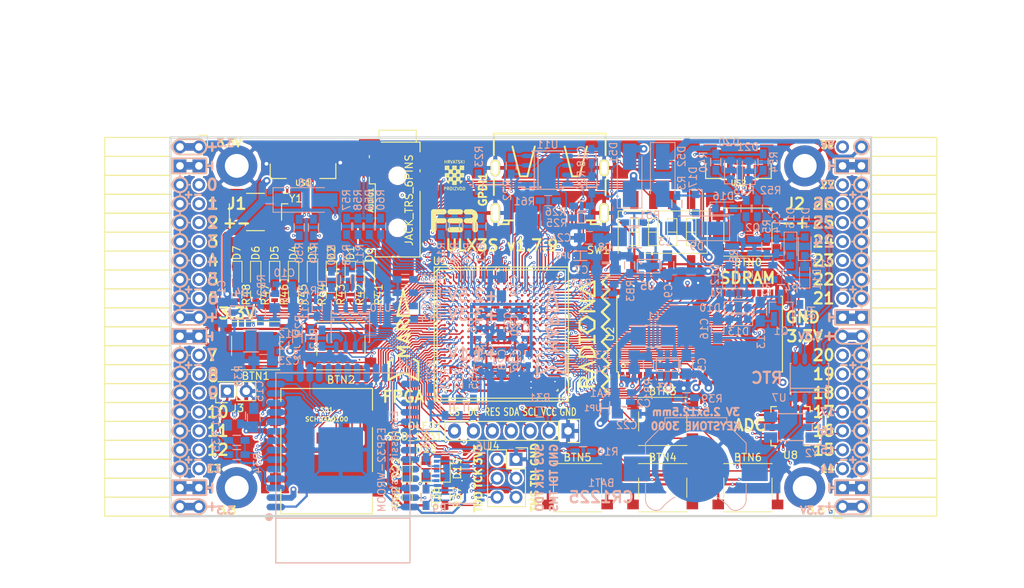
<source format=kicad_pcb>
(kicad_pcb (version 4) (host pcbnew 4.0.7+dfsg1-1)
  (layers (0 F.Cu signal) (1 In1.Cu signal) (2 In2.Cu signal) (31 B.Cu signal) (34 B.Paste user) (35 F.Paste user) (36 B.SilkS user) (37 F.SilkS user) (38 B.Mask user) (39 F.Mask user) (44 Edge.Cuts user))
  (net 0 "")
  (net 1 GND)
  (net 2 +5V)
  (net 3 /gpio/IN5V)
  (net 4 /gpio/OUT5V)
  (net 5 +3V3)
  (net 6 BTN_D)
  (net 7 BTN_F1)
  (net 8 BTN_F2)
  (net 9 BTN_L)
  (net 10 BTN_R)
  (net 11 BTN_U)
  (net 12 /power/FB1)
  (net 13 +2V5)
  (net 14 /power/PWREN)
  (net 15 /power/FB3)
  (net 16 /power/FB2)
  (net 17 "Net-(D9-Pad1)")
  (net 18 /power/VBAT)
  (net 19 JTAG_TDI)
  (net 20 JTAG_TCK)
  (net 21 JTAG_TMS)
  (net 22 JTAG_TDO)
  (net 23 /power/WAKEUPn)
  (net 24 /power/WKUP)
  (net 25 /power/SHUT)
  (net 26 /power/WAKE)
  (net 27 /power/HOLD)
  (net 28 /power/WKn)
  (net 29 /power/OSCI_32k)
  (net 30 /power/OSCO_32k)
  (net 31 "Net-(Q2-Pad3)")
  (net 32 SHUTDOWN)
  (net 33 /analog/AUDIO_L)
  (net 34 /analog/AUDIO_R)
  (net 35 GPDI_5V_SCL)
  (net 36 GPDI_5V_SDA)
  (net 37 GPDI_SDA)
  (net 38 GPDI_SCL)
  (net 39 /gpdi/VREF2)
  (net 40 SD_CMD)
  (net 41 SD_CLK)
  (net 42 SD_D0)
  (net 43 SD_D1)
  (net 44 USB5V)
  (net 45 GPDI_CEC)
  (net 46 nRESET)
  (net 47 FTDI_nDTR)
  (net 48 SDRAM_CKE)
  (net 49 SDRAM_A7)
  (net 50 SDRAM_D15)
  (net 51 SDRAM_BA1)
  (net 52 SDRAM_D7)
  (net 53 SDRAM_A6)
  (net 54 SDRAM_CLK)
  (net 55 SDRAM_D13)
  (net 56 SDRAM_BA0)
  (net 57 SDRAM_D6)
  (net 58 SDRAM_A5)
  (net 59 SDRAM_D14)
  (net 60 SDRAM_A11)
  (net 61 SDRAM_D12)
  (net 62 SDRAM_D5)
  (net 63 SDRAM_A4)
  (net 64 SDRAM_A10)
  (net 65 SDRAM_D11)
  (net 66 SDRAM_A3)
  (net 67 SDRAM_D4)
  (net 68 SDRAM_D10)
  (net 69 SDRAM_D9)
  (net 70 SDRAM_A9)
  (net 71 SDRAM_D3)
  (net 72 SDRAM_D8)
  (net 73 SDRAM_A8)
  (net 74 SDRAM_A2)
  (net 75 SDRAM_A1)
  (net 76 SDRAM_A0)
  (net 77 SDRAM_D2)
  (net 78 SDRAM_D1)
  (net 79 SDRAM_D0)
  (net 80 SDRAM_DQM0)
  (net 81 SDRAM_nCS)
  (net 82 SDRAM_nRAS)
  (net 83 SDRAM_DQM1)
  (net 84 SDRAM_nCAS)
  (net 85 SDRAM_nWE)
  (net 86 /flash/FLASH_nWP)
  (net 87 /flash/FLASH_nHOLD)
  (net 88 /flash/FLASH_MOSI)
  (net 89 /flash/FLASH_MISO)
  (net 90 /flash/FLASH_SCK)
  (net 91 /flash/FLASH_nCS)
  (net 92 /flash/FPGA_PROGRAMN)
  (net 93 /flash/FPGA_DONE)
  (net 94 /flash/FPGA_INITN)
  (net 95 OLED_RES)
  (net 96 OLED_DC)
  (net 97 OLED_CS)
  (net 98 WIFI_EN)
  (net 99 FTDI_nRTS)
  (net 100 FTDI_TXD)
  (net 101 FTDI_RXD)
  (net 102 WIFI_RXD)
  (net 103 WIFI_GPIO0)
  (net 104 WIFI_TXD)
  (net 105 GPDI_ETH-)
  (net 106 GPDI_ETH+)
  (net 107 GPDI_D2+)
  (net 108 GPDI_D2-)
  (net 109 GPDI_D1+)
  (net 110 GPDI_D1-)
  (net 111 GPDI_D0+)
  (net 112 GPDI_D0-)
  (net 113 GPDI_CLK+)
  (net 114 GPDI_CLK-)
  (net 115 USB_FTDI_D+)
  (net 116 USB_FTDI_D-)
  (net 117 SD_D3)
  (net 118 AUDIO_L3)
  (net 119 AUDIO_L2)
  (net 120 AUDIO_L1)
  (net 121 AUDIO_L0)
  (net 122 AUDIO_R3)
  (net 123 AUDIO_R2)
  (net 124 AUDIO_R1)
  (net 125 AUDIO_R0)
  (net 126 OLED_CLK)
  (net 127 OLED_MOSI)
  (net 128 LED0)
  (net 129 LED1)
  (net 130 LED2)
  (net 131 LED3)
  (net 132 LED4)
  (net 133 LED5)
  (net 134 LED6)
  (net 135 LED7)
  (net 136 BTN_PWRn)
  (net 137 FTDI_nTXLED)
  (net 138 FTDI_nSLEEP)
  (net 139 /blinkey/LED_PWREN)
  (net 140 /blinkey/LED_TXLED)
  (net 141 /sdcard/SD3V3)
  (net 142 SD_D2)
  (net 143 CLK_25MHz)
  (net 144 /blinkey/BTNPUL)
  (net 145 /blinkey/BTNPUR)
  (net 146 USB_FPGA_D+)
  (net 147 /power/FTDI_nSUSPEND)
  (net 148 /blinkey/ALED0)
  (net 149 /blinkey/ALED1)
  (net 150 /blinkey/ALED2)
  (net 151 /blinkey/ALED3)
  (net 152 /blinkey/ALED4)
  (net 153 /blinkey/ALED5)
  (net 154 /blinkey/ALED6)
  (net 155 /blinkey/ALED7)
  (net 156 /usb/FTD-)
  (net 157 /usb/FTD+)
  (net 158 ADC_MISO)
  (net 159 ADC_MOSI)
  (net 160 ADC_CSn)
  (net 161 ADC_SCLK)
  (net 162 SW3)
  (net 163 SW2)
  (net 164 SW1)
  (net 165 USB_FPGA_D-)
  (net 166 /usb/FPD+)
  (net 167 /usb/FPD-)
  (net 168 WIFI_GPIO16)
  (net 169 /usb/ANT_433MHz)
  (net 170 /power/PWRBTn)
  (net 171 PROG_DONE)
  (net 172 /power/P3V3)
  (net 173 /power/P2V5)
  (net 174 /power/L1)
  (net 175 /power/L3)
  (net 176 /power/L2)
  (net 177 FTDI_TXDEN)
  (net 178 SDRAM_A12)
  (net 179 /analog/AUDIO_V)
  (net 180 AUDIO_V3)
  (net 181 AUDIO_V2)
  (net 182 AUDIO_V1)
  (net 183 AUDIO_V0)
  (net 184 /gpdi/FPGA_CEC)
  (net 185 /blinkey/LED_WIFI)
  (net 186 /power/P1V1)
  (net 187 +1V1)
  (net 188 SW4)
  (net 189 /blinkey/SWPU)
  (net 190 /wifi/WIFIEN)
  (net 191 FT2V5)
  (net 192 GN0)
  (net 193 GP0)
  (net 194 GN1)
  (net 195 GP1)
  (net 196 GN2)
  (net 197 GP2)
  (net 198 GN3)
  (net 199 GP3)
  (net 200 GN4)
  (net 201 GP4)
  (net 202 GN5)
  (net 203 GP5)
  (net 204 GN6)
  (net 205 GP6)
  (net 206 GN14)
  (net 207 GP14)
  (net 208 GN15)
  (net 209 GP15)
  (net 210 GN16)
  (net 211 GP16)
  (net 212 GN17)
  (net 213 GP17)
  (net 214 GN18)
  (net 215 GP18)
  (net 216 GN19)
  (net 217 GP19)
  (net 218 GN20)
  (net 219 GP20)
  (net 220 GN21)
  (net 221 GP21)
  (net 222 GN22)
  (net 223 GP22)
  (net 224 GN23)
  (net 225 GP23)
  (net 226 GN24)
  (net 227 GP24)
  (net 228 GN25)
  (net 229 GP25)
  (net 230 GN26)
  (net 231 GP26)
  (net 232 GN27)
  (net 233 GP27)
  (net 234 GN7)
  (net 235 GP7)
  (net 236 GN8)
  (net 237 GP8)
  (net 238 GN9)
  (net 239 GP9)
  (net 240 GN10)
  (net 241 GP10)
  (net 242 GN11)
  (net 243 GP11)
  (net 244 GN12)
  (net 245 GP12)
  (net 246 GN13)
  (net 247 GP13)
  (net 248 WIFI_GPIO5)
  (net 249 WIFI_GPIO17)
  (module Socket_Strips:Socket_Strip_Angled_2x20 (layer F.Cu) (at 97.91 62.69 270)
    (fp_text reference J1 (at 7.62 -5.08 360) (layer F.SilkS) (effects (font (size 1.5 1.5) (thickness 0.3))))
    (fp_text value CONN_02X20 hide)
    (pad 1 thru_hole oval (at 0 0 270) (size 1.7272 1.7272) (drill 1.016) (layers *.Cu *.Mask) (net 5 +3V3))
    (pad 2 thru_hole oval (at 0 2.54 270) (size 1.7272 1.7272) (drill 1.016) (layers *.Cu *.Mask) (net 5 +3V3))
    (pad 3 thru_hole rect (at 2.54 0 270) (size 1.7272 1.7272) (drill 1.016) (layers *.Cu *.Mask) (net 1 GND))
    (pad 4 thru_hole rect (at 2.54 2.54 270) (size 1.7272 1.7272) (drill 1.016) (layers *.Cu *.Mask) (net 1 GND))
    (pad 5 thru_hole oval (at 5.08 0 270) (size 1.7272 1.7272) (drill 1.016) (layers *.Cu *.Mask) (net 192 GN0))
    (pad 6 thru_hole oval (at 5.08 2.54 270) (size 1.7272 1.7272) (drill 1.016) (layers *.Cu *.Mask) (net 193 GP0))
    (pad 7 thru_hole oval (at 7.62 0 270) (size 1.7272 1.7272) (drill 1.016) (layers *.Cu *.Mask) (net 194 GN1))
    (pad 8 thru_hole oval (at 7.62 2.54 270) (size 1.7272 1.7272) (drill 1.016) (layers *.Cu *.Mask) (net 195 GP1))
    (pad 9 thru_hole oval (at 10.16 0 270) (size 1.7272 1.7272) (drill 1.016) (layers *.Cu *.Mask) (net 196 GN2))
    (pad 10 thru_hole oval (at 10.16 2.54 270) (size 1.7272 1.7272) (drill 1.016) (layers *.Cu *.Mask) (net 197 GP2))
    (pad 11 thru_hole oval (at 12.7 0 270) (size 1.7272 1.7272) (drill 1.016) (layers *.Cu *.Mask) (net 198 GN3))
    (pad 12 thru_hole oval (at 12.7 2.54 270) (size 1.7272 1.7272) (drill 1.016) (layers *.Cu *.Mask) (net 199 GP3))
    (pad 13 thru_hole oval (at 15.24 0 270) (size 1.7272 1.7272) (drill 1.016) (layers *.Cu *.Mask) (net 200 GN4))
    (pad 14 thru_hole oval (at 15.24 2.54 270) (size 1.7272 1.7272) (drill 1.016) (layers *.Cu *.Mask) (net 201 GP4))
    (pad 15 thru_hole oval (at 17.78 0 270) (size 1.7272 1.7272) (drill 1.016) (layers *.Cu *.Mask) (net 202 GN5))
    (pad 16 thru_hole oval (at 17.78 2.54 270) (size 1.7272 1.7272) (drill 1.016) (layers *.Cu *.Mask) (net 203 GP5))
    (pad 17 thru_hole oval (at 20.32 0 270) (size 1.7272 1.7272) (drill 1.016) (layers *.Cu *.Mask) (net 204 GN6))
    (pad 18 thru_hole oval (at 20.32 2.54 270) (size 1.7272 1.7272) (drill 1.016) (layers *.Cu *.Mask) (net 205 GP6))
    (pad 19 thru_hole oval (at 22.86 0 270) (size 1.7272 1.7272) (drill 1.016) (layers *.Cu *.Mask) (net 5 +3V3))
    (pad 20 thru_hole oval (at 22.86 2.54 270) (size 1.7272 1.7272) (drill 1.016) (layers *.Cu *.Mask) (net 5 +3V3))
    (pad 21 thru_hole rect (at 25.4 0 270) (size 1.7272 1.7272) (drill 1.016) (layers *.Cu *.Mask) (net 1 GND))
    (pad 22 thru_hole rect (at 25.4 2.54 270) (size 1.7272 1.7272) (drill 1.016) (layers *.Cu *.Mask) (net 1 GND))
    (pad 23 thru_hole oval (at 27.94 0 270) (size 1.7272 1.7272) (drill 1.016) (layers *.Cu *.Mask) (net 234 GN7))
    (pad 24 thru_hole oval (at 27.94 2.54 270) (size 1.7272 1.7272) (drill 1.016) (layers *.Cu *.Mask) (net 235 GP7))
    (pad 25 thru_hole oval (at 30.48 0 270) (size 1.7272 1.7272) (drill 1.016) (layers *.Cu *.Mask) (net 236 GN8))
    (pad 26 thru_hole oval (at 30.48 2.54 270) (size 1.7272 1.7272) (drill 1.016) (layers *.Cu *.Mask) (net 237 GP8))
    (pad 27 thru_hole oval (at 33.02 0 270) (size 1.7272 1.7272) (drill 1.016) (layers *.Cu *.Mask) (net 238 GN9))
    (pad 28 thru_hole oval (at 33.02 2.54 270) (size 1.7272 1.7272) (drill 1.016) (layers *.Cu *.Mask) (net 239 GP9))
    (pad 29 thru_hole oval (at 35.56 0 270) (size 1.7272 1.7272) (drill 1.016) (layers *.Cu *.Mask) (net 240 GN10))
    (pad 30 thru_hole oval (at 35.56 2.54 270) (size 1.7272 1.7272) (drill 1.016) (layers *.Cu *.Mask) (net 241 GP10))
    (pad 31 thru_hole oval (at 38.1 0 270) (size 1.7272 1.7272) (drill 1.016) (layers *.Cu *.Mask) (net 242 GN11))
    (pad 32 thru_hole oval (at 38.1 2.54 270) (size 1.7272 1.7272) (drill 1.016) (layers *.Cu *.Mask) (net 243 GP11))
    (pad 33 thru_hole oval (at 40.64 0 270) (size 1.7272 1.7272) (drill 1.016) (layers *.Cu *.Mask) (net 244 GN12))
    (pad 34 thru_hole oval (at 40.64 2.54 270) (size 1.7272 1.7272) (drill 1.016) (layers *.Cu *.Mask) (net 245 GP12))
    (pad 35 thru_hole oval (at 43.18 0 270) (size 1.7272 1.7272) (drill 1.016) (layers *.Cu *.Mask) (net 246 GN13))
    (pad 36 thru_hole oval (at 43.18 2.54 270) (size 1.7272 1.7272) (drill 1.016) (layers *.Cu *.Mask) (net 247 GP13))
    (pad 37 thru_hole rect (at 45.72 0 270) (size 1.7272 1.7272) (drill 1.016) (layers *.Cu *.Mask) (net 1 GND))
    (pad 38 thru_hole rect (at 45.72 2.54 270) (size 1.7272 1.7272) (drill 1.016) (layers *.Cu *.Mask) (net 1 GND))
    (pad 39 thru_hole oval (at 48.26 0 270) (size 1.7272 1.7272) (drill 1.016) (layers *.Cu *.Mask) (net 5 +3V3))
    (pad 40 thru_hole oval (at 48.26 2.54 270) (size 1.7272 1.7272) (drill 1.016) (layers *.Cu *.Mask) (net 5 +3V3))
  )
  (module SMD_Packages:1Pin (layer F.Cu) (at 182.67515 111.637626)
    (fp_text reference AE1 hide)
    (fp_text value 433MHz hide)
    (pad 1 smd rect (at 0 0) (size 0.5 0.5) (layers B.Cu F.Paste F.Mask) (net 169 /usb/ANT_433MHz))
  )
  (module Resistors_SMD:R_0603_HandSoldering (layer B.Cu) (at 103.498 98.758 90)
    (fp_text reference R38 (at 5.334 -0.254 90) (layer B.SilkS) (effects (justify mirror)))
    (fp_text value 0.47)
    (pad 1 smd rect (at -1.1 0 90) (size 1.2 0.9) (layers B.Cu B.Paste B.Mask) (net 141 /sdcard/SD3V3))
    (pad 2 smd rect (at 1.1 0 90) (size 1.2 0.9) (layers B.Cu B.Paste B.Mask) (net 5 +3V3))
  )
  (module jumper:SOLDER-JUMPER_1-WAY (layer B.Cu) (at 152.393 97.742 270)
    (fp_text reference JP1 (at 0 1.778 360) (layer B.SilkS) (effects (font (size 0.762 0.762) (thickness 0.1524)) (justify mirror)))
    (fp_text value 1.2 hide)
    (pad 1 smd rect (at -0.6 0 270) (size 1 1) (layers B.Cu B.Paste B.Mask) (net 186 /power/P1V1))
    (pad 2 smd rect (at 0.6 0 270) (size 1 1) (layers B.Cu B.Paste B.Mask) (net 187 +1V1))
  )
  (module Diodes_SMD:D_SMA_Handsoldering (layer B.Cu) (at 155.695 66.5 90)
    (fp_text reference D51 (at 3.048 -2.159 90) (layer B.SilkS) (effects (justify mirror)))
    (fp_text value STPS2L30AF hide)
    (pad 1 smd rect (at -2.5 0 90) (size 3.5 1.8) (layers B.Cu B.Paste B.Mask) (net 2 +5V))
    (pad 2 smd rect (at 2.5 0 90) (size 3.5 1.8) (layers B.Cu B.Paste B.Mask) (net 3 /gpio/IN5V))
  )
  (module Resistors_SMD:R_0603_HandSoldering (layer B.Cu) (at 156.33 72.85 180)
    (fp_text reference R51 (at -2.032 1.016 180) (layer B.SilkS) (effects (justify mirror)))
    (fp_text value 150)
    (pad 1 smd rect (at -1.1 0 180) (size 1.2 0.9) (layers B.Cu B.Paste B.Mask) (net 5 +3V3))
    (pad 2 smd rect (at 1.1 0 180) (size 1.2 0.9) (layers B.Cu B.Paste B.Mask) (net 189 /blinkey/SWPU))
  )
  (module Resistors_SMD:R_1210_HandSoldering (layer B.Cu) (at 158.87 88.09 180)
    (fp_text reference L1 (at 0 2.7 180) (layer B.SilkS) (effects (justify mirror)))
    (fp_text value 2.2uH)
    (pad 1 smd rect (at -2 0 180) (size 2 2.5) (layers B.Cu B.Paste B.Mask) (net 174 /power/L1))
    (pad 2 smd rect (at 2 0 180) (size 2 2.5) (layers B.Cu B.Paste B.Mask) (net 186 /power/P1V1))
  )
  (module TSOT-25:TSOT-25 (layer B.Cu) (at 160.775 91.9)
    (fp_text reference U3 (at -0.381 3.048) (layer B.SilkS) (effects (font (thickness 0.2)) (justify mirror)))
    (fp_text value TLV62569DBV)
    (pad 1 smd rect (at -0.95 -1.3) (size 0.7 1.2) (layers B.Cu B.Paste B.Mask) (net 14 /power/PWREN))
    (pad 2 smd rect (at 0 -1.3) (size 0.7 1.2) (layers B.Cu B.Paste B.Mask) (net 1 GND))
    (pad 3 smd rect (at 0.95 -1.3) (size 0.7 1.2) (layers B.Cu B.Paste B.Mask) (net 174 /power/L1))
    (pad 4 smd rect (at 0.95 1.3) (size 0.7 1.2) (layers B.Cu B.Paste B.Mask) (net 2 +5V))
    (pad 5 smd rect (at -0.95 1.3) (size 0.7 1.2) (layers B.Cu B.Paste B.Mask) (net 12 /power/FB1))
  )
  (module Resistors_SMD:R_1210_HandSoldering (layer B.Cu) (at 104.895 88.725)
    (fp_text reference L2 (at 4.445 0.635) (layer B.SilkS) (effects (justify mirror)))
    (fp_text value 2.2uH)
    (pad 1 smd rect (at -2 0) (size 2 2.5) (layers B.Cu B.Paste B.Mask) (net 176 /power/L2))
    (pad 2 smd rect (at 2 0) (size 2 2.5) (layers B.Cu B.Paste B.Mask) (net 173 /power/P2V5))
  )
  (module TSOT-25:TSOT-25 (layer B.Cu) (at 103.625 84.915 180)
    (fp_text reference U4 (at 0 2.697 180) (layer B.SilkS) (effects (font (thickness 0.2)) (justify mirror)))
    (fp_text value TLV62569DBV)
    (pad 1 smd rect (at -0.95 -1.3 180) (size 0.7 1.2) (layers B.Cu B.Paste B.Mask) (net 14 /power/PWREN))
    (pad 2 smd rect (at 0 -1.3 180) (size 0.7 1.2) (layers B.Cu B.Paste B.Mask) (net 1 GND))
    (pad 3 smd rect (at 0.95 -1.3 180) (size 0.7 1.2) (layers B.Cu B.Paste B.Mask) (net 176 /power/L2))
    (pad 4 smd rect (at 0.95 1.3 180) (size 0.7 1.2) (layers B.Cu B.Paste B.Mask) (net 2 +5V))
    (pad 5 smd rect (at -0.95 1.3 180) (size 0.7 1.2) (layers B.Cu B.Paste B.Mask) (net 16 /power/FB2))
  )
  (module Resistors_SMD:R_1210_HandSoldering (layer B.Cu) (at 156.33 74.755 180)
    (fp_text reference L3 (at -4.064 -0.635 180) (layer B.SilkS) (effects (justify mirror)))
    (fp_text value 2.2uH)
    (pad 1 smd rect (at -2 0 180) (size 2 2.5) (layers B.Cu B.Paste B.Mask) (net 175 /power/L3))
    (pad 2 smd rect (at 2 0 180) (size 2 2.5) (layers B.Cu B.Paste B.Mask) (net 172 /power/P3V3))
  )
  (module TSOT-25:TSOT-25 (layer B.Cu) (at 158.235 78.692)
    (fp_text reference U5 (at -0.127 2.667) (layer B.SilkS) (effects (font (thickness 0.2)) (justify mirror)))
    (fp_text value TLV62569DBV)
    (pad 1 smd rect (at -0.95 -1.3) (size 0.7 1.2) (layers B.Cu B.Paste B.Mask) (net 14 /power/PWREN))
    (pad 2 smd rect (at 0 -1.3) (size 0.7 1.2) (layers B.Cu B.Paste B.Mask) (net 1 GND))
    (pad 3 smd rect (at 0.95 -1.3) (size 0.7 1.2) (layers B.Cu B.Paste B.Mask) (net 175 /power/L3))
    (pad 4 smd rect (at 0.95 1.3) (size 0.7 1.2) (layers B.Cu B.Paste B.Mask) (net 2 +5V))
    (pad 5 smd rect (at -0.95 1.3) (size 0.7 1.2) (layers B.Cu B.Paste B.Mask) (net 15 /power/FB3))
  )
  (module Capacitors_SMD:C_0805_HandSoldering (layer B.Cu) (at 101.085 84.915 270)
    (fp_text reference C1 (at -3.429 0.127 270) (layer B.SilkS) (effects (justify mirror)))
    (fp_text value 22uF)
    (pad 1 smd rect (at -1.25 0 270) (size 1.5 1.25) (layers B.Cu B.Paste B.Mask) (net 2 +5V))
    (pad 2 smd rect (at 1.25 0 270) (size 1.5 1.25) (layers B.Cu B.Paste B.Mask) (net 1 GND))
  )
  (module Capacitors_SMD:C_0805_HandSoldering (layer B.Cu) (at 155.06 90.63)
    (fp_text reference C3 (at -3.048 0) (layer B.SilkS) (effects (justify mirror)))
    (fp_text value 22uF)
    (pad 1 smd rect (at -1.25 0) (size 1.5 1.25) (layers B.Cu B.Paste B.Mask) (net 186 /power/P1V1))
    (pad 2 smd rect (at 1.25 0) (size 1.5 1.25) (layers B.Cu B.Paste B.Mask) (net 1 GND))
  )
  (module Capacitors_SMD:C_0805_HandSoldering (layer B.Cu) (at 155.06 92.535)
    (fp_text reference C4 (at -3.048 0.127) (layer B.SilkS) (effects (justify mirror)))
    (fp_text value 22uF)
    (pad 1 smd rect (at -1.25 0) (size 1.5 1.25) (layers B.Cu B.Paste B.Mask) (net 186 /power/P1V1))
    (pad 2 smd rect (at 1.25 0) (size 1.5 1.25) (layers B.Cu B.Paste B.Mask) (net 1 GND))
  )
  (module Capacitors_SMD:C_0805_HandSoldering (layer B.Cu) (at 163.315 91.9 90)
    (fp_text reference C5 (at 0 2.1 90) (layer B.SilkS) (effects (justify mirror)))
    (fp_text value 22uF)
    (pad 1 smd rect (at -1.25 0 90) (size 1.5 1.25) (layers B.Cu B.Paste B.Mask) (net 2 +5V))
    (pad 2 smd rect (at 1.25 0 90) (size 1.5 1.25) (layers B.Cu B.Paste B.Mask) (net 1 GND))
  )
  (module Capacitors_SMD:C_0805_HandSoldering (layer B.Cu) (at 152.52 79.2)
    (fp_text reference C7 (at -3.302 0) (layer B.SilkS) (effects (justify mirror)))
    (fp_text value 22uF)
    (pad 1 smd rect (at -1.25 0) (size 1.5 1.25) (layers B.Cu B.Paste B.Mask) (net 172 /power/P3V3))
    (pad 2 smd rect (at 1.25 0) (size 1.5 1.25) (layers B.Cu B.Paste B.Mask) (net 1 GND))
  )
  (module Capacitors_SMD:C_0805_HandSoldering (layer B.Cu) (at 152.52 77.295)
    (fp_text reference C8 (at -0.127 -1.143) (layer B.SilkS) (effects (justify mirror)))
    (fp_text value 22uF)
    (pad 1 smd rect (at -1.25 0) (size 1.5 1.25) (layers B.Cu B.Paste B.Mask) (net 172 /power/P3V3))
    (pad 2 smd rect (at 1.25 0) (size 1.5 1.25) (layers B.Cu B.Paste B.Mask) (net 1 GND))
  )
  (module Capacitors_SMD:C_0805_HandSoldering (layer B.Cu) (at 160.775 78.565 90)
    (fp_text reference C9 (at -3.429 0.127 90) (layer B.SilkS) (effects (justify mirror)))
    (fp_text value 22uF)
    (pad 1 smd rect (at -1.25 0 90) (size 1.5 1.25) (layers B.Cu B.Paste B.Mask) (net 2 +5V))
    (pad 2 smd rect (at 1.25 0 90) (size 1.5 1.25) (layers B.Cu B.Paste B.Mask) (net 1 GND))
  )
  (module Capacitors_SMD:C_0805_HandSoldering (layer B.Cu) (at 109.34 84.28 180)
    (fp_text reference C11 (at -2.794 -0.254 270) (layer B.SilkS) (effects (justify mirror)))
    (fp_text value 22uF)
    (pad 1 smd rect (at -1.25 0 180) (size 1.5 1.25) (layers B.Cu B.Paste B.Mask) (net 173 /power/P2V5))
    (pad 2 smd rect (at 1.25 0 180) (size 1.5 1.25) (layers B.Cu B.Paste B.Mask) (net 1 GND))
  )
  (module Capacitors_SMD:C_0805_HandSoldering (layer B.Cu) (at 109.34 86.185 180)
    (fp_text reference C12 (at -0.635 -1.615 360) (layer B.SilkS) (effects (justify mirror)))
    (fp_text value 22uF)
    (pad 1 smd rect (at -1.25 0 180) (size 1.5 1.25) (layers B.Cu B.Paste B.Mask) (net 173 /power/P2V5))
    (pad 2 smd rect (at 1.25 0 180) (size 1.5 1.25) (layers B.Cu B.Paste B.Mask) (net 1 GND))
  )
  (module Capacitors_SMD:C_0805_HandSoldering (layer B.Cu) (at 173.221 84.788 90)
    (fp_text reference C13 (at -3.556 0.127 90) (layer B.SilkS) (effects (justify mirror)))
    (fp_text value 2.2uF)
    (pad 1 smd rect (at -1.25 0 90) (size 1.5 1.25) (layers B.Cu B.Paste B.Mask) (net 2 +5V))
    (pad 2 smd rect (at 1.25 0 90) (size 1.5 1.25) (layers B.Cu B.Paste B.Mask) (net 24 /power/WKUP))
  )
  (module TO_SOT_Packages_SMD:SOT-23_Handsoldering (layer B.Cu) (at 176.015 84.28 90)
    (fp_text reference Q1 (at -3.1115 0 180) (layer B.SilkS) (effects (justify mirror)))
    (fp_text value BC857)
    (pad 1 smd rect (at -1.5 0.95 90) (size 1.9 0.8) (layers B.Cu B.Paste B.Mask) (net 28 /power/WKn))
    (pad 2 smd rect (at -1.5 -0.95 90) (size 1.9 0.8) (layers B.Cu B.Paste B.Mask) (net 2 +5V))
    (pad 3 smd rect (at 1.5 0 90) (size 1.9 0.8) (layers B.Cu B.Paste B.Mask) (net 24 /power/WKUP))
  )
  (module TO_SOT_Packages_SMD:SOT-23_Handsoldering (layer B.Cu) (at 170.935 76.025 180)
    (fp_text reference Q2 (at -1.295 2.5 180) (layer B.SilkS) (effects (justify mirror)))
    (fp_text value 2N7002)
    (pad 1 smd rect (at -1.5 0.95 180) (size 1.9 0.8) (layers B.Cu B.Paste B.Mask) (net 25 /power/SHUT))
    (pad 2 smd rect (at -1.5 -0.95 180) (size 1.9 0.8) (layers B.Cu B.Paste B.Mask) (net 1 GND))
    (pad 3 smd rect (at 1.5 0 180) (size 1.9 0.8) (layers B.Cu B.Paste B.Mask) (net 31 "Net-(Q2-Pad3)"))
  )
  (module Capacitors_SMD:C_0603_HandSoldering (layer B.Cu) (at 154.86 96.91)
    (fp_text reference C2 (at 2.74 0.197) (layer B.SilkS) (effects (justify mirror)))
    (fp_text value 470pF)
    (pad 1 smd rect (at -0.95 0) (size 1.2 0.75) (layers B.Cu B.Paste B.Mask) (net 186 /power/P1V1))
    (pad 2 smd rect (at 0.95 0) (size 1.2 0.75) (layers B.Cu B.Paste B.Mask) (net 12 /power/FB1))
  )
  (module Capacitors_SMD:C_0603_HandSoldering (layer B.Cu) (at 152.52 82.375)
    (fp_text reference C6 (at -2.794 0.127) (layer B.SilkS) (effects (justify mirror)))
    (fp_text value 470pF)
    (pad 1 smd rect (at -0.95 0) (size 1.2 0.75) (layers B.Cu B.Paste B.Mask) (net 172 /power/P3V3))
    (pad 2 smd rect (at 0.95 0) (size 1.2 0.75) (layers B.Cu B.Paste B.Mask) (net 15 /power/FB3))
  )
  (module Capacitors_SMD:C_0603_HandSoldering (layer B.Cu) (at 109.34 81.105 180)
    (fp_text reference C10 (at -0.04 1.505 180) (layer B.SilkS) (effects (justify mirror)))
    (fp_text value 470pF)
    (pad 1 smd rect (at -0.95 0 180) (size 1.2 0.75) (layers B.Cu B.Paste B.Mask) (net 173 /power/P2V5))
    (pad 2 smd rect (at 0.95 0 180) (size 1.2 0.75) (layers B.Cu B.Paste B.Mask) (net 16 /power/FB2))
  )
  (module Capacitors_SMD:C_0603_HandSoldering (layer B.Cu) (at 175.38 76.025 270)
    (fp_text reference C14 (at -3.175 0 270) (layer B.SilkS) (effects (justify mirror)))
    (fp_text value 100nF)
    (pad 1 smd rect (at -0.95 0 270) (size 1.2 0.75) (layers B.Cu B.Paste B.Mask) (net 25 /power/SHUT))
    (pad 2 smd rect (at 0.95 0 270) (size 1.2 0.75) (layers B.Cu B.Paste B.Mask) (net 1 GND))
  )
  (module Resistors_SMD:R_0603_HandSoldering (layer B.Cu) (at 170.3 82.375)
    (fp_text reference R1 (at -3.048 -0.127) (layer B.SilkS) (effects (justify mirror)))
    (fp_text value 15k)
    (pad 1 smd rect (at -1.1 0) (size 1.2 0.9) (layers B.Cu B.Paste B.Mask) (net 26 /power/WAKE))
    (pad 2 smd rect (at 1.1 0) (size 1.2 0.9) (layers B.Cu B.Paste B.Mask) (net 14 /power/PWREN))
  )
  (module Resistors_SMD:R_0603_HandSoldering (layer B.Cu) (at 172.84 79.835 90)
    (fp_text reference R2 (at -1.905 1.27 90) (layer B.SilkS) (effects (justify mirror)))
    (fp_text value 47k)
    (pad 1 smd rect (at -1.1 0 90) (size 1.2 0.9) (layers B.Cu B.Paste B.Mask) (net 14 /power/PWREN))
    (pad 2 smd rect (at 1.1 0 90) (size 1.2 0.9) (layers B.Cu B.Paste B.Mask) (net 1 GND))
  )
  (module Resistors_SMD:R_0603_HandSoldering (layer B.Cu) (at 176.015 80.47 180)
    (fp_text reference R4 (at -1.397 -1.27 360) (layer B.SilkS) (effects (justify mirror)))
    (fp_text value 4.7k)
    (pad 1 smd rect (at -1.1 0 180) (size 1.2 0.9) (layers B.Cu B.Paste B.Mask) (net 27 /power/HOLD))
    (pad 2 smd rect (at 1.1 0 180) (size 1.2 0.9) (layers B.Cu B.Paste B.Mask) (net 14 /power/PWREN))
  )
  (module Resistors_SMD:R_0603_HandSoldering (layer B.Cu) (at 174.11 76.025 270)
    (fp_text reference R5 (at -2.667 0 270) (layer B.SilkS) (effects (justify mirror)))
    (fp_text value 4.7M)
    (pad 1 smd rect (at -1.1 0 270) (size 1.2 0.9) (layers B.Cu B.Paste B.Mask) (net 25 /power/SHUT))
    (pad 2 smd rect (at 1.1 0 270) (size 1.2 0.9) (layers B.Cu B.Paste B.Mask) (net 1 GND))
  )
  (module Resistors_SMD:R_0603_HandSoldering (layer B.Cu) (at 178.555 84.915 270)
    (fp_text reference R6 (at 0 -1.524 270) (layer B.SilkS) (effects (justify mirror)))
    (fp_text value 1k)
    (pad 1 smd rect (at -1.1 0 270) (size 1.2 0.9) (layers B.Cu B.Paste B.Mask) (net 28 /power/WKn))
    (pad 2 smd rect (at 1.1 0 270) (size 1.2 0.9) (layers B.Cu B.Paste B.Mask) (net 23 /power/WAKEUPn))
  )
  (module Resistors_SMD:R_0603_HandSoldering (layer B.Cu) (at 113.785 84.28 270)
    (fp_text reference R7 (at -2.794 -0.635 270) (layer B.SilkS) (effects (justify mirror)))
    (fp_text value 150)
    (pad 1 smd rect (at -1.1 0 270) (size 1.2 0.9) (layers B.Cu B.Paste B.Mask) (net 5 +3V3))
    (pad 2 smd rect (at 1.1 0 270) (size 1.2 0.9) (layers B.Cu B.Paste B.Mask) (net 144 /blinkey/BTNPUL))
  )
  (module Resistors_SMD:R_0603_HandSoldering (layer B.Cu) (at 170.935 79.835 90)
    (fp_text reference R8 (at 2.54 -1.27 90) (layer B.SilkS) (effects (justify mirror)))
    (fp_text value 1k)
    (pad 1 smd rect (at -1.1 0 90) (size 1.2 0.9) (layers B.Cu B.Paste B.Mask) (net 14 /power/PWREN))
    (pad 2 smd rect (at 1.1 0 90) (size 1.2 0.9) (layers B.Cu B.Paste B.Mask) (net 31 "Net-(Q2-Pad3)"))
  )
  (module Resistors_SMD:R_0603_HandSoldering (layer B.Cu) (at 128.39 109.68 270)
    (fp_text reference R9 (at 1.524 -1.778 360) (layer B.SilkS) (effects (justify mirror)))
    (fp_text value 15k)
    (pad 1 smd rect (at -1.1 0 270) (size 1.2 0.9) (layers B.Cu B.Paste B.Mask) (net 46 nRESET))
    (pad 2 smd rect (at 1.1 0 270) (size 1.2 0.9) (layers B.Cu B.Paste B.Mask) (net 191 FT2V5))
  )
  (module Resistors_SMD:R_0603_HandSoldering (layer B.Cu) (at 149.472 103.584 180)
    (fp_text reference R10 (at -3.302 0 180) (layer B.SilkS) (effects (justify mirror)))
    (fp_text value 150)
    (pad 1 smd rect (at -1.1 0 180) (size 1.2 0.9) (layers B.Cu B.Paste B.Mask) (net 147 /power/FTDI_nSUSPEND))
    (pad 2 smd rect (at 1.1 0 180) (size 1.2 0.9) (layers B.Cu B.Paste B.Mask) (net 138 FTDI_nSLEEP))
  )
  (module Resistors_SMD:R_0603_HandSoldering (layer B.Cu) (at 176.015 78.565 180)
    (fp_text reference R13 (at -5.588 0.254 180) (layer B.SilkS) (effects (justify mirror)))
    (fp_text value 15k)
    (pad 1 smd rect (at -1.1 0 180) (size 1.2 0.9) (layers B.Cu B.Paste B.Mask) (net 32 SHUTDOWN))
    (pad 2 smd rect (at 1.1 0 180) (size 1.2 0.9) (layers B.Cu B.Paste B.Mask) (net 1 GND))
  )
  (module Resistors_SMD:R_0603_HandSoldering (layer B.Cu) (at 154.86 95.64)
    (fp_text reference RA1 (at -3.102 0.07) (layer B.SilkS) (effects (justify mirror)))
    (fp_text value 15k)
    (pad 1 smd rect (at -1.1 0) (size 1.2 0.9) (layers B.Cu B.Paste B.Mask) (net 186 /power/P1V1))
    (pad 2 smd rect (at 1.1 0) (size 1.2 0.9) (layers B.Cu B.Paste B.Mask) (net 12 /power/FB1))
  )
  (module Resistors_SMD:R_0603_HandSoldering (layer B.Cu) (at 109.34 82.375 180)
    (fp_text reference RA2 (at -3.048 0.381 360) (layer B.SilkS) (effects (justify mirror)))
    (fp_text value 15k)
    (pad 1 smd rect (at -1.1 0 180) (size 1.2 0.9) (layers B.Cu B.Paste B.Mask) (net 173 /power/P2V5))
    (pad 2 smd rect (at 1.1 0 180) (size 1.2 0.9) (layers B.Cu B.Paste B.Mask) (net 16 /power/FB2))
  )
  (module Resistors_SMD:R_0603_HandSoldering (layer B.Cu) (at 152.52 81.105)
    (fp_text reference RA3 (at -3.302 -0.127) (layer B.SilkS) (effects (justify mirror)))
    (fp_text value 15k)
    (pad 1 smd rect (at -1.1 0) (size 1.2 0.9) (layers B.Cu B.Paste B.Mask) (net 172 /power/P3V3))
    (pad 2 smd rect (at 1.1 0) (size 1.2 0.9) (layers B.Cu B.Paste B.Mask) (net 15 /power/FB3))
  )
  (module Resistors_SMD:R_0603_HandSoldering (layer B.Cu) (at 158.235 91.9 270)
    (fp_text reference RB1 (at 3.302 0 270) (layer B.SilkS) (effects (justify mirror)))
    (fp_text value 18k)
    (pad 1 smd rect (at -1.1 0 270) (size 1.2 0.9) (layers B.Cu B.Paste B.Mask) (net 1 GND))
    (pad 2 smd rect (at 1.1 0 270) (size 1.2 0.9) (layers B.Cu B.Paste B.Mask) (net 12 /power/FB1))
  )
  (module Resistors_SMD:R_0603_HandSoldering (layer B.Cu) (at 106.165 84.915 90)
    (fp_text reference RB2 (at 3.683 0.127 90) (layer B.SilkS) (effects (justify mirror)))
    (fp_text value 4.7k)
    (pad 1 smd rect (at -1.1 0 90) (size 1.2 0.9) (layers B.Cu B.Paste B.Mask) (net 1 GND))
    (pad 2 smd rect (at 1.1 0 90) (size 1.2 0.9) (layers B.Cu B.Paste B.Mask) (net 16 /power/FB2))
  )
  (module Resistors_SMD:R_0603_HandSoldering (layer B.Cu) (at 155.695 78.565 270)
    (fp_text reference RB3 (at 3.429 -0.127 270) (layer B.SilkS) (effects (justify mirror)))
    (fp_text value 3.3k)
    (pad 1 smd rect (at -1.1 0 270) (size 1.2 0.9) (layers B.Cu B.Paste B.Mask) (net 1 GND))
    (pad 2 smd rect (at 1.1 0 270) (size 1.2 0.9) (layers B.Cu B.Paste B.Mask) (net 15 /power/FB3))
  )
  (module Resistors_SMD:R_0603_HandSoldering (layer B.Cu) (at 125.596 85.804 180)
    (fp_text reference R14 (at -3.47 0.127 180) (layer B.SilkS) (effects (justify mirror)))
    (fp_text value 1.2k)
    (pad 1 smd rect (at -1.1 0 180) (size 1.2 0.9) (layers B.Cu B.Paste B.Mask) (net 121 AUDIO_L0))
    (pad 2 smd rect (at 1.1 0 180) (size 1.2 0.9) (layers B.Cu B.Paste B.Mask) (net 33 /analog/AUDIO_L))
  )
  (module Resistors_SMD:R_0603_HandSoldering (layer B.Cu) (at 125.596 84.026 180)
    (fp_text reference R15 (at -3.47 -0.001 180) (layer B.SilkS) (effects (justify mirror)))
    (fp_text value 680)
    (pad 1 smd rect (at -1.1 0 180) (size 1.2 0.9) (layers B.Cu B.Paste B.Mask) (net 120 AUDIO_L1))
    (pad 2 smd rect (at 1.1 0 180) (size 1.2 0.9) (layers B.Cu B.Paste B.Mask) (net 33 /analog/AUDIO_L))
  )
  (module Resistors_SMD:R_0603_HandSoldering (layer B.Cu) (at 125.596 82.248 180)
    (fp_text reference R16 (at -3.47 -0.127 180) (layer B.SilkS) (effects (justify mirror)))
    (fp_text value 330)
    (pad 1 smd rect (at -1.1 0 180) (size 1.2 0.9) (layers B.Cu B.Paste B.Mask) (net 119 AUDIO_L2))
    (pad 2 smd rect (at 1.1 0 180) (size 1.2 0.9) (layers B.Cu B.Paste B.Mask) (net 33 /analog/AUDIO_L))
  )
  (module Resistors_SMD:R_0603_HandSoldering (layer B.Cu) (at 125.596 80.47 180)
    (fp_text reference R17 (at -3.47 0 180) (layer B.SilkS) (effects (justify mirror)))
    (fp_text value 150)
    (pad 1 smd rect (at -1.1 0 180) (size 1.2 0.9) (layers B.Cu B.Paste B.Mask) (net 118 AUDIO_L3))
    (pad 2 smd rect (at 1.1 0 180) (size 1.2 0.9) (layers B.Cu B.Paste B.Mask) (net 33 /analog/AUDIO_L))
  )
  (module Resistors_SMD:R_0603_HandSoldering (layer B.Cu) (at 130.422 73.358 90)
    (fp_text reference R18 (at -3.556 0 90) (layer B.SilkS) (effects (justify mirror)))
    (fp_text value 1.2k)
    (pad 1 smd rect (at -1.1 0 90) (size 1.2 0.9) (layers B.Cu B.Paste B.Mask) (net 125 AUDIO_R0))
    (pad 2 smd rect (at 1.1 0 90) (size 1.2 0.9) (layers B.Cu B.Paste B.Mask) (net 34 /analog/AUDIO_R))
  )
  (module Resistors_SMD:R_0603_HandSoldering (layer B.Cu) (at 132.2 73.358 90)
    (fp_text reference R19 (at -3.556 0 90) (layer B.SilkS) (effects (justify mirror)))
    (fp_text value 680)
    (pad 1 smd rect (at -1.1 0 90) (size 1.2 0.9) (layers B.Cu B.Paste B.Mask) (net 124 AUDIO_R1))
    (pad 2 smd rect (at 1.1 0 90) (size 1.2 0.9) (layers B.Cu B.Paste B.Mask) (net 34 /analog/AUDIO_R))
  )
  (module Resistors_SMD:R_0603_HandSoldering (layer B.Cu) (at 133.978 73.358 90)
    (fp_text reference R20 (at -3.556 0 90) (layer B.SilkS) (effects (justify mirror)))
    (fp_text value 330)
    (pad 1 smd rect (at -1.1 0 90) (size 1.2 0.9) (layers B.Cu B.Paste B.Mask) (net 123 AUDIO_R2))
    (pad 2 smd rect (at 1.1 0 90) (size 1.2 0.9) (layers B.Cu B.Paste B.Mask) (net 34 /analog/AUDIO_R))
  )
  (module Resistors_SMD:R_0603_HandSoldering (layer B.Cu) (at 135.756 73.358 90)
    (fp_text reference R21 (at -3.556 0 90) (layer B.SilkS) (effects (justify mirror)))
    (fp_text value 150)
    (pad 1 smd rect (at -1.1 0 90) (size 1.2 0.9) (layers B.Cu B.Paste B.Mask) (net 122 AUDIO_R3))
    (pad 2 smd rect (at 1.1 0 90) (size 1.2 0.9) (layers B.Cu B.Paste B.Mask) (net 34 /analog/AUDIO_R))
  )
  (module Capacitors_SMD:C_0603_HandSoldering (layer B.Cu) (at 150.5896 63.96 90)
    (fp_text reference C18 (at 0 -1.3716 90) (layer B.SilkS) (effects (justify mirror)))
    (fp_text value 470pF)
    (pad 1 smd rect (at -0.95 0 90) (size 1.2 0.75) (layers B.Cu B.Paste B.Mask) (net 39 /gpdi/VREF2))
    (pad 2 smd rect (at 0.95 0 90) (size 1.2 0.75) (layers B.Cu B.Paste B.Mask) (net 1 GND))
  )
  (module Socket_Strips:Socket_Strip_Angled_2x20 (layer F.Cu) (at 184.27 110.95 90)
    (fp_text reference J2 (at 40.64 -6.35 180) (layer F.SilkS) (effects (font (size 1.5 1.5) (thickness 0.3))))
    (fp_text value CONN_02X20 hide)
    (pad 1 thru_hole oval (at 0 0 90) (size 1.7272 1.7272) (drill 1.016) (layers *.Cu *.Mask) (net 5 +3V3))
    (pad 2 thru_hole oval (at 0 2.54 90) (size 1.7272 1.7272) (drill 1.016) (layers *.Cu *.Mask) (net 5 +3V3))
    (pad 3 thru_hole rect (at 2.54 0 90) (size 1.7272 1.7272) (drill 1.016) (layers *.Cu *.Mask) (net 1 GND))
    (pad 4 thru_hole rect (at 2.54 2.54 90) (size 1.7272 1.7272) (drill 1.016) (layers *.Cu *.Mask) (net 1 GND))
    (pad 5 thru_hole oval (at 5.08 0 90) (size 1.7272 1.7272) (drill 1.016) (layers *.Cu *.Mask) (net 206 GN14))
    (pad 6 thru_hole oval (at 5.08 2.54 90) (size 1.7272 1.7272) (drill 1.016) (layers *.Cu *.Mask) (net 207 GP14))
    (pad 7 thru_hole oval (at 7.62 0 90) (size 1.7272 1.7272) (drill 1.016) (layers *.Cu *.Mask) (net 208 GN15))
    (pad 8 thru_hole oval (at 7.62 2.54 90) (size 1.7272 1.7272) (drill 1.016) (layers *.Cu *.Mask) (net 209 GP15))
    (pad 9 thru_hole oval (at 10.16 0 90) (size 1.7272 1.7272) (drill 1.016) (layers *.Cu *.Mask) (net 210 GN16))
    (pad 10 thru_hole oval (at 10.16 2.54 90) (size 1.7272 1.7272) (drill 1.016) (layers *.Cu *.Mask) (net 211 GP16))
    (pad 11 thru_hole oval (at 12.7 0 90) (size 1.7272 1.7272) (drill 1.016) (layers *.Cu *.Mask) (net 212 GN17))
    (pad 12 thru_hole oval (at 12.7 2.54 90) (size 1.7272 1.7272) (drill 1.016) (layers *.Cu *.Mask) (net 213 GP17))
    (pad 13 thru_hole oval (at 15.24 0 90) (size 1.7272 1.7272) (drill 1.016) (layers *.Cu *.Mask) (net 214 GN18))
    (pad 14 thru_hole oval (at 15.24 2.54 90) (size 1.7272 1.7272) (drill 1.016) (layers *.Cu *.Mask) (net 215 GP18))
    (pad 15 thru_hole oval (at 17.78 0 90) (size 1.7272 1.7272) (drill 1.016) (layers *.Cu *.Mask) (net 216 GN19))
    (pad 16 thru_hole oval (at 17.78 2.54 90) (size 1.7272 1.7272) (drill 1.016) (layers *.Cu *.Mask) (net 217 GP19))
    (pad 17 thru_hole oval (at 20.32 0 90) (size 1.7272 1.7272) (drill 1.016) (layers *.Cu *.Mask) (net 218 GN20))
    (pad 18 thru_hole oval (at 20.32 2.54 90) (size 1.7272 1.7272) (drill 1.016) (layers *.Cu *.Mask) (net 219 GP20))
    (pad 19 thru_hole oval (at 22.86 0 90) (size 1.7272 1.7272) (drill 1.016) (layers *.Cu *.Mask) (net 5 +3V3))
    (pad 20 thru_hole oval (at 22.86 2.54 90) (size 1.7272 1.7272) (drill 1.016) (layers *.Cu *.Mask) (net 5 +3V3))
    (pad 21 thru_hole rect (at 25.4 0 90) (size 1.7272 1.7272) (drill 1.016) (layers *.Cu *.Mask) (net 1 GND))
    (pad 22 thru_hole rect (at 25.4 2.54 90) (size 1.7272 1.7272) (drill 1.016) (layers *.Cu *.Mask) (net 1 GND))
    (pad 23 thru_hole oval (at 27.94 0 90) (size 1.7272 1.7272) (drill 1.016) (layers *.Cu *.Mask) (net 220 GN21))
    (pad 24 thru_hole oval (at 27.94 2.54 90) (size 1.7272 1.7272) (drill 1.016) (layers *.Cu *.Mask) (net 221 GP21))
    (pad 25 thru_hole oval (at 30.48 0 90) (size 1.7272 1.7272) (drill 1.016) (layers *.Cu *.Mask) (net 222 GN22))
    (pad 26 thru_hole oval (at 30.48 2.54 90) (size 1.7272 1.7272) (drill 1.016) (layers *.Cu *.Mask) (net 223 GP22))
    (pad 27 thru_hole oval (at 33.02 0 90) (size 1.7272 1.7272) (drill 1.016) (layers *.Cu *.Mask) (net 224 GN23))
    (pad 28 thru_hole oval (at 33.02 2.54 90) (size 1.7272 1.7272) (drill 1.016) (layers *.Cu *.Mask) (net 225 GP23))
    (pad 29 thru_hole oval (at 35.56 0 90) (size 1.7272 1.7272) (drill 1.016) (layers *.Cu *.Mask) (net 226 GN24))
    (pad 30 thru_hole oval (at 35.56 2.54 90) (size 1.7272 1.7272) (drill 1.016) (layers *.Cu *.Mask) (net 227 GP24))
    (pad 31 thru_hole oval (at 38.1 0 90) (size 1.7272 1.7272) (drill 1.016) (layers *.Cu *.Mask) (net 228 GN25))
    (pad 32 thru_hole oval (at 38.1 2.54 90) (size 1.7272 1.7272) (drill 1.016) (layers *.Cu *.Mask) (net 229 GP25))
    (pad 33 thru_hole oval (at 40.64 0 90) (size 1.7272 1.7272) (drill 1.016) (layers *.Cu *.Mask) (net 230 GN26))
    (pad 34 thru_hole oval (at 40.64 2.54 90) (size 1.7272 1.7272) (drill 1.016) (layers *.Cu *.Mask) (net 231 GP26))
    (pad 35 thru_hole oval (at 43.18 0 90) (size 1.7272 1.7272) (drill 1.016) (layers *.Cu *.Mask) (net 232 GN27))
    (pad 36 thru_hole oval (at 43.18 2.54 90) (size 1.7272 1.7272) (drill 1.016) (layers *.Cu *.Mask) (net 233 GP27))
    (pad 37 thru_hole rect (at 45.72 0 90) (size 1.7272 1.7272) (drill 1.016) (layers *.Cu *.Mask) (net 1 GND))
    (pad 38 thru_hole rect (at 45.72 2.54 90) (size 1.7272 1.7272) (drill 1.016) (layers *.Cu *.Mask) (net 1 GND))
    (pad 39 thru_hole oval (at 48.26 0 90) (size 1.7272 1.7272) (drill 1.016) (layers *.Cu *.Mask) (net 3 /gpio/IN5V))
    (pad 40 thru_hole oval (at 48.26 2.54 90) (size 1.7272 1.7272) (drill 1.016) (layers *.Cu *.Mask) (net 4 /gpio/OUT5V))
  )
  (module Mounting_Holes:MountingHole_3.2mm_M3_ISO14580_Pad (layer F.Cu) (at 102.99 108.41)
    (fp_text reference H1 hide)
    (fp_text value HOLE hide)
    (pad 1 thru_hole circle (at 0 0) (size 5.5 5.5) (drill 3.2) (layers *.Cu *.Mask) (net 1 GND))
  )
  (module Mounting_Holes:MountingHole_3.2mm_M3_ISO14580_Pad (layer F.Cu) (at 179.19 108.41)
    (fp_text reference H2 hide)
    (fp_text value HOLE hide)
    (pad 1 thru_hole circle (at 0 0) (size 5.5 5.5) (drill 3.2) (layers *.Cu *.Mask) (net 1 GND))
  )
  (module Mounting_Holes:MountingHole_3.2mm_M3_ISO14580_Pad (layer F.Cu) (at 179.19 65.23)
    (fp_text reference H3 hide)
    (fp_text value HOLE hide)
    (pad 1 thru_hole circle (at 0 0) (size 5.5 5.5) (drill 3.2) (layers *.Cu *.Mask) (net 1 GND))
  )
  (module Mounting_Holes:MountingHole_3.2mm_M3_ISO14580_Pad (layer F.Cu) (at 102.99 65.23)
    (fp_text reference H4 hide)
    (fp_text value HOLE hide)
    (pad 1 thru_hole circle (at 0 0) (size 5.5 5.5) (drill 3.2) (layers *.Cu *.Mask) (net 1 GND))
  )
  (module Resistors_SMD:R_0603_HandSoldering (layer B.Cu) (at 162.045 70.31 90)
    (fp_text reference R3 (at 2.794 0.635 90) (layer B.SilkS) (effects (justify mirror)))
    (fp_text value 4.7k)
    (pad 1 smd rect (at -1.1 0 90) (size 1.2 0.9) (layers B.Cu B.Paste B.Mask) (net 2 +5V))
    (pad 2 smd rect (at 1.1 0 90) (size 1.2 0.9) (layers B.Cu B.Paste B.Mask) (net 170 /power/PWRBTn))
  )
  (module Resistors_SMD:R_0603_HandSoldering (layer B.Cu) (at 139.82 65.23 90)
    (fp_text reference R22 (at -3.27 -0.54 90) (layer B.SilkS) (effects (justify mirror)))
    (fp_text value 2.2k)
    (pad 1 smd rect (at -1.1 0 90) (size 1.2 0.9) (layers B.Cu B.Paste B.Mask) (net 5 +3V3))
    (pad 2 smd rect (at 1.1 0 90) (size 1.2 0.9) (layers B.Cu B.Paste B.Mask) (net 37 GPDI_SDA))
  )
  (module Resistors_SMD:R_0603_HandSoldering (layer B.Cu) (at 135.375 67.432 90)
    (fp_text reference R23 (at 3.472 0.127 90) (layer B.SilkS) (effects (justify mirror)))
    (fp_text value 2.2k)
    (pad 1 smd rect (at -1.1 0 90) (size 1.2 0.9) (layers B.Cu B.Paste B.Mask) (net 5 +3V3))
    (pad 2 smd rect (at 1.1 0 90) (size 1.2 0.9) (layers B.Cu B.Paste B.Mask) (net 38 GPDI_SCL))
  )
  (module Resistors_SMD:R_0603_HandSoldering (layer B.Cu) (at 150.615 67.77 90)
    (fp_text reference R24 (at 0.508 -1.397 90) (layer B.SilkS) (effects (justify mirror)))
    (fp_text value 100k)
    (pad 1 smd rect (at -1.1 0 90) (size 1.2 0.9) (layers B.Cu B.Paste B.Mask) (net 2 +5V))
    (pad 2 smd rect (at 1.1 0 90) (size 1.2 0.9) (layers B.Cu B.Paste B.Mask) (net 39 /gpdi/VREF2))
  )
  (module Resistors_SMD:R_0603_HandSoldering (layer B.Cu) (at 149.175 72.215 180)
    (fp_text reference R25 (at 3.259 -0.685 180) (layer B.SilkS) (effects (justify mirror)))
    (fp_text value 4.7k)
    (pad 1 smd rect (at -1.1 0 180) (size 1.2 0.9) (layers B.Cu B.Paste B.Mask) (net 2 +5V))
    (pad 2 smd rect (at 1.1 0 180) (size 1.2 0.9) (layers B.Cu B.Paste B.Mask) (net 35 GPDI_5V_SCL))
  )
  (module Resistors_SMD:R_0603_HandSoldering (layer B.Cu) (at 149.28 70.6 180)
    (fp_text reference R26 (at 3.5 -0.8 180) (layer B.SilkS) (effects (justify mirror)))
    (fp_text value 4.7k)
    (pad 1 smd rect (at -1.1 0 180) (size 1.2 0.9) (layers B.Cu B.Paste B.Mask) (net 2 +5V))
    (pad 2 smd rect (at 1.1 0 180) (size 1.2 0.9) (layers B.Cu B.Paste B.Mask) (net 36 GPDI_5V_SDA))
  )
  (module Housings_SSOP:SSOP-20_4.4x6.5mm_Pitch0.65mm (layer B.Cu) (at 132.835 107.14 180)
    (fp_text reference U6 (at -3.175 4.318 180) (layer B.SilkS) (effects (justify mirror)))
    (fp_text value FT231XS)
    (pad 1 smd rect (at -2.9 2.925 180) (size 1 0.4) (layers B.Cu B.Paste B.Mask) (net 47 FTDI_nDTR))
    (pad 2 smd rect (at -2.9 2.275 180) (size 1 0.4) (layers B.Cu B.Paste B.Mask) (net 99 FTDI_nRTS))
    (pad 3 smd rect (at -2.9 1.625 180) (size 1 0.4) (layers B.Cu B.Paste B.Mask) (net 191 FT2V5))
    (pad 4 smd rect (at -2.9 0.975 180) (size 1 0.4) (layers B.Cu B.Paste B.Mask) (net 101 FTDI_RXD))
    (pad 5 smd rect (at -2.9 0.325 180) (size 1 0.4) (layers B.Cu B.Paste B.Mask) (net 19 JTAG_TDI))
    (pad 6 smd rect (at -2.9 -0.325 180) (size 1 0.4) (layers B.Cu B.Paste B.Mask) (net 1 GND))
    (pad 7 smd rect (at -2.9 -0.975 180) (size 1 0.4) (layers B.Cu B.Paste B.Mask) (net 20 JTAG_TCK))
    (pad 8 smd rect (at -2.9 -1.625 180) (size 1 0.4) (layers B.Cu B.Paste B.Mask) (net 21 JTAG_TMS))
    (pad 9 smd rect (at -2.9 -2.275 180) (size 1 0.4) (layers B.Cu B.Paste B.Mask) (net 22 JTAG_TDO))
    (pad 10 smd rect (at -2.9 -2.925 180) (size 1 0.4) (layers B.Cu B.Paste B.Mask) (net 137 FTDI_nTXLED))
    (pad 11 smd rect (at 2.9 -2.925 180) (size 1 0.4) (layers B.Cu B.Paste B.Mask) (net 115 USB_FTDI_D+))
    (pad 12 smd rect (at 2.9 -2.275 180) (size 1 0.4) (layers B.Cu B.Paste B.Mask) (net 116 USB_FTDI_D-))
    (pad 13 smd rect (at 2.9 -1.625 180) (size 1 0.4) (layers B.Cu B.Paste B.Mask) (net 191 FT2V5))
    (pad 14 smd rect (at 2.9 -0.975 180) (size 1 0.4) (layers B.Cu B.Paste B.Mask) (net 46 nRESET))
    (pad 15 smd rect (at 2.9 -0.325 180) (size 1 0.4) (layers B.Cu B.Paste B.Mask) (net 44 USB5V))
    (pad 16 smd rect (at 2.9 0.325 180) (size 1 0.4) (layers B.Cu B.Paste B.Mask) (net 1 GND))
    (pad 17 smd rect (at 2.9 0.975 180) (size 1 0.4) (layers B.Cu B.Paste B.Mask))
    (pad 18 smd rect (at 2.9 1.625 180) (size 1 0.4) (layers B.Cu B.Paste B.Mask) (net 177 FTDI_TXDEN))
    (pad 19 smd rect (at 2.9 2.275 180) (size 1 0.4) (layers B.Cu B.Paste B.Mask) (net 138 FTDI_nSLEEP))
    (pad 20 smd rect (at 2.9 2.925 180) (size 1 0.4) (layers B.Cu B.Paste B.Mask) (net 100 FTDI_TXD))
  )
  (module Resistors_SMD:R_0603_HandSoldering (layer B.Cu) (at 119.5 80.47 270)
    (fp_text reference R11 (at -3.302 0 270) (layer B.SilkS) (effects (justify mirror)))
    (fp_text value 10k)
    (pad 1 smd rect (at -1.1 0 270) (size 1.2 0.9) (layers B.Cu B.Paste B.Mask) (net 5 +3V3))
    (pad 2 smd rect (at 1.1 0 270) (size 1.2 0.9) (layers B.Cu B.Paste B.Mask) (net 86 /flash/FLASH_nWP))
  )
  (module Resistors_SMD:R_0603_HandSoldering (layer B.Cu) (at 114.42 88.344 90)
    (fp_text reference R12 (at -0.071 -1.076 270) (layer B.SilkS) (effects (justify mirror)))
    (fp_text value 10k)
    (pad 1 smd rect (at -1.1 0 90) (size 1.2 0.9) (layers B.Cu B.Paste B.Mask) (net 5 +3V3))
    (pad 2 smd rect (at 1.1 0 90) (size 1.2 0.9) (layers B.Cu B.Paste B.Mask) (net 87 /flash/FLASH_nHOLD))
  )
  (module Resistors_SMD:R_0603_HandSoldering (layer B.Cu) (at 129.025 96.175 90)
    (fp_text reference R27 (at 3.429 0 90) (layer B.SilkS) (effects (justify mirror)))
    (fp_text value 10k)
    (pad 1 smd rect (at -1.1 0 90) (size 1.2 0.9) (layers B.Cu B.Paste B.Mask) (net 5 +3V3))
    (pad 2 smd rect (at 1.1 0 90) (size 1.2 0.9) (layers B.Cu B.Paste B.Mask) (net 88 /flash/FLASH_MOSI))
  )
  (module Resistors_SMD:R_0603_HandSoldering (layer B.Cu) (at 117.595 80.47 270)
    (fp_text reference R28 (at -3.302 -0.127 270) (layer B.SilkS) (effects (justify mirror)))
    (fp_text value 10k)
    (pad 1 smd rect (at -1.1 0 270) (size 1.2 0.9) (layers B.Cu B.Paste B.Mask) (net 5 +3V3))
    (pad 2 smd rect (at 1.1 0 270) (size 1.2 0.9) (layers B.Cu B.Paste B.Mask) (net 89 /flash/FLASH_MISO))
  )
  (module Resistors_SMD:R_0603_HandSoldering (layer B.Cu) (at 112.896 88.344 90)
    (fp_text reference R29 (at 1.706 -1.538 270) (layer B.SilkS) (effects (justify mirror)))
    (fp_text value 1k)
    (pad 1 smd rect (at -1.1 0 90) (size 1.2 0.9) (layers B.Cu B.Paste B.Mask) (net 5 +3V3))
    (pad 2 smd rect (at 1.1 0 90) (size 1.2 0.9) (layers B.Cu B.Paste B.Mask) (net 90 /flash/FLASH_SCK))
  )
  (module Resistors_SMD:R_0603_HandSoldering (layer B.Cu) (at 115.69 80.47 270)
    (fp_text reference R30 (at -3.302 0 270) (layer B.SilkS) (effects (justify mirror)))
    (fp_text value 4.7k)
    (pad 1 smd rect (at -1.1 0 270) (size 1.2 0.9) (layers B.Cu B.Paste B.Mask) (net 5 +3V3))
    (pad 2 smd rect (at 1.1 0 270) (size 1.2 0.9) (layers B.Cu B.Paste B.Mask) (net 91 /flash/FLASH_nCS))
  )
  (module Resistors_SMD:R_0603_HandSoldering (layer B.Cu) (at 143.63 98.25 180)
    (fp_text reference R31 (at 0 1.9 180) (layer B.SilkS) (effects (justify mirror)))
    (fp_text value 10k)
    (pad 1 smd rect (at -1.1 0 180) (size 1.2 0.9) (layers B.Cu B.Paste B.Mask) (net 5 +3V3))
    (pad 2 smd rect (at 1.1 0 180) (size 1.2 0.9) (layers B.Cu B.Paste B.Mask) (net 92 /flash/FPGA_PROGRAMN))
  )
  (module Resistors_SMD:R_0603_HandSoldering (layer B.Cu) (at 132.835 97.615 90)
    (fp_text reference R32 (at 3.81 0 90) (layer B.SilkS) (effects (justify mirror)))
    (fp_text value 10k)
    (pad 1 smd rect (at -1.1 0 90) (size 1.2 0.9) (layers B.Cu B.Paste B.Mask) (net 5 +3V3))
    (pad 2 smd rect (at 1.1 0 90) (size 1.2 0.9) (layers B.Cu B.Paste B.Mask) (net 93 /flash/FPGA_DONE))
  )
  (module Resistors_SMD:R_0603_HandSoldering (layer B.Cu) (at 130.93 97.615 90)
    (fp_text reference R33 (at 3.81 0 90) (layer B.SilkS) (effects (justify mirror)))
    (fp_text value 10k)
    (pad 1 smd rect (at -1.1 0 90) (size 1.2 0.9) (layers B.Cu B.Paste B.Mask) (net 5 +3V3))
    (pad 2 smd rect (at 1.1 0 90) (size 1.2 0.9) (layers B.Cu B.Paste B.Mask) (net 94 /flash/FPGA_INITN))
  )
  (module Resistors_SMD:R_0603_HandSoldering (layer B.Cu) (at 102.99 103.965)
    (fp_text reference R34 (at 2.794 1.143 90) (layer B.SilkS) (effects (justify mirror)))
    (fp_text value 15k)
    (pad 1 smd rect (at -1.1 0) (size 1.2 0.9) (layers B.Cu B.Paste B.Mask) (net 5 +3V3))
    (pad 2 smd rect (at 1.1 0) (size 1.2 0.9) (layers B.Cu B.Paste B.Mask) (net 98 WIFI_EN))
  )
  (module Socket_Strips:Socket_Strip_Straight_2x01 (layer F.Cu) (at 101.72 95.456 90)
    (fp_text reference J3 (at -2.286 1.397 180) (layer F.SilkS))
    (fp_text value WIFI_OFF)
    (pad 1 thru_hole rect (at 0 0 90) (size 1.7272 1.7272) (drill 1.016) (layers *.Cu *.Mask) (net 190 /wifi/WIFIEN))
    (pad 2 thru_hole oval (at 0 2.54 90) (size 1.7272 1.7272) (drill 1.016) (layers *.Cu *.Mask) (net 1 GND))
  )
  (module Resistors_SMD:R_0603_HandSoldering (layer B.Cu) (at 102.99 102.06 180)
    (fp_text reference R35 (at 2.794 -0.127 270) (layer B.SilkS) (effects (justify mirror)))
    (fp_text value 470)
    (pad 1 smd rect (at -1.1 0 180) (size 1.2 0.9) (layers B.Cu B.Paste B.Mask) (net 98 WIFI_EN))
    (pad 2 smd rect (at 1.1 0 180) (size 1.2 0.9) (layers B.Cu B.Paste B.Mask) (net 190 /wifi/WIFIEN))
  )
  (module Resistors_SMD:R_0603_HandSoldering (layer F.Cu) (at 128.39 109.68 270)
    (fp_text reference R36 (at 0 -1.27 270) (layer F.SilkS))
    (fp_text value 1k)
    (pad 1 smd rect (at -1.1 0 270) (size 1.2 0.9) (layers F.Cu F.Paste F.Mask) (net 139 /blinkey/LED_PWREN))
    (pad 2 smd rect (at 1.1 0 270) (size 1.2 0.9) (layers F.Cu F.Paste F.Mask) (net 1 GND))
  )
  (module Resistors_SMD:R_0603_HandSoldering (layer F.Cu) (at 130.93 109.68 90)
    (fp_text reference R37 (at 0 1.651 90) (layer F.SilkS))
    (fp_text value 1k)
    (pad 1 smd rect (at -1.1 0 90) (size 1.2 0.9) (layers F.Cu F.Paste F.Mask) (net 137 FTDI_nTXLED))
    (pad 2 smd rect (at 1.1 0 90) (size 1.2 0.9) (layers F.Cu F.Paste F.Mask) (net 140 /blinkey/LED_TXLED))
  )
  (module usb_otg:USB-MICRO-B-FCI-10118192-0001LF (layer F.Cu) (at 111.88 63.325 180)
    (fp_text reference US1 (at 0 -4.2 180) (layer F.SilkS) (effects (font (size 0.7 0.7))))
    (fp_text value MICRO_USB hide)
    (pad 6 smd rect (at -3.1 -2.55 180) (size 2.1 1.6) (layers F.Cu F.Paste F.Mask) (net 1 GND))
    (pad 6 smd rect (at 3.1 -2.55 180) (size 2.1 1.6) (layers F.Cu F.Paste F.Mask) (net 1 GND))
    (pad 6 smd rect (at -1.2 0 180) (size 1.9 1.9) (layers F.Cu F.Paste F.Mask) (net 1 GND))
    (pad 6 smd rect (at 1.2 0 180) (size 1.9 1.9) (layers F.Cu F.Paste F.Mask) (net 1 GND))
    (pad 1 smd rect (at -1.3 -2.675 180) (size 0.4 1.35) (layers F.Cu F.Paste F.Mask) (net 44 USB5V))
    (pad 2 smd rect (at -0.65 -2.675 180) (size 0.4 1.35) (layers F.Cu F.Paste F.Mask) (net 156 /usb/FTD-))
    (pad 3 smd rect (at 0 -2.675 180) (size 0.4 1.35) (layers F.Cu F.Paste F.Mask) (net 157 /usb/FTD+))
    (pad 4 smd rect (at 0.65 -2.675 180) (size 0.4 1.35) (layers F.Cu F.Paste F.Mask))
    (pad 5 smd rect (at 1.3 -2.675 180) (size 0.4 1.35) (layers F.Cu F.Paste F.Mask) (net 1 GND))
    (pad 6 smd rect (at -3.8 0 180) (size 1.8 1.9) (layers F.Cu F.Paste F.Mask) (net 1 GND))
    (pad 6 smd rect (at 3.8 0 180) (size 1.8 1.9) (layers F.Cu F.Paste F.Mask) (net 1 GND))
  )
  (module usb_otg:USB-MICRO-B-FCI-10118192-0001LF (layer F.Cu) (at 170.3 63.325 180)
    (fp_text reference US2 (at 0 -4.2 180) (layer F.SilkS) (effects (font (size 0.7 0.7))))
    (fp_text value MICRO_USB hide)
    (pad 6 smd rect (at -3.1 -2.55 180) (size 2.1 1.6) (layers F.Cu F.Paste F.Mask) (net 1 GND))
    (pad 6 smd rect (at 3.1 -2.55 180) (size 2.1 1.6) (layers F.Cu F.Paste F.Mask) (net 1 GND))
    (pad 6 smd rect (at -1.2 0 180) (size 1.9 1.9) (layers F.Cu F.Paste F.Mask) (net 1 GND))
    (pad 6 smd rect (at 1.2 0 180) (size 1.9 1.9) (layers F.Cu F.Paste F.Mask) (net 1 GND))
    (pad 1 smd rect (at -1.3 -2.675 180) (size 0.4 1.35) (layers F.Cu F.Paste F.Mask) (net 17 "Net-(D9-Pad1)"))
    (pad 2 smd rect (at -0.65 -2.675 180) (size 0.4 1.35) (layers F.Cu F.Paste F.Mask) (net 167 /usb/FPD-))
    (pad 3 smd rect (at 0 -2.675 180) (size 0.4 1.35) (layers F.Cu F.Paste F.Mask) (net 166 /usb/FPD+))
    (pad 4 smd rect (at 0.65 -2.675 180) (size 0.4 1.35) (layers F.Cu F.Paste F.Mask))
    (pad 5 smd rect (at 1.3 -2.675 180) (size 0.4 1.35) (layers F.Cu F.Paste F.Mask) (net 1 GND))
    (pad 6 smd rect (at -3.8 0 180) (size 1.8 1.9) (layers F.Cu F.Paste F.Mask) (net 1 GND))
    (pad 6 smd rect (at 3.8 0 180) (size 1.8 1.9) (layers F.Cu F.Paste F.Mask) (net 1 GND))
  )
  (module Capacitors_SMD:C_0805_HandSoldering (layer B.Cu) (at 167.506 87.074 90)
    (fp_text reference C16 (at 0 -1.778 90) (layer B.SilkS) (effects (justify mirror)))
    (fp_text value 2.2uF)
    (pad 1 smd rect (at -1.25 0 90) (size 1.5 1.25) (layers B.Cu B.Paste B.Mask) (net 5 +3V3))
    (pad 2 smd rect (at 1.25 0 90) (size 1.5 1.25) (layers B.Cu B.Paste B.Mask) (net 1 GND))
  )
  (module Resistors_SMD:R_0603_HandSoldering (layer B.Cu) (at 163.315 96.345 180)
    (fp_text reference R39 (at -3.429 -0.127 180) (layer B.SilkS) (effects (justify mirror)))
    (fp_text value 150)
    (pad 1 smd rect (at -1.1 0 180) (size 1.2 0.9) (layers B.Cu B.Paste B.Mask) (net 5 +3V3))
    (pad 2 smd rect (at 1.1 0 180) (size 1.2 0.9) (layers B.Cu B.Paste B.Mask) (net 145 /blinkey/BTNPUR))
  )
  (module Resistors_SMD:R_0603_HandSoldering (layer B.Cu) (at 167.252 64.722 90)
    (fp_text reference R40 (at 0 -1.651 90) (layer B.SilkS) (effects (justify mirror)))
    (fp_text value 1.5k)
    (pad 1 smd rect (at -1.1 0 90) (size 1.2 0.9) (layers B.Cu B.Paste B.Mask) (net 166 /usb/FPD+))
    (pad 2 smd rect (at 1.1 0 90) (size 1.2 0.9) (layers B.Cu B.Paste B.Mask) (net 5 +3V3))
  )
  (module Socket_Strips:Socket_Strip_Straight_2x03 (layer F.Cu) (at 140.455 104.6 270)
    (fp_text reference J4 (at -1.778 3.048 360) (layer F.SilkS))
    (fp_text value CONN_02X03 hide)
    (pad 1 thru_hole rect (at 0 0 270) (size 1.7272 1.7272) (drill 1.016) (layers *.Cu *.Mask) (net 1 GND))
    (pad 2 thru_hole oval (at 0 2.54 270) (size 1.7272 1.7272) (drill 1.016) (layers *.Cu *.Mask) (net 5 +3V3))
    (pad 3 thru_hole oval (at 2.54 0 270) (size 1.7272 1.7272) (drill 1.016) (layers *.Cu *.Mask) (net 19 JTAG_TDI))
    (pad 4 thru_hole oval (at 2.54 2.54 270) (size 1.7272 1.7272) (drill 1.016) (layers *.Cu *.Mask) (net 20 JTAG_TCK))
    (pad 5 thru_hole oval (at 5.08 0 270) (size 1.7272 1.7272) (drill 1.016) (layers *.Cu *.Mask) (net 21 JTAG_TMS))
    (pad 6 thru_hole oval (at 5.08 2.54 270) (size 1.7272 1.7272) (drill 1.016) (layers *.Cu *.Mask) (net 22 JTAG_TDO))
  )
  (module Capacitors_SMD:C_0805_HandSoldering (layer B.Cu) (at 138.5 91.62 270)
    (fp_text reference C17 (at 0 -1.75 270) (layer B.SilkS) (effects (justify mirror)))
    (fp_text value 2.2uF)
    (pad 1 smd rect (at -1.25 0 270) (size 1.5 1.25) (layers B.Cu B.Paste B.Mask) (net 187 +1V1))
    (pad 2 smd rect (at 1.25 0 270) (size 1.5 1.25) (layers B.Cu B.Paste B.Mask) (net 1 GND))
  )
  (module Capacitors_SMD:C_0805_HandSoldering (layer B.Cu) (at 138.5 81.42 90)
    (fp_text reference C19 (at 0.066 1.75 90) (layer B.SilkS) (effects (justify mirror)))
    (fp_text value 2.2uF)
    (pad 1 smd rect (at -1.25 0 90) (size 1.5 1.25) (layers B.Cu B.Paste B.Mask) (net 13 +2V5))
    (pad 2 smd rect (at 1.25 0 90) (size 1.5 1.25) (layers B.Cu B.Paste B.Mask) (net 1 GND))
  )
  (module Capacitors_SMD:C_0805_HandSoldering (layer B.Cu) (at 138.5 86.62 270)
    (fp_text reference C20 (at 0.02 -1.75 270) (layer B.SilkS) (effects (justify mirror)))
    (fp_text value 2.2uF)
    (pad 1 smd rect (at -1.25 0 270) (size 1.5 1.25) (layers B.Cu B.Paste B.Mask) (net 5 +3V3))
    (pad 2 smd rect (at 1.25 0 270) (size 1.5 1.25) (layers B.Cu B.Paste B.Mask) (net 1 GND))
  )
  (module Capacitors_SMD:C_0805_HandSoldering (layer B.Cu) (at 101.72 98.758 270)
    (fp_text reference C21 (at 0.0635 1.5875 270) (layer B.SilkS) (effects (justify mirror)))
    (fp_text value 22uF)
    (pad 1 smd rect (at -1.25 0 270) (size 1.5 1.25) (layers B.Cu B.Paste B.Mask) (net 5 +3V3))
    (pad 2 smd rect (at 1.25 0 270) (size 1.5 1.25) (layers B.Cu B.Paste B.Mask) (net 1 GND))
  )
  (module Resistors_SMD:R_0603_HandSoldering (layer B.Cu) (at 113.277 73.485 90)
    (fp_text reference R49 (at -3.429 0.127 90) (layer B.SilkS) (effects (justify mirror)))
    (fp_text value 27)
    (pad 1 smd rect (at -1.1 0 90) (size 1.2 0.9) (layers B.Cu B.Paste B.Mask) (net 116 USB_FTDI_D-))
    (pad 2 smd rect (at 1.1 0 90) (size 1.2 0.9) (layers B.Cu B.Paste B.Mask) (net 156 /usb/FTD-))
  )
  (module Resistors_SMD:R_0603_HandSoldering (layer B.Cu) (at 111.372 73.485 90)
    (fp_text reference R50 (at -3.429 0 90) (layer B.SilkS) (effects (justify mirror)))
    (fp_text value 27)
    (pad 1 smd rect (at -1.1 0 90) (size 1.2 0.9) (layers B.Cu B.Paste B.Mask) (net 115 USB_FTDI_D+))
    (pad 2 smd rect (at 1.1 0 90) (size 1.2 0.9) (layers B.Cu B.Paste B.Mask) (net 157 /usb/FTD+))
  )
  (module Housings_DFN_QFN:QFN-28-1EP_5x5mm_Pitch0.5mm (layer F.Cu) (at 177.285 100.155 180)
    (fp_text reference U8 (at 0 -3.875 180) (layer F.SilkS))
    (fp_text value MAX11125)
    (pad 1 smd oval (at -2.45 -1.5 180) (size 0.85 0.3) (layers F.Cu F.Paste F.Mask) (net 209 GP15))
    (pad 2 smd oval (at -2.45 -1 180) (size 0.85 0.3) (layers F.Cu F.Paste F.Mask) (net 210 GN16))
    (pad 3 smd oval (at -2.45 -0.5 180) (size 0.85 0.3) (layers F.Cu F.Paste F.Mask) (net 211 GP16))
    (pad 4 smd oval (at -2.45 0 180) (size 0.85 0.3) (layers F.Cu F.Paste F.Mask) (net 212 GN17))
    (pad 5 smd oval (at -2.45 0.5 180) (size 0.85 0.3) (layers F.Cu F.Paste F.Mask) (net 213 GP17))
    (pad 6 smd oval (at -2.45 1 180) (size 0.85 0.3) (layers F.Cu F.Paste F.Mask) (net 1 GND))
    (pad 7 smd oval (at -2.45 1.5 180) (size 0.85 0.3) (layers F.Cu F.Paste F.Mask) (net 1 GND))
    (pad 8 smd oval (at -1.5 2.45 270) (size 0.85 0.3) (layers F.Cu F.Paste F.Mask) (net 1 GND))
    (pad 9 smd oval (at -1 2.45 270) (size 0.85 0.3) (layers F.Cu F.Paste F.Mask) (net 1 GND))
    (pad 10 smd oval (at -0.5 2.45 270) (size 0.85 0.3) (layers F.Cu F.Paste F.Mask) (net 1 GND))
    (pad 11 smd oval (at 0 2.45 270) (size 0.85 0.3) (layers F.Cu F.Paste F.Mask) (net 1 GND))
    (pad 12 smd oval (at 0.5 2.45 270) (size 0.85 0.3) (layers F.Cu F.Paste F.Mask))
    (pad 13 smd oval (at 1 2.45 270) (size 0.85 0.3) (layers F.Cu F.Paste F.Mask) (net 1 GND))
    (pad 14 smd oval (at 1.5 2.45 270) (size 0.85 0.3) (layers F.Cu F.Paste F.Mask) (net 1 GND))
    (pad 15 smd oval (at 2.45 1.5 180) (size 0.85 0.3) (layers F.Cu F.Paste F.Mask) (net 5 +3V3))
    (pad 16 smd oval (at 2.45 1 180) (size 0.85 0.3) (layers F.Cu F.Paste F.Mask) (net 1 GND))
    (pad 17 smd oval (at 2.45 0.5 180) (size 0.85 0.3) (layers F.Cu F.Paste F.Mask) (net 5 +3V3))
    (pad 18 smd oval (at 2.45 0 180) (size 0.85 0.3) (layers F.Cu F.Paste F.Mask) (net 5 +3V3))
    (pad 19 smd oval (at 2.45 -0.5 180) (size 0.85 0.3) (layers F.Cu F.Paste F.Mask) (net 161 ADC_SCLK))
    (pad 20 smd oval (at 2.45 -1 180) (size 0.85 0.3) (layers F.Cu F.Paste F.Mask) (net 160 ADC_CSn))
    (pad 21 smd oval (at 2.45 -1.5 180) (size 0.85 0.3) (layers F.Cu F.Paste F.Mask) (net 159 ADC_MOSI))
    (pad 22 smd oval (at 1.5 -2.45 270) (size 0.85 0.3) (layers F.Cu F.Paste F.Mask) (net 1 GND))
    (pad 23 smd oval (at 1 -2.45 270) (size 0.85 0.3) (layers F.Cu F.Paste F.Mask) (net 5 +3V3))
    (pad 24 smd oval (at 0.5 -2.45 270) (size 0.85 0.3) (layers F.Cu F.Paste F.Mask) (net 158 ADC_MISO))
    (pad 25 smd oval (at 0 -2.45 270) (size 0.85 0.3) (layers F.Cu F.Paste F.Mask))
    (pad 26 smd oval (at -0.5 -2.45 270) (size 0.85 0.3) (layers F.Cu F.Paste F.Mask) (net 206 GN14))
    (pad 27 smd oval (at -1 -2.45 270) (size 0.85 0.3) (layers F.Cu F.Paste F.Mask) (net 207 GP14))
    (pad 28 smd oval (at -1.5 -2.45 270) (size 0.85 0.3) (layers F.Cu F.Paste F.Mask) (net 208 GN15))
    (pad 29 smd rect (at 0.8375 0.8375 180) (size 1.675 1.675) (layers F.Cu F.Paste F.Mask) (net 1 GND))
    (pad 29 smd rect (at 0.8375 -0.8375 180) (size 1.675 1.675) (layers F.Cu F.Paste F.Mask) (net 1 GND))
    (pad 29 smd rect (at -0.8375 0.8375 180) (size 1.675 1.675) (layers F.Cu F.Paste F.Mask) (net 1 GND))
    (pad 29 smd rect (at -0.8375 -0.8375 180) (size 1.675 1.675) (layers F.Cu F.Paste F.Mask) (net 1 GND))
  )
  (module Resistors_SMD:R_0603_HandSoldering (layer B.Cu) (at 172.84 70.945 90)
    (fp_text reference R52 (at 2.413 1.778 180) (layer B.SilkS) (effects (justify mirror)))
    (fp_text value 27)
    (pad 1 smd rect (at -1.1 0 90) (size 1.2 0.9) (layers B.Cu B.Paste B.Mask) (net 165 USB_FPGA_D-))
    (pad 2 smd rect (at 1.1 0 90) (size 1.2 0.9) (layers B.Cu B.Paste B.Mask) (net 167 /usb/FPD-))
  )
  (module Resistors_SMD:R_0603_HandSoldering (layer B.Cu) (at 171.316 70.945 90)
    (fp_text reference R53 (at 2.413 -0.254 180) (layer B.SilkS) (effects (justify mirror)))
    (fp_text value 27)
    (pad 1 smd rect (at -1.1 0 90) (size 1.2 0.9) (layers B.Cu B.Paste B.Mask) (net 146 USB_FPGA_D+))
    (pad 2 smd rect (at 1.1 0 90) (size 1.2 0.9) (layers B.Cu B.Paste B.Mask) (net 166 /usb/FPD+))
  )
  (module oled:oled_13xx (layer F.Cu) (at 139.82 100.79 180)
    (fp_text reference OLED1 (at 11.557 0.635 180) (layer F.SilkS))
    (fp_text value SSD_1331 (at 12.954 -0.762 180) (layer F.SilkS))
    (fp_text user CS (at 7.62 2.54 180) (layer F.SilkS) (effects (font (size 1 0.75))))
    (fp_text user DC (at 5.08 2.54 180) (layer F.SilkS) (effects (font (size 1 0.75))))
    (fp_text user RES (at 2.54 2.54 180) (layer F.SilkS) (effects (font (size 1 0.75))))
    (fp_text user SDA (at 0 2.54 180) (layer F.SilkS) (effects (font (size 1 0.75))))
    (fp_text user SCL (at -2.54 2.54 180) (layer F.SilkS) (effects (font (size 1 0.75))))
    (fp_text user VCC (at -5.08 2.54 180) (layer F.SilkS) (effects (font (size 1 0.75))))
    (fp_text user GND (at -7.62 2.54 180) (layer F.SilkS) (effects (font (size 1 0.75))))
    (pad 1 thru_hole rect (at -7.62 0 180) (size 1.7272 2.032) (drill 1.016) (layers *.Cu *.Mask) (net 1 GND))
    (pad 2 thru_hole oval (at -5.08 0 180) (size 1.7272 2.032) (drill 1.016) (layers *.Cu *.Mask) (net 5 +3V3))
    (pad 3 thru_hole oval (at -2.54 0 180) (size 1.7272 2.032) (drill 1.016) (layers *.Cu *.Mask) (net 126 OLED_CLK))
    (pad 4 thru_hole oval (at 0 0 180) (size 1.7272 2.032) (drill 1.016) (layers *.Cu *.Mask) (net 127 OLED_MOSI))
    (pad 5 thru_hole oval (at 2.54 0 180) (size 1.7272 2.032) (drill 1.016) (layers *.Cu *.Mask) (net 95 OLED_RES))
    (pad 6 thru_hole oval (at 5.08 0 180) (size 1.7272 2.032) (drill 1.016) (layers *.Cu *.Mask) (net 96 OLED_DC))
    (pad 7 thru_hole oval (at 7.62 0 180) (size 1.7272 2.032) (drill 1.016) (layers *.Cu *.Mask) (net 97 OLED_CS))
  )
  (module Buttons_Switches_SMD:SW_SPST_PTS645 (layer F.Cu) (at 171.57 74.12 180)
    (fp_text reference BTN0 (at 0 -4.05 180) (layer F.SilkS))
    (fp_text value PTS645)
    (pad 2 smd rect (at -3.98 2.25 180) (size 1.55 1.3) (layers F.Cu F.Paste F.Mask) (net 1 GND))
    (pad 1 smd rect (at -3.98 -2.25 180) (size 1.55 1.3) (layers F.Cu F.Paste F.Mask) (net 170 /power/PWRBTn))
    (pad 1 smd rect (at 3.98 -2.25 180) (size 1.55 1.3) (layers F.Cu F.Paste F.Mask) (net 170 /power/PWRBTn))
    (pad 2 smd rect (at 3.98 2.25 180) (size 1.55 1.3) (layers F.Cu F.Paste F.Mask) (net 1 GND))
  )
  (module Buttons_Switches_SMD:SW_SPST_PTS645 (layer F.Cu) (at 105.53 89.36)
    (fp_text reference BTN1 (at 0 4.064) (layer F.SilkS))
    (fp_text value PTS645)
    (pad 2 smd rect (at -3.98 2.25) (size 1.55 1.3) (layers F.Cu F.Paste F.Mask) (net 7 BTN_F1))
    (pad 1 smd rect (at -3.98 -2.25) (size 1.55 1.3) (layers F.Cu F.Paste F.Mask) (net 144 /blinkey/BTNPUL))
    (pad 1 smd rect (at 3.98 -2.25) (size 1.55 1.3) (layers F.Cu F.Paste F.Mask) (net 144 /blinkey/BTNPUL))
    (pad 2 smd rect (at 3.98 2.25) (size 1.55 1.3) (layers F.Cu F.Paste F.Mask) (net 7 BTN_F1))
  )
  (module Buttons_Switches_SMD:SW_SPST_PTS645 (layer F.Cu) (at 116.96 89.36)
    (fp_text reference BTN2 (at 0 4.572) (layer F.SilkS))
    (fp_text value PTS645)
    (pad 2 smd rect (at -3.98 2.25) (size 1.55 1.3) (layers F.Cu F.Paste F.Mask) (net 8 BTN_F2))
    (pad 1 smd rect (at -3.98 -2.25) (size 1.55 1.3) (layers F.Cu F.Paste F.Mask) (net 144 /blinkey/BTNPUL))
    (pad 1 smd rect (at 3.98 -2.25) (size 1.55 1.3) (layers F.Cu F.Paste F.Mask) (net 144 /blinkey/BTNPUL))
    (pad 2 smd rect (at 3.98 2.25) (size 1.55 1.3) (layers F.Cu F.Paste F.Mask) (net 8 BTN_F2))
  )
  (module Buttons_Switches_SMD:SW_SPST_PTS645 (layer F.Cu) (at 160.14 99.52)
    (fp_text reference BTN3 (at 0 -4.05) (layer F.SilkS))
    (fp_text value PTS645)
    (pad 2 smd rect (at -3.98 2.25) (size 1.55 1.3) (layers F.Cu F.Paste F.Mask) (net 11 BTN_U))
    (pad 1 smd rect (at -3.98 -2.25) (size 1.55 1.3) (layers F.Cu F.Paste F.Mask) (net 145 /blinkey/BTNPUR))
    (pad 1 smd rect (at 3.98 -2.25) (size 1.55 1.3) (layers F.Cu F.Paste F.Mask) (net 145 /blinkey/BTNPUR))
    (pad 2 smd rect (at 3.98 2.25) (size 1.55 1.3) (layers F.Cu F.Paste F.Mask) (net 11 BTN_U))
  )
  (module Buttons_Switches_SMD:SW_SPST_PTS645 (layer F.Cu) (at 160.14 108.41 180)
    (fp_text reference BTN4 (at 0 4.064 180) (layer F.SilkS))
    (fp_text value PTS645)
    (pad 2 smd rect (at -3.98 2.25 180) (size 1.55 1.3) (layers F.Cu F.Paste F.Mask) (net 6 BTN_D))
    (pad 1 smd rect (at -3.98 -2.25 180) (size 1.55 1.3) (layers F.Cu F.Paste F.Mask) (net 145 /blinkey/BTNPUR))
    (pad 1 smd rect (at 3.98 -2.25 180) (size 1.55 1.3) (layers F.Cu F.Paste F.Mask) (net 145 /blinkey/BTNPUR))
    (pad 2 smd rect (at 3.98 2.25 180) (size 1.55 1.3) (layers F.Cu F.Paste F.Mask) (net 6 BTN_D))
  )
  (module Buttons_Switches_SMD:SW_SPST_PTS645 (layer F.Cu) (at 148.71 108.41 180)
    (fp_text reference BTN5 (at 0 4.064 180) (layer F.SilkS))
    (fp_text value PTS645)
    (pad 2 smd rect (at -3.98 2.25 180) (size 1.55 1.3) (layers F.Cu F.Paste F.Mask) (net 9 BTN_L))
    (pad 1 smd rect (at -3.98 -2.25 180) (size 1.55 1.3) (layers F.Cu F.Paste F.Mask) (net 145 /blinkey/BTNPUR))
    (pad 1 smd rect (at 3.98 -2.25 180) (size 1.55 1.3) (layers F.Cu F.Paste F.Mask) (net 145 /blinkey/BTNPUR))
    (pad 2 smd rect (at 3.98 2.25 180) (size 1.55 1.3) (layers F.Cu F.Paste F.Mask) (net 9 BTN_L))
  )
  (module Buttons_Switches_SMD:SW_SPST_PTS645 (layer F.Cu) (at 171.57 108.41 180)
    (fp_text reference BTN6 (at 0 4.064 180) (layer F.SilkS))
    (fp_text value PTS645)
    (pad 2 smd rect (at -3.98 2.25 180) (size 1.55 1.3) (layers F.Cu F.Paste F.Mask) (net 10 BTN_R))
    (pad 1 smd rect (at -3.98 -2.25 180) (size 1.55 1.3) (layers F.Cu F.Paste F.Mask) (net 145 /blinkey/BTNPUR))
    (pad 1 smd rect (at 3.98 -2.25 180) (size 1.55 1.3) (layers F.Cu F.Paste F.Mask) (net 145 /blinkey/BTNPUR))
    (pad 2 smd rect (at 3.98 2.25 180) (size 1.55 1.3) (layers F.Cu F.Paste F.Mask) (net 10 BTN_R))
  )
  (module Buttons_Switches_SMD:SW_DIP_x4_W8.61mm_Slide_LowProfile (layer F.Cu) (at 160.14 74.12 90)
    (fp_text reference SW1 (at -2.413 -8.636 180) (layer F.SilkS))
    (fp_text value DIPSW)
    (pad 1 smd rect (at -4.305 -3.81 90) (size 2.44 1.12) (layers F.Cu F.Mask) (net 189 /blinkey/SWPU))
    (pad 5 smd rect (at 4.305 3.81 90) (size 2.44 1.12) (layers F.Cu F.Mask) (net 188 SW4))
    (pad 2 smd rect (at -4.305 -1.27 90) (size 2.44 1.12) (layers F.Cu F.Mask) (net 189 /blinkey/SWPU))
    (pad 6 smd rect (at 4.305 1.27 90) (size 2.44 1.12) (layers F.Cu F.Mask) (net 162 SW3))
    (pad 3 smd rect (at -4.305 1.27 90) (size 2.44 1.12) (layers F.Cu F.Mask) (net 189 /blinkey/SWPU))
    (pad 7 smd rect (at 4.305 -1.27 90) (size 2.44 1.12) (layers F.Cu F.Mask) (net 163 SW2))
    (pad 4 smd rect (at -4.305 3.81 90) (size 2.44 1.12) (layers F.Cu F.Mask) (net 189 /blinkey/SWPU))
    (pad 8 smd rect (at 4.305 -3.81 90) (size 2.44 1.12) (layers F.Cu F.Mask) (net 164 SW1))
  )
  (module Capacitors_SMD:C_0805_HandSoldering (layer B.Cu) (at 105.276 99.012 90)
    (fp_text reference C15 (at 3.556 0.762 90) (layer B.SilkS) (effects (justify mirror)))
    (fp_text value 22uF)
    (pad 1 smd rect (at -1.25 0 90) (size 1.5 1.25) (layers B.Cu B.Paste B.Mask) (net 141 /sdcard/SD3V3))
    (pad 2 smd rect (at 1.25 0 90) (size 1.5 1.25) (layers B.Cu B.Paste B.Mask) (net 1 GND))
  )
  (module Diodes_SMD:D_SMA_Handsoldering (layer B.Cu) (at 112.261 69.802)
    (fp_text reference D8 (at -0.127 -2.286) (layer B.SilkS) (effects (justify mirror)))
    (fp_text value STPS2L30AF)
    (pad 1 smd rect (at -2.5 0) (size 3.5 1.8) (layers B.Cu B.Paste B.Mask) (net 2 +5V))
    (pad 2 smd rect (at 2.5 0) (size 3.5 1.8) (layers B.Cu B.Paste B.Mask) (net 44 USB5V))
  )
  (module Diodes_SMD:D_SMA_Handsoldering (layer B.Cu) (at 164.712 73.612 180)
    (fp_text reference D9 (at 0 -2.413 180) (layer B.SilkS) (effects (justify mirror)))
    (fp_text value STPS2L30AF hide)
    (pad 1 smd rect (at -2.5 0 180) (size 3.5 1.8) (layers B.Cu B.Paste B.Mask) (net 17 "Net-(D9-Pad1)"))
    (pad 2 smd rect (at 2.5 0 180) (size 3.5 1.8) (layers B.Cu B.Paste B.Mask) (net 2 +5V))
  )
  (module Diodes_SMD:D_SMA_Handsoldering (layer B.Cu) (at 160.14 66.5 270)
    (fp_text reference D52 (at -2.54 -2.54 270) (layer B.SilkS) (effects (justify mirror)))
    (fp_text value STPS2L30AF hide)
    (pad 1 smd rect (at -2.5 0 270) (size 3.5 1.8) (layers B.Cu B.Paste B.Mask) (net 4 /gpio/OUT5V))
    (pad 2 smd rect (at 2.5 0 270) (size 3.5 1.8) (layers B.Cu B.Paste B.Mask) (net 2 +5V))
  )
  (module lfe5bg381:BGA-381_pitch0.8mm_dia0.4mm (layer F.Cu) (at 138.48 87.8)
    (fp_text reference U1 (at -8.2 -9.8) (layer F.SilkS))
    (fp_text value LFE5U-45F-6BG381C)
    (pad A2 smd circle (at -6.8 -7.6) (size 0.35 0.35) (layers F.Cu F.Paste F.Mask) (net 239 GP9))
    (pad A3 smd circle (at -6 -7.6) (size 0.35 0.35) (layers F.Cu F.Paste F.Mask) (net 125 AUDIO_R0))
    (pad A4 smd circle (at -5.2 -7.6) (size 0.35 0.35) (layers F.Cu F.Paste F.Mask) (net 237 GP8))
    (pad A5 smd circle (at -4.4 -7.6) (size 0.35 0.35) (layers F.Cu F.Paste F.Mask) (net 236 GN8))
    (pad A6 smd circle (at -3.6 -7.6) (size 0.35 0.35) (layers F.Cu F.Paste F.Mask) (net 235 GP7))
    (pad A7 smd circle (at -2.8 -7.6) (size 0.35 0.35) (layers F.Cu F.Paste F.Mask) (net 201 GP4))
    (pad A8 smd circle (at -2 -7.6) (size 0.35 0.35) (layers F.Cu F.Paste F.Mask) (net 200 GN4))
    (pad A9 smd circle (at -1.2 -7.6) (size 0.35 0.35) (layers F.Cu F.Paste F.Mask) (net 197 GP2))
    (pad A10 smd circle (at -0.4 -7.6) (size 0.35 0.35) (layers F.Cu F.Paste F.Mask) (net 195 GP1))
    (pad A11 smd circle (at 0.4 -7.6) (size 0.35 0.35) (layers F.Cu F.Paste F.Mask) (net 194 GN1))
    (pad A12 smd circle (at 1.2 -7.6) (size 0.35 0.35) (layers F.Cu F.Paste F.Mask) (net 107 GPDI_D2+))
    (pad A13 smd circle (at 2 -7.6) (size 0.35 0.35) (layers F.Cu F.Paste F.Mask) (net 108 GPDI_D2-))
    (pad A14 smd circle (at 2.8 -7.6) (size 0.35 0.35) (layers F.Cu F.Paste F.Mask) (net 109 GPDI_D1+))
    (pad A15 smd circle (at 3.6 -7.6) (size 0.35 0.35) (layers F.Cu F.Paste F.Mask))
    (pad A16 smd circle (at 4.4 -7.6) (size 0.35 0.35) (layers F.Cu F.Paste F.Mask) (net 111 GPDI_D0+))
    (pad A17 smd circle (at 5.2 -7.6) (size 0.35 0.35) (layers F.Cu F.Paste F.Mask) (net 113 GPDI_CLK+))
    (pad A18 smd circle (at 6 -7.6) (size 0.35 0.35) (layers F.Cu F.Paste F.Mask) (net 184 /gpdi/FPGA_CEC))
    (pad A19 smd circle (at 6.8 -7.6) (size 0.35 0.35) (layers F.Cu F.Paste F.Mask) (net 106 GPDI_ETH+))
    (pad B1 smd circle (at -7.6 -6.8) (size 0.35 0.35) (layers F.Cu F.Paste F.Mask) (net 238 GN9))
    (pad B2 smd circle (at -6.8 -6.8) (size 0.35 0.35) (layers F.Cu F.Paste F.Mask) (net 128 LED0))
    (pad B3 smd circle (at -6 -6.8) (size 0.35 0.35) (layers F.Cu F.Paste F.Mask) (net 118 AUDIO_L3))
    (pad B4 smd circle (at -5.2 -6.8) (size 0.35 0.35) (layers F.Cu F.Paste F.Mask) (net 240 GN10))
    (pad B5 smd circle (at -4.4 -6.8) (size 0.35 0.35) (layers F.Cu F.Paste F.Mask) (net 124 AUDIO_R1))
    (pad B6 smd circle (at -3.6 -6.8) (size 0.35 0.35) (layers F.Cu F.Paste F.Mask) (net 234 GN7))
    (pad B7 smd circle (at -2.8 -6.8) (size 0.35 0.35) (layers F.Cu F.Paste F.Mask) (net 1 GND))
    (pad B8 smd circle (at -2 -6.8) (size 0.35 0.35) (layers F.Cu F.Paste F.Mask) (net 202 GN5))
    (pad B9 smd circle (at -1.2 -6.8) (size 0.35 0.35) (layers F.Cu F.Paste F.Mask) (net 199 GP3))
    (pad B10 smd circle (at -0.4 -6.8) (size 0.35 0.35) (layers F.Cu F.Paste F.Mask) (net 196 GN2))
    (pad B11 smd circle (at 0.4 -6.8) (size 0.35 0.35) (layers F.Cu F.Paste F.Mask) (net 193 GP0))
    (pad B12 smd circle (at 1.2 -6.8) (size 0.35 0.35) (layers F.Cu F.Paste F.Mask))
    (pad B13 smd circle (at 2 -6.8) (size 0.35 0.35) (layers F.Cu F.Paste F.Mask) (net 231 GP26))
    (pad B14 smd circle (at 2.8 -6.8) (size 0.35 0.35) (layers F.Cu F.Paste F.Mask) (net 1 GND))
    (pad B15 smd circle (at 3.6 -6.8) (size 0.35 0.35) (layers F.Cu F.Paste F.Mask) (net 229 GP25))
    (pad B16 smd circle (at 4.4 -6.8) (size 0.35 0.35) (layers F.Cu F.Paste F.Mask) (net 112 GPDI_D0-))
    (pad B17 smd circle (at 5.2 -6.8) (size 0.35 0.35) (layers F.Cu F.Paste F.Mask) (net 225 GP23))
    (pad B18 smd circle (at 6 -6.8) (size 0.35 0.35) (layers F.Cu F.Paste F.Mask) (net 114 GPDI_CLK-))
    (pad B19 smd circle (at 6.8 -6.8) (size 0.35 0.35) (layers F.Cu F.Paste F.Mask) (net 37 GPDI_SDA))
    (pad B20 smd circle (at 7.6 -6.8) (size 0.35 0.35) (layers F.Cu F.Paste F.Mask) (net 105 GPDI_ETH-))
    (pad C1 smd circle (at -7.6 -6) (size 0.35 0.35) (layers F.Cu F.Paste F.Mask) (net 130 LED2))
    (pad C2 smd circle (at -6.8 -6) (size 0.35 0.35) (layers F.Cu F.Paste F.Mask) (net 129 LED1))
    (pad C3 smd circle (at -6 -6) (size 0.35 0.35) (layers F.Cu F.Paste F.Mask) (net 119 AUDIO_L2))
    (pad C4 smd circle (at -5.2 -6) (size 0.35 0.35) (layers F.Cu F.Paste F.Mask) (net 241 GP10))
    (pad C5 smd circle (at -4.4 -6) (size 0.35 0.35) (layers F.Cu F.Paste F.Mask) (net 122 AUDIO_R3))
    (pad C6 smd circle (at -3.6 -6) (size 0.35 0.35) (layers F.Cu F.Paste F.Mask) (net 205 GP6))
    (pad C7 smd circle (at -2.8 -6) (size 0.35 0.35) (layers F.Cu F.Paste F.Mask) (net 204 GN6))
    (pad C8 smd circle (at -2 -6) (size 0.35 0.35) (layers F.Cu F.Paste F.Mask) (net 203 GP5))
    (pad C9 smd circle (at -1.2 -6) (size 0.35 0.35) (layers F.Cu F.Paste F.Mask))
    (pad C10 smd circle (at -0.4 -6) (size 0.35 0.35) (layers F.Cu F.Paste F.Mask) (net 198 GN3))
    (pad C11 smd circle (at 0.4 -6) (size 0.35 0.35) (layers F.Cu F.Paste F.Mask) (net 192 GN0))
    (pad C12 smd circle (at 1.2 -6) (size 0.35 0.35) (layers F.Cu F.Paste F.Mask) (net 38 GPDI_SCL))
    (pad C13 smd circle (at 2 -6) (size 0.35 0.35) (layers F.Cu F.Paste F.Mask) (net 230 GN26))
    (pad C14 smd circle (at 2.8 -6) (size 0.35 0.35) (layers F.Cu F.Paste F.Mask) (net 110 GPDI_D1-))
    (pad C15 smd circle (at 3.6 -6) (size 0.35 0.35) (layers F.Cu F.Paste F.Mask) (net 228 GN25))
    (pad C16 smd circle (at 4.4 -6) (size 0.35 0.35) (layers F.Cu F.Paste F.Mask) (net 227 GP24))
    (pad C17 smd circle (at 5.2 -6) (size 0.35 0.35) (layers F.Cu F.Paste F.Mask) (net 224 GN23))
    (pad C18 smd circle (at 6 -6) (size 0.35 0.35) (layers F.Cu F.Paste F.Mask) (net 221 GP21))
    (pad C19 smd circle (at 6.8 -6) (size 0.35 0.35) (layers F.Cu F.Paste F.Mask) (net 1 GND))
    (pad C20 smd circle (at 7.6 -6) (size 0.35 0.35) (layers F.Cu F.Paste F.Mask) (net 65 SDRAM_D11))
    (pad D1 smd circle (at -7.6 -5.2) (size 0.35 0.35) (layers F.Cu F.Paste F.Mask) (net 132 LED4))
    (pad D2 smd circle (at -6.8 -5.2) (size 0.35 0.35) (layers F.Cu F.Paste F.Mask) (net 131 LED3))
    (pad D3 smd circle (at -6 -5.2) (size 0.35 0.35) (layers F.Cu F.Paste F.Mask) (net 120 AUDIO_L1))
    (pad D4 smd circle (at -5.2 -5.2) (size 0.35 0.35) (layers F.Cu F.Paste F.Mask) (net 1 GND))
    (pad D5 smd circle (at -4.4 -5.2) (size 0.35 0.35) (layers F.Cu F.Paste F.Mask) (net 123 AUDIO_R2))
    (pad D6 smd circle (at -3.6 -5.2) (size 0.35 0.35) (layers F.Cu F.Paste F.Mask) (net 136 BTN_PWRn))
    (pad D7 smd circle (at -2.8 -5.2) (size 0.35 0.35) (layers F.Cu F.Paste F.Mask) (net 162 SW3))
    (pad D8 smd circle (at -2 -5.2) (size 0.35 0.35) (layers F.Cu F.Paste F.Mask) (net 163 SW2))
    (pad D9 smd circle (at -1.2 -5.2) (size 0.35 0.35) (layers F.Cu F.Paste F.Mask))
    (pad D10 smd circle (at -0.4 -5.2) (size 0.35 0.35) (layers F.Cu F.Paste F.Mask))
    (pad D11 smd circle (at 0.4 -5.2) (size 0.35 0.35) (layers F.Cu F.Paste F.Mask))
    (pad D12 smd circle (at 1.2 -5.2) (size 0.35 0.35) (layers F.Cu F.Paste F.Mask))
    (pad D13 smd circle (at 2 -5.2) (size 0.35 0.35) (layers F.Cu F.Paste F.Mask) (net 233 GP27))
    (pad D14 smd circle (at 2.8 -5.2) (size 0.35 0.35) (layers F.Cu F.Paste F.Mask))
    (pad D15 smd circle (at 3.6 -5.2) (size 0.35 0.35) (layers F.Cu F.Paste F.Mask) (net 223 GP22))
    (pad D16 smd circle (at 4.4 -5.2) (size 0.35 0.35) (layers F.Cu F.Paste F.Mask) (net 226 GN24))
    (pad D17 smd circle (at 5.2 -5.2) (size 0.35 0.35) (layers F.Cu F.Paste F.Mask) (net 220 GN21))
    (pad D18 smd circle (at 6 -5.2) (size 0.35 0.35) (layers F.Cu F.Paste F.Mask) (net 219 GP20))
    (pad D19 smd circle (at 6.8 -5.2) (size 0.35 0.35) (layers F.Cu F.Paste F.Mask) (net 68 SDRAM_D10))
    (pad D20 smd circle (at 7.6 -5.2) (size 0.35 0.35) (layers F.Cu F.Paste F.Mask) (net 69 SDRAM_D9))
    (pad E1 smd circle (at -7.6 -4.4) (size 0.35 0.35) (layers F.Cu F.Paste F.Mask) (net 134 LED6))
    (pad E2 smd circle (at -6.8 -4.4) (size 0.35 0.35) (layers F.Cu F.Paste F.Mask) (net 133 LED5))
    (pad E3 smd circle (at -6 -4.4) (size 0.35 0.35) (layers F.Cu F.Paste F.Mask) (net 242 GN11))
    (pad E4 smd circle (at -5.2 -4.4) (size 0.35 0.35) (layers F.Cu F.Paste F.Mask) (net 121 AUDIO_L0))
    (pad E5 smd circle (at -4.4 -4.4) (size 0.35 0.35) (layers F.Cu F.Paste F.Mask) (net 180 AUDIO_V3))
    (pad E6 smd circle (at -3.6 -4.4) (size 0.35 0.35) (layers F.Cu F.Paste F.Mask))
    (pad E7 smd circle (at -2.8 -4.4) (size 0.35 0.35) (layers F.Cu F.Paste F.Mask) (net 188 SW4))
    (pad E8 smd circle (at -2 -4.4) (size 0.35 0.35) (layers F.Cu F.Paste F.Mask) (net 164 SW1))
    (pad E9 smd circle (at -1.2 -4.4) (size 0.35 0.35) (layers F.Cu F.Paste F.Mask))
    (pad E10 smd circle (at -0.4 -4.4) (size 0.35 0.35) (layers F.Cu F.Paste F.Mask))
    (pad E11 smd circle (at 0.4 -4.4) (size 0.35 0.35) (layers F.Cu F.Paste F.Mask))
    (pad E12 smd circle (at 1.2 -4.4) (size 0.35 0.35) (layers F.Cu F.Paste F.Mask))
    (pad E13 smd circle (at 2 -4.4) (size 0.35 0.35) (layers F.Cu F.Paste F.Mask) (net 232 GN27))
    (pad E14 smd circle (at 2.8 -4.4) (size 0.35 0.35) (layers F.Cu F.Paste F.Mask))
    (pad E15 smd circle (at 3.6 -4.4) (size 0.35 0.35) (layers F.Cu F.Paste F.Mask) (net 222 GN22))
    (pad E16 smd circle (at 4.4 -4.4) (size 0.35 0.35) (layers F.Cu F.Paste F.Mask) (net 146 USB_FPGA_D+))
    (pad E17 smd circle (at 5.2 -4.4) (size 0.35 0.35) (layers F.Cu F.Paste F.Mask) (net 218 GN20))
    (pad E18 smd circle (at 6 -4.4) (size 0.35 0.35) (layers F.Cu F.Paste F.Mask) (net 61 SDRAM_D12))
    (pad E19 smd circle (at 6.8 -4.4) (size 0.35 0.35) (layers F.Cu F.Paste F.Mask) (net 72 SDRAM_D8))
    (pad E20 smd circle (at 7.6 -4.4) (size 0.35 0.35) (layers F.Cu F.Paste F.Mask) (net 83 SDRAM_DQM1))
    (pad F1 smd circle (at -7.6 -3.6) (size 0.35 0.35) (layers F.Cu F.Paste F.Mask) (net 98 WIFI_EN))
    (pad F2 smd circle (at -6.8 -3.6) (size 0.35 0.35) (layers F.Cu F.Paste F.Mask) (net 182 AUDIO_V1))
    (pad F3 smd circle (at -6 -3.6) (size 0.35 0.35) (layers F.Cu F.Paste F.Mask) (net 244 GN12))
    (pad F4 smd circle (at -5.2 -3.6) (size 0.35 0.35) (layers F.Cu F.Paste F.Mask) (net 243 GP11))
    (pad F5 smd circle (at -4.4 -3.6) (size 0.35 0.35) (layers F.Cu F.Paste F.Mask) (net 181 AUDIO_V2))
    (pad F6 smd circle (at -3.6 -3.6) (size 0.35 0.35) (layers F.Cu F.Paste F.Mask) (net 13 +2V5))
    (pad F7 smd circle (at -2.8 -3.6) (size 0.35 0.35) (layers F.Cu F.Paste F.Mask) (net 1 GND))
    (pad F8 smd circle (at -2 -3.6) (size 0.35 0.35) (layers F.Cu F.Paste F.Mask) (net 1 GND))
    (pad F9 smd circle (at -1.2 -3.6) (size 0.35 0.35) (layers F.Cu F.Paste F.Mask) (net 5 +3V3))
    (pad F10 smd circle (at -0.4 -3.6) (size 0.35 0.35) (layers F.Cu F.Paste F.Mask) (net 5 +3V3))
    (pad F11 smd circle (at 0.4 -3.6) (size 0.35 0.35) (layers F.Cu F.Paste F.Mask) (net 5 +3V3))
    (pad F12 smd circle (at 1.2 -3.6) (size 0.35 0.35) (layers F.Cu F.Paste F.Mask) (net 5 +3V3))
    (pad F13 smd circle (at 2 -3.6) (size 0.35 0.35) (layers F.Cu F.Paste F.Mask) (net 1 GND))
    (pad F14 smd circle (at 2.8 -3.6) (size 0.35 0.35) (layers F.Cu F.Paste F.Mask) (net 1 GND))
    (pad F15 smd circle (at 3.6 -3.6) (size 0.35 0.35) (layers F.Cu F.Paste F.Mask) (net 13 +2V5))
    (pad F16 smd circle (at 4.4 -3.6) (size 0.35 0.35) (layers F.Cu F.Paste F.Mask) (net 165 USB_FPGA_D-))
    (pad F17 smd circle (at 5.2 -3.6) (size 0.35 0.35) (layers F.Cu F.Paste F.Mask) (net 217 GP19))
    (pad F18 smd circle (at 6 -3.6) (size 0.35 0.35) (layers F.Cu F.Paste F.Mask) (net 55 SDRAM_D13))
    (pad F19 smd circle (at 6.8 -3.6) (size 0.35 0.35) (layers F.Cu F.Paste F.Mask) (net 54 SDRAM_CLK))
    (pad F20 smd circle (at 7.6 -3.6) (size 0.35 0.35) (layers F.Cu F.Paste F.Mask) (net 48 SDRAM_CKE))
    (pad G1 smd circle (at -7.6 -2.8) (size 0.35 0.35) (layers F.Cu F.Paste F.Mask) (net 169 /usb/ANT_433MHz))
    (pad G2 smd circle (at -6.8 -2.8) (size 0.35 0.35) (layers F.Cu F.Paste F.Mask) (net 143 CLK_25MHz))
    (pad G3 smd circle (at -6 -2.8) (size 0.35 0.35) (layers F.Cu F.Paste F.Mask) (net 245 GP12))
    (pad G4 smd circle (at -5.2 -2.8) (size 0.35 0.35) (layers F.Cu F.Paste F.Mask) (net 1 GND))
    (pad G5 smd circle (at -4.4 -2.8) (size 0.35 0.35) (layers F.Cu F.Paste F.Mask) (net 246 GN13))
    (pad G6 smd circle (at -3.6 -2.8) (size 0.35 0.35) (layers F.Cu F.Paste F.Mask) (net 1 GND))
    (pad G7 smd circle (at -2.8 -2.8) (size 0.35 0.35) (layers F.Cu F.Paste F.Mask) (net 1 GND))
    (pad G8 smd circle (at -2 -2.8) (size 0.35 0.35) (layers F.Cu F.Paste F.Mask) (net 1 GND))
    (pad G9 smd circle (at -1.2 -2.8) (size 0.35 0.35) (layers F.Cu F.Paste F.Mask) (net 1 GND))
    (pad G10 smd circle (at -0.4 -2.8) (size 0.35 0.35) (layers F.Cu F.Paste F.Mask) (net 1 GND))
    (pad G11 smd circle (at 0.4 -2.8) (size 0.35 0.35) (layers F.Cu F.Paste F.Mask) (net 1 GND))
    (pad G12 smd circle (at 1.2 -2.8) (size 0.35 0.35) (layers F.Cu F.Paste F.Mask) (net 1 GND))
    (pad G13 smd circle (at 2 -2.8) (size 0.35 0.35) (layers F.Cu F.Paste F.Mask) (net 1 GND))
    (pad G14 smd circle (at 2.8 -2.8) (size 0.35 0.35) (layers F.Cu F.Paste F.Mask) (net 1 GND))
    (pad G15 smd circle (at 3.6 -2.8) (size 0.35 0.35) (layers F.Cu F.Paste F.Mask) (net 1 GND))
    (pad G16 smd circle (at 4.4 -2.8) (size 0.35 0.35) (layers F.Cu F.Paste F.Mask) (net 32 SHUTDOWN))
    (pad G17 smd circle (at 5.2 -2.8) (size 0.35 0.35) (layers F.Cu F.Paste F.Mask) (net 1 GND))
    (pad G18 smd circle (at 6 -2.8) (size 0.35 0.35) (layers F.Cu F.Paste F.Mask) (net 216 GN19))
    (pad G19 smd circle (at 6.8 -2.8) (size 0.35 0.35) (layers F.Cu F.Paste F.Mask) (net 178 SDRAM_A12))
    (pad G20 smd circle (at 7.6 -2.8) (size 0.35 0.35) (layers F.Cu F.Paste F.Mask) (net 60 SDRAM_A11))
    (pad H1 smd circle (at -7.6 -2) (size 0.35 0.35) (layers F.Cu F.Paste F.Mask) (net 117 SD_D3))
    (pad H2 smd circle (at -6.8 -2) (size 0.35 0.35) (layers F.Cu F.Paste F.Mask) (net 41 SD_CLK))
    (pad H3 smd circle (at -6 -2) (size 0.35 0.35) (layers F.Cu F.Paste F.Mask) (net 135 LED7))
    (pad H4 smd circle (at -5.2 -2) (size 0.35 0.35) (layers F.Cu F.Paste F.Mask) (net 247 GP13))
    (pad H5 smd circle (at -4.4 -2) (size 0.35 0.35) (layers F.Cu F.Paste F.Mask) (net 183 AUDIO_V0))
    (pad H6 smd circle (at -3.6 -2) (size 0.35 0.35) (layers F.Cu F.Paste F.Mask) (net 5 +3V3))
    (pad H7 smd circle (at -2.8 -2) (size 0.35 0.35) (layers F.Cu F.Paste F.Mask) (net 5 +3V3))
    (pad H8 smd circle (at -2 -2) (size 0.35 0.35) (layers F.Cu F.Paste F.Mask) (net 187 +1V1))
    (pad H9 smd circle (at -1.2 -2) (size 0.35 0.35) (layers F.Cu F.Paste F.Mask) (net 187 +1V1))
    (pad H10 smd circle (at -0.4 -2) (size 0.35 0.35) (layers F.Cu F.Paste F.Mask) (net 187 +1V1))
    (pad H11 smd circle (at 0.4 -2) (size 0.35 0.35) (layers F.Cu F.Paste F.Mask) (net 187 +1V1))
    (pad H12 smd circle (at 1.2 -2) (size 0.35 0.35) (layers F.Cu F.Paste F.Mask) (net 187 +1V1))
    (pad H13 smd circle (at 2 -2) (size 0.35 0.35) (layers F.Cu F.Paste F.Mask) (net 187 +1V1))
    (pad H14 smd circle (at 2.8 -2) (size 0.35 0.35) (layers F.Cu F.Paste F.Mask) (net 5 +3V3))
    (pad H15 smd circle (at 3.6 -2) (size 0.35 0.35) (layers F.Cu F.Paste F.Mask) (net 5 +3V3))
    (pad H16 smd circle (at 4.4 -2) (size 0.35 0.35) (layers F.Cu F.Paste F.Mask) (net 10 BTN_R))
    (pad H17 smd circle (at 5.2 -2) (size 0.35 0.35) (layers F.Cu F.Paste F.Mask) (net 214 GN18))
    (pad H18 smd circle (at 6 -2) (size 0.35 0.35) (layers F.Cu F.Paste F.Mask) (net 215 GP18))
    (pad H19 smd circle (at 6.8 -2) (size 0.35 0.35) (layers F.Cu F.Paste F.Mask) (net 1 GND))
    (pad H20 smd circle (at 7.6 -2) (size 0.35 0.35) (layers F.Cu F.Paste F.Mask) (net 70 SDRAM_A9))
    (pad J1 smd circle (at -7.6 -1.2) (size 0.35 0.35) (layers F.Cu F.Paste F.Mask) (net 142 SD_D2))
    (pad J2 smd circle (at -6.8 -1.2) (size 0.35 0.35) (layers F.Cu F.Paste F.Mask) (net 1 GND))
    (pad J3 smd circle (at -6 -1.2) (size 0.35 0.35) (layers F.Cu F.Paste F.Mask) (net 40 SD_CMD))
    (pad J4 smd circle (at -5.2 -1.2) (size 0.35 0.35) (layers F.Cu F.Paste F.Mask))
    (pad J5 smd circle (at -4.4 -1.2) (size 0.35 0.35) (layers F.Cu F.Paste F.Mask))
    (pad J6 smd circle (at -3.6 -1.2) (size 0.35 0.35) (layers F.Cu F.Paste F.Mask) (net 5 +3V3))
    (pad J7 smd circle (at -2.8 -1.2) (size 0.35 0.35) (layers F.Cu F.Paste F.Mask) (net 1 GND))
    (pad J8 smd circle (at -2 -1.2) (size 0.35 0.35) (layers F.Cu F.Paste F.Mask) (net 187 +1V1))
    (pad J9 smd circle (at -1.2 -1.2) (size 0.35 0.35) (layers F.Cu F.Paste F.Mask) (net 1 GND))
    (pad J10 smd circle (at -0.4 -1.2) (size 0.35 0.35) (layers F.Cu F.Paste F.Mask) (net 1 GND))
    (pad J11 smd circle (at 0.4 -1.2) (size 0.35 0.35) (layers F.Cu F.Paste F.Mask) (net 1 GND))
    (pad J12 smd circle (at 1.2 -1.2) (size 0.35 0.35) (layers F.Cu F.Paste F.Mask) (net 1 GND))
    (pad J13 smd circle (at 2 -1.2) (size 0.35 0.35) (layers F.Cu F.Paste F.Mask) (net 187 +1V1))
    (pad J14 smd circle (at 2.8 -1.2) (size 0.35 0.35) (layers F.Cu F.Paste F.Mask) (net 1 GND))
    (pad J15 smd circle (at 3.6 -1.2) (size 0.35 0.35) (layers F.Cu F.Paste F.Mask) (net 5 +3V3))
    (pad J16 smd circle (at 4.4 -1.2) (size 0.35 0.35) (layers F.Cu F.Paste F.Mask) (net 79 SDRAM_D0))
    (pad J17 smd circle (at 5.2 -1.2) (size 0.35 0.35) (layers F.Cu F.Paste F.Mask) (net 50 SDRAM_D15))
    (pad J18 smd circle (at 6 -1.2) (size 0.35 0.35) (layers F.Cu F.Paste F.Mask) (net 59 SDRAM_D14))
    (pad J19 smd circle (at 6.8 -1.2) (size 0.35 0.35) (layers F.Cu F.Paste F.Mask) (net 73 SDRAM_A8))
    (pad J20 smd circle (at 7.6 -1.2) (size 0.35 0.35) (layers F.Cu F.Paste F.Mask) (net 49 SDRAM_A7))
    (pad K1 smd circle (at -7.6 -0.4) (size 0.35 0.35) (layers F.Cu F.Paste F.Mask) (net 43 SD_D1))
    (pad K2 smd circle (at -6.8 -0.4) (size 0.35 0.35) (layers F.Cu F.Paste F.Mask) (net 42 SD_D0))
    (pad K3 smd circle (at -6 -0.4) (size 0.35 0.35) (layers F.Cu F.Paste F.Mask) (net 102 WIFI_RXD))
    (pad K4 smd circle (at -5.2 -0.4) (size 0.35 0.35) (layers F.Cu F.Paste F.Mask) (net 104 WIFI_TXD))
    (pad K5 smd circle (at -4.4 -0.4) (size 0.35 0.35) (layers F.Cu F.Paste F.Mask))
    (pad K6 smd circle (at -3.6 -0.4) (size 0.35 0.35) (layers F.Cu F.Paste F.Mask) (net 1 GND))
    (pad K7 smd circle (at -2.8 -0.4) (size 0.35 0.35) (layers F.Cu F.Paste F.Mask) (net 1 GND))
    (pad K8 smd circle (at -2 -0.4) (size 0.35 0.35) (layers F.Cu F.Paste F.Mask) (net 187 +1V1))
    (pad K9 smd circle (at -1.2 -0.4) (size 0.35 0.35) (layers F.Cu F.Paste F.Mask) (net 1 GND))
    (pad K10 smd circle (at -0.4 -0.4) (size 0.35 0.35) (layers F.Cu F.Paste F.Mask) (net 1 GND))
    (pad K11 smd circle (at 0.4 -0.4) (size 0.35 0.35) (layers F.Cu F.Paste F.Mask) (net 1 GND))
    (pad K12 smd circle (at 1.2 -0.4) (size 0.35 0.35) (layers F.Cu F.Paste F.Mask) (net 1 GND))
    (pad K13 smd circle (at 2 -0.4) (size 0.35 0.35) (layers F.Cu F.Paste F.Mask) (net 187 +1V1))
    (pad K14 smd circle (at 2.8 -0.4) (size 0.35 0.35) (layers F.Cu F.Paste F.Mask) (net 1 GND))
    (pad K15 smd circle (at 3.6 -0.4) (size 0.35 0.35) (layers F.Cu F.Paste F.Mask) (net 1 GND))
    (pad K16 smd circle (at 4.4 -0.4) (size 0.35 0.35) (layers F.Cu F.Paste F.Mask))
    (pad K17 smd circle (at 5.2 -0.4) (size 0.35 0.35) (layers F.Cu F.Paste F.Mask))
    (pad K18 smd circle (at 6 -0.4) (size 0.35 0.35) (layers F.Cu F.Paste F.Mask) (net 53 SDRAM_A6))
    (pad K19 smd circle (at 6.8 -0.4) (size 0.35 0.35) (layers F.Cu F.Paste F.Mask) (net 58 SDRAM_A5))
    (pad K20 smd circle (at 7.6 -0.4) (size 0.35 0.35) (layers F.Cu F.Paste F.Mask) (net 63 SDRAM_A4))
    (pad L1 smd circle (at -7.6 0.4) (size 0.35 0.35) (layers F.Cu F.Paste F.Mask) (net 168 WIFI_GPIO16))
    (pad L2 smd circle (at -6.8 0.4) (size 0.35 0.35) (layers F.Cu F.Paste F.Mask) (net 103 WIFI_GPIO0))
    (pad L3 smd circle (at -6 0.4) (size 0.35 0.35) (layers F.Cu F.Paste F.Mask) (net 177 FTDI_TXDEN))
    (pad L4 smd circle (at -5.2 0.4) (size 0.35 0.35) (layers F.Cu F.Paste F.Mask) (net 101 FTDI_RXD))
    (pad L5 smd circle (at -4.4 0.4) (size 0.35 0.35) (layers F.Cu F.Paste F.Mask))
    (pad L6 smd circle (at -3.6 0.4) (size 0.35 0.35) (layers F.Cu F.Paste F.Mask) (net 5 +3V3))
    (pad L7 smd circle (at -2.8 0.4) (size 0.35 0.35) (layers F.Cu F.Paste F.Mask) (net 5 +3V3))
    (pad L8 smd circle (at -2 0.4) (size 0.35 0.35) (layers F.Cu F.Paste F.Mask) (net 187 +1V1))
    (pad L9 smd circle (at -1.2 0.4) (size 0.35 0.35) (layers F.Cu F.Paste F.Mask) (net 1 GND))
    (pad L10 smd circle (at -0.4 0.4) (size 0.35 0.35) (layers F.Cu F.Paste F.Mask) (net 1 GND))
    (pad L11 smd circle (at 0.4 0.4) (size 0.35 0.35) (layers F.Cu F.Paste F.Mask) (net 1 GND))
    (pad L12 smd circle (at 1.2 0.4) (size 0.35 0.35) (layers F.Cu F.Paste F.Mask) (net 1 GND))
    (pad L13 smd circle (at 2 0.4) (size 0.35 0.35) (layers F.Cu F.Paste F.Mask) (net 187 +1V1))
    (pad L14 smd circle (at 2.8 0.4) (size 0.35 0.35) (layers F.Cu F.Paste F.Mask) (net 5 +3V3))
    (pad L15 smd circle (at 3.6 0.4) (size 0.35 0.35) (layers F.Cu F.Paste F.Mask) (net 5 +3V3))
    (pad L16 smd circle (at 4.4 0.4) (size 0.35 0.35) (layers F.Cu F.Paste F.Mask) (net 213 GP17))
    (pad L17 smd circle (at 5.2 0.4) (size 0.35 0.35) (layers F.Cu F.Paste F.Mask) (net 212 GN17))
    (pad L18 smd circle (at 6 0.4) (size 0.35 0.35) (layers F.Cu F.Paste F.Mask) (net 78 SDRAM_D1))
    (pad L19 smd circle (at 6.8 0.4) (size 0.35 0.35) (layers F.Cu F.Paste F.Mask) (net 66 SDRAM_A3))
    (pad L20 smd circle (at 7.6 0.4) (size 0.35 0.35) (layers F.Cu F.Paste F.Mask) (net 74 SDRAM_A2))
    (pad M1 smd circle (at -7.6 1.2) (size 0.35 0.35) (layers F.Cu F.Paste F.Mask) (net 100 FTDI_TXD))
    (pad M2 smd circle (at -6.8 1.2) (size 0.35 0.35) (layers F.Cu F.Paste F.Mask) (net 1 GND))
    (pad M3 smd circle (at -6 1.2) (size 0.35 0.35) (layers F.Cu F.Paste F.Mask) (net 99 FTDI_nRTS))
    (pad M4 smd circle (at -5.2 1.2) (size 0.35 0.35) (layers F.Cu F.Paste F.Mask))
    (pad M5 smd circle (at -4.4 1.2) (size 0.35 0.35) (layers F.Cu F.Paste F.Mask))
    (pad M6 smd circle (at -3.6 1.2) (size 0.35 0.35) (layers F.Cu F.Paste F.Mask) (net 5 +3V3))
    (pad M7 smd circle (at -2.8 1.2) (size 0.35 0.35) (layers F.Cu F.Paste F.Mask) (net 1 GND))
    (pad M8 smd circle (at -2 1.2) (size 0.35 0.35) (layers F.Cu F.Paste F.Mask) (net 187 +1V1))
    (pad M9 smd circle (at -1.2 1.2) (size 0.35 0.35) (layers F.Cu F.Paste F.Mask) (net 1 GND))
    (pad M10 smd circle (at -0.4 1.2) (size 0.35 0.35) (layers F.Cu F.Paste F.Mask) (net 1 GND))
    (pad M11 smd circle (at 0.4 1.2) (size 0.35 0.35) (layers F.Cu F.Paste F.Mask) (net 1 GND))
    (pad M12 smd circle (at 1.2 1.2) (size 0.35 0.35) (layers F.Cu F.Paste F.Mask) (net 1 GND))
    (pad M13 smd circle (at 2 1.2) (size 0.35 0.35) (layers F.Cu F.Paste F.Mask) (net 187 +1V1))
    (pad M14 smd circle (at 2.8 1.2) (size 0.35 0.35) (layers F.Cu F.Paste F.Mask) (net 1 GND))
    (pad M15 smd circle (at 3.6 1.2) (size 0.35 0.35) (layers F.Cu F.Paste F.Mask) (net 5 +3V3))
    (pad M16 smd circle (at 4.4 1.2) (size 0.35 0.35) (layers F.Cu F.Paste F.Mask) (net 1 GND))
    (pad M17 smd circle (at 5.2 1.2) (size 0.35 0.35) (layers F.Cu F.Paste F.Mask) (net 210 GN16))
    (pad M18 smd circle (at 6 1.2) (size 0.35 0.35) (layers F.Cu F.Paste F.Mask) (net 77 SDRAM_D2))
    (pad M19 smd circle (at 6.8 1.2) (size 0.35 0.35) (layers F.Cu F.Paste F.Mask) (net 75 SDRAM_A1))
    (pad M20 smd circle (at 7.6 1.2) (size 0.35 0.35) (layers F.Cu F.Paste F.Mask) (net 76 SDRAM_A0))
    (pad N1 smd circle (at -7.6 2) (size 0.35 0.35) (layers F.Cu F.Paste F.Mask) (net 47 FTDI_nDTR))
    (pad N2 smd circle (at -6.8 2) (size 0.35 0.35) (layers F.Cu F.Paste F.Mask) (net 97 OLED_CS))
    (pad N3 smd circle (at -6 2) (size 0.35 0.35) (layers F.Cu F.Paste F.Mask) (net 249 WIFI_GPIO17))
    (pad N4 smd circle (at -5.2 2) (size 0.35 0.35) (layers F.Cu F.Paste F.Mask) (net 248 WIFI_GPIO5))
    (pad N5 smd circle (at -4.4 2) (size 0.35 0.35) (layers F.Cu F.Paste F.Mask))
    (pad N6 smd circle (at -3.6 2) (size 0.35 0.35) (layers F.Cu F.Paste F.Mask) (net 1 GND))
    (pad N7 smd circle (at -2.8 2) (size 0.35 0.35) (layers F.Cu F.Paste F.Mask) (net 1 GND))
    (pad N8 smd circle (at -2 2) (size 0.35 0.35) (layers F.Cu F.Paste F.Mask) (net 187 +1V1))
    (pad N9 smd circle (at -1.2 2) (size 0.35 0.35) (layers F.Cu F.Paste F.Mask) (net 187 +1V1))
    (pad N10 smd circle (at -0.4 2) (size 0.35 0.35) (layers F.Cu F.Paste F.Mask) (net 187 +1V1))
    (pad N11 smd circle (at 0.4 2) (size 0.35 0.35) (layers F.Cu F.Paste F.Mask) (net 187 +1V1))
    (pad N12 smd circle (at 1.2 2) (size 0.35 0.35) (layers F.Cu F.Paste F.Mask) (net 187 +1V1))
    (pad N13 smd circle (at 2 2) (size 0.35 0.35) (layers F.Cu F.Paste F.Mask) (net 187 +1V1))
    (pad N14 smd circle (at 2.8 2) (size 0.35 0.35) (layers F.Cu F.Paste F.Mask) (net 1 GND))
    (pad N15 smd circle (at 3.6 2) (size 0.35 0.35) (layers F.Cu F.Paste F.Mask) (net 1 GND))
    (pad N16 smd circle (at 4.4 2) (size 0.35 0.35) (layers F.Cu F.Paste F.Mask) (net 211 GP16))
    (pad N17 smd circle (at 5.2 2) (size 0.35 0.35) (layers F.Cu F.Paste F.Mask) (net 209 GP15))
    (pad N18 smd circle (at 6 2) (size 0.35 0.35) (layers F.Cu F.Paste F.Mask) (net 71 SDRAM_D3))
    (pad N19 smd circle (at 6.8 2) (size 0.35 0.35) (layers F.Cu F.Paste F.Mask) (net 64 SDRAM_A10))
    (pad N20 smd circle (at 7.6 2) (size 0.35 0.35) (layers F.Cu F.Paste F.Mask) (net 51 SDRAM_BA1))
    (pad P1 smd circle (at -7.6 2.8) (size 0.35 0.35) (layers F.Cu F.Paste F.Mask) (net 96 OLED_DC))
    (pad P2 smd circle (at -6.8 2.8) (size 0.35 0.35) (layers F.Cu F.Paste F.Mask) (net 95 OLED_RES))
    (pad P3 smd circle (at -6 2.8) (size 0.35 0.35) (layers F.Cu F.Paste F.Mask) (net 127 OLED_MOSI))
    (pad P4 smd circle (at -5.2 2.8) (size 0.35 0.35) (layers F.Cu F.Paste F.Mask) (net 126 OLED_CLK))
    (pad P5 smd circle (at -4.4 2.8) (size 0.35 0.35) (layers F.Cu F.Paste F.Mask))
    (pad P6 smd circle (at -3.6 2.8) (size 0.35 0.35) (layers F.Cu F.Paste F.Mask) (net 13 +2V5))
    (pad P7 smd circle (at -2.8 2.8) (size 0.35 0.35) (layers F.Cu F.Paste F.Mask) (net 1 GND))
    (pad P8 smd circle (at -2 2.8) (size 0.35 0.35) (layers F.Cu F.Paste F.Mask) (net 1 GND))
    (pad P9 smd circle (at -1.2 2.8) (size 0.35 0.35) (layers F.Cu F.Paste F.Mask) (net 5 +3V3))
    (pad P10 smd circle (at -0.4 2.8) (size 0.35 0.35) (layers F.Cu F.Paste F.Mask) (net 5 +3V3))
    (pad P11 smd circle (at 0.4 2.8) (size 0.35 0.35) (layers F.Cu F.Paste F.Mask) (net 1 GND))
    (pad P12 smd circle (at 1.2 2.8) (size 0.35 0.35) (layers F.Cu F.Paste F.Mask) (net 1 GND))
    (pad P13 smd circle (at 2 2.8) (size 0.35 0.35) (layers F.Cu F.Paste F.Mask) (net 1 GND))
    (pad P14 smd circle (at 2.8 2.8) (size 0.35 0.35) (layers F.Cu F.Paste F.Mask) (net 1 GND))
    (pad P15 smd circle (at 3.6 2.8) (size 0.35 0.35) (layers F.Cu F.Paste F.Mask) (net 13 +2V5))
    (pad P16 smd circle (at 4.4 2.8) (size 0.35 0.35) (layers F.Cu F.Paste F.Mask) (net 208 GN15))
    (pad P17 smd circle (at 5.2 2.8) (size 0.35 0.35) (layers F.Cu F.Paste F.Mask) (net 161 ADC_SCLK))
    (pad P18 smd circle (at 6 2.8) (size 0.35 0.35) (layers F.Cu F.Paste F.Mask) (net 67 SDRAM_D4))
    (pad P19 smd circle (at 6.8 2.8) (size 0.35 0.35) (layers F.Cu F.Paste F.Mask) (net 56 SDRAM_BA0))
    (pad P20 smd circle (at 7.6 2.8) (size 0.35 0.35) (layers F.Cu F.Paste F.Mask) (net 81 SDRAM_nCS))
    (pad R1 smd circle (at -7.6 3.6) (size 0.35 0.35) (layers F.Cu F.Paste F.Mask) (net 7 BTN_F1))
    (pad R2 smd circle (at -6.8 3.6) (size 0.35 0.35) (layers F.Cu F.Paste F.Mask) (net 91 /flash/FLASH_nCS))
    (pad R3 smd circle (at -6 3.6) (size 0.35 0.35) (layers F.Cu F.Paste F.Mask))
    (pad R4 smd circle (at -5.2 3.6) (size 0.35 0.35) (layers F.Cu F.Paste F.Mask) (net 1 GND))
    (pad R5 smd circle (at -4.4 3.6) (size 0.35 0.35) (layers F.Cu F.Paste F.Mask) (net 19 JTAG_TDI))
    (pad R16 smd circle (at 4.4 3.6) (size 0.35 0.35) (layers F.Cu F.Paste F.Mask) (net 159 ADC_MOSI))
    (pad R17 smd circle (at 5.2 3.6) (size 0.35 0.35) (layers F.Cu F.Paste F.Mask) (net 160 ADC_CSn))
    (pad R18 smd circle (at 6 3.6) (size 0.35 0.35) (layers F.Cu F.Paste F.Mask) (net 11 BTN_U))
    (pad R19 smd circle (at 6.8 3.6) (size 0.35 0.35) (layers F.Cu F.Paste F.Mask) (net 1 GND))
    (pad R20 smd circle (at 7.6 3.6) (size 0.35 0.35) (layers F.Cu F.Paste F.Mask) (net 82 SDRAM_nRAS))
    (pad T1 smd circle (at -7.6 4.4) (size 0.35 0.35) (layers F.Cu F.Paste F.Mask) (net 8 BTN_F2))
    (pad T2 smd circle (at -6.8 4.4) (size 0.35 0.35) (layers F.Cu F.Paste F.Mask) (net 5 +3V3))
    (pad T3 smd circle (at -6 4.4) (size 0.35 0.35) (layers F.Cu F.Paste F.Mask) (net 5 +3V3))
    (pad T4 smd circle (at -5.2 4.4) (size 0.35 0.35) (layers F.Cu F.Paste F.Mask) (net 5 +3V3))
    (pad T5 smd circle (at -4.4 4.4) (size 0.35 0.35) (layers F.Cu F.Paste F.Mask) (net 20 JTAG_TCK))
    (pad T6 smd circle (at -3.6 4.4) (size 0.35 0.35) (layers F.Cu F.Paste F.Mask) (net 1 GND))
    (pad T7 smd circle (at -2.8 4.4) (size 0.35 0.35) (layers F.Cu F.Paste F.Mask) (net 1 GND))
    (pad T8 smd circle (at -2 4.4) (size 0.35 0.35) (layers F.Cu F.Paste F.Mask) (net 1 GND))
    (pad T9 smd circle (at -1.2 4.4) (size 0.35 0.35) (layers F.Cu F.Paste F.Mask) (net 1 GND))
    (pad T10 smd circle (at -0.4 4.4) (size 0.35 0.35) (layers F.Cu F.Paste F.Mask) (net 1 GND))
    (pad T11 smd circle (at 0.4 4.4) (size 0.35 0.35) (layers F.Cu F.Paste F.Mask) (net 1 GND))
    (pad T12 smd circle (at 1.2 4.4) (size 0.35 0.35) (layers F.Cu F.Paste F.Mask) (net 1 GND))
    (pad T13 smd circle (at 2 4.4) (size 0.35 0.35) (layers F.Cu F.Paste F.Mask) (net 1 GND))
    (pad T14 smd circle (at 2.8 4.4) (size 0.35 0.35) (layers F.Cu F.Paste F.Mask) (net 1 GND))
    (pad T15 smd circle (at 3.6 4.4) (size 0.35 0.35) (layers F.Cu F.Paste F.Mask) (net 1 GND))
    (pad T16 smd circle (at 4.4 4.4) (size 0.35 0.35) (layers F.Cu F.Paste F.Mask))
    (pad T17 smd circle (at 5.2 4.4) (size 0.35 0.35) (layers F.Cu F.Paste F.Mask) (net 57 SDRAM_D6))
    (pad T18 smd circle (at 6 4.4) (size 0.35 0.35) (layers F.Cu F.Paste F.Mask) (net 62 SDRAM_D5))
    (pad T19 smd circle (at 6.8 4.4) (size 0.35 0.35) (layers F.Cu F.Paste F.Mask) (net 84 SDRAM_nCAS))
    (pad T20 smd circle (at 7.6 4.4) (size 0.35 0.35) (layers F.Cu F.Paste F.Mask) (net 85 SDRAM_nWE))
    (pad U1 smd circle (at -7.6 5.2) (size 0.35 0.35) (layers F.Cu F.Paste F.Mask) (net 9 BTN_L))
    (pad U2 smd circle (at -6.8 5.2) (size 0.35 0.35) (layers F.Cu F.Paste F.Mask) (net 5 +3V3))
    (pad U3 smd circle (at -6 5.2) (size 0.35 0.35) (layers F.Cu F.Paste F.Mask) (net 90 /flash/FLASH_SCK))
    (pad U4 smd circle (at -5.2 5.2) (size 0.35 0.35) (layers F.Cu F.Paste F.Mask) (net 1 GND))
    (pad U5 smd circle (at -4.4 5.2) (size 0.35 0.35) (layers F.Cu F.Paste F.Mask) (net 21 JTAG_TMS))
    (pad U6 smd circle (at -3.6 5.2) (size 0.35 0.35) (layers F.Cu F.Paste F.Mask) (net 1 GND))
    (pad U7 smd circle (at -2.8 5.2) (size 0.35 0.35) (layers F.Cu F.Paste F.Mask) (net 1 GND))
    (pad U8 smd circle (at -2 5.2) (size 0.35 0.35) (layers F.Cu F.Paste F.Mask) (net 1 GND))
    (pad U9 smd circle (at -1.2 5.2) (size 0.35 0.35) (layers F.Cu F.Paste F.Mask) (net 1 GND))
    (pad U10 smd circle (at -0.4 5.2) (size 0.35 0.35) (layers F.Cu F.Paste F.Mask) (net 1 GND))
    (pad U11 smd circle (at 0.4 5.2) (size 0.35 0.35) (layers F.Cu F.Paste F.Mask) (net 1 GND))
    (pad U12 smd circle (at 1.2 5.2) (size 0.35 0.35) (layers F.Cu F.Paste F.Mask) (net 1 GND))
    (pad U13 smd circle (at 2 5.2) (size 0.35 0.35) (layers F.Cu F.Paste F.Mask) (net 1 GND))
    (pad U14 smd circle (at 2.8 5.2) (size 0.35 0.35) (layers F.Cu F.Paste F.Mask) (net 1 GND))
    (pad U15 smd circle (at 3.6 5.2) (size 0.35 0.35) (layers F.Cu F.Paste F.Mask) (net 1 GND))
    (pad U16 smd circle (at 4.4 5.2) (size 0.35 0.35) (layers F.Cu F.Paste F.Mask) (net 158 ADC_MISO))
    (pad U17 smd circle (at 5.2 5.2) (size 0.35 0.35) (layers F.Cu F.Paste F.Mask) (net 206 GN14))
    (pad U18 smd circle (at 6 5.2) (size 0.35 0.35) (layers F.Cu F.Paste F.Mask) (net 207 GP14))
    (pad U19 smd circle (at 6.8 5.2) (size 0.35 0.35) (layers F.Cu F.Paste F.Mask) (net 80 SDRAM_DQM0))
    (pad U20 smd circle (at 7.6 5.2) (size 0.35 0.35) (layers F.Cu F.Paste F.Mask) (net 52 SDRAM_D7))
    (pad V1 smd circle (at -7.6 6) (size 0.35 0.35) (layers F.Cu F.Paste F.Mask) (net 6 BTN_D))
    (pad V2 smd circle (at -6.8 6) (size 0.35 0.35) (layers F.Cu F.Paste F.Mask) (net 89 /flash/FLASH_MISO))
    (pad V3 smd circle (at -6 6) (size 0.35 0.35) (layers F.Cu F.Paste F.Mask) (net 94 /flash/FPGA_INITN))
    (pad V4 smd circle (at -5.2 6) (size 0.35 0.35) (layers F.Cu F.Paste F.Mask) (net 22 JTAG_TDO))
    (pad V5 smd circle (at -4.4 6) (size 0.35 0.35) (layers F.Cu F.Paste F.Mask) (net 1 GND))
    (pad V6 smd circle (at -3.6 6) (size 0.35 0.35) (layers F.Cu F.Paste F.Mask) (net 1 GND))
    (pad V7 smd circle (at -2.8 6) (size 0.35 0.35) (layers F.Cu F.Paste F.Mask) (net 1 GND))
    (pad V8 smd circle (at -2 6) (size 0.35 0.35) (layers F.Cu F.Paste F.Mask) (net 1 GND))
    (pad V9 smd circle (at -1.2 6) (size 0.35 0.35) (layers F.Cu F.Paste F.Mask) (net 1 GND))
    (pad V10 smd circle (at -0.4 6) (size 0.35 0.35) (layers F.Cu F.Paste F.Mask) (net 1 GND))
    (pad V11 smd circle (at 0.4 6) (size 0.35 0.35) (layers F.Cu F.Paste F.Mask) (net 1 GND))
    (pad V12 smd circle (at 1.2 6) (size 0.35 0.35) (layers F.Cu F.Paste F.Mask) (net 1 GND))
    (pad V13 smd circle (at 2 6) (size 0.35 0.35) (layers F.Cu F.Paste F.Mask) (net 1 GND))
    (pad V14 smd circle (at 2.8 6) (size 0.35 0.35) (layers F.Cu F.Paste F.Mask) (net 1 GND))
    (pad V15 smd circle (at 3.6 6) (size 0.35 0.35) (layers F.Cu F.Paste F.Mask) (net 1 GND))
    (pad V16 smd circle (at 4.4 6) (size 0.35 0.35) (layers F.Cu F.Paste F.Mask) (net 1 GND))
    (pad V17 smd circle (at 5.2 6) (size 0.35 0.35) (layers F.Cu F.Paste F.Mask) (net 1 GND))
    (pad V18 smd circle (at 6 6) (size 0.35 0.35) (layers F.Cu F.Paste F.Mask) (net 1 GND))
    (pad V19 smd circle (at 6.8 6) (size 0.35 0.35) (layers F.Cu F.Paste F.Mask) (net 1 GND))
    (pad V20 smd circle (at 7.6 6) (size 0.35 0.35) (layers F.Cu F.Paste F.Mask) (net 1 GND))
    (pad W1 smd circle (at -7.6 6.8) (size 0.35 0.35) (layers F.Cu F.Paste F.Mask) (net 87 /flash/FLASH_nHOLD))
    (pad W2 smd circle (at -6.8 6.8) (size 0.35 0.35) (layers F.Cu F.Paste F.Mask) (net 88 /flash/FLASH_MOSI))
    (pad W3 smd circle (at -6 6.8) (size 0.35 0.35) (layers F.Cu F.Paste F.Mask) (net 92 /flash/FPGA_PROGRAMN))
    (pad W4 smd circle (at -5.2 6.8) (size 0.35 0.35) (layers F.Cu F.Paste F.Mask))
    (pad W5 smd circle (at -4.4 6.8) (size 0.35 0.35) (layers F.Cu F.Paste F.Mask))
    (pad W6 smd circle (at -3.6 6.8) (size 0.35 0.35) (layers F.Cu F.Paste F.Mask) (net 1 GND))
    (pad W7 smd circle (at -2.8 6.8) (size 0.35 0.35) (layers F.Cu F.Paste F.Mask) (net 1 GND))
    (pad W8 smd circle (at -2 6.8) (size 0.35 0.35) (layers F.Cu F.Paste F.Mask))
    (pad W9 smd circle (at -1.2 6.8) (size 0.35 0.35) (layers F.Cu F.Paste F.Mask))
    (pad W10 smd circle (at -0.4 6.8) (size 0.35 0.35) (layers F.Cu F.Paste F.Mask))
    (pad W11 smd circle (at 0.4 6.8) (size 0.35 0.35) (layers F.Cu F.Paste F.Mask))
    (pad W12 smd circle (at 1.2 6.8) (size 0.35 0.35) (layers F.Cu F.Paste F.Mask) (net 1 GND))
    (pad W13 smd circle (at 2 6.8) (size 0.35 0.35) (layers F.Cu F.Paste F.Mask))
    (pad W14 smd circle (at 2.8 6.8) (size 0.35 0.35) (layers F.Cu F.Paste F.Mask))
    (pad W15 smd circle (at 3.6 6.8) (size 0.35 0.35) (layers F.Cu F.Paste F.Mask) (net 1 GND))
    (pad W16 smd circle (at 4.4 6.8) (size 0.35 0.35) (layers F.Cu F.Paste F.Mask) (net 1 GND))
    (pad W17 smd circle (at 5.2 6.8) (size 0.35 0.35) (layers F.Cu F.Paste F.Mask))
    (pad W18 smd circle (at 6 6.8) (size 0.35 0.35) (layers F.Cu F.Paste F.Mask))
    (pad W19 smd circle (at 6.8 6.8) (size 0.35 0.35) (layers F.Cu F.Paste F.Mask) (net 1 GND))
    (pad W20 smd circle (at 7.6 6.8) (size 0.35 0.35) (layers F.Cu F.Paste F.Mask) (net 1 GND))
    (pad Y2 smd circle (at -6.8 7.6) (size 0.35 0.35) (layers F.Cu F.Paste F.Mask) (net 86 /flash/FLASH_nWP))
    (pad Y3 smd circle (at -6 7.6) (size 0.35 0.35) (layers F.Cu F.Paste F.Mask) (net 93 /flash/FPGA_DONE))
    (pad Y5 smd circle (at -4.4 7.6) (size 0.35 0.35) (layers F.Cu F.Paste F.Mask) (net 1 GND))
    (pad Y6 smd circle (at -3.6 7.6) (size 0.35 0.35) (layers F.Cu F.Paste F.Mask) (net 1 GND))
    (pad Y7 smd circle (at -2.8 7.6) (size 0.35 0.35) (layers F.Cu F.Paste F.Mask) (net 1 GND))
    (pad Y8 smd circle (at -2 7.6) (size 0.35 0.35) (layers F.Cu F.Paste F.Mask) (net 1 GND))
    (pad Y11 smd circle (at 0.4 7.6) (size 0.35 0.35) (layers F.Cu F.Paste F.Mask) (net 1 GND))
    (pad Y12 smd circle (at 1.2 7.6) (size 0.35 0.35) (layers F.Cu F.Paste F.Mask) (net 1 GND))
    (pad Y14 smd circle (at 2.8 7.6) (size 0.35 0.35) (layers F.Cu F.Paste F.Mask) (net 1 GND))
    (pad Y15 smd circle (at 3.6 7.6) (size 0.35 0.35) (layers F.Cu F.Paste F.Mask) (net 1 GND))
    (pad Y16 smd circle (at 4.4 7.6) (size 0.35 0.35) (layers F.Cu F.Paste F.Mask) (net 1 GND))
    (pad Y17 smd circle (at 5.2 7.6) (size 0.35 0.35) (layers F.Cu F.Paste F.Mask) (net 1 GND))
    (pad Y19 smd circle (at 6.8 7.6) (size 0.35 0.35) (layers F.Cu F.Paste F.Mask) (net 1 GND))
  )
  (module Capacitors_SMD:C_0805_HandSoldering (layer B.Cu) (at 155.314 98.504)
    (fp_text reference C22 (at 0 1.524) (layer B.SilkS) (effects (justify mirror)))
    (fp_text value 2.2uF)
    (pad 1 smd rect (at -1.25 0) (size 1.5 1.25) (layers B.Cu B.Paste B.Mask) (net 186 /power/P1V1))
    (pad 2 smd rect (at 1.25 0) (size 1.5 1.25) (layers B.Cu B.Paste B.Mask) (net 1 GND))
  )
  (module Capacitors_SMD:C_0805_HandSoldering (layer B.Cu) (at 106.546 91.392 180)
    (fp_text reference C23 (at -3.429 0 180) (layer B.SilkS) (effects (justify mirror)))
    (fp_text value 2.2uF)
    (pad 1 smd rect (at -1.25 0 180) (size 1.5 1.25) (layers B.Cu B.Paste B.Mask) (net 173 /power/P2V5))
    (pad 2 smd rect (at 1.25 0 180) (size 1.5 1.25) (layers B.Cu B.Paste B.Mask) (net 1 GND))
  )
  (module Capacitors_SMD:C_0805_HandSoldering (layer B.Cu) (at 150.234 74.882 180)
    (fp_text reference C24 (at 3.81 0 180) (layer B.SilkS) (effects (justify mirror)))
    (fp_text value 2.2uF)
    (pad 1 smd rect (at -1.25 0 180) (size 1.5 1.25) (layers B.Cu B.Paste B.Mask) (net 172 /power/P3V3))
    (pad 2 smd rect (at 1.25 0 180) (size 1.5 1.25) (layers B.Cu B.Paste B.Mask) (net 1 GND))
  )
  (module Resistors_SMD:R_0603_HandSoldering (layer B.Cu) (at 173.602 64.722 90)
    (fp_text reference R54 (at 0 1.45 90) (layer B.SilkS) (effects (justify mirror)))
    (fp_text value 1.5k)
    (pad 1 smd rect (at -1.1 0 90) (size 1.2 0.9) (layers B.Cu B.Paste B.Mask) (net 167 /usb/FPD-))
    (pad 2 smd rect (at 1.1 0 90) (size 1.2 0.9) (layers B.Cu B.Paste B.Mask) (net 5 +3V3))
  )
  (module Resistors_SMD:R_0603_HandSoldering (layer B.Cu) (at 134.74 97.615 270)
    (fp_text reference R55 (at -3.81 0 270) (layer B.SilkS) (effects (justify mirror)))
    (fp_text value 15k)
    (pad 1 smd rect (at -1.1 0 270) (size 1.2 0.9) (layers B.Cu B.Paste B.Mask) (net 93 /flash/FPGA_DONE))
    (pad 2 smd rect (at 1.1 0 270) (size 1.2 0.9) (layers B.Cu B.Paste B.Mask) (net 171 PROG_DONE))
  )
  (module radiona:radiona (layer F.Cu) (at 149.98 87.836 90)
    (fp_text reference radiona hide)
    (fp_text value radiona hide)
  )
  (module fer:fer (layer F.Cu) (at 132.2 72.596)
    (fp_text reference fer hide)
    (fp_text value fer hide)
  )
  (module Keystone_3000_1x12mm-CoinCell:Keystone_3000_1x12mm-CoinCell (layer B.Cu) (at 164.585 105.87 180)
    (fp_text reference BAT1 (at 12.7 -1.905 180) (layer B.SilkS) (effects (justify mirror)))
    (fp_text value CR1225)
    (pad 1 smd rect (at -7.9 0 180) (size 3.5 3.3) (layers B.Cu B.Paste B.Mask) (net 18 /power/VBAT))
    (pad 1 smd rect (at 7.9 0 180) (size 3.5 3.3) (layers B.Cu B.Paste B.Mask) (net 18 /power/VBAT))
    (pad 2 smd circle (at 0 0 180) (size 9 9) (layers B.Cu B.Mask) (net 1 GND))
  )
  (module Diodes_SMD:D_SOD-323_HandSoldering (layer B.Cu) (at 169.284 65.738 90)
    (fp_text reference D20 (at 3.683 -0.254 180) (layer B.SilkS) (effects (justify mirror)))
    (fp_text value 3.6V)
    (pad 1 smd rect (at -1.25 0 90) (size 1 1) (layers B.Cu B.Paste B.Mask) (net 166 /usb/FPD+))
    (pad 2 smd rect (at 1.25 0 90) (size 1 1) (layers B.Cu B.Paste B.Mask) (net 1 GND))
  )
  (module Diodes_SMD:D_SOD-323_HandSoldering (layer B.Cu) (at 171.697 65.831 90)
    (fp_text reference D21 (at 3.141 -0.127 180) (layer B.SilkS) (effects (justify mirror)))
    (fp_text value 3.6V)
    (pad 1 smd rect (at -1.25 0 90) (size 1 1) (layers B.Cu B.Paste B.Mask) (net 167 /usb/FPD-))
    (pad 2 smd rect (at 1.25 0 90) (size 1 1) (layers B.Cu B.Paste B.Mask) (net 1 GND))
  )
  (module Diodes_SMD:D_SOD-323_HandSoldering (layer B.Cu) (at 170.3 84.28)
    (fp_text reference D10 (at -3.81 0) (layer B.SilkS) (effects (justify mirror)))
    (fp_text value 1N4148)
    (pad 1 smd rect (at -1.25 0) (size 1 1) (layers B.Cu B.Paste B.Mask) (net 26 /power/WAKE))
    (pad 2 smd rect (at 1.25 0) (size 1 1) (layers B.Cu B.Paste B.Mask) (net 24 /power/WKUP))
  )
  (module Diodes_SMD:D_SOD-323_HandSoldering (layer B.Cu) (at 169.03 79.835 90)
    (fp_text reference D12 (at 0 -1.905 90) (layer B.SilkS) (effects (justify mirror)))
    (fp_text value BAT54W)
    (pad 1 smd rect (at -1.25 0 90) (size 1 1) (layers B.Cu B.Paste B.Mask) (net 14 /power/PWREN))
    (pad 2 smd rect (at 1.25 0 90) (size 1 1) (layers B.Cu B.Paste B.Mask) (net 147 /power/FTDI_nSUSPEND))
  )
  (module Diodes_SMD:D_SOD-323_HandSoldering (layer B.Cu) (at 170.3 85.804 180)
    (fp_text reference D13 (at 0 -1.651 180) (layer B.SilkS) (effects (justify mirror)))
    (fp_text value 1N4148)
    (pad 1 smd rect (at -1.25 0 180) (size 1 1) (layers B.Cu B.Paste B.Mask) (net 24 /power/WKUP))
    (pad 2 smd rect (at 1.25 0 180) (size 1 1) (layers B.Cu B.Paste B.Mask) (net 1 GND))
  )
  (module Diodes_SMD:D_SOD-323_HandSoldering (layer B.Cu) (at 179.19 76.025 90)
    (fp_text reference D14 (at 3.81 0.127 90) (layer B.SilkS) (effects (justify mirror)))
    (fp_text value 1N4148)
    (pad 1 smd rect (at -1.25 0 90) (size 1 1) (layers B.Cu B.Paste B.Mask) (net 5 +3V3))
    (pad 2 smd rect (at 1.25 0 90) (size 1 1) (layers B.Cu B.Paste B.Mask) (net 25 /power/SHUT))
  )
  (module Diodes_SMD:D_SOD-323_HandSoldering (layer B.Cu) (at 177.285 76.025 270)
    (fp_text reference D15 (at -3.81 0 270) (layer B.SilkS) (effects (justify mirror)))
    (fp_text value BAT54W)
    (pad 1 smd rect (at -1.25 0 270) (size 1 1) (layers B.Cu B.Paste B.Mask) (net 25 /power/SHUT))
    (pad 2 smd rect (at 1.25 0 270) (size 1 1) (layers B.Cu B.Paste B.Mask) (net 32 SHUTDOWN))
  )
  (module Diodes_SMD:D_SOD-323_HandSoldering (layer B.Cu) (at 168.395 70.945)
    (fp_text reference D16 (at -0.127 -1.651) (layer B.SilkS) (effects (justify mirror)))
    (fp_text value 1N4148)
    (pad 1 smd rect (at -1.25 0) (size 1 1) (layers B.Cu B.Paste B.Mask) (net 170 /power/PWRBTn))
    (pad 2 smd rect (at 1.25 0) (size 1 1) (layers B.Cu B.Paste B.Mask) (net 23 /power/WAKEUPn))
  )
  (module Diodes_SMD:D_SOD-323_HandSoldering (layer B.Cu) (at 164.585 70.31 270)
    (fp_text reference D17 (at -3.556 0.381 270) (layer B.SilkS) (effects (justify mirror)))
    (fp_text value 1N4148)
    (pad 1 smd rect (at -1.25 0 270) (size 1 1) (layers B.Cu B.Paste B.Mask) (net 170 /power/PWRBTn))
    (pad 2 smd rect (at 1.25 0 270) (size 1 1) (layers B.Cu B.Paste B.Mask) (net 136 BTN_PWRn))
  )
  (module jumper:SOLDER-JUMPER_1-WAY (layer B.Cu) (at 111.118 88.09 270)
    (fp_text reference JP2 (at 2.159 0 270) (layer B.SilkS) (effects (font (size 0.762 0.762) (thickness 0.1524)) (justify mirror)))
    (fp_text value 2.5 hide)
    (pad 1 smd rect (at -0.6 0 270) (size 1 1) (layers B.Cu B.Paste B.Mask) (net 173 /power/P2V5))
    (pad 2 smd rect (at 0.6 0 270) (size 1 1) (layers B.Cu B.Paste B.Mask) (net 13 +2V5))
  )
  (module jumper:SOLDER-JUMPER_1-WAY (layer B.Cu) (at 149.091 77.295 180)
    (fp_text reference JP3 (at 2.286 0 180) (layer B.SilkS) (effects (font (size 0.762 0.762) (thickness 0.1524)) (justify mirror)))
    (fp_text value 3.3 hide)
    (pad 1 smd rect (at -0.6 0 180) (size 1 1) (layers B.Cu B.Paste B.Mask) (net 172 /power/P3V3))
    (pad 2 smd rect (at 0.6 0 180) (size 1 1) (layers B.Cu B.Paste B.Mask) (net 5 +3V3))
  )
  (module Resistors_SMD:R_0603_HandSoldering (layer B.Cu) (at 128.39 105.446 90)
    (fp_text reference R56 (at 3.64 0 90) (layer B.SilkS) (effects (justify mirror)))
    (fp_text value 0)
    (pad 1 smd rect (at -1.1 0 90) (size 1.2 0.9) (layers B.Cu B.Paste B.Mask) (net 1 GND))
    (pad 2 smd rect (at 1.1 0 90) (size 1.2 0.9) (layers B.Cu B.Paste B.Mask) (net 177 FTDI_TXDEN))
  )
  (module hrvatski_proizvod:hrvatski (layer F.Cu) (at 132.2 66.5)
    (fp_text reference HR hide)
    (fp_text value HR hide)
    (fp_text user PROIZVOD (at 0 1.8) (layer F.SilkS) (effects (font (size 0.4 0.4) (thickness 0.075))))
    (fp_text user HRVATSKI (at 0 -1.8) (layer F.SilkS) (effects (font (size 0.4 0.4) (thickness 0.075))))
  )
  (module Resistors_SMD:R_0603_HandSoldering (layer B.Cu) (at 117.722 73.358 90)
    (fp_text reference R57 (at 3.556 0 90) (layer B.SilkS) (effects (justify mirror)))
    (fp_text value 1.2k)
    (pad 1 smd rect (at -1.1 0 90) (size 1.2 0.9) (layers B.Cu B.Paste B.Mask) (net 183 AUDIO_V0))
    (pad 2 smd rect (at 1.1 0 90) (size 1.2 0.9) (layers B.Cu B.Paste B.Mask) (net 179 /analog/AUDIO_V))
  )
  (module Resistors_SMD:R_0603_HandSoldering (layer B.Cu) (at 119.246 73.358 90)
    (fp_text reference R58 (at 3.556 0 90) (layer B.SilkS) (effects (justify mirror)))
    (fp_text value 680)
    (pad 1 smd rect (at -1.1 0 90) (size 1.2 0.9) (layers B.Cu B.Paste B.Mask) (net 182 AUDIO_V1))
    (pad 2 smd rect (at 1.1 0 90) (size 1.2 0.9) (layers B.Cu B.Paste B.Mask) (net 179 /analog/AUDIO_V))
  )
  (module Resistors_SMD:R_0603_HandSoldering (layer B.Cu) (at 120.77 73.358 90)
    (fp_text reference R59 (at 3.556 0 90) (layer B.SilkS) (effects (justify mirror)))
    (fp_text value 330)
    (pad 1 smd rect (at -1.1 0 90) (size 1.2 0.9) (layers B.Cu B.Paste B.Mask) (net 181 AUDIO_V2))
    (pad 2 smd rect (at 1.1 0 90) (size 1.2 0.9) (layers B.Cu B.Paste B.Mask) (net 179 /analog/AUDIO_V))
  )
  (module Resistors_SMD:R_0603_HandSoldering (layer B.Cu) (at 122.294 73.358 90)
    (fp_text reference R60 (at 3.556 0 90) (layer B.SilkS) (effects (justify mirror)))
    (fp_text value 150)
    (pad 1 smd rect (at -1.1 0 90) (size 1.2 0.9) (layers B.Cu B.Paste B.Mask) (net 180 AUDIO_V3))
    (pad 2 smd rect (at 1.1 0 90) (size 1.2 0.9) (layers B.Cu B.Paste B.Mask) (net 179 /analog/AUDIO_V))
  )
  (module Resistors_SMD:R_0603_HandSoldering (layer B.Cu) (at 144.78 69.9 180)
    (fp_text reference R61 (at 3.2 -0.1 180) (layer B.SilkS) (effects (justify mirror)))
    (fp_text value 470)
    (pad 1 smd rect (at -1.1 0 180) (size 1.2 0.9) (layers B.Cu B.Paste B.Mask) (net 45 GPDI_CEC))
    (pad 2 smd rect (at 1.1 0 180) (size 1.2 0.9) (layers B.Cu B.Paste B.Mask) (net 184 /gpdi/FPGA_CEC))
  )
  (module LEDs:LED_0805 (layer F.Cu) (at 125.85 105.87 90)
    (fp_text reference D22 (at 0.127 -1.524 90) (layer F.SilkS))
    (fp_text value BLUE)
    (pad 2 smd rect (at 1.1 0 270) (size 1.2 1.2) (layers F.Cu F.Paste F.Mask) (net 248 WIFI_GPIO5))
    (pad 1 smd rect (at -1.1 0 270) (size 1.2 1.2) (layers F.Cu F.Paste F.Mask) (net 185 /blinkey/LED_WIFI))
  )
  (module Resistors_SMD:R_0603_HandSoldering (layer F.Cu) (at 125.85 109.68 270)
    (fp_text reference R62 (at 0 1.524 270) (layer F.SilkS))
    (fp_text value 1k)
    (pad 1 smd rect (at -1.1 0 270) (size 1.2 0.9) (layers F.Cu F.Paste F.Mask) (net 185 /blinkey/LED_WIFI))
    (pad 2 smd rect (at 1.1 0 270) (size 1.2 0.9) (layers F.Cu F.Paste F.Mask) (net 1 GND))
  )
  (module LEDs:LED_0805 (layer F.Cu) (at 128.39 105.87 90)
    (fp_text reference D18 (at 2.667 0 180) (layer F.SilkS))
    (fp_text value GREEN)
    (pad 2 smd rect (at 1.1 0 270) (size 1.2 1.2) (layers F.Cu F.Paste F.Mask) (net 138 FTDI_nSLEEP))
    (pad 1 smd rect (at -1.1 0 270) (size 1.2 1.2) (layers F.Cu F.Paste F.Mask) (net 139 /blinkey/LED_PWREN))
  )
  (module LEDs:LED_0805 (layer F.Cu) (at 120.77 79.835 270)
    (fp_text reference D0 (at -2.667 0 270) (layer F.SilkS))
    (fp_text value RED)
    (pad 2 smd rect (at 1.1 0 90) (size 1.2 1.2) (layers F.Cu F.Paste F.Mask) (net 148 /blinkey/ALED0))
    (pad 1 smd rect (at -1.1 0 90) (size 1.2 1.2) (layers F.Cu F.Paste F.Mask) (net 1 GND))
  )
  (module LEDs:LED_0805 (layer F.Cu) (at 118.23 79.835 270)
    (fp_text reference D1 (at -2.921 0 270) (layer F.SilkS))
    (fp_text value ORANGE)
    (pad 2 smd rect (at 1.1 0 90) (size 1.2 1.2) (layers F.Cu F.Paste F.Mask) (net 149 /blinkey/ALED1))
    (pad 1 smd rect (at -1.1 0 90) (size 1.2 1.2) (layers F.Cu F.Paste F.Mask) (net 1 GND))
  )
  (module LEDs:LED_0805 (layer F.Cu) (at 115.69 79.835 270)
    (fp_text reference D2 (at -2.921 0 270) (layer F.SilkS))
    (fp_text value GREEN)
    (pad 2 smd rect (at 1.1 0 90) (size 1.2 1.2) (layers F.Cu F.Paste F.Mask) (net 150 /blinkey/ALED2))
    (pad 1 smd rect (at -1.1 0 90) (size 1.2 1.2) (layers F.Cu F.Paste F.Mask) (net 1 GND))
  )
  (module LEDs:LED_0805 (layer F.Cu) (at 113.15 79.835 270)
    (fp_text reference D3 (at -2.921 0 270) (layer F.SilkS))
    (fp_text value BLUE)
    (pad 2 smd rect (at 1.1 0 90) (size 1.2 1.2) (layers F.Cu F.Paste F.Mask) (net 151 /blinkey/ALED3))
    (pad 1 smd rect (at -1.1 0 90) (size 1.2 1.2) (layers F.Cu F.Paste F.Mask) (net 1 GND))
  )
  (module LEDs:LED_0805 (layer F.Cu) (at 110.61 79.835 270)
    (fp_text reference D4 (at -2.921 0 270) (layer F.SilkS))
    (fp_text value RED)
    (pad 2 smd rect (at 1.1 0 90) (size 1.2 1.2) (layers F.Cu F.Paste F.Mask) (net 152 /blinkey/ALED4))
    (pad 1 smd rect (at -1.1 0 90) (size 1.2 1.2) (layers F.Cu F.Paste F.Mask) (net 1 GND))
  )
  (module LEDs:LED_0805 (layer F.Cu) (at 108.07 79.835 270)
    (fp_text reference D5 (at -2.921 0 270) (layer F.SilkS))
    (fp_text value ORANGE)
    (pad 2 smd rect (at 1.1 0 90) (size 1.2 1.2) (layers F.Cu F.Paste F.Mask) (net 153 /blinkey/ALED5))
    (pad 1 smd rect (at -1.1 0 90) (size 1.2 1.2) (layers F.Cu F.Paste F.Mask) (net 1 GND))
  )
  (module LEDs:LED_0805 (layer F.Cu) (at 105.53 79.835 270)
    (fp_text reference D6 (at -2.921 0 270) (layer F.SilkS))
    (fp_text value GREEN)
    (pad 2 smd rect (at 1.1 0 90) (size 1.2 1.2) (layers F.Cu F.Paste F.Mask) (net 154 /blinkey/ALED6))
    (pad 1 smd rect (at -1.1 0 90) (size 1.2 1.2) (layers F.Cu F.Paste F.Mask) (net 1 GND))
  )
  (module LEDs:LED_0805 (layer F.Cu) (at 102.99 79.835 270)
    (fp_text reference D7 (at -2.921 0 270) (layer F.SilkS))
    (fp_text value BLUE)
    (pad 2 smd rect (at 1.1 0 90) (size 1.2 1.2) (layers F.Cu F.Paste F.Mask) (net 155 /blinkey/ALED7))
    (pad 1 smd rect (at -1.1 0 90) (size 1.2 1.2) (layers F.Cu F.Paste F.Mask) (net 1 GND))
  )
  (module LEDs:LED_0805 (layer F.Cu) (at 130.93 105.87 90)
    (fp_text reference D19 (at 0 1.651 90) (layer F.SilkS))
    (fp_text value RED)
    (pad 2 smd rect (at 1.1 0 270) (size 1.2 1.2) (layers F.Cu F.Paste F.Mask) (net 191 FT2V5))
    (pad 1 smd rect (at -1.1 0 270) (size 1.2 1.2) (layers F.Cu F.Paste F.Mask) (net 140 /blinkey/LED_TXLED))
  )
  (module audio-jack:CUI_SJ-43516-SMT (layer F.Cu) (at 124.58 69.548)
    (fp_text reference AUDIO1 (at -3.560502 0.28335 270) (layer F.SilkS) (effects (font (size 0.6096 0.6096) (thickness 0.1524))))
    (fp_text value JACK_TRS_6PINS (at 1.519498 0.28335 270) (layer F.SilkS))
    (pad 1 smd rect (at -3.8 -6.9 270) (size 2 2.8) (layers F.Cu F.Paste F.Mask) (net 1 GND))
    (pad 4 smd rect (at -3.8 -4.1 270) (size 2.2 2.8) (layers F.Cu F.Paste F.Mask) (net 179 /analog/AUDIO_V))
    (pad 2 smd rect (at -3.8 5.3 270) (size 2.8 2.8) (layers F.Cu F.Paste F.Mask) (net 33 /analog/AUDIO_L))
    (pad 5 smd rect (at 0.75 9.4 270) (size 2.8 2.8) (layers F.Cu F.Paste F.Mask))
    (pad 3 smd rect (at 3.8 -2.2 270) (size 2.2 2.8) (layers F.Cu F.Paste F.Mask) (net 34 /analog/AUDIO_R))
    (pad 6 smd rect (at 3.8 -5 270) (size 2 2.8) (layers F.Cu F.Paste F.Mask))
    (pad "" np_thru_hole circle (at 0 -3 270) (size 1.7 1.7) (drill 1.7) (layers *.Cu *.Mask F.SilkS) (clearance 0.4))
    (pad "" np_thru_hole circle (at 0 4 270) (size 1.7 1.7) (drill 1.7) (layers *.Cu *.Mask F.SilkS) (clearance 0.4))
  )
  (module hdmi-swm-19:hdmi-swm-19 (layer F.Cu) (at 144.98 66.95 90)
    (fp_text reference GPDI1 (at -1.455 -8.97 90) (layer F.SilkS) (effects (font (size 1.016 1.016) (thickness 0.254))))
    (fp_text value GPDI-D)
    (pad 0 thru_hole oval (at -4.6 7.3) (size 1.3 2.7) (drill oval 0.8 2.2) (layers *.Cu *.Mask F.SilkS) (net 1 GND))
    (pad 0 thru_hole oval (at -4.6 -7.3) (size 1.3 2.7) (drill oval 0.8 2.2) (layers *.Cu *.Mask F.SilkS) (net 1 GND))
    (pad 0 thru_hole oval (at 1.45 -7.3) (size 1.3 2.3) (drill oval 0.8 1.8) (layers *.Cu *.Mask F.SilkS) (net 1 GND))
    (pad 1 smd rect (at -5.55 -4.5 90) (size 1.6 0.25) (layers F.Cu F.Paste F.Mask) (net 107 GPDI_D2+))
    (pad 2 smd rect (at -5.55 -4 90) (size 1.6 0.25) (layers F.Cu F.Paste F.Mask) (net 1 GND))
    (pad 3 smd rect (at -5.55 -3.5 90) (size 1.6 0.25) (layers F.Cu F.Paste F.Mask) (net 108 GPDI_D2-))
    (pad 4 smd rect (at -5.55 -3 90) (size 1.6 0.25) (layers F.Cu F.Paste F.Mask) (net 109 GPDI_D1+))
    (pad 5 smd rect (at -5.55 -2.5 90) (size 1.6 0.25) (layers F.Cu F.Paste F.Mask) (net 1 GND))
    (pad 6 smd rect (at -5.55 -2 90) (size 1.6 0.25) (layers F.Cu F.Paste F.Mask) (net 110 GPDI_D1-))
    (pad 7 smd rect (at -5.55 -1.5 90) (size 1.6 0.25) (layers F.Cu F.Paste F.Mask) (net 111 GPDI_D0+))
    (pad 8 smd rect (at -5.55 -1 90) (size 1.6 0.25) (layers F.Cu F.Paste F.Mask) (net 1 GND))
    (pad 9 smd rect (at -5.55 -0.5 90) (size 1.6 0.25) (layers F.Cu F.Paste F.Mask) (net 112 GPDI_D0-))
    (pad 10 smd rect (at -5.55 0 90) (size 1.6 0.25) (layers F.Cu F.Paste F.Mask) (net 113 GPDI_CLK+))
    (pad 11 smd rect (at -5.55 0.5 90) (size 1.6 0.25) (layers F.Cu F.Paste F.Mask) (net 1 GND))
    (pad 12 smd rect (at -5.55 1 90) (size 1.6 0.25) (layers F.Cu F.Paste F.Mask) (net 114 GPDI_CLK-))
    (pad 13 smd rect (at -5.55 1.5 90) (size 1.6 0.25) (layers F.Cu F.Paste F.Mask) (net 45 GPDI_CEC))
    (pad 14 smd rect (at -5.55 2 90) (size 1.6 0.25) (layers F.Cu F.Paste F.Mask) (net 106 GPDI_ETH+))
    (pad 15 smd rect (at -5.55 2.5 90) (size 1.6 0.25) (layers F.Cu F.Paste F.Mask) (net 35 GPDI_5V_SCL))
    (pad 16 smd rect (at -5.55 3 90) (size 1.6 0.25) (layers F.Cu F.Paste F.Mask) (net 36 GPDI_5V_SDA))
    (pad 17 smd rect (at -5.55 3.5 90) (size 1.6 0.25) (layers F.Cu F.Paste F.Mask) (net 1 GND))
    (pad 18 smd rect (at -5.55 4 90) (size 1.6 0.25) (layers F.Cu F.Paste F.Mask) (net 2 +5V))
    (pad 19 smd rect (at -5.55 4.5 90) (size 1.6 0.25) (layers F.Cu F.Paste F.Mask) (net 105 GPDI_ETH-))
    (pad 0 thru_hole oval (at 1.45 7.3) (size 1.3 2.3) (drill oval 0.8 1.8) (layers *.Cu *.Mask F.SilkS) (net 1 GND))
  )
  (module SOT96-1:SOT96-1 (layer B.Cu) (at 179.825 93.805 90)
    (fp_text reference U7 (at -2.54 -4.064 180) (layer B.SilkS) (effects (justify mirror)))
    (fp_text value PCF8523)
    (pad 1 smd rect (at -2.7 1.905 90) (size 1.55 0.6) (layers B.Cu B.Paste B.Mask) (net 29 /power/OSCI_32k))
    (pad 2 smd oval (at -2.7 0.635 90) (size 1.55 0.6) (layers B.Cu B.Paste B.Mask) (net 30 /power/OSCO_32k))
    (pad 3 smd oval (at -2.7 -0.635 90) (size 1.55 0.6) (layers B.Cu B.Paste B.Mask) (net 18 /power/VBAT))
    (pad 4 smd oval (at -2.7 -1.905 90) (size 1.55 0.6) (layers B.Cu B.Paste B.Mask) (net 1 GND))
    (pad 5 smd oval (at 2.7 -1.905 90) (size 1.55 0.6) (layers B.Cu B.Paste B.Mask) (net 37 GPDI_SDA))
    (pad 6 smd oval (at 2.7 -0.635 90) (size 1.55 0.6) (layers B.Cu B.Paste B.Mask) (net 38 GPDI_SCL))
    (pad 7 smd oval (at 2.7 0.635 90) (size 1.55 0.6) (layers B.Cu B.Paste B.Mask) (net 23 /power/WAKEUPn))
    (pad 8 smd oval (at 2.7 1.905 90) (size 1.55 0.6) (layers B.Cu B.Paste B.Mask) (net 5 +3V3))
  )
  (module SM8:SM8 (layer B.Cu) (at 144.68 65.8015 90)
    (fp_text reference U11 (at 3.4015 0 180) (layer B.SilkS) (effects (justify mirror)))
    (fp_text value PCA9306D)
    (pad 1 smd rect (at -1.905 -2.7) (size 1.55 0.6) (layers B.Cu B.Paste B.Mask) (net 1 GND))
    (pad 2 smd oval (at -0.635 -2.7) (size 1.55 0.6) (layers B.Cu B.Paste B.Mask) (net 5 +3V3))
    (pad 3 smd oval (at 0.635 -2.7) (size 1.55 0.6) (layers B.Cu B.Paste B.Mask) (net 38 GPDI_SCL))
    (pad 4 smd oval (at 1.905 -2.7) (size 1.55 0.6) (layers B.Cu B.Paste B.Mask) (net 37 GPDI_SDA))
    (pad 5 smd oval (at 1.905 2.7) (size 1.55 0.6) (layers B.Cu B.Paste B.Mask) (net 36 GPDI_5V_SDA))
    (pad 6 smd oval (at 0.635 2.7) (size 1.55 0.6) (layers B.Cu B.Paste B.Mask) (net 35 GPDI_5V_SCL))
    (pad 7 smd oval (at -0.635 2.7) (size 1.55 0.6) (layers B.Cu B.Paste B.Mask) (net 39 /gpdi/VREF2))
    (pad 8 smd oval (at -1.905 2.7) (size 1.55 0.6) (layers B.Cu B.Paste B.Mask) (net 39 /gpdi/VREF2))
  )
  (module SOA008-150mil:SOA008-150mil (layer B.Cu) (at 118.23 86.82 270)
    (fp_text reference U10 (at -2.54 -4.064 360) (layer B.SilkS) (effects (justify mirror)))
    (fp_text value IS25LP032D-JNLE-TR)
    (pad 1 smd rect (at -2.7 1.905 270) (size 1.55 0.6) (layers B.Cu B.Paste B.Mask) (net 91 /flash/FLASH_nCS))
    (pad 2 smd oval (at -2.7 0.635 270) (size 1.55 0.6) (layers B.Cu B.Paste B.Mask) (net 89 /flash/FLASH_MISO))
    (pad 3 smd oval (at -2.7 -0.635 270) (size 1.55 0.6) (layers B.Cu B.Paste B.Mask) (net 86 /flash/FLASH_nWP))
    (pad 4 smd oval (at -2.7 -1.905 270) (size 1.55 0.6) (layers B.Cu B.Paste B.Mask) (net 1 GND))
    (pad 5 smd oval (at 2.7 -1.905 270) (size 1.55 0.6) (layers B.Cu B.Paste B.Mask) (net 88 /flash/FLASH_MOSI))
    (pad 6 smd oval (at 2.7 -0.635 270) (size 1.55 0.6) (layers B.Cu B.Paste B.Mask) (net 90 /flash/FLASH_SCK))
    (pad 7 smd oval (at 2.7 0.635 270) (size 1.55 0.6) (layers B.Cu B.Paste B.Mask) (net 87 /flash/FLASH_nHOLD))
    (pad 8 smd oval (at 2.7 1.905 270) (size 1.55 0.6) (layers B.Cu B.Paste B.Mask) (net 5 +3V3))
  )
  (module ESP32:ESP32-WROOM (layer B.Cu) (at 117.23 105.75 180)
    (fp_text reference U9 (at -8.366 13.85 180) (layer B.SilkS) (effects (justify mirror)))
    (fp_text value ESP-WROOM-32)
    (fp_text user "Espressif Systems" (at -6.858 0.889 450) (layer B.SilkS) (effects (justify mirror)))
    (fp_text user ESP32-WROOM (at -5.207 -0.254 450) (layer B.SilkS) (effects (justify mirror)))
    (pad 38 smd oval (at -9 -5.25 180) (size 2.5 0.9) (layers B.Cu B.Paste B.Mask) (net 1 GND))
    (pad 37 smd oval (at -9 -3.98 180) (size 2.5 0.9) (layers B.Cu B.Paste B.Mask) (net 19 JTAG_TDI))
    (pad 36 smd oval (at -9 -2.71 180) (size 2.5 0.9) (layers B.Cu B.Paste B.Mask) (net 171 PROG_DONE))
    (pad 35 smd oval (at -9 -1.44 180) (size 2.5 0.9) (layers B.Cu B.Paste B.Mask) (net 104 WIFI_TXD))
    (pad 34 smd oval (at -9 -0.17 180) (size 2.5 0.9) (layers B.Cu B.Paste B.Mask) (net 102 WIFI_RXD))
    (pad 33 smd oval (at -9 1.1 180) (size 2.5 0.9) (layers B.Cu B.Paste B.Mask) (net 21 JTAG_TMS))
    (pad 32 smd oval (at -9 2.37 180) (size 2.5 0.9) (layers B.Cu B.Paste B.Mask))
    (pad 31 smd oval (at -9 3.64 180) (size 2.5 0.9) (layers B.Cu B.Paste B.Mask) (net 22 JTAG_TDO))
    (pad 30 smd oval (at -9 4.91 180) (size 2.5 0.9) (layers B.Cu B.Paste B.Mask) (net 20 JTAG_TCK))
    (pad 29 smd oval (at -9 6.18 180) (size 2.5 0.9) (layers B.Cu B.Paste B.Mask) (net 248 WIFI_GPIO5))
    (pad 28 smd oval (at -9 7.45 180) (size 2.5 0.9) (layers B.Cu B.Paste B.Mask) (net 249 WIFI_GPIO17))
    (pad 27 smd oval (at -9 8.72 180) (size 2.5 0.9) (layers B.Cu B.Paste B.Mask) (net 168 WIFI_GPIO16))
    (pad 26 smd oval (at -9 9.99 180) (size 2.5 0.9) (layers B.Cu B.Paste B.Mask) (net 43 SD_D1))
    (pad 25 smd oval (at -9 11.26 180) (size 2.5 0.9) (layers B.Cu B.Paste B.Mask) (net 103 WIFI_GPIO0))
    (pad 24 smd oval (at -5.715 12.75 180) (size 0.9 2.5) (layers B.Cu B.Paste B.Mask) (net 42 SD_D0))
    (pad 23 smd oval (at -4.445 12.75 180) (size 0.9 2.5) (layers B.Cu B.Paste B.Mask) (net 40 SD_CMD))
    (pad 22 smd oval (at -3.175 12.75 180) (size 0.9 2.5) (layers B.Cu B.Paste B.Mask))
    (pad 21 smd oval (at -1.905 12.75 180) (size 0.9 2.5) (layers B.Cu B.Paste B.Mask))
    (pad 20 smd oval (at -0.635 12.75 180) (size 0.9 2.5) (layers B.Cu B.Paste B.Mask))
    (pad 19 smd oval (at 0.635 12.75 180) (size 0.9 2.5) (layers B.Cu B.Paste B.Mask))
    (pad 18 smd oval (at 1.905 12.75 180) (size 0.9 2.5) (layers B.Cu B.Paste B.Mask))
    (pad 17 smd oval (at 3.175 12.75 180) (size 0.9 2.5) (layers B.Cu B.Paste B.Mask))
    (pad 16 smd oval (at 4.445 12.75 180) (size 0.9 2.5) (layers B.Cu B.Paste B.Mask) (net 117 SD_D3))
    (pad 15 smd oval (at 5.715 12.75 180) (size 0.9 2.5) (layers B.Cu B.Paste B.Mask) (net 1 GND))
    (pad 14 smd oval (at 9 11.26 180) (size 2.5 0.9) (layers B.Cu B.Paste B.Mask) (net 142 SD_D2))
    (pad 13 smd oval (at 9 9.99 180) (size 2.5 0.9) (layers B.Cu B.Paste B.Mask) (net 41 SD_CLK))
    (pad 12 smd oval (at 9 8.72 180) (size 2.5 0.9) (layers B.Cu B.Paste B.Mask) (net 241 GP10))
    (pad 11 smd oval (at 9 7.45 180) (size 2.5 0.9) (layers B.Cu B.Paste B.Mask) (net 242 GN11))
    (pad 10 smd oval (at 9 6.18 180) (size 2.5 0.9) (layers B.Cu B.Paste B.Mask) (net 243 GP11))
    (pad 9 smd oval (at 9 4.91 180) (size 2.5 0.9) (layers B.Cu B.Paste B.Mask) (net 244 GN12))
    (pad 8 smd oval (at 9 3.64 180) (size 2.5 0.9) (layers B.Cu B.Paste B.Mask) (net 245 GP12))
    (pad 7 smd oval (at 9 2.37 180) (size 2.5 0.9) (layers B.Cu B.Paste B.Mask) (net 246 GN13))
    (pad 6 smd oval (at 9 1.1 180) (size 2.5 0.9) (layers B.Cu B.Paste B.Mask) (net 247 GP13))
    (pad 5 smd oval (at 9 -0.17 180) (size 2.5 0.9) (layers B.Cu B.Paste B.Mask))
    (pad 4 smd oval (at 9 -1.44 180) (size 2.5 0.9) (layers B.Cu B.Paste B.Mask))
    (pad 3 smd oval (at 9 -2.71 180) (size 2.5 0.9) (layers B.Cu B.Paste B.Mask) (net 190 /wifi/WIFIEN))
    (pad 2 smd oval (at 9 -3.98 180) (size 2.5 0.9) (layers B.Cu B.Paste B.Mask) (net 5 +3V3))
    (pad 1 smd oval (at 9 -5.25 180) (size 2.5 0.9) (layers B.Cu B.Paste B.Mask) (net 1 GND))
    (pad 39 smd rect (at 0.3 2.45 180) (size 6 6) (layers B.Cu B.Paste B.Mask) (net 1 GND))
  )
  (module abs25:Crystal_SMD_ABS25 (layer B.Cu) (at 177.412 100.282 180)
    (fp_text reference Y2 (at -2.7 -3.5 180) (layer B.SilkS) (effects (justify mirror)))
    (fp_text value 32768Hz)
    (pad 4 smd rect (at -2.8 1.4 180) (size 1.8 1.4) (layers B.Cu B.Paste B.Mask) (net 30 /power/OSCO_32k))
    (pad 3 smd rect (at 2.8 1.4 180) (size 1.8 1.4) (layers B.Cu B.Paste B.Mask))
    (pad 2 smd rect (at 2.8 -1.4 180) (size 1.8 1.4) (layers B.Cu B.Paste B.Mask))
    (pad 1 smd rect (at -2.8 -1.4 180) (size 1.8 1.4) (layers B.Cu B.Paste B.Mask) (net 29 /power/OSCI_32k))
  )
  (module micro-sd-schd3a0100:SCHD3A100 (layer F.Cu) (at 115.05 103.5 90)
    (fp_text reference SD1 (at 5.55 0 180) (layer F.SilkS) (effects (font (size 0.59944 0.59944) (thickness 0.12446))))
    (fp_text value SCHD3A0100 (at 4.28 0 180) (layer F.SilkS) (effects (font (size 0.59944 0.59944) (thickness 0.12446))))
    (pad 1 smd rect (at 1.75 -3.2 180) (size 0.7 1.5) (layers F.Cu F.Paste F.Mask) (net 142 SD_D2))
    (pad 2 smd rect (at 1.75 -2.1 180) (size 0.7 1.5) (layers F.Cu F.Paste F.Mask) (net 117 SD_D3))
    (pad 3 smd rect (at 1.75 -1 180) (size 0.7 1.5) (layers F.Cu F.Paste F.Mask) (net 40 SD_CMD))
    (pad 4 smd rect (at 1.75 0.1 180) (size 0.7 1.5) (layers F.Cu F.Paste F.Mask) (net 141 /sdcard/SD3V3))
    (pad 5 smd rect (at 1.75 1.2 180) (size 0.7 1.5) (layers F.Cu F.Paste F.Mask) (net 41 SD_CLK))
    (pad 6 smd rect (at 1.75 2.3 180) (size 0.7 1.5) (layers F.Cu F.Paste F.Mask) (net 1 GND))
    (pad 7 smd rect (at 1.75 3.4 180) (size 0.7 1.5) (layers F.Cu F.Paste F.Mask) (net 42 SD_D0))
    (pad 8 smd rect (at 1.75 4.5 180) (size 0.7 1.5) (layers F.Cu F.Paste F.Mask) (net 43 SD_D1))
    (pad 10 smd rect (at 6.05 -6.875 180) (size 1.45 0.9) (layers F.Cu F.Paste F.Mask) (net 1 GND))
    (pad 11 smd rect (at -5.65 6.875 270) (size 0.9 1.45) (layers F.Cu F.Paste F.Mask) (net 1 GND))
    (pad 9 smd rect (at 4.35 6.875 180) (size 1.45 2) (layers F.Cu F.Paste F.Mask) (net 1 GND))
    (pad 9 smd rect (at 4.35 -6.875 180) (size 1.45 2) (layers F.Cu F.Paste F.Mask) (net 1 GND))
    (pad 9 smd rect (at -3.95 -6.875 180) (size 1.45 2) (layers F.Cu F.Paste F.Mask) (net 1 GND))
    (pad 9 smd rect (at -3.95 6.875 180) (size 1.45 2) (layers F.Cu F.Paste F.Mask) (net 1 GND))
  )
  (module oscxo:Crystal_SMD_7050_4Pads (layer F.Cu) (at 105.5 71.42 180)
    (fp_text reference Y1 (at -5.4 1.8 180) (layer F.SilkS))
    (fp_text value FNETHE025 hide)
    (pad 1 smd rect (at -2.54 2.2 180) (size 2.2 1.8) (layers F.Cu F.Paste F.Mask) (net 5 +3V3))
    (pad 2 smd rect (at 2.54 2.2 180) (size 2.2 1.8) (layers F.Cu F.Paste F.Mask) (net 1 GND))
    (pad 3 smd rect (at 2.54 -2.2 180) (size 2.2 1.8) (layers F.Cu F.Paste F.Mask) (net 143 CLK_25MHz))
    (pad 4 smd rect (at -2.54 -2.2 180) (size 2.2 1.8) (layers F.Cu F.Paste F.Mask) (net 5 +3V3))
  )
  (module emard:emard12mm (layer B.Cu) (at 145.3 87.62 90)
    (fp_text reference REF** hide)
    (fp_text value emard12mm hide)
  )
  (module LEDs:LED_0805 (layer B.Cu) (at 179.19 79.835 90)
    (fp_text reference D11 (at -0.635 1.651 90) (layer B.SilkS) (effects (justify mirror)))
    (fp_text value RED)
    (pad 2 smd rect (at 1.1 0 270) (size 1.2 1.2) (layers B.Cu B.Paste B.Mask) (net 5 +3V3))
    (pad 1 smd rect (at -1.1 0 270) (size 1.2 1.2) (layers B.Cu B.Paste B.Mask) (net 27 /power/HOLD))
  )
  (module TSOP54:TSOP54 (layer F.Cu) (at 165.093 87.8 90)
    (fp_text reference U2 (at 0 -12 90) (layer F.SilkS))
    (fp_text value MT48LC16M16A2TG)
    (pad 28 smd rect (at 5.53 10.4 90) (size 0.9 0.56) (layers F.Cu F.Paste F.Mask) (net 1 GND))
    (pad 1 smd rect (at -5.53 -10.4 90) (size 0.9 0.56) (layers F.Cu F.Paste F.Mask) (net 5 +3V3))
    (pad 2 smd rect (at -5.53 -9.6 90) (size 0.9 0.56) (layers F.Cu F.Paste F.Mask) (net 79 SDRAM_D0))
    (pad 3 smd rect (at -5.53 -8.8 90) (size 0.9 0.56) (layers F.Cu F.Paste F.Mask) (net 5 +3V3))
    (pad 4 smd rect (at -5.53 -8 90) (size 0.9 0.56) (layers F.Cu F.Paste F.Mask) (net 78 SDRAM_D1))
    (pad 5 smd rect (at -5.53 -7.2 90) (size 0.9 0.56) (layers F.Cu F.Paste F.Mask) (net 77 SDRAM_D2))
    (pad 6 smd rect (at -5.53 -6.4 90) (size 0.9 0.56) (layers F.Cu F.Paste F.Mask) (net 1 GND))
    (pad 7 smd rect (at -5.53 -5.6 90) (size 0.9 0.56) (layers F.Cu F.Paste F.Mask) (net 71 SDRAM_D3))
    (pad 8 smd rect (at -5.53 -4.8 90) (size 0.9 0.56) (layers F.Cu F.Paste F.Mask) (net 67 SDRAM_D4))
    (pad 9 smd rect (at -5.53 -4 90) (size 0.9 0.56) (layers F.Cu F.Paste F.Mask) (net 5 +3V3))
    (pad 10 smd rect (at -5.53 -3.2 90) (size 0.9 0.56) (layers F.Cu F.Paste F.Mask) (net 62 SDRAM_D5))
    (pad 11 smd rect (at -5.53 -2.4 90) (size 0.9 0.56) (layers F.Cu F.Paste F.Mask) (net 57 SDRAM_D6))
    (pad 12 smd rect (at -5.53 -1.6 90) (size 0.9 0.56) (layers F.Cu F.Paste F.Mask) (net 1 GND))
    (pad 13 smd rect (at -5.53 -0.8 90) (size 0.9 0.56) (layers F.Cu F.Paste F.Mask) (net 52 SDRAM_D7))
    (pad 14 smd rect (at -5.53 0 90) (size 0.9 0.56) (layers F.Cu F.Paste F.Mask) (net 5 +3V3))
    (pad 15 smd rect (at -5.53 0.8 90) (size 0.9 0.56) (layers F.Cu F.Paste F.Mask) (net 80 SDRAM_DQM0))
    (pad 16 smd rect (at -5.53 1.6 90) (size 0.9 0.56) (layers F.Cu F.Paste F.Mask) (net 85 SDRAM_nWE))
    (pad 17 smd rect (at -5.53 2.4 90) (size 0.9 0.56) (layers F.Cu F.Paste F.Mask) (net 84 SDRAM_nCAS))
    (pad 18 smd rect (at -5.53 3.2 90) (size 0.9 0.56) (layers F.Cu F.Paste F.Mask) (net 82 SDRAM_nRAS))
    (pad 19 smd rect (at -5.53 4 90) (size 0.9 0.56) (layers F.Cu F.Paste F.Mask) (net 81 SDRAM_nCS))
    (pad 20 smd rect (at -5.53 4.8 90) (size 0.9 0.56) (layers F.Cu F.Paste F.Mask) (net 56 SDRAM_BA0))
    (pad 21 smd rect (at -5.53 5.6 90) (size 0.9 0.56) (layers F.Cu F.Paste F.Mask) (net 51 SDRAM_BA1))
    (pad 22 smd rect (at -5.53 6.4 90) (size 0.9 0.56) (layers F.Cu F.Paste F.Mask) (net 64 SDRAM_A10))
    (pad 23 smd rect (at -5.53 7.2 90) (size 0.9 0.56) (layers F.Cu F.Paste F.Mask) (net 76 SDRAM_A0))
    (pad 24 smd rect (at -5.53 8 90) (size 0.9 0.56) (layers F.Cu F.Paste F.Mask) (net 75 SDRAM_A1))
    (pad 25 smd rect (at -5.53 8.8 90) (size 0.9 0.56) (layers F.Cu F.Paste F.Mask) (net 74 SDRAM_A2))
    (pad 26 smd rect (at -5.53 9.6 90) (size 0.9 0.56) (layers F.Cu F.Paste F.Mask) (net 66 SDRAM_A3))
    (pad 27 smd rect (at -5.53 10.4 90) (size 0.9 0.56) (layers F.Cu F.Paste F.Mask) (net 5 +3V3))
    (pad 29 smd rect (at 5.53 9.6 90) (size 0.9 0.56) (layers F.Cu F.Paste F.Mask) (net 63 SDRAM_A4))
    (pad 30 smd rect (at 5.53 8.8 90) (size 0.9 0.56) (layers F.Cu F.Paste F.Mask) (net 58 SDRAM_A5))
    (pad 31 smd rect (at 5.53 8 90) (size 0.9 0.56) (layers F.Cu F.Paste F.Mask) (net 53 SDRAM_A6))
    (pad 32 smd rect (at 5.53 7.2 90) (size 0.9 0.56) (layers F.Cu F.Paste F.Mask) (net 49 SDRAM_A7))
    (pad 33 smd rect (at 5.53 6.4 90) (size 0.9 0.56) (layers F.Cu F.Paste F.Mask) (net 73 SDRAM_A8))
    (pad 34 smd rect (at 5.53 5.6 90) (size 0.9 0.56) (layers F.Cu F.Paste F.Mask) (net 70 SDRAM_A9))
    (pad 35 smd rect (at 5.53 4.8 90) (size 0.9 0.56) (layers F.Cu F.Paste F.Mask) (net 60 SDRAM_A11))
    (pad 36 smd rect (at 5.53 4 90) (size 0.9 0.56) (layers F.Cu F.Paste F.Mask) (net 178 SDRAM_A12))
    (pad 37 smd rect (at 5.53 3.2 90) (size 0.9 0.56) (layers F.Cu F.Paste F.Mask) (net 48 SDRAM_CKE))
    (pad 38 smd rect (at 5.53 2.4 90) (size 0.9 0.56) (layers F.Cu F.Paste F.Mask) (net 54 SDRAM_CLK))
    (pad 39 smd rect (at 5.53 1.6 90) (size 0.9 0.56) (layers F.Cu F.Paste F.Mask) (net 83 SDRAM_DQM1))
    (pad 40 smd rect (at 5.53 0.8 90) (size 0.9 0.56) (layers F.Cu F.Paste F.Mask))
    (pad 41 smd rect (at 5.53 0 90) (size 0.9 0.56) (layers F.Cu F.Paste F.Mask) (net 1 GND))
    (pad 42 smd rect (at 5.53 -0.8 90) (size 0.9 0.56) (layers F.Cu F.Paste F.Mask) (net 72 SDRAM_D8))
    (pad 43 smd rect (at 5.53 -1.6 90) (size 0.9 0.56) (layers F.Cu F.Paste F.Mask) (net 5 +3V3))
    (pad 44 smd rect (at 5.53 -2.4 90) (size 0.9 0.56) (layers F.Cu F.Paste F.Mask) (net 69 SDRAM_D9))
    (pad 45 smd rect (at 5.53 -3.2 90) (size 0.9 0.56) (layers F.Cu F.Paste F.Mask) (net 68 SDRAM_D10))
    (pad 46 smd rect (at 5.53 -4 90) (size 0.9 0.56) (layers F.Cu F.Paste F.Mask) (net 1 GND))
    (pad 47 smd rect (at 5.53 -4.8 90) (size 0.9 0.56) (layers F.Cu F.Paste F.Mask) (net 65 SDRAM_D11))
    (pad 48 smd rect (at 5.53 -5.6 90) (size 0.9 0.56) (layers F.Cu F.Paste F.Mask) (net 61 SDRAM_D12))
    (pad 49 smd rect (at 5.53 -6.4 90) (size 0.9 0.56) (layers F.Cu F.Paste F.Mask) (net 5 +3V3))
    (pad 50 smd rect (at 5.53 -7.2 90) (size 0.9 0.56) (layers F.Cu F.Paste F.Mask) (net 55 SDRAM_D13))
    (pad 51 smd rect (at 5.53 -8 90) (size 0.9 0.56) (layers F.Cu F.Paste F.Mask) (net 59 SDRAM_D14))
    (pad 52 smd rect (at 5.53 -8.8 90) (size 0.9 0.56) (layers F.Cu F.Paste F.Mask) (net 1 GND))
    (pad 53 smd rect (at 5.53 -9.6 90) (size 0.9 0.56) (layers F.Cu F.Paste F.Mask) (net 50 SDRAM_D15))
    (pad 54 smd rect (at 5.53 -10.4 90) (size 0.9 0.56) (layers F.Cu F.Paste F.Mask) (net 1 GND))
  )
  (module emard:emard12mm (layer F.Cu) (at 125.342 88.344 90)
    (fp_text reference REF** hide)
    (fp_text value emard12mm hide)
  )
  (module Resistors_SMD:R_0603 (layer F.Cu) (at 120.77 82.502 90)
    (fp_text reference R41 (at 0 1.27 90) (layer F.SilkS))
    (fp_text value 1k)
    (pad 1 smd rect (at -0.75 0 90) (size 0.5 0.9) (layers F.Cu F.Paste F.Mask) (net 128 LED0))
    (pad 2 smd rect (at 0.75 0 90) (size 0.5 0.9) (layers F.Cu F.Paste F.Mask) (net 148 /blinkey/ALED0))
  )
  (module Resistors_SMD:R_0603 (layer F.Cu) (at 118.23 82.502 90)
    (fp_text reference R42 (at 0 1.27 90) (layer F.SilkS))
    (fp_text value 1k)
    (pad 1 smd rect (at -0.75 0 90) (size 0.5 0.9) (layers F.Cu F.Paste F.Mask) (net 129 LED1))
    (pad 2 smd rect (at 0.75 0 90) (size 0.5 0.9) (layers F.Cu F.Paste F.Mask) (net 149 /blinkey/ALED1))
  )
  (module Resistors_SMD:R_0603 (layer F.Cu) (at 115.69 82.502 90)
    (fp_text reference R43 (at 0 1.27 90) (layer F.SilkS))
    (fp_text value 1k)
    (pad 1 smd rect (at -0.75 0 90) (size 0.5 0.9) (layers F.Cu F.Paste F.Mask) (net 130 LED2))
    (pad 2 smd rect (at 0.75 0 90) (size 0.5 0.9) (layers F.Cu F.Paste F.Mask) (net 150 /blinkey/ALED2))
  )
  (module Resistors_SMD:R_0603 (layer F.Cu) (at 113.15 82.502 90)
    (fp_text reference R44 (at 0 1.27 90) (layer F.SilkS))
    (fp_text value 1k)
    (pad 1 smd rect (at -0.75 0 90) (size 0.5 0.9) (layers F.Cu F.Paste F.Mask) (net 131 LED3))
    (pad 2 smd rect (at 0.75 0 90) (size 0.5 0.9) (layers F.Cu F.Paste F.Mask) (net 151 /blinkey/ALED3))
  )
  (module Resistors_SMD:R_0603 (layer F.Cu) (at 110.61 82.502 90)
    (fp_text reference R45 (at 0 1.27 90) (layer F.SilkS))
    (fp_text value 1k)
    (pad 1 smd rect (at -0.75 0 90) (size 0.5 0.9) (layers F.Cu F.Paste F.Mask) (net 132 LED4))
    (pad 2 smd rect (at 0.75 0 90) (size 0.5 0.9) (layers F.Cu F.Paste F.Mask) (net 152 /blinkey/ALED4))
  )
  (module Resistors_SMD:R_0603 (layer F.Cu) (at 108.07 82.502 90)
    (fp_text reference R46 (at 0 1.27 90) (layer F.SilkS))
    (fp_text value 1k)
    (pad 1 smd rect (at -0.75 0 90) (size 0.5 0.9) (layers F.Cu F.Paste F.Mask) (net 133 LED5))
    (pad 2 smd rect (at 0.75 0 90) (size 0.5 0.9) (layers F.Cu F.Paste F.Mask) (net 153 /blinkey/ALED5))
  )
  (module Resistors_SMD:R_0603 (layer F.Cu) (at 105.53 82.502 90)
    (fp_text reference R47 (at 0 1.27 90) (layer F.SilkS))
    (fp_text value 1k)
    (pad 1 smd rect (at -0.75 0 90) (size 0.5 0.9) (layers F.Cu F.Paste F.Mask) (net 134 LED6))
    (pad 2 smd rect (at 0.75 0 90) (size 0.5 0.9) (layers F.Cu F.Paste F.Mask) (net 154 /blinkey/ALED6))
  )
  (module Resistors_SMD:R_0603 (layer F.Cu) (at 102.99 82.502 90)
    (fp_text reference R48 (at 0 1.27 90) (layer F.SilkS))
    (fp_text value 1k)
    (pad 1 smd rect (at -0.75 0 90) (size 0.5 0.9) (layers F.Cu F.Paste F.Mask) (net 135 LED7))
    (pad 2 smd rect (at 0.75 0 90) (size 0.5 0.9) (layers F.Cu F.Paste F.Mask) (net 155 /blinkey/ALED7))
  )
  (module Capacitors_SMD:C_0603 (layer B.Cu) (at 140.9 86.22 270)
    (fp_text reference C25 (at 0 1.5 270) (layer B.SilkS) (effects (justify mirror)))
    (fp_text value 22nF)
    (pad 2 smd rect (at 0.75 0 270) (size 0.8 0.75) (layers B.Cu B.Paste B.Mask) (net 1 GND))
    (pad 1 smd rect (at -0.75 0 270) (size 0.8 0.75) (layers B.Cu B.Paste B.Mask) (net 5 +3V3))
  )
  (module Capacitors_SMD:C_0603 (layer B.Cu) (at 136.1 86.22 270)
    (fp_text reference C26 (at 0 1.5 270) (layer B.SilkS) (effects (justify mirror)))
    (fp_text value 22nF)
    (pad 2 smd rect (at 0.75 0 270) (size 0.8 0.75) (layers B.Cu B.Paste B.Mask) (net 1 GND))
    (pad 1 smd rect (at -0.75 0 270) (size 0.8 0.75) (layers B.Cu B.Paste B.Mask) (net 5 +3V3))
  )
  (module Capacitors_SMD:C_0603 (layer B.Cu) (at 136.9 91.22 270)
    (fp_text reference C27 (at 0 1.5 270) (layer B.SilkS) (effects (justify mirror)))
    (fp_text value 22nF)
    (pad 2 smd rect (at 0.75 0 270) (size 0.8 0.75) (layers B.Cu B.Paste B.Mask) (net 1 GND))
    (pad 1 smd rect (at -0.75 0 270) (size 0.8 0.75) (layers B.Cu B.Paste B.Mask) (net 187 +1V1))
  )
  (module Capacitors_SMD:C_0603 (layer B.Cu) (at 140.1 91.22 270)
    (fp_text reference C28 (at 0 1.5 270) (layer B.SilkS) (effects (justify mirror)))
    (fp_text value 22nF)
    (pad 2 smd rect (at 0.75 0 270) (size 0.8 0.75) (layers B.Cu B.Paste B.Mask) (net 1 GND))
    (pad 1 smd rect (at -0.75 0 270) (size 0.8 0.75) (layers B.Cu B.Paste B.Mask) (net 187 +1V1))
  )
  (module Capacitors_SMD:C_0603 (layer B.Cu) (at 142.1 91.22 270)
    (fp_text reference C29 (at 0 1.5 270) (layer B.SilkS) (effects (justify mirror)))
    (fp_text value 22nF)
    (pad 2 smd rect (at 0.75 0 270) (size 0.8 0.75) (layers B.Cu B.Paste B.Mask) (net 1 GND))
    (pad 1 smd rect (at -0.75 0 270) (size 0.8 0.75) (layers B.Cu B.Paste B.Mask) (net 13 +2V5))
  )
  (module Capacitors_SMD:C_0603 (layer B.Cu) (at 134.9 91.02 270)
    (fp_text reference C30 (at 0 1.5 270) (layer B.SilkS) (effects (justify mirror)))
    (fp_text value 22nF)
    (pad 2 smd rect (at 0.75 0 270) (size 0.8 0.75) (layers B.Cu B.Paste B.Mask) (net 1 GND))
    (pad 1 smd rect (at -0.75 0 270) (size 0.8 0.75) (layers B.Cu B.Paste B.Mask) (net 13 +2V5))
  )
  (module Capacitors_SMD:C_0603 (layer B.Cu) (at 136.1 88.42)
    (fp_text reference C31 (at 0 1.5) (layer B.SilkS) (effects (justify mirror)))
    (fp_text value 22nF)
    (pad 2 smd rect (at 0.75 0) (size 0.8 0.75) (layers B.Cu B.Paste B.Mask) (net 1 GND))
    (pad 1 smd rect (at -0.75 0) (size 0.8 0.75) (layers B.Cu B.Paste B.Mask) (net 5 +3V3))
  )
  (module Capacitors_SMD:C_0603 (layer B.Cu) (at 140.9 88.42 180)
    (fp_text reference C32 (at 0 1.5 180) (layer B.SilkS) (effects (justify mirror)))
    (fp_text value 22nF)
    (pad 2 smd rect (at 0.75 0 180) (size 0.8 0.75) (layers B.Cu B.Paste B.Mask) (net 1 GND))
    (pad 1 smd rect (at -0.75 0 180) (size 0.8 0.75) (layers B.Cu B.Paste B.Mask) (net 5 +3V3))
  )
  (gr_text "3V 2.5x12.5mm" (at 164.585 98.25) (layer B.SilkS) (effects (font (size 1 1) (thickness 0.25)) (justify mirror)))
  (gr_line (start 182.492 87.582) (end 182.492 88.598) (layer F.SilkS) (width 0.3))
  (gr_line (start 181.984 88.09) (end 183.254 88.09) (layer F.SilkS) (width 0.3))
  (gr_line (start 182.492 87.582) (end 182.492 88.598) (layer B.SilkS) (width 0.3))
  (gr_line (start 183.254 88.09) (end 181.984 88.09) (layer B.SilkS) (width 0.3))
  (gr_line (start 182.492 110.442) (end 182.492 111.458) (layer B.SilkS) (width 0.3))
  (gr_line (start 183.254 110.95) (end 181.984 110.95) (layer B.SilkS) (width 0.3))
  (gr_line (start 182.492 110.442) (end 182.492 111.458) (layer F.SilkS) (width 0.3))
  (gr_line (start 183.254 110.95) (end 181.984 110.95) (layer F.SilkS) (width 0.3))
  (gr_line (start 99.688 110.442) (end 99.688 111.458) (layer F.SilkS) (width 0.3))
  (gr_line (start 98.926 110.95) (end 100.196 110.95) (layer F.SilkS) (width 0.3))
  (gr_line (start 99.688 62.182) (end 99.688 63.198) (layer B.SilkS) (width 0.3))
  (gr_line (start 98.926 62.69) (end 100.196 62.69) (layer B.SilkS) (width 0.3))
  (gr_line (start 99.688 110.442) (end 99.688 111.458) (layer B.SilkS) (width 0.3))
  (gr_line (start 98.926 110.95) (end 100.196 110.95) (layer B.SilkS) (width 0.3))
  (gr_line (start 99.688 85.042) (end 99.688 86.058) (layer B.SilkS) (width 0.3))
  (gr_line (start 98.926 85.55) (end 100.196 85.55) (layer B.SilkS) (width 0.3))
  (gr_line (start 99.688 62.182) (end 99.688 63.198) (layer F.SilkS) (width 0.3))
  (gr_line (start 98.926 62.69) (end 100.196 62.69) (layer F.SilkS) (width 0.3))
  (gr_line (start 99.688 85.042) (end 99.688 86.058) (layer F.SilkS) (width 0.3))
  (gr_line (start 98.926 85.55) (end 100.196 85.55) (layer F.SilkS) (width 0.3))
  (gr_arc (start 97.91 62.69) (end 97.91 61.674) (angle 180) (layer F.SilkS) (width 0.2))
  (gr_circle (center 186.81 62.69) (end 186.81 63.706) (layer B.SilkS) (width 0.2))
  (gr_line (start 184.27 87.074) (end 186.81 87.074) (layer B.SilkS) (width 0.2))
  (gr_line (start 184.27 89.106) (end 186.81 89.106) (layer B.SilkS) (width 0.2))
  (gr_arc (start 184.27 88.09) (end 184.27 89.106) (angle 180) (layer B.SilkS) (width 0.2))
  (gr_arc (start 186.81 88.09) (end 186.81 87.074) (angle 180) (layer B.SilkS) (width 0.2))
  (gr_arc (start 184.27 110.95) (end 184.27 111.966) (angle 180) (layer F.SilkS) (width 0.2))
  (gr_line (start 184.27 111.966) (end 186.81 111.966) (layer B.SilkS) (width 0.2))
  (gr_line (start 184.27 109.934) (end 186.81 109.934) (layer B.SilkS) (width 0.2))
  (gr_arc (start 184.27 110.95) (end 184.27 111.966) (angle 180) (layer B.SilkS) (width 0.2))
  (gr_arc (start 186.81 110.95) (end 186.81 109.934) (angle 180) (layer B.SilkS) (width 0.2))
  (gr_arc (start 97.91 62.69) (end 97.91 61.674) (angle 180) (layer B.SilkS) (width 0.2))
  (gr_line (start 95.37 61.674) (end 97.91 61.674) (layer B.SilkS) (width 0.2))
  (gr_line (start 95.37 63.706) (end 97.91 63.706) (layer B.SilkS) (width 0.2))
  (gr_arc (start 95.37 62.69) (end 95.37 63.706) (angle 180) (layer B.SilkS) (width 0.2))
  (gr_line (start 95.37 86.566) (end 97.91 86.566) (layer B.SilkS) (width 0.2))
  (gr_line (start 95.37 84.534) (end 97.91 84.534) (layer B.SilkS) (width 0.2))
  (gr_arc (start 95.37 85.55) (end 95.37 86.566) (angle 180) (layer B.SilkS) (width 0.2))
  (gr_arc (start 97.91 85.55) (end 97.91 84.534) (angle 180) (layer B.SilkS) (width 0.2))
  (gr_line (start 95.37 111.966) (end 97.91 111.966) (layer B.SilkS) (width 0.2))
  (gr_line (start 95.37 109.934) (end 97.91 109.934) (layer B.SilkS) (width 0.2))
  (gr_arc (start 95.37 110.95) (end 95.37 111.966) (angle 180) (layer B.SilkS) (width 0.2))
  (gr_arc (start 97.91 110.95) (end 97.91 109.934) (angle 180) (layer B.SilkS) (width 0.2))
  (gr_line (start 95.37 111.966) (end 97.91 111.966) (layer F.SilkS) (width 0.2))
  (gr_line (start 95.37 109.934) (end 97.91 109.934) (layer F.SilkS) (width 0.2))
  (gr_arc (start 97.91 110.95) (end 97.91 109.934) (angle 180) (layer F.SilkS) (width 0.2))
  (gr_arc (start 95.37 110.95) (end 95.37 111.966) (angle 180) (layer F.SilkS) (width 0.2))
  (gr_line (start 95.37 61.674) (end 97.91 61.674) (layer F.SilkS) (width 0.2))
  (gr_line (start 95.37 63.706) (end 97.91 63.706) (layer F.SilkS) (width 0.2))
  (gr_arc (start 95.37 62.69) (end 95.37 63.706) (angle 180) (layer F.SilkS) (width 0.2))
  (gr_line (start 95.37 84.534) (end 97.91 84.534) (layer F.SilkS) (width 0.2))
  (gr_line (start 95.37 86.566) (end 97.91 86.566) (layer F.SilkS) (width 0.2))
  (gr_arc (start 95.37 85.55) (end 95.37 86.566) (angle 180) (layer F.SilkS) (width 0.2))
  (gr_arc (start 97.91 85.55) (end 97.91 84.534) (angle 180) (layer F.SilkS) (width 0.2))
  (gr_circle (center 186.81 62.69) (end 187.826 62.69) (layer F.SilkS) (width 0.2))
  (gr_line (start 184.27 89.106) (end 186.81 89.106) (layer F.SilkS) (width 0.2))
  (gr_line (start 184.27 87.074) (end 186.81 87.074) (layer F.SilkS) (width 0.2))
  (gr_arc (start 184.27 88.09) (end 184.27 89.106) (angle 180) (layer F.SilkS) (width 0.2))
  (gr_arc (start 186.81 88.09) (end 186.81 87.074) (angle 180) (layer F.SilkS) (width 0.2))
  (gr_line (start 186.81 111.966) (end 184.27 111.966) (layer F.SilkS) (width 0.2))
  (gr_line (start 186.81 109.934) (end 184.27 109.934) (layer F.SilkS) (width 0.2))
  (gr_arc (start 186.81 110.95) (end 186.81 109.934) (angle 180) (layer F.SilkS) (width 0.2))
  (gr_line (start 98.926 107.394) (end 94.354 107.394) (layer B.SilkS) (width 0.2))
  (gr_line (start 98.926 109.426) (end 98.926 107.394) (layer B.SilkS) (width 0.2))
  (gr_line (start 94.354 109.426) (end 98.926 109.426) (layer B.SilkS) (width 0.2))
  (gr_line (start 94.354 107.394) (end 94.354 109.426) (layer B.SilkS) (width 0.2))
  (gr_line (start 187.826 107.394) (end 183.254 107.394) (layer B.SilkS) (width 0.2))
  (gr_line (start 187.826 109.426) (end 187.826 107.394) (layer B.SilkS) (width 0.2))
  (gr_line (start 183.254 109.426) (end 187.826 109.426) (layer B.SilkS) (width 0.2))
  (gr_line (start 183.254 107.394) (end 183.254 109.426) (layer B.SilkS) (width 0.2))
  (gr_line (start 187.826 84.534) (end 183.254 84.534) (layer B.SilkS) (width 0.2))
  (gr_line (start 187.826 86.566) (end 187.826 84.534) (layer B.SilkS) (width 0.2))
  (gr_line (start 183.254 86.566) (end 187.826 86.566) (layer B.SilkS) (width 0.2))
  (gr_line (start 183.254 84.534) (end 183.254 86.566) (layer B.SilkS) (width 0.2))
  (gr_line (start 187.826 64.214) (end 183.254 64.214) (layer B.SilkS) (width 0.2))
  (gr_line (start 187.826 66.246) (end 187.826 64.214) (layer B.SilkS) (width 0.2))
  (gr_line (start 183.254 66.246) (end 187.826 66.246) (layer B.SilkS) (width 0.2))
  (gr_line (start 183.254 64.214) (end 183.254 66.246) (layer B.SilkS) (width 0.2))
  (gr_line (start 98.926 64.214) (end 94.354 64.214) (layer B.SilkS) (width 0.2))
  (gr_line (start 98.926 66.246) (end 98.926 64.214) (layer B.SilkS) (width 0.2))
  (gr_line (start 94.354 66.246) (end 98.926 66.246) (layer B.SilkS) (width 0.2))
  (gr_line (start 94.354 64.214) (end 94.354 66.246) (layer B.SilkS) (width 0.2))
  (gr_line (start 98.926 87.074) (end 94.354 87.074) (layer B.SilkS) (width 0.2))
  (gr_line (start 98.926 89.106) (end 98.926 87.074) (layer B.SilkS) (width 0.2))
  (gr_line (start 94.354 89.106) (end 98.926 89.106) (layer B.SilkS) (width 0.2))
  (gr_line (start 94.354 87.074) (end 94.354 89.106) (layer B.SilkS) (width 0.2))
  (gr_line (start 94.354 66.246) (end 94.354 64.214) (layer F.SilkS) (width 0.2))
  (gr_line (start 98.926 66.246) (end 94.354 66.246) (layer F.SilkS) (width 0.2))
  (gr_line (start 98.926 64.214) (end 98.926 66.246) (layer F.SilkS) (width 0.2))
  (gr_line (start 94.354 64.214) (end 98.926 64.214) (layer F.SilkS) (width 0.2))
  (gr_line (start 94.354 87.074) (end 98.926 87.074) (layer F.SilkS) (width 0.2))
  (gr_line (start 94.354 89.106) (end 94.354 87.074) (layer F.SilkS) (width 0.2))
  (gr_line (start 98.926 89.106) (end 94.354 89.106) (layer F.SilkS) (width 0.2))
  (gr_line (start 98.926 87.074) (end 98.926 89.106) (layer F.SilkS) (width 0.2))
  (gr_line (start 94.354 109.426) (end 98.926 109.426) (layer F.SilkS) (width 0.2))
  (gr_line (start 94.354 107.394) (end 94.354 109.426) (layer F.SilkS) (width 0.2))
  (gr_line (start 98.926 107.394) (end 94.354 107.394) (layer F.SilkS) (width 0.2))
  (gr_line (start 98.926 109.426) (end 98.926 107.394) (layer F.SilkS) (width 0.2))
  (gr_line (start 183.254 109.426) (end 187.826 109.426) (layer F.SilkS) (width 0.2))
  (gr_line (start 183.254 107.394) (end 183.254 109.426) (layer F.SilkS) (width 0.2))
  (gr_line (start 187.826 107.394) (end 187.826 109.426) (layer F.SilkS) (width 0.2))
  (gr_line (start 183.254 107.394) (end 187.826 107.394) (layer F.SilkS) (width 0.2))
  (gr_line (start 183.254 66.246) (end 187.826 66.246) (layer F.SilkS) (width 0.2))
  (gr_line (start 183.254 64.214) (end 183.254 66.246) (layer F.SilkS) (width 0.2))
  (gr_line (start 187.826 64.214) (end 183.254 64.214) (layer F.SilkS) (width 0.2))
  (gr_line (start 187.826 66.246) (end 187.826 64.214) (layer F.SilkS) (width 0.2))
  (gr_line (start 183.254 84.534) (end 187.826 84.534) (layer F.SilkS) (width 0.2))
  (gr_line (start 183.254 86.566) (end 183.254 84.534) (layer F.SilkS) (width 0.2))
  (gr_line (start 187.826 86.566) (end 183.254 86.566) (layer F.SilkS) (width 0.2))
  (gr_line (start 187.826 84.534) (end 187.826 86.566) (layer F.SilkS) (width 0.2))
  (gr_text 24 (at 181.73 75.39) (layer B.SilkS) (effects (font (size 1.5 1.5) (thickness 0.3)) (justify mirror)))
  (gr_text 25 (at 181.73 72.85) (layer B.SilkS) (effects (font (size 1.5 1.5) (thickness 0.3)) (justify mirror)))
  (gr_text +- (at 185.032 91.9) (layer B.SilkS) (effects (font (size 1 1) (thickness 0.25)) (justify mirror)))
  (gr_text +- (at 185.032 69.04) (layer B.SilkS) (effects (font (size 1 1) (thickness 0.25)) (justify mirror)))
  (gr_text +- (at 185.032 81.74) (layer B.SilkS) (effects (font (size 1 1) (thickness 0.25)) (justify mirror)))
  (gr_text +- (at 185.032 104.6) (layer B.SilkS) (effects (font (size 1 1) (thickness 0.25)) (justify mirror)))
  (gr_text -+ (at 97.148 104.6) (layer B.SilkS) (effects (font (size 1 1) (thickness 0.25)) (justify mirror)))
  (gr_text -+ (at 97.148 91.9) (layer B.SilkS) (effects (font (size 1 1) (thickness 0.25)) (justify mirror)))
  (gr_text -+ (at 97.148 81.74) (layer B.SilkS) (effects (font (size 1 1) (thickness 0.25)) (justify mirror)))
  (gr_text -+ (at 97.148 69.04) (layer B.SilkS) (effects (font (size 1 1) (thickness 0.25)) (justify mirror)))
  (gr_text +- (at 97.148 69.04) (layer F.SilkS) (effects (font (size 1 1) (thickness 0.25))))
  (gr_text +- (at 97.148 81.74) (layer F.SilkS) (effects (font (size 1 1) (thickness 0.25))))
  (gr_text +- (at 97.148 91.9) (layer F.SilkS) (effects (font (size 1 1) (thickness 0.25))))
  (gr_text +- (at 97.148 104.6) (layer F.SilkS) (effects (font (size 1 1) (thickness 0.25))))
  (gr_text -+ (at 185.032 104.6) (layer F.SilkS) (effects (font (size 1 1) (thickness 0.25))))
  (gr_text -+ (at 185.032 91.9) (layer F.SilkS) (effects (font (size 1 1) (thickness 0.25))))
  (gr_text -+ (at 185.032 81.74) (layer F.SilkS) (effects (font (size 1 1) (thickness 0.25))))
  (gr_text -+ (at 185.032 69.04) (layer F.SilkS) (effects (font (size 1 1) (thickness 0.25))))
  (gr_line (start 182.492 107.902) (end 182.492 108.918) (layer B.SilkS) (width 0.3))
  (gr_line (start 183.254 108.41) (end 182.492 108.41) (layer B.SilkS) (width 0.3))
  (gr_line (start 95.37 96.726) (end 95.37 97.234) (layer B.SilkS) (width 0.2))
  (gr_line (start 96.386 95.71) (end 96.64 95.71) (layer B.SilkS) (width 0.2))
  (gr_line (start 94.354 95.71) (end 94.1 95.71) (layer B.SilkS) (width 0.2))
  (gr_line (start 187.826 98.25) (end 188.08 98.25) (layer B.SilkS) (width 0.2))
  (gr_line (start 187.826 83.01) (end 188.08 83.01) (layer B.SilkS) (width 0.2))
  (gr_text -+ (at 177.92 72.85) (layer F.SilkS) (effects (font (size 1.5 1.5) (thickness 0.3))))
  (gr_line (start 95.37 107.14) (end 95.37 106.886) (layer B.SilkS) (width 0.2))
  (gr_line (start 96.386 105.87) (end 96.64 105.87) (layer B.SilkS) (width 0.2))
  (gr_line (start 94.354 105.87) (end 94.1 105.87) (layer B.SilkS) (width 0.2))
  (gr_line (start 94.354 103.33) (end 94.1 103.33) (layer B.SilkS) (width 0.2))
  (gr_line (start 95.37 104.346) (end 95.37 104.854) (layer B.SilkS) (width 0.2))
  (gr_line (start 96.386 103.33) (end 96.64 103.33) (layer B.SilkS) (width 0.2))
  (gr_line (start 94.354 100.79) (end 94.1 100.79) (layer B.SilkS) (width 0.2))
  (gr_line (start 95.37 102.314) (end 95.37 101.806) (layer B.SilkS) (width 0.2))
  (gr_line (start 96.386 100.79) (end 96.64 100.79) (layer B.SilkS) (width 0.2))
  (gr_line (start 95.37 99.266) (end 95.37 99.774) (layer B.SilkS) (width 0.2))
  (gr_line (start 94.354 98.25) (end 94.1 98.25) (layer B.SilkS) (width 0.2))
  (gr_line (start 96.386 98.25) (end 96.64 98.25) (layer B.SilkS) (width 0.2))
  (gr_line (start 95.37 94.186) (end 95.37 94.694) (layer B.SilkS) (width 0.2))
  (gr_line (start 96.386 93.17) (end 96.64 93.17) (layer B.SilkS) (width 0.2))
  (gr_line (start 94.354 93.17) (end 94.1 93.17) (layer B.SilkS) (width 0.2))
  (gr_line (start 94.354 90.63) (end 94.1 90.63) (layer B.SilkS) (width 0.2))
  (gr_line (start 95.37 91.646) (end 95.37 92.154) (layer B.SilkS) (width 0.2))
  (gr_line (start 96.64 90.63) (end 96.386 90.63) (layer B.SilkS) (width 0.2))
  (gr_line (start 95.37 89.36) (end 95.37 89.614) (layer B.SilkS) (width 0.2))
  (gr_line (start 94.354 83.01) (end 94.1 83.01) (layer B.SilkS) (width 0.2))
  (gr_line (start 95.37 84.28) (end 95.37 84.026) (layer B.SilkS) (width 0.2))
  (gr_line (start 96.386 83.01) (end 96.64 83.01) (layer B.SilkS) (width 0.2))
  (gr_line (start 95.37 81.486) (end 95.37 81.994) (layer B.SilkS) (width 0.2))
  (gr_line (start 94.354 80.47) (end 94.1 80.47) (layer B.SilkS) (width 0.2))
  (gr_line (start 96.64 80.47) (end 96.386 80.47) (layer B.SilkS) (width 0.2))
  (gr_line (start 95.37 78.946) (end 95.37 79.454) (layer B.SilkS) (width 0.2))
  (gr_line (start 96.386 77.93) (end 96.64 77.93) (layer B.SilkS) (width 0.2))
  (gr_line (start 94.354 77.93) (end 94.1 77.93) (layer B.SilkS) (width 0.2))
  (gr_line (start 95.37 76.406) (end 95.37 76.914) (layer B.SilkS) (width 0.2))
  (gr_line (start 94.354 75.39) (end 94.1 75.39) (layer B.SilkS) (width 0.2))
  (gr_line (start 96.386 75.39) (end 96.64 75.39) (layer B.SilkS) (width 0.2))
  (gr_line (start 95.37 73.866) (end 95.37 74.374) (layer B.SilkS) (width 0.2))
  (gr_line (start 96.386 72.85) (end 96.64 72.85) (layer B.SilkS) (width 0.2))
  (gr_line (start 94.1 72.85) (end 94.354 72.85) (layer B.SilkS) (width 0.2))
  (gr_line (start 94.354 70.31) (end 94.1 70.31) (layer B.SilkS) (width 0.2))
  (gr_line (start 96.64 70.31) (end 96.386 70.31) (layer B.SilkS) (width 0.2))
  (gr_line (start 95.37 71.326) (end 95.37 71.834) (layer B.SilkS) (width 0.2))
  (gr_line (start 95.37 68.786) (end 95.37 69.294) (layer B.SilkS) (width 0.2))
  (gr_line (start 96.386 67.77) (end 96.64 67.77) (layer B.SilkS) (width 0.2))
  (gr_line (start 94.354 67.77) (end 94.1 67.77) (layer B.SilkS) (width 0.2))
  (gr_line (start 95.37 66.5) (end 95.37 66.754) (layer B.SilkS) (width 0.2))
  (gr_line (start 187.826 105.87) (end 188.08 105.87) (layer B.SilkS) (width 0.2))
  (gr_line (start 186.81 107.14) (end 186.81 106.886) (layer B.SilkS) (width 0.2))
  (gr_line (start 185.54 105.87) (end 185.794 105.87) (layer B.SilkS) (width 0.2))
  (gr_line (start 186.81 104.346) (end 186.81 104.854) (layer B.SilkS) (width 0.2))
  (gr_line (start 187.826 103.33) (end 188.08 103.33) (layer B.SilkS) (width 0.2))
  (gr_line (start 185.54 103.33) (end 185.794 103.33) (layer B.SilkS) (width 0.2))
  (gr_line (start 186.81 101.806) (end 186.81 102.314) (layer B.SilkS) (width 0.2))
  (gr_line (start 187.826 100.79) (end 188.08 100.79) (layer B.SilkS) (width 0.2))
  (gr_line (start 185.54 100.79) (end 185.794 100.79) (layer B.SilkS) (width 0.2))
  (gr_line (start 186.81 99.266) (end 186.81 99.774) (layer B.SilkS) (width 0.2))
  (gr_line (start 185.54 98.25) (end 185.794 98.25) (layer B.SilkS) (width 0.2))
  (gr_line (start 186.81 97.234) (end 186.81 96.726) (layer B.SilkS) (width 0.2))
  (gr_line (start 187.826 95.71) (end 188.08 95.71) (layer B.SilkS) (width 0.2))
  (gr_line (start 185.54 95.71) (end 185.794 95.71) (layer B.SilkS) (width 0.2))
  (gr_line (start 186.81 94.694) (end 186.81 94.186) (layer B.SilkS) (width 0.2))
  (gr_line (start 187.826 93.17) (end 188.08 93.17) (layer B.SilkS) (width 0.2))
  (gr_line (start 185.54 93.17) (end 185.794 93.17) (layer B.SilkS) (width 0.2))
  (gr_line (start 186.81 92.154) (end 186.81 91.646) (layer B.SilkS) (width 0.2))
  (gr_line (start 187.826 90.63) (end 188.08 90.63) (layer B.SilkS) (width 0.2))
  (gr_line (start 185.54 90.63) (end 185.794 90.63) (layer B.SilkS) (width 0.2))
  (gr_line (start 186.81 89.36) (end 186.81 89.614) (layer B.SilkS) (width 0.2))
  (gr_line (start 186.81 84.28) (end 186.81 84.026) (layer B.SilkS) (width 0.2))
  (gr_line (start 185.54 83.01) (end 185.794 83.01) (layer B.SilkS) (width 0.2))
  (gr_line (start 186.81 81.994) (end 186.81 81.486) (layer B.SilkS) (width 0.2))
  (gr_line (start 185.794 80.47) (end 185.54 80.47) (layer B.SilkS) (width 0.2))
  (gr_line (start 187.826 80.47) (end 188.08 80.47) (layer B.SilkS) (width 0.2))
  (gr_line (start 186.81 78.946) (end 186.81 79.454) (layer B.SilkS) (width 0.2))
  (gr_line (start 185.794 77.93) (end 185.54 77.93) (layer B.SilkS) (width 0.2))
  (gr_line (start 187.826 77.93) (end 188.08 77.93) (layer B.SilkS) (width 0.2))
  (gr_line (start 186.81 76.406) (end 186.81 76.914) (layer B.SilkS) (width 0.2))
  (gr_line (start 186.81 73.866) (end 186.81 74.374) (layer B.SilkS) (width 0.2))
  (gr_line (start 185.794 75.39) (end 185.54 75.39) (layer B.SilkS) (width 0.2))
  (gr_line (start 187.826 75.39) (end 188.08 75.39) (layer B.SilkS) (width 0.2))
  (gr_line (start 187.826 72.85) (end 188.08 72.85) (layer B.SilkS) (width 0.2))
  (gr_line (start 185.54 72.85) (end 185.794 72.85) (layer B.SilkS) (width 0.2))
  (gr_line (start 186.81 71.834) (end 186.81 71.326) (layer B.SilkS) (width 0.2))
  (gr_line (start 187.826 70.31) (end 188.08 70.31) (layer B.SilkS) (width 0.2))
  (gr_line (start 185.54 70.31) (end 185.794 70.31) (layer B.SilkS) (width 0.2))
  (gr_line (start 187.826 67.77) (end 188.08 67.77) (layer B.SilkS) (width 0.2))
  (gr_line (start 186.81 68.786) (end 186.81 69.294) (layer B.SilkS) (width 0.2))
  (gr_line (start 185.54 67.77) (end 185.794 67.77) (layer B.SilkS) (width 0.2))
  (gr_line (start 186.81 66.5) (end 186.81 66.754) (layer B.SilkS) (width 0.2))
  (gr_circle (center 186.81 67.77) (end 187.826 67.77) (layer B.SilkS) (width 0.2))
  (gr_circle (center 186.81 70.31) (end 187.826 70.31) (layer B.SilkS) (width 0.2))
  (gr_circle (center 186.81 72.85) (end 187.826 72.85) (layer B.SilkS) (width 0.2))
  (gr_circle (center 186.81 75.39) (end 187.826 75.39) (layer B.SilkS) (width 0.2))
  (gr_circle (center 186.81 77.93) (end 187.826 77.93) (layer B.SilkS) (width 0.2))
  (gr_circle (center 186.81 80.47) (end 187.826 80.47) (layer B.SilkS) (width 0.2))
  (gr_circle (center 186.81 83.01) (end 187.826 83.01) (layer B.SilkS) (width 0.2))
  (gr_circle (center 186.81 90.63) (end 187.826 90.63) (layer B.SilkS) (width 0.2))
  (gr_circle (center 186.81 93.17) (end 187.826 93.17) (layer B.SilkS) (width 0.2))
  (gr_circle (center 186.81 95.71) (end 187.826 95.71) (layer B.SilkS) (width 0.2))
  (gr_circle (center 186.81 98.25) (end 187.826 98.25) (layer B.SilkS) (width 0.2))
  (gr_circle (center 186.81 100.79) (end 187.826 100.79) (layer B.SilkS) (width 0.2))
  (gr_circle (center 186.81 103.33) (end 187.826 103.33) (layer B.SilkS) (width 0.2))
  (gr_circle (center 186.81 105.87) (end 187.826 105.87) (layer B.SilkS) (width 0.2))
  (gr_circle (center 186.81 67.77) (end 187.826 67.77) (layer F.SilkS) (width 0.2))
  (gr_circle (center 186.81 70.31) (end 187.826 70.31) (layer F.SilkS) (width 0.2))
  (gr_circle (center 186.81 72.85) (end 187.826 72.85) (layer F.SilkS) (width 0.2))
  (gr_circle (center 186.81 75.39) (end 187.826 75.39) (layer F.SilkS) (width 0.2))
  (gr_circle (center 186.81 77.93) (end 187.826 77.93) (layer F.SilkS) (width 0.2))
  (gr_circle (center 186.81 80.47) (end 187.826 80.47) (layer F.SilkS) (width 0.2))
  (gr_circle (center 186.81 83.01) (end 187.826 83.01) (layer F.SilkS) (width 0.2))
  (gr_circle (center 186.81 90.63) (end 187.826 90.63) (layer F.SilkS) (width 0.2))
  (gr_circle (center 186.81 93.17) (end 187.826 93.17) (layer F.SilkS) (width 0.2))
  (gr_circle (center 186.81 95.71) (end 187.826 95.71) (layer F.SilkS) (width 0.2))
  (gr_circle (center 186.81 98.25) (end 187.826 98.25) (layer F.SilkS) (width 0.2))
  (gr_circle (center 186.81 100.79) (end 187.826 100.79) (layer F.SilkS) (width 0.2))
  (gr_circle (center 186.81 103.33) (end 187.826 103.33) (layer F.SilkS) (width 0.2))
  (gr_circle (center 186.81 105.87) (end 187.826 105.87) (layer F.SilkS) (width 0.2))
  (gr_circle (center 95.37 105.87) (end 96.386 105.87) (layer F.SilkS) (width 0.2))
  (gr_circle (center 95.37 103.33) (end 96.386 103.33) (layer F.SilkS) (width 0.2))
  (gr_circle (center 95.37 100.79) (end 96.386 100.79) (layer F.SilkS) (width 0.2))
  (gr_circle (center 95.37 98.25) (end 96.386 98.25) (layer F.SilkS) (width 0.2))
  (gr_circle (center 95.37 95.71) (end 96.386 95.71) (layer F.SilkS) (width 0.2))
  (gr_circle (center 95.37 93.17) (end 96.386 93.17) (layer F.SilkS) (width 0.2))
  (gr_circle (center 95.37 90.63) (end 96.386 90.63) (layer F.SilkS) (width 0.2))
  (gr_circle (center 95.37 83.01) (end 96.386 83.01) (layer F.SilkS) (width 0.2))
  (gr_circle (center 95.37 80.47) (end 96.386 80.47) (layer F.SilkS) (width 0.2))
  (gr_circle (center 95.37 77.93) (end 96.386 77.93) (layer F.SilkS) (width 0.2))
  (gr_circle (center 95.37 75.39) (end 96.386 75.39) (layer F.SilkS) (width 0.2))
  (gr_circle (center 95.37 72.85) (end 96.386 72.85) (layer F.SilkS) (width 0.2))
  (gr_circle (center 95.37 70.31) (end 96.386 70.31) (layer F.SilkS) (width 0.2))
  (gr_circle (center 95.37 67.77) (end 96.386 67.77) (layer F.SilkS) (width 0.2))
  (gr_circle (center 95.37 105.87) (end 96.386 105.87) (layer B.SilkS) (width 0.2))
  (gr_circle (center 95.37 103.33) (end 96.386 103.33) (layer B.SilkS) (width 0.2))
  (gr_circle (center 95.37 100.79) (end 96.386 100.79) (layer B.SilkS) (width 0.2))
  (gr_circle (center 95.37 98.25) (end 96.386 98.25) (layer B.SilkS) (width 0.2))
  (gr_circle (center 95.37 95.71) (end 96.386 95.71) (layer B.SilkS) (width 0.2))
  (gr_circle (center 95.37 93.17) (end 96.386 93.17) (layer B.SilkS) (width 0.2))
  (gr_circle (center 95.37 90.63) (end 96.386 90.63) (layer B.SilkS) (width 0.2))
  (gr_circle (center 95.37 83.01) (end 96.386 83.01) (layer B.SilkS) (width 0.2))
  (gr_circle (center 95.37 80.47) (end 96.386 80.47) (layer B.SilkS) (width 0.2))
  (gr_circle (center 95.37 77.93) (end 96.386 77.93) (layer B.SilkS) (width 0.2))
  (gr_circle (center 95.37 75.39) (end 96.386 75.39) (layer B.SilkS) (width 0.2))
  (gr_circle (center 95.37 72.85) (end 96.386 72.85) (layer B.SilkS) (width 0.2))
  (gr_circle (center 95.37 70.31) (end 96.386 70.31) (layer B.SilkS) (width 0.2))
  (gr_circle (center 95.37 67.77) (end 96.386 67.77) (layer B.SilkS) (width 0.2))
  (gr_text 5V (at 182.238 62.436) (layer B.SilkS) (effects (font (size 1 1) (thickness 0.25)) (justify mirror)))
  (gr_line (start 182.492 64.722) (end 182.492 65.738) (layer B.SilkS) (width 0.3))
  (gr_line (start 183.254 65.23) (end 182.492 65.23) (layer B.SilkS) (width 0.3))
  (gr_text 27 (at 182.238 67.77) (layer B.SilkS) (effects (font (size 1 1) (thickness 0.25)) (justify mirror)))
  (gr_text 26 (at 181.73 70.31) (layer B.SilkS) (effects (font (size 1.5 1.5) (thickness 0.3)) (justify mirror)))
  (gr_line (start 182.492 85.042) (end 182.492 86.058) (layer B.SilkS) (width 0.3))
  (gr_line (start 183.254 85.55) (end 182.492 85.55) (layer B.SilkS) (width 0.3))
  (gr_text 3.3V (at 179.952 88.09) (layer B.SilkS) (effects (font (size 1 1) (thickness 0.25)) (justify mirror)))
  (gr_text 17 (at 182.238 98.25) (layer B.SilkS) (effects (font (size 1 1) (thickness 0.25)) (justify mirror)))
  (gr_text 16 (at 182.238 100.79) (layer B.SilkS) (effects (font (size 1 1) (thickness 0.25)) (justify mirror)))
  (gr_text 15 (at 182.238 103.33) (layer B.SilkS) (effects (font (size 1 1) (thickness 0.25)) (justify mirror)))
  (gr_text 14 (at 182.238 105.87) (layer B.SilkS) (effects (font (size 1 1) (thickness 0.25)) (justify mirror)))
  (gr_text 3.3V (at 180.206 111.458) (layer B.SilkS) (effects (font (size 1 1) (thickness 0.25)) (justify mirror)))
  (gr_line (start 99.688 108.918) (end 99.688 107.902) (layer B.SilkS) (width 0.3))
  (gr_line (start 98.926 108.41) (end 99.688 108.41) (layer B.SilkS) (width 0.3))
  (gr_line (start 99.688 88.598) (end 99.688 87.582) (layer B.SilkS) (width 0.3))
  (gr_line (start 98.926 88.09) (end 99.688 88.09) (layer B.SilkS) (width 0.3))
  (gr_line (start 99.688 64.722) (end 99.688 65.738) (layer B.SilkS) (width 0.3))
  (gr_line (start 98.926 65.23) (end 99.688 65.23) (layer B.SilkS) (width 0.3))
  (gr_text 3.3 (at 101.466 111.458) (layer B.SilkS) (effects (font (size 1 1) (thickness 0.25)) (justify mirror)))
  (gr_text 13 (at 99.942 105.87) (layer B.SilkS) (effects (font (size 1 1) (thickness 0.25)) (justify mirror)))
  (gr_text 9 (at 99.815 95.71) (layer B.SilkS) (effects (font (size 1.5 1.5) (thickness 0.3)) (justify mirror)))
  (gr_text 8 (at 99.815 93.17) (layer B.SilkS) (effects (font (size 1.5 1.5) (thickness 0.3)) (justify mirror)))
  (gr_text 7 (at 99.688 90.63) (layer B.SilkS) (effects (font (size 1.5 1.5) (thickness 0.3)) (justify mirror)))
  (gr_text 6 (at 99.815 83.01) (layer B.SilkS) (effects (font (size 1.5 1.5) (thickness 0.3)) (justify mirror)))
  (gr_text 5 (at 99.688 80.47) (layer B.SilkS) (effects (font (size 1.5 1.5) (thickness 0.3)) (justify mirror)))
  (gr_text 4 (at 99.688 77.93) (layer B.SilkS) (effects (font (size 1.5 1.5) (thickness 0.25)) (justify mirror)))
  (gr_text 3 (at 99.688 75.39) (layer B.SilkS) (effects (font (size 1.5 1.5) (thickness 0.25)) (justify mirror)))
  (gr_text 2 (at 99.688 72.85) (layer B.SilkS) (effects (font (size 1.5 1.5) (thickness 0.3)) (justify mirror)))
  (gr_text 1 (at 99.688 70.31) (layer B.SilkS) (effects (font (size 1.5 1.5) (thickness 0.3)) (justify mirror)))
  (gr_text 0 (at 99.688 67.77) (layer B.SilkS) (effects (font (size 1.5 1.5) (thickness 0.3)) (justify mirror)))
  (gr_text 3.3 (at 101.466 62.182) (layer B.SilkS) (effects (font (size 1 1) (thickness 0.25)) (justify mirror)))
  (gr_text GND (at 178.936 85.55) (layer F.SilkS) (effects (font (size 1.5 1.5) (thickness 0.3))))
  (gr_line (start 182.492 86.058) (end 182.492 85.042) (layer F.SilkS) (width 0.3))
  (gr_line (start 183.254 85.55) (end 182.492 85.55) (layer F.SilkS) (width 0.3))
  (gr_line (start 182.492 107.902) (end 182.492 108.918) (layer F.SilkS) (width 0.3))
  (gr_line (start 182.492 108.41) (end 183.254 108.41) (layer F.SilkS) (width 0.3))
  (gr_text 14 (at 182.238 105.87) (layer F.SilkS) (effects (font (size 1 1) (thickness 0.25))))
  (gr_text 27 (at 182.238 67.77) (layer F.SilkS) (effects (font (size 1 1) (thickness 0.25))))
  (gr_line (start 182.492 64.722) (end 182.492 65.738) (layer F.SilkS) (width 0.3))
  (gr_line (start 182.492 65.23) (end 183.254 65.23) (layer F.SilkS) (width 0.3))
  (gr_line (start 99.688 107.902) (end 99.688 108.918) (layer F.SilkS) (width 0.3))
  (gr_line (start 98.926 108.41) (end 99.688 108.41) (layer F.SilkS) (width 0.3))
  (gr_text 3 (at 99.815 75.39) (layer F.SilkS) (effects (font (size 1.5 1.5) (thickness 0.3))))
  (gr_text 4 (at 99.815 77.93) (layer F.SilkS) (effects (font (size 1.5 1.5) (thickness 0.3))))
  (gr_text 5 (at 99.815 80.47) (layer F.SilkS) (effects (font (size 1.5 1.5) (thickness 0.3))))
  (gr_text 13 (at 99.942 105.87) (layer F.SilkS) (effects (font (size 1 1) (thickness 0.25))))
  (gr_text 7 (at 99.688 90.63) (layer F.SilkS) (effects (font (size 1.5 1.5) (thickness 0.3))))
  (gr_line (start 99.688 87.582) (end 99.688 88.598) (layer F.SilkS) (width 0.3))
  (gr_line (start 98.926 88.09) (end 99.688 88.09) (layer F.SilkS) (width 0.3))
  (gr_line (start 99.688 64.722) (end 99.688 65.738) (layer F.SilkS) (width 0.3))
  (gr_line (start 98.926 65.23) (end 99.688 65.23) (layer F.SilkS) (width 0.3))
  (gr_text 3.3V (at 101.974 62.182) (layer F.SilkS) (effects (font (size 1 1) (thickness 0.25))))
  (gr_text 3.3 (at 180.714 111.458) (layer F.SilkS) (effects (font (size 1 1) (thickness 0.25))))
  (gr_text 3.3V (at 102.99 85.042) (layer F.SilkS) (effects (font (size 1.5 1.5) (thickness 0.3))))
  (gr_text 3.3 (at 101.72 111.458) (layer F.SilkS) (effects (font (size 1 1) (thickness 0.25))))
  (gr_text 5V (at 182.238 62.436) (layer F.SilkS) (effects (font (size 1 1) (thickness 0.25))))
  (gr_text 26 (at 181.73 70.31) (layer F.SilkS) (effects (font (size 1.5 1.5) (thickness 0.3))))
  (gr_text 25 (at 181.73 72.85) (layer F.SilkS) (effects (font (size 1.5 1.5) (thickness 0.3))))
  (gr_text 24 (at 181.73 75.39) (layer F.SilkS) (effects (font (size 1.5 1.5) (thickness 0.3))))
  (gr_text 23 (at 181.73 77.93) (layer F.SilkS) (effects (font (size 1.5 1.5) (thickness 0.3))))
  (gr_text 22 (at 181.73 80.47) (layer F.SilkS) (effects (font (size 1.5 1.5) (thickness 0.3))))
  (gr_text 21 (at 181.73 83.01) (layer F.SilkS) (effects (font (size 1.5 1.5) (thickness 0.3))))
  (gr_text 3.3V (at 179.19 88.09) (layer F.SilkS) (effects (font (size 1.5 1.5) (thickness 0.3))))
  (gr_text 20 (at 181.73 90.63) (layer F.SilkS) (effects (font (size 1.5 1.5) (thickness 0.3))))
  (gr_text 19 (at 181.73 93.17) (layer F.SilkS) (effects (font (size 1.5 1.5) (thickness 0.3))))
  (gr_text 18 (at 181.73 95.71) (layer F.SilkS) (effects (font (size 1.5 1.5) (thickness 0.3))))
  (gr_text 17 (at 181.73 98.25) (layer F.SilkS) (effects (font (size 1.5 1.5) (thickness 0.3))))
  (gr_text 16 (at 181.73 100.79) (layer F.SilkS) (effects (font (size 1.5 1.5) (thickness 0.3))))
  (gr_text 15 (at 181.73 103.33) (layer F.SilkS) (effects (font (size 1.5 1.5) (thickness 0.3))))
  (gr_line (start 186.81 66.5) (end 186.81 66.754) (layer F.SilkS) (width 0.2))
  (gr_line (start 187.826 67.77) (end 188.08 67.77) (layer F.SilkS) (width 0.2))
  (gr_line (start 185.54 67.77) (end 185.794 67.77) (layer F.SilkS) (width 0.2))
  (gr_line (start 186.81 69.294) (end 186.81 68.786) (layer F.SilkS) (width 0.2))
  (gr_line (start 187.826 70.31) (end 188.08 70.31) (layer F.SilkS) (width 0.2))
  (gr_line (start 185.54 70.31) (end 185.794 70.31) (layer F.SilkS) (width 0.2))
  (gr_line (start 186.81 71.326) (end 186.81 71.834) (layer F.SilkS) (width 0.2))
  (gr_line (start 187.826 72.85) (end 188.08 72.85) (layer F.SilkS) (width 0.2))
  (gr_line (start 185.54 72.85) (end 185.794 72.85) (layer F.SilkS) (width 0.2))
  (gr_line (start 186.81 73.866) (end 186.81 74.374) (layer F.SilkS) (width 0.2))
  (gr_line (start 187.826 75.39) (end 188.08 75.39) (layer F.SilkS) (width 0.2))
  (gr_line (start 185.54 75.39) (end 185.794 75.39) (layer F.SilkS) (width 0.2))
  (gr_line (start 186.81 76.406) (end 186.81 76.914) (layer F.SilkS) (width 0.2))
  (gr_line (start 187.826 77.93) (end 188.08 77.93) (layer F.SilkS) (width 0.2))
  (gr_line (start 185.54 77.93) (end 185.794 77.93) (layer F.SilkS) (width 0.2))
  (gr_line (start 186.81 79.454) (end 186.81 78.946) (layer F.SilkS) (width 0.2))
  (gr_line (start 187.826 80.47) (end 188.08 80.47) (layer F.SilkS) (width 0.2))
  (gr_line (start 185.54 80.47) (end 185.794 80.47) (layer F.SilkS) (width 0.2))
  (gr_line (start 186.81 81.994) (end 186.81 81.486) (layer F.SilkS) (width 0.2))
  (gr_line (start 187.826 83.01) (end 188.08 83.01) (layer F.SilkS) (width 0.2))
  (gr_line (start 185.54 83.01) (end 185.794 83.01) (layer F.SilkS) (width 0.2))
  (gr_line (start 186.81 84.026) (end 186.81 84.28) (layer F.SilkS) (width 0.2))
  (gr_line (start 186.81 89.36) (end 186.81 89.614) (layer F.SilkS) (width 0.2))
  (gr_line (start 187.826 90.63) (end 188.08 90.63) (layer F.SilkS) (width 0.2))
  (gr_line (start 185.54 90.63) (end 185.794 90.63) (layer F.SilkS) (width 0.2))
  (gr_line (start 186.81 91.646) (end 186.81 92.154) (layer F.SilkS) (width 0.2))
  (gr_line (start 187.826 93.17) (end 188.08 93.17) (layer F.SilkS) (width 0.2))
  (gr_line (start 185.54 93.17) (end 185.794 93.17) (layer F.SilkS) (width 0.2))
  (gr_line (start 186.81 94.186) (end 186.81 94.694) (layer F.SilkS) (width 0.2))
  (gr_line (start 187.826 95.71) (end 188.08 95.71) (layer F.SilkS) (width 0.2))
  (gr_line (start 185.54 95.71) (end 185.794 95.71) (layer F.SilkS) (width 0.2))
  (gr_line (start 186.81 97.234) (end 186.81 96.726) (layer F.SilkS) (width 0.2))
  (gr_line (start 187.826 98.25) (end 188.08 98.25) (layer F.SilkS) (width 0.2))
  (gr_line (start 185.54 98.25) (end 185.794 98.25) (layer F.SilkS) (width 0.2))
  (gr_line (start 187.826 100.79) (end 188.08 100.79) (layer F.SilkS) (width 0.2))
  (gr_line (start 185.54 100.79) (end 185.794 100.79) (layer F.SilkS) (width 0.2))
  (gr_line (start 186.81 99.266) (end 186.81 99.774) (layer F.SilkS) (width 0.2))
  (gr_line (start 186.81 102.314) (end 186.81 101.806) (layer F.SilkS) (width 0.2))
  (gr_line (start 187.826 103.33) (end 188.08 103.33) (layer F.SilkS) (width 0.2))
  (gr_line (start 185.54 103.33) (end 185.794 103.33) (layer F.SilkS) (width 0.2))
  (gr_line (start 186.81 104.346) (end 186.81 104.854) (layer F.SilkS) (width 0.2))
  (gr_line (start 185.54 105.87) (end 185.794 105.87) (layer F.SilkS) (width 0.2))
  (gr_line (start 187.826 105.87) (end 188.08 105.87) (layer F.SilkS) (width 0.2))
  (gr_line (start 186.81 106.886) (end 186.81 107.14) (layer F.SilkS) (width 0.2))
  (gr_line (start 95.37 66.754) (end 95.37 66.5) (layer F.SilkS) (width 0.2))
  (gr_line (start 96.386 67.77) (end 96.64 67.77) (layer F.SilkS) (width 0.2))
  (gr_line (start 94.1 67.77) (end 94.354 67.77) (layer F.SilkS) (width 0.2))
  (gr_line (start 95.37 68.786) (end 95.37 69.294) (layer F.SilkS) (width 0.2))
  (gr_line (start 96.386 70.31) (end 96.64 70.31) (layer F.SilkS) (width 0.2))
  (gr_line (start 94.1 70.31) (end 94.354 70.31) (layer F.SilkS) (width 0.2))
  (gr_line (start 95.37 71.326) (end 95.37 71.834) (layer F.SilkS) (width 0.2))
  (gr_line (start 96.386 72.85) (end 96.64 72.85) (layer F.SilkS) (width 0.2))
  (gr_line (start 94.1 72.85) (end 94.354 72.85) (layer F.SilkS) (width 0.2))
  (gr_line (start 95.37 73.866) (end 95.37 74.374) (layer F.SilkS) (width 0.2))
  (gr_line (start 96.386 75.39) (end 96.64 75.39) (layer F.SilkS) (width 0.2))
  (gr_line (start 95.37 76.406) (end 95.37 76.914) (layer F.SilkS) (width 0.2))
  (gr_line (start 96.386 77.93) (end 96.64 77.93) (layer F.SilkS) (width 0.2))
  (gr_line (start 94.1 77.93) (end 94.354 77.93) (layer F.SilkS) (width 0.2))
  (gr_line (start 95.37 79.454) (end 95.37 78.946) (layer F.SilkS) (width 0.2))
  (gr_line (start 96.386 80.47) (end 96.64 80.47) (layer F.SilkS) (width 0.2))
  (gr_line (start 94.1 80.47) (end 94.354 80.47) (layer F.SilkS) (width 0.2))
  (gr_line (start 95.37 81.486) (end 95.37 81.994) (layer F.SilkS) (width 0.2))
  (gr_line (start 96.386 83.01) (end 96.64 83.01) (layer F.SilkS) (width 0.2))
  (gr_line (start 95.37 84.026) (end 95.37 84.28) (layer F.SilkS) (width 0.2))
  (gr_line (start 94.1 83.01) (end 94.354 83.01) (layer F.SilkS) (width 0.2))
  (gr_line (start 95.37 106.886) (end 95.37 107.14) (layer F.SilkS) (width 0.2))
  (gr_line (start 95.37 89.36) (end 95.37 89.614) (layer F.SilkS) (width 0.2))
  (gr_line (start 96.386 93.17) (end 96.64 93.17) (layer F.SilkS) (width 0.2))
  (gr_line (start 94.1 93.17) (end 94.354 93.17) (layer F.SilkS) (width 0.2))
  (gr_line (start 95.37 94.186) (end 95.37 94.694) (layer F.SilkS) (width 0.2))
  (gr_line (start 94.1 90.63) (end 94.354 90.63) (layer F.SilkS) (width 0.2))
  (gr_line (start 96.386 90.63) (end 96.64 90.63) (layer F.SilkS) (width 0.2))
  (gr_line (start 95.37 92.154) (end 95.37 91.646) (layer F.SilkS) (width 0.2))
  (gr_line (start 96.386 95.71) (end 96.64 95.71) (layer F.SilkS) (width 0.2))
  (gr_line (start 94.1 95.71) (end 94.354 95.71) (layer F.SilkS) (width 0.2))
  (gr_line (start 96.386 98.25) (end 96.64 98.25) (layer F.SilkS) (width 0.2))
  (gr_line (start 94.354 98.25) (end 94.1 98.25) (layer F.SilkS) (width 0.2))
  (gr_line (start 95.37 96.726) (end 95.37 97.234) (layer F.SilkS) (width 0.2))
  (gr_line (start 95.37 99.266) (end 95.37 99.774) (layer F.SilkS) (width 0.2))
  (gr_line (start 94.1 100.79) (end 94.354 100.79) (layer F.SilkS) (width 0.2))
  (gr_line (start 96.386 100.79) (end 96.64 100.79) (layer F.SilkS) (width 0.2))
  (gr_line (start 94.1 103.33) (end 94.354 103.33) (layer F.SilkS) (width 0.2))
  (gr_line (start 96.386 103.33) (end 96.64 103.33) (layer F.SilkS) (width 0.2))
  (gr_line (start 95.37 101.806) (end 95.37 102.314) (layer F.SilkS) (width 0.2))
  (gr_line (start 95.37 104.346) (end 95.37 104.854) (layer F.SilkS) (width 0.2))
  (gr_line (start 96.386 105.87) (end 96.64 105.87) (layer F.SilkS) (width 0.2))
  (gr_line (start 94.1 105.87) (end 94.354 105.87) (layer F.SilkS) (width 0.2))
  (gr_text +- (at 102.99 72.85) (layer F.SilkS) (effects (font (size 1.5 1.5) (thickness 0.3))))
  (gr_text 12 (at 100.45 103.33) (layer F.SilkS) (effects (font (size 1.5 1.5) (thickness 0.3))))
  (gr_text 11 (at 100.45 100.79) (layer F.SilkS) (effects (font (size 1.5 1.5) (thickness 0.3))))
  (gr_text 10 (at 100.45 98.25) (layer F.SilkS) (effects (font (size 1.5 1.5) (thickness 0.3))))
  (gr_text 9 (at 99.815 95.71) (layer F.SilkS) (effects (font (size 1.5 1.5) (thickness 0.3))))
  (gr_text 8 (at 99.815 93.424) (layer F.SilkS) (effects (font (size 1.5 1.5) (thickness 0.3))))
  (gr_text 6 (at 99.815 83.01) (layer F.SilkS) (effects (font (size 1.5 1.5) (thickness 0.3))))
  (gr_text 2 (at 99.815 72.85) (layer F.SilkS) (effects (font (size 1.5 1.5) (thickness 0.3))))
  (gr_text 1 (at 99.815 70.31) (layer F.SilkS) (effects (font (size 1.5 1.5) (thickness 0.3))))
  (gr_text 0 (at 99.688 67.77) (layer F.SilkS) (effects (font (size 1.5 1.5) (thickness 0.3))))
  (gr_text "KEYSTONE 3000" (at 164.585 100.155) (layer B.SilkS) (effects (font (size 1 1) (thickness 0.25)) (justify mirror)))
  (gr_text CR1225 (at 151.885 109.68) (layer B.SilkS) (effects (font (size 1.5 1.5) (thickness 0.3)) (justify mirror)))
  (gr_text +2.5V (at 134.7 82.62) (layer B.SilkS) (effects (font (size 1.5 1.5) (thickness 0.3)) (justify mirror)))
  (gr_text +3.3V (at 134.7 85.22) (layer B.SilkS) (effects (font (size 1.5 1.5) (thickness 0.3)) (justify mirror)))
  (gr_text +1.1V (at 134.7 90.42) (layer B.SilkS) (effects (font (size 1.5 1.5) (thickness 0.3)) (justify mirror)))
  (gr_text TCK (at 143.63 107.14 90) (layer B.SilkS) (effects (font (size 1 1) (thickness 0.25)) (justify mirror)))
  (gr_text 3V3 (at 143.63 103.965 90) (layer B.SilkS) (effects (font (size 1 1) (thickness 0.25)) (justify mirror)))
  (gr_text TDO (at 143.63 110.188 90) (layer B.SilkS) (effects (font (size 1 1) (thickness 0.25)) (justify mirror)))
  (gr_text GND (at 145.535 104.092 90) (layer B.SilkS) (effects (font (size 1 1) (thickness 0.25)) (justify mirror)))
  (gr_text TDI (at 145.535 107.14 90) (layer B.SilkS) (effects (font (size 1 1) (thickness 0.25)) (justify mirror)))
  (gr_text TMS (at 145.535 110.188 90) (layer B.SilkS) (effects (font (size 1 1) (thickness 0.25)) (justify mirror)))
  (gr_text RTC (at 174.11 93.678) (layer B.SilkS) (effects (font (size 1.5 1.5) (thickness 0.3)) (justify mirror)))
  (gr_text "ULX3S v1.7.9" (at 138.55 75.898) (layer F.SilkS) (effects (font (size 1.5 1.5) (thickness 0.3))))
  (gr_text FPGA (at 125.342 96.218) (layer F.SilkS) (effects (font (size 1.5 1.5) (thickness 0.3))))
  (gr_text SDRAM (at 171.5065 80.2795) (layer F.SilkS) (effects (font (size 1.5 1.5) (thickness 0.3))))
  (gr_text ADC (at 171.824 100.028) (layer F.SilkS) (effects (font (size 1.5 1.5) (thickness 0.3))))
  (gr_text TMS (at 142.995 110.188 90) (layer F.SilkS) (effects (font (size 1 1) (thickness 0.25))))
  (gr_text TDI (at 142.995 107.14 90) (layer F.SilkS) (effects (font (size 1 1) (thickness 0.25))))
  (gr_text GND (at 142.995 103.965 90) (layer F.SilkS) (effects (font (size 1 1) (thickness 0.25))))
  (gr_text TDO (at 135.375 110.315 90) (layer F.SilkS) (effects (font (size 1 1) (thickness 0.25))))
  (gr_text TCK (at 135.375 107.14 90) (layer F.SilkS) (effects (font (size 1 1) (thickness 0.25))))
  (gr_text 3V3 (at 135.375 103.965 90) (layer F.SilkS) (effects (font (size 1 1) (thickness 0.25))))
  (gr_line (start 94.1 61.42) (end 94.1 112.22) (layer Edge.Cuts) (width 0.3))
  (gr_line (start 188.08 61.42) (end 94.1 61.42) (layer Edge.Cuts) (width 0.3))
  (gr_line (start 188.08 112.22) (end 188.08 61.42) (layer Edge.Cuts) (width 0.3))
  (gr_line (start 94.1 112.22) (end 188.08 112.22) (layer Edge.Cuts) (width 0.3))
  (segment (start 154.68 81.486121) (end 154.657528 81.463649) (width 0.3) (layer F.Cu) (net 0))
  (segment (start 119.425148 91.21) (end 119.484873 91.269725) (width 0.19) (layer F.Cu) (net 0))
  (segment (start 154.044 69.310596) (end 154.052298 69.302298) (width 0.3) (layer B.Cu) (net 0))
  (segment (start 139.264636 91.615205) (end 139.745205 91.615205) (width 0.3) (layer B.Cu) (net 1))
  (segment (start 139.745205 91.615205) (end 140.1 91.97) (width 0.3) (layer B.Cu) (net 1))
  (segment (start 140.15 88.42) (end 140.15 87.606614) (width 0.5) (layer B.Cu) (net 1))
  (segment (start 140.15 87.606614) (end 139.543386 87) (width 0.5) (layer B.Cu) (net 1))
  (segment (start 139.543386 87) (end 139.28 87) (width 0.3) (layer B.Cu) (net 1))
  (segment (start 140.15 88.42) (end 140.15 87.618935) (width 0.3) (layer B.Cu) (net 1))
  (segment (start 140.15 87.618935) (end 140.773938 86.994997) (width 0.5) (layer B.Cu) (net 1))
  (segment (start 140.773938 86.994997) (end 141.042859 86.994997) (width 0.3) (layer B.Cu) (net 1))
  (segment (start 137.68 87) (end 137.68 87.05) (width 0.3) (layer B.Cu) (net 1))
  (segment (start 137.68 87.05) (end 138.5 87.87) (width 0.3) (layer B.Cu) (net 1))
  (segment (start 139.28 87) (end 139.28 87.09) (width 0.3) (layer B.Cu) (net 1))
  (segment (start 139.28 87.09) (end 138.5 87.87) (width 0.3) (layer B.Cu) (net 1))
  (segment (start 140.15 88.42) (end 141.15 89.42) (width 0.3) (layer B.Cu) (net 1))
  (segment (start 140.15 88.42) (end 139.46 88.42) (width 0.3) (layer B.Cu) (net 1))
  (segment (start 139.46 88.42) (end 139.28 88.6) (width 0.3) (layer B.Cu) (net 1))
  (segment (start 137.68 87) (end 137.68 87.298789) (width 0.3) (layer B.Cu) (net 1))
  (segment (start 137.68 87.298789) (end 136.85 88.128789) (width 0.5) (layer B.Cu) (net 1))
  (segment (start 136.85 88.128789) (end 136.85 88.42) (width 0.3) (layer B.Cu) (net 1))
  (segment (start 136.11099 86.995403) (end 136.11099 87.288031) (width 0.3) (layer B.Cu) (net 1))
  (segment (start 136.85 88.027041) (end 136.85 88.42) (width 0.3) (layer B.Cu) (net 1))
  (segment (start 136.11099 87.288031) (end 136.85 88.027041) (width 0.5) (layer B.Cu) (net 1))
  (segment (start 136.11099 86.995403) (end 137.675403 86.995403) (width 0.3) (layer B.Cu) (net 1))
  (segment (start 137.675403 86.995403) (end 137.68 87) (width 0.3) (layer B.Cu) (net 1))
  (segment (start 135.85 90.22) (end 135.85 89.545) (width 0.3) (layer B.Cu) (net 1))
  (segment (start 135.85 89.545) (end 136.795 88.6) (width 0.3) (layer B.Cu) (net 1))
  (segment (start 136.795 88.6) (end 137.397158 88.6) (width 0.3) (layer B.Cu) (net 1))
  (segment (start 137.397158 88.6) (end 137.68 88.6) (width 0.3) (layer B.Cu) (net 1))
  (segment (start 135.66163 89.38163) (end 135.625606 89.38163) (width 0.3) (layer F.Cu) (net 1))
  (segment (start 135.625606 89.38163) (end 135.342764 89.38163) (width 0.3) (layer F.Cu) (net 1))
  (segment (start 135.68 89.4) (end 135.66163 89.38163) (width 0.3) (layer F.Cu) (net 1))
  (via (at 135.342764 89.38163) (size 0.4) (drill 0.2) (layers F.Cu B.Cu) (net 1))
  (segment (start 139.505001 90.774999) (end 139.68 90.6) (width 0.3) (layer F.Cu) (net 1))
  (segment (start 139.054999 90.774999) (end 139.505001 90.774999) (width 0.3) (layer F.Cu) (net 1))
  (segment (start 138.88 90.6) (end 139.054999 90.774999) (width 0.3) (layer F.Cu) (net 1))
  (segment (start 105.53 78.735) (end 102.99 78.735) (width 0.3) (layer F.Cu) (net 1))
  (segment (start 108.07 78.735) (end 105.53 78.735) (width 0.3) (layer F.Cu) (net 1))
  (segment (start 110.61 78.735) (end 108.07 78.735) (width 0.3) (layer F.Cu) (net 1))
  (segment (start 113.15 78.735) (end 110.61 78.735) (width 0.3) (layer F.Cu) (net 1))
  (segment (start 115.69 78.735) (end 113.15 78.735) (width 0.3) (layer F.Cu) (net 1))
  (segment (start 118.23 78.735) (end 115.69 78.735) (width 0.3) (layer F.Cu) (net 1))
  (segment (start 120.77 78.735) (end 118.23 78.735) (width 0.3) (layer F.Cu) (net 1))
  (segment (start 152.525938 81.46387) (end 152.982068 81.92) (width 0.3) (layer F.Cu) (net 1))
  (segment (start 152.982068 81.92) (end 154.589 81.92) (width 0.3) (layer F.Cu) (net 1))
  (segment (start 154.589 81.92) (end 154.589 82.564717) (width 0.3) (layer F.Cu) (net 1))
  (segment (start 154.589 82.564717) (end 154.935999 82.911716) (width 0.3) (layer F.Cu) (net 1))
  (segment (start 154.935999 82.911716) (end 154.935999 82.941601) (width 0.3) (layer F.Cu) (net 1))
  (segment (start 154.935999 82.941601) (end 154.991399 82.997001) (width 0.3) (layer F.Cu) (net 1))
  (segment (start 156.050001 82.941601) (end 156.050001 82.69604) (width 0.3) (layer F.Cu) (net 1))
  (segment (start 154.991399 82.997001) (end 155.994601 82.997001) (width 0.3) (layer F.Cu) (net 1))
  (segment (start 155.994601 82.997001) (end 156.050001 82.941601) (width 0.3) (layer F.Cu) (net 1))
  (segment (start 156.050001 82.69604) (end 156.205 82.541041) (width 0.3) (layer F.Cu) (net 1))
  (segment (start 156.205 82.541041) (end 156.205 81.92) (width 0.3) (layer F.Cu) (net 1))
  (segment (start 144.0196 84.6604) (end 144.103496 84.6604) (width 0.3) (layer F.Cu) (net 1))
  (segment (start 143.68 85) (end 144.0196 84.6604) (width 0.3) (layer F.Cu) (net 1))
  (via (at 144.103496 84.6604) (size 0.4) (drill 0.2) (layers F.Cu B.Cu) (net 1))
  (segment (start 177.252609 82.281349) (end 177.658444 82.281349) (width 0.3) (layer F.Cu) (net 1))
  (segment (start 177.24126 82.27) (end 177.252609 82.281349) (width 0.3) (layer F.Cu) (net 1))
  (via (at 177.658444 82.281349) (size 1) (drill 0.5) (layers F.Cu B.Cu) (net 1))
  (via (at 145.68 81.405125) (size 0.4) (drill 0.2) (layers F.Cu B.Cu) (net 1))
  (segment (start 145.28 81.8) (end 145.674875 81.405125) (width 0.3) (layer F.Cu) (net 1))
  (segment (start 145.674875 81.405125) (end 145.68 81.405125) (width 0.3) (layer F.Cu) (net 1))
  (segment (start 145.691238 93.811238) (end 145.691238 93.88391) (width 0.3) (layer F.Cu) (net 1))
  (segment (start 145.68 93.8) (end 145.691238 93.811238) (width 0.3) (layer F.Cu) (net 1))
  (segment (start 145.691238 93.88391) (end 145.691238 94.166752) (width 0.3) (layer F.Cu) (net 1))
  (via (at 145.691238 94.166752) (size 0.4) (drill 0.2) (layers F.Cu B.Cu) (net 1))
  (segment (start 145.28 91.4) (end 145.669824 91.010176) (width 0.3) (layer F.Cu) (net 1))
  (via (at 145.759873 91.010176) (size 0.4) (drill 0.2) (layers F.Cu B.Cu) (net 1))
  (segment (start 145.669824 91.010176) (end 145.759873 91.010176) (width 0.3) (layer F.Cu) (net 1))
  (segment (start 121.925 107.45) (end 121.925 109.15) (width 0.3) (layer F.Cu) (net 1))
  (segment (start 155.822 83.645) (end 155.822 81.790147) (width 0.3) (layer B.Cu) (net 1))
  (segment (start 155.822 81.790147) (end 156.262773 81.349374) (width 0.3) (layer B.Cu) (net 1))
  (segment (start 153.039876 83.645) (end 155.822 83.645) (width 0.3) (layer B.Cu) (net 1))
  (segment (start 152.525938 83.131062) (end 153.039876 83.645) (width 0.3) (layer B.Cu) (net 1))
  (segment (start 152.525938 81.46387) (end 152.525938 83.131062) (width 0.3) (layer B.Cu) (net 1))
  (via (at 152.525938 81.46387) (size 0.6) (drill 0.3) (layers F.Cu B.Cu) (net 1))
  (segment (start 163.456097 94.578489) (end 162.956098 95.078488) (width 0.3) (layer F.Cu) (net 1))
  (segment (start 163.48 94.554586) (end 163.456097 94.578489) (width 0.3) (layer F.Cu) (net 1))
  (segment (start 163.48 93.33) (end 163.48 94.554586) (width 0.3) (layer F.Cu) (net 1))
  (via (at 162.956098 95.078488) (size 1) (drill 0.5) (layers F.Cu B.Cu) (net 1))
  (segment (start 158.539988 93.470012) (end 158.539988 94.161666) (width 0.3) (layer F.Cu) (net 1))
  (segment (start 158.68 93.33) (end 158.539988 93.470012) (width 0.3) (layer F.Cu) (net 1))
  (segment (start 158.539988 94.161666) (end 158.539988 94.868772) (width 0.3) (layer F.Cu) (net 1))
  (via (at 158.539988 94.868772) (size 1) (drill 0.5) (layers F.Cu B.Cu) (net 1))
  (segment (start 161.075765 81.416286) (end 161.075765 80.992022) (width 0.3) (layer F.Cu) (net 1))
  (segment (start 161.075765 82.265765) (end 161.075765 81.416286) (width 0.3) (layer F.Cu) (net 1))
  (segment (start 161.08 82.27) (end 161.075765 82.265765) (width 0.3) (layer F.Cu) (net 1))
  (via (at 161.075765 80.992022) (size 0.6) (drill 0.3) (layers F.Cu B.Cu) (net 1))
  (segment (start 164.882869 82.072869) (end 164.882869 81.36325) (width 0.3) (layer F.Cu) (net 1))
  (via (at 164.882869 80.938986) (size 0.6) (drill 0.3) (layers F.Cu B.Cu) (net 1))
  (segment (start 165.08 82.27) (end 164.882869 82.072869) (width 0.3) (layer F.Cu) (net 1))
  (segment (start 164.882869 81.36325) (end 164.882869 80.938986) (width 0.3) (layer F.Cu) (net 1))
  (via (at 156.262773 81.349374) (size 0.6) (drill 0.3) (layers F.Cu B.Cu) (net 1))
  (segment (start 156.28 82.27) (end 156.28 81.366601) (width 0.3) (layer F.Cu) (net 1))
  (segment (start 156.28 81.366601) (end 156.262773 81.349374) (width 0.3) (layer F.Cu) (net 1))
  (segment (start 175.48 82.27) (end 177.24126 82.27) (width 0.5) (layer F.Cu) (net 1))
  (segment (start 148.48 71.2) (end 149.23 70.45) (width 0.3) (layer F.Cu) (net 1))
  (segment (start 148.48 72.5) (end 148.48 71.2) (width 0.3) (layer F.Cu) (net 1))
  (segment (start 145.48 72.5) (end 145.48 71.2) (width 0.3) (layer F.Cu) (net 1))
  (segment (start 143.98 72.5) (end 143.98 71.2) (width 0.3) (layer F.Cu) (net 1))
  (segment (start 142.48 72.5) (end 142.48 71.45) (width 0.3) (layer F.Cu) (net 1))
  (segment (start 142.48 71.2) (end 142.48 71.45) (width 0.3) (layer F.Cu) (net 1))
  (segment (start 140.98 72.5) (end 140.98 71.2) (width 0.3) (layer F.Cu) (net 1))
  (segment (start 138.029 66.332) (end 138.115 66.246) (width 0.19) (layer B.Cu) (net 1))
  (segment (start 134.455822 94.267172) (end 134.455822 94.224178) (width 0.3) (layer F.Cu) (net 1))
  (segment (start 134.455822 94.224178) (end 134.88 93.8) (width 0.3) (layer F.Cu) (net 1))
  (segment (start 133.415999 107.664999) (end 133.216 107.465) (width 0.3) (layer B.Cu) (net 1))
  (segment (start 133.612013 107.861013) (end 133.415999 107.664999) (width 0.3) (layer B.Cu) (net 1))
  (segment (start 131.991648 111.780338) (end 133.612013 110.159973) (width 0.3) (layer B.Cu) (net 1))
  (segment (start 127.810434 111.780338) (end 131.991648 111.780338) (width 0.3) (layer B.Cu) (net 1))
  (segment (start 133.612013 110.159973) (end 133.612013 107.861013) (width 0.3) (layer B.Cu) (net 1))
  (segment (start 127.060434 111.030338) (end 127.810434 111.780338) (width 0.3) (layer B.Cu) (net 1))
  (segment (start 126.260434 111.030338) (end 127.060434 111.030338) (width 0.3) (layer B.Cu) (net 1))
  (segment (start 123.437 108.972) (end 125.245 110.78) (width 0.3) (layer F.Cu) (net 1))
  (segment (start 125.245 110.78) (end 125.85 110.78) (width 0.3) (layer F.Cu) (net 1))
  (segment (start 125.85 110.78) (end 125.889531 110.819531) (width 0.3) (layer F.Cu) (net 1))
  (segment (start 125.889531 110.819531) (end 126.234488 110.819531) (width 0.3) (layer F.Cu) (net 1))
  (segment (start 126.234488 110.819531) (end 126.274019 110.78) (width 0.3) (layer F.Cu) (net 1))
  (segment (start 126.274019 110.78) (end 127.64 110.78) (width 0.3) (layer F.Cu) (net 1))
  (segment (start 127.64 110.78) (end 128.39 110.78) (width 0.3) (layer F.Cu) (net 1))
  (segment (start 121.93 107.465) (end 123.437 108.972) (width 0.3) (layer F.Cu) (net 1))
  (via (at 123.437 108.972) (size 0.6) (drill 0.3) (layers F.Cu B.Cu) (net 1))
  (segment (start 184.27 108.41) (end 186.81 108.41) (width 1) (layer B.Cu) (net 1))
  (segment (start 184.27 85.55) (end 186.81 85.55) (width 1) (layer B.Cu) (net 1))
  (segment (start 184.27 65.23) (end 186.81 65.23) (width 1) (layer B.Cu) (net 1))
  (segment (start 95.37 65.23) (end 97.91 65.23) (width 1) (layer B.Cu) (net 1))
  (segment (start 95.37 88.09) (end 97.91 88.09) (width 1) (layer B.Cu) (net 1))
  (segment (start 95.37 108.41) (end 97.91 108.41) (width 1) (layer B.Cu) (net 1))
  (segment (start 184.27 65.23) (end 186.81 65.23) (width 1) (layer F.Cu) (net 1))
  (segment (start 184.27 85.55) (end 186.81 85.55) (width 1) (layer F.Cu) (net 1))
  (segment (start 184.27 108.41) (end 186.81 108.41) (width 1) (layer F.Cu) (net 1))
  (segment (start 95.37 108.41) (end 97.91 108.41) (width 1) (layer F.Cu) (net 1))
  (segment (start 97.91 88.09) (end 98.956608 87.043392) (width 0.5) (layer F.Cu) (net 1))
  (segment (start 98.956608 87.043392) (end 98.974574 87.043392) (width 0.3) (layer F.Cu) (net 1))
  (segment (start 97.91 88.09) (end 99.01359 89.19359) (width 0.5) (layer F.Cu) (net 1))
  (segment (start 99.01359 89.19359) (end 99.060056 89.19359) (width 0.3) (layer F.Cu) (net 1))
  (segment (start 95.37 88.09) (end 97.91 88.09) (width 1) (layer F.Cu) (net 1))
  (segment (start 95.37 65.23) (end 97.91 65.23) (width 1) (layer F.Cu) (net 1))
  (segment (start 139.264636 90.984636) (end 139.295364 90.984636) (width 0.3) (layer F.Cu) (net 1))
  (segment (start 139.295364 90.984636) (end 139.68 90.6) (width 0.3) (layer F.Cu) (net 1))
  (segment (start 132.87177 84.59177) (end 132.87177 84.533979) (width 0.3) (layer F.Cu) (net 1))
  (segment (start 133.28 85) (end 132.87177 84.59177) (width 0.3) (layer F.Cu) (net 1))
  (via (at 132.87177 84.533979) (size 0.4) (drill 0.2) (layers F.Cu B.Cu) (net 1))
  (segment (start 133.28 82.6) (end 132.862998 82.182998) (width 0.3) (layer F.Cu) (net 1))
  (segment (start 132.862998 82.182998) (end 132.862998 82.124544) (width 0.3) (layer F.Cu) (net 1))
  (via (at 132.862998 82.124544) (size 0.4) (drill 0.2) (layers F.Cu B.Cu) (net 1))
  (segment (start 131.293101 86.213101) (end 131.278306 86.213101) (width 0.3) (layer F.Cu) (net 1))
  (segment (start 131.68 86.6) (end 131.293101 86.213101) (width 0.3) (layer F.Cu) (net 1))
  (via (at 131.278306 86.213101) (size 0.4) (drill 0.2) (layers F.Cu B.Cu) (net 1))
  (segment (start 140.48 90.6) (end 140.48 92.2) (width 0.3) (layer F.Cu) (net 1))
  (segment (start 135.281276 80.601276) (end 135.281276 80.583119) (width 0.3) (layer F.Cu) (net 1))
  (segment (start 135.68 81) (end 135.281276 80.601276) (width 0.3) (layer F.Cu) (net 1))
  (via (at 135.281276 80.583119) (size 0.4) (drill 0.2) (layers F.Cu B.Cu) (net 1))
  (segment (start 131.279502 89.400498) (end 131.279502 89.407325) (width 0.3) (layer F.Cu) (net 1))
  (via (at 131.279502 89.407325) (size 0.4) (drill 0.2) (layers F.Cu B.Cu) (net 1))
  (segment (start 131.68 89) (end 131.279502 89.400498) (width 0.3) (layer F.Cu) (net 1))
  (segment (start 108.260434 111.030338) (end 109.060434 111.030338) (width 0.3) (layer B.Cu) (net 1))
  (segment (start 109.060434 111.030338) (end 109.140772 110.95) (width 0.3) (layer B.Cu) (net 1))
  (segment (start 110.957617 110.95) (end 112.38 109.527617) (width 0.3) (layer B.Cu) (net 1))
  (segment (start 109.140772 110.95) (end 110.957617 110.95) (width 0.3) (layer B.Cu) (net 1))
  (segment (start 112.38 109.527617) (end 112.38 107.854384) (width 0.3) (layer B.Cu) (net 1))
  (segment (start 112.38 107.854384) (end 116.904046 103.330338) (width 0.3) (layer B.Cu) (net 1))
  (segment (start 116.904046 103.330338) (end 116.960434 103.330338) (width 0.3) (layer B.Cu) (net 1))
  (segment (start 167.506 85.824) (end 169.927068 85.824) (width 0.3) (layer B.Cu) (net 1))
  (segment (start 169.927068 85.824) (end 170.10954 85.641528) (width 0.3) (layer B.Cu) (net 1))
  (segment (start 170.10954 85.641528) (end 170.309539 85.441529) (width 0.3) (layer B.Cu) (net 1))
  (via (at 170.309539 85.441529) (size 0.4) (drill 0.2) (layers F.Cu B.Cu) (net 1))
  (segment (start 145.672808 85.407192) (end 145.672808 85.396062) (width 0.3) (layer F.Cu) (net 1))
  (segment (start 145.28 85.8) (end 145.672808 85.407192) (width 0.3) (layer F.Cu) (net 1))
  (via (at 145.672808 85.396062) (size 0.4) (drill 0.2) (layers F.Cu B.Cu) (net 1))
  (segment (start 104.26 95.456) (end 105.276 96.472) (width 0.3) (layer B.Cu) (net 1))
  (segment (start 105.276 96.472) (end 105.276 97.762) (width 0.3) (layer B.Cu) (net 1))
  (segment (start 133.216 107.465) (end 132.214478 107.465) (width 0.3) (layer B.Cu) (net 1))
  (segment (start 135.735 107.465) (end 133.216 107.465) (width 0.3) (layer B.Cu) (net 1))
  (via (at 133.216 107.465) (size 0.4) (drill 0.2) (layers F.Cu B.Cu) (net 1))
  (segment (start 132.214478 107.465) (end 131.572496 106.823018) (width 0.3) (layer B.Cu) (net 1))
  (segment (start 131.572496 106.823018) (end 129.919874 106.823018) (width 0.3) (layer B.Cu) (net 1))
  (segment (start 126.260434 111.030338) (end 124.660659 111.030338) (width 0.3) (layer B.Cu) (net 1))
  (segment (start 124.660659 111.030338) (end 116.960659 103.330338) (width 0.3) (layer B.Cu) (net 1))
  (segment (start 116.960659 103.330338) (end 116.960434 103.330338) (width 0.3) (layer B.Cu) (net 1))
  (via (at 137.68 88.6) (size 0.4) (drill 0.2) (layers F.Cu B.Cu) (net 1))
  (segment (start 137.28 89) (end 137.68 88.6) (width 0.3) (layer F.Cu) (net 1))
  (via (at 142.48 95) (size 0.4) (drill 0.2) (layers F.Cu B.Cu) (net 1))
  (segment (start 142.48 94.6) (end 142.88 94.6) (width 0.3) (layer F.Cu) (net 1))
  (segment (start 142.08 94.6) (end 142.48 94.6) (width 0.3) (layer F.Cu) (net 1))
  (segment (start 142.48 94.6) (end 142.48 95) (width 0.3) (layer F.Cu) (net 1))
  (via (at 141.68 92.6) (size 0.4) (drill 0.2) (layers F.Cu B.Cu) (net 1))
  (segment (start 141.68 92.2) (end 142.08 92.2) (width 0.3) (layer F.Cu) (net 1))
  (segment (start 141.28 92.2) (end 141.68 92.2) (width 0.3) (layer F.Cu) (net 1))
  (segment (start 141.68 92.2) (end 141.68 92.6) (width 0.3) (layer F.Cu) (net 1))
  (segment (start 141.28 84.2) (end 141.17 84.2) (width 0.3) (layer F.Cu) (net 1))
  (segment (start 141.17 84.2) (end 140.836 84.534) (width 0.3) (layer F.Cu) (net 1))
  (via (at 140.836 84.534) (size 0.4) (drill 0.2) (layers F.Cu B.Cu) (net 1))
  (segment (start 135.284627 95.395373) (end 135.284627 95.268139) (width 0.3) (layer F.Cu) (net 1))
  (segment (start 135.28 95.4) (end 135.284627 95.395373) (width 0.3) (layer F.Cu) (net 1))
  (segment (start 135.284627 95.268139) (end 135.284627 94.985297) (width 0.3) (layer F.Cu) (net 1))
  (via (at 135.284627 94.985297) (size 0.4) (drill 0.2) (layers F.Cu B.Cu) (net 1))
  (segment (start 135.288625 93.942777) (end 135.288625 94.225619) (width 0.3) (layer F.Cu) (net 1))
  (segment (start 135.288625 93.808625) (end 135.288625 93.942777) (width 0.3) (layer F.Cu) (net 1))
  (segment (start 135.28 93.8) (end 135.288625 93.808625) (width 0.3) (layer F.Cu) (net 1))
  (via (at 135.288625 94.225619) (size 0.4) (drill 0.2) (layers F.Cu B.Cu) (net 1))
  (segment (start 134.455822 94.175822) (end 134.455822 94.267172) (width 0.3) (layer F.Cu) (net 1))
  (segment (start 134.08 93.8) (end 134.455822 94.175822) (width 0.3) (layer F.Cu) (net 1))
  (via (at 134.455822 94.267172) (size 0.4) (drill 0.2) (layers F.Cu B.Cu) (net 1))
  (segment (start 145.28 94.6) (end 145.28 95.4) (width 0.3) (layer F.Cu) (net 1))
  (segment (start 143.498655 93.891906) (end 143.590561 93.8) (width 0.3) (layer F.Cu) (net 1))
  (segment (start 143.040733 93.891906) (end 143.498655 93.891906) (width 0.3) (layer F.Cu) (net 1))
  (segment (start 142.88 93.8) (end 142.948827 93.8) (width 0.3) (layer F.Cu) (net 1))
  (segment (start 142.948827 93.8) (end 143.040733 93.891906) (width 0.3) (layer F.Cu) (net 1))
  (segment (start 143.590561 93.8) (end 143.68 93.8) (width 0.3) (layer F.Cu) (net 1))
  (segment (start 145.28 93.8) (end 144.48 93.8) (width 0.3) (layer F.Cu) (net 1))
  (segment (start 146.08 94.6) (end 146.08 93.8) (width 0.3) (layer F.Cu) (net 1))
  (segment (start 145.28 94.6) (end 146.08 94.6) (width 0.3) (layer F.Cu) (net 1))
  (segment (start 142.08 95.4) (end 142.08 94.6) (width 0.3) (layer F.Cu) (net 1))
  (segment (start 142.88 95.4) (end 142.88 94.6) (width 0.3) (layer F.Cu) (net 1))
  (segment (start 142.88 95.4) (end 143.68 95.4) (width 0.3) (layer F.Cu) (net 1))
  (segment (start 142.08 95.4) (end 142.88 95.4) (width 0.3) (layer F.Cu) (net 1))
  (segment (start 141.28 95.4) (end 142.08 95.4) (width 0.3) (layer F.Cu) (net 1))
  (segment (start 142.08 93) (end 142.08 93.8) (width 0.3) (layer F.Cu) (net 1))
  (segment (start 138.88 92.2) (end 138.88 93) (width 0.3) (layer F.Cu) (net 1))
  (segment (start 139.68 92.2) (end 139.68 93) (width 0.3) (layer F.Cu) (net 1))
  (segment (start 140.48 93) (end 140.48 92.2) (width 0.3) (layer F.Cu) (net 1))
  (segment (start 141.28 93) (end 141.28 92.2) (width 0.3) (layer F.Cu) (net 1))
  (segment (start 142.08 93) (end 141.28 93) (width 0.3) (layer F.Cu) (net 1))
  (segment (start 142.08 92.2) (end 142.08 93) (width 0.3) (layer F.Cu) (net 1))
  (segment (start 140.48 92.2) (end 141.28 92.2) (width 0.3) (layer F.Cu) (net 1))
  (segment (start 139.68 92.2) (end 140.48 92.2) (width 0.3) (layer F.Cu) (net 1))
  (segment (start 138.88 92.2) (end 139.68 92.2) (width 0.3) (layer F.Cu) (net 1))
  (segment (start 138.08 92.2) (end 138.88 92.2) (width 0.3) (layer F.Cu) (net 1))
  (segment (start 129.935 106.815) (end 128.659 106.815) (width 0.3) (layer B.Cu) (net 1))
  (segment (start 128.659 106.815) (end 128.39 106.546) (width 0.3) (layer B.Cu) (net 1))
  (segment (start 128.39 106.546) (end 128.558 106.546) (width 0.3) (layer B.Cu) (net 1))
  (segment (start 136.126306 93.4) (end 136.095958 93.369652) (width 0.3) (layer B.Cu) (net 1))
  (segment (start 136.095958 93.08681) (end 136.095958 93.369652) (width 0.3) (layer F.Cu) (net 1))
  (segment (start 136.08 93) (end 136.095958 93.015958) (width 0.3) (layer F.Cu) (net 1))
  (segment (start 136.88 92.6) (end 136.110348 93.369652) (width 0.3) (layer B.Cu) (net 1))
  (segment (start 136.095958 93.015958) (end 136.095958 93.08681) (width 0.3) (layer F.Cu) (net 1))
  (segment (start 136.049652 93.369652) (end 136.095958 93.369652) (width 0.3) (layer B.Cu) (net 1))
  (segment (start 137.68 93.4) (end 136.126306 93.4) (width 0.3) (layer B.Cu) (net 1))
  (segment (start 135.28 92.6) (end 136.049652 93.369652) (width 0.3) (layer B.Cu) (net 1))
  (segment (start 136.110348 93.369652) (end 136.095958 93.369652) (width 0.3) (layer B.Cu) (net 1))
  (via (at 136.095958 93.369652) (size 0.4) (drill 0.2) (layers F.Cu B.Cu) (net 1))
  (segment (start 139.264636 91.294179) (end 139.264636 91.615205) (width 0.3) (layer F.Cu) (net 1))
  (segment (start 139.264636 90.984636) (end 139.264636 91.294179) (width 0.3) (layer F.Cu) (net 1))
  (segment (start 138.88 90.6) (end 139.264636 90.984636) (width 0.3) (layer F.Cu) (net 1))
  (segment (start 139.264636 92.054364) (end 139.264636 91.936231) (width 0.3) (layer B.Cu) (net 1))
  (segment (start 139.264636 91.936231) (end 139.264636 91.615205) (width 0.3) (layer B.Cu) (net 1))
  (segment (start 138.55 92.769) (end 139.264636 92.054364) (width 0.3) (layer B.Cu) (net 1))
  (via (at 139.264636 91.615205) (size 0.454) (drill 0.254) (layers F.Cu B.Cu) (net 1))
  (segment (start 136.88 92.6) (end 137.68 93.4) (width 0.3) (layer B.Cu) (net 1))
  (segment (start 136.88 92.6) (end 138.381 92.6) (width 0.3) (layer B.Cu) (net 1))
  (segment (start 138.381 92.6) (end 138.55 92.769) (width 0.3) (layer B.Cu) (net 1))
  (segment (start 135.28 92.6) (end 136.88 92.6) (width 0.3) (layer B.Cu) (net 1))
  (segment (start 138.55 92.769) (end 138.649 92.769) (width 0.3) (layer B.Cu) (net 1))
  (segment (start 138.649 92.769) (end 139.28 93.4) (width 0.3) (layer B.Cu) (net 1))
  (segment (start 138.55 92.769) (end 138.311 92.769) (width 0.3) (layer B.Cu) (net 1))
  (segment (start 138.311 92.769) (end 137.68 93.4) (width 0.3) (layer B.Cu) (net 1))
  (segment (start 116.880503 65.510046) (end 116.880503 64.80294) (width 1) (layer F.Cu) (net 1))
  (segment (start 116.265561 66.124988) (end 116.880503 65.510046) (width 1) (layer F.Cu) (net 1))
  (segment (start 115.68 65.91) (end 115.894988 66.124988) (width 1) (layer F.Cu) (net 1))
  (segment (start 115.68 63.96) (end 115.68 65.91) (width 1) (layer F.Cu) (net 1))
  (via (at 116.880503 64.80294) (size 1) (drill 0.5) (layers F.Cu B.Cu) (net 1))
  (segment (start 115.894988 66.124988) (end 116.265561 66.124988) (width 1) (layer F.Cu) (net 1))
  (segment (start 107.474808 64.453975) (end 106.974809 64.953974) (width 1) (layer F.Cu) (net 1))
  (segment (start 107.968783 63.96) (end 107.474808 64.453975) (width 1) (layer F.Cu) (net 1))
  (segment (start 108.08 63.96) (end 107.968783 63.96) (width 1) (layer F.Cu) (net 1))
  (via (at 106.974809 64.953974) (size 1) (drill 0.5) (layers F.Cu B.Cu) (net 1))
  (segment (start 174.710329 64.448944) (end 175.210328 64.948943) (width 1) (layer F.Cu) (net 1))
  (segment (start 174.1 63.96) (end 174.221385 63.96) (width 1) (layer F.Cu) (net 1))
  (segment (start 175.042385 64.781) (end 175.210328 64.948943) (width 0.3) (layer B.Cu) (net 1))
  (segment (start 174.221385 63.96) (end 174.710329 64.448944) (width 1) (layer F.Cu) (net 1))
  (segment (start 171.697 64.781) (end 175.042385 64.781) (width 0.3) (layer B.Cu) (net 1))
  (via (at 175.210328 64.948943) (size 1) (drill 0.5) (layers F.Cu B.Cu) (net 1))
  (segment (start 165.917245 64.454667) (end 165.417246 64.954666) (width 1) (layer F.Cu) (net 1))
  (segment (start 166.411912 63.96) (end 165.917245 64.454667) (width 1) (layer F.Cu) (net 1))
  (segment (start 166.5 63.96) (end 166.411912 63.96) (width 1) (layer F.Cu) (net 1))
  (segment (start 165.683912 64.688) (end 165.417246 64.954666) (width 0.3) (layer B.Cu) (net 1))
  (segment (start 169.284 64.688) (end 165.683912 64.688) (width 0.3) (layer B.Cu) (net 1))
  (via (at 165.417246 64.954666) (size 1) (drill 0.5) (layers F.Cu B.Cu) (net 1))
  (segment (start 175.495631 71.740274) (end 175.495631 71.457432) (width 0.3) (layer F.Cu) (net 1))
  (segment (start 175.495631 72.230631) (end 175.495631 71.740274) (width 0.3) (layer F.Cu) (net 1))
  (segment (start 175.535 72.27) (end 175.495631 72.230631) (width 0.3) (layer F.Cu) (net 1))
  (via (at 175.495631 71.457432) (size 0.4) (drill 0.2) (layers F.Cu B.Cu) (net 1))
  (segment (start 169.284 64.688) (end 171.604 64.688) (width 0.3) (layer B.Cu) (net 1))
  (segment (start 171.604 64.688) (end 171.697 64.781) (width 0.3) (layer B.Cu) (net 1))
  (segment (start 108.78 66.51) (end 110.455 66.51) (width 0.6) (layer F.Cu) (net 1))
  (segment (start 110.455 66.51) (end 110.58 66.635) (width 0.3) (layer F.Cu) (net 1))
  (segment (start 108.08 63.96) (end 108.08 65.81) (width 1) (layer F.Cu) (net 1))
  (segment (start 108.08 65.81) (end 108.78 66.51) (width 1) (layer F.Cu) (net 1))
  (segment (start 115.68 63.96) (end 115.68 65.81) (width 1) (layer F.Cu) (net 1))
  (segment (start 115.68 65.81) (end 114.98 66.51) (width 0.3) (layer F.Cu) (net 1))
  (segment (start 113.08 63.96) (end 115.68 63.96) (width 1) (layer F.Cu) (net 1))
  (segment (start 110.68 63.96) (end 113.08 63.96) (width 1) (layer F.Cu) (net 1))
  (segment (start 108.08 63.96) (end 110.68 63.96) (width 1) (layer F.Cu) (net 1))
  (segment (start 167.2 66.51) (end 168.875 66.51) (width 0.6) (layer F.Cu) (net 1))
  (segment (start 168.875 66.51) (end 169 66.635) (width 0.3) (layer F.Cu) (net 1))
  (segment (start 174.1 63.96) (end 174.1 65.81) (width 1) (layer F.Cu) (net 1))
  (segment (start 174.1 65.81) (end 173.4 66.51) (width 1) (layer F.Cu) (net 1))
  (segment (start 166.5 63.96) (end 166.5 65.81) (width 1) (layer F.Cu) (net 1))
  (segment (start 166.5 65.81) (end 167.2 66.51) (width 1) (layer F.Cu) (net 1))
  (segment (start 171.5 63.96) (end 174.1 63.96) (width 1) (layer F.Cu) (net 1))
  (segment (start 169.1 63.96) (end 171.5 63.96) (width 1) (layer F.Cu) (net 1))
  (segment (start 166.5 63.96) (end 169.1 63.96) (width 1) (layer F.Cu) (net 1))
  (segment (start 178.785 97.705) (end 178.785 98.655) (width 0.3) (layer F.Cu) (net 1))
  (segment (start 178.785 98.655) (end 178.1225 99.3175) (width 0.3) (layer F.Cu) (net 1))
  (segment (start 176.285 97.705) (end 175.785 97.705) (width 0.3) (layer F.Cu) (net 1))
  (segment (start 175.785 102.605) (end 175.785 101.655) (width 0.3) (layer F.Cu) (net 1))
  (segment (start 175.785 101.655) (end 176.4475 100.9925) (width 0.3) (layer F.Cu) (net 1))
  (segment (start 178.1225 99.3175) (end 178.1225 100.9925) (width 0.3) (layer F.Cu) (net 1))
  (segment (start 176.4475 99.3175) (end 178.1225 99.3175) (width 0.3) (layer F.Cu) (net 1))
  (segment (start 176.4475 100.9925) (end 178.1225 100.9925) (width 0.3) (layer F.Cu) (net 1))
  (segment (start 177.285 95.71) (end 177.285 95.964) (width 0.3) (layer B.Cu) (net 1))
  (segment (start 177.285 95.964) (end 177.92 96.599) (width 0.3) (layer B.Cu) (net 1))
  (segment (start 177.285 97.705) (end 177.285 95.71) (width 0.3) (layer F.Cu) (net 1))
  (via (at 177.285 95.71) (size 0.4) (drill 0.2) (layers F.Cu B.Cu) (net 1))
  (segment (start 178.1225 99.3175) (end 178.285 99.155) (width 0.3) (layer F.Cu) (net 1))
  (segment (start 178.285 99.155) (end 179.735 99.155) (width 0.3) (layer F.Cu) (net 1))
  (segment (start 179.735 98.655) (end 179.735 99.155) (width 0.3) (layer F.Cu) (net 1))
  (segment (start 177.785 97.705) (end 177.92 97.705) (width 0.3) (layer F.Cu) (net 1))
  (segment (start 177.92 97.705) (end 178.285 97.705) (width 0.3) (layer F.Cu) (net 1))
  (segment (start 178.285 97.705) (end 178.785 97.705) (width 0.3) (layer F.Cu) (net 1))
  (segment (start 177.285 97.705) (end 177.785 97.705) (width 0.3) (layer F.Cu) (net 1))
  (segment (start 175.785 97.705) (end 175.785 98.655) (width 0.3) (layer F.Cu) (net 1))
  (segment (start 175.785 98.655) (end 176.4475 99.3175) (width 0.3) (layer F.Cu) (net 1))
  (segment (start 174.835 99.155) (end 176.285 99.155) (width 0.3) (layer F.Cu) (net 1))
  (segment (start 176.285 99.155) (end 176.4475 99.3175) (width 0.3) (layer F.Cu) (net 1))
  (segment (start 141.28 81) (end 140.88 81.4) (width 0.3) (layer F.Cu) (net 1))
  (via (at 140.88 81.4) (size 0.4) (drill 0.2) (layers F.Cu B.Cu) (net 1))
  (segment (start 135.054999 84.825001) (end 137.08 84.825001) (width 0.3) (layer F.Cu) (net 1))
  (segment (start 137.28 85) (end 137.105001 84.825001) (width 0.3) (layer F.Cu) (net 1))
  (segment (start 137.105001 84.825001) (end 137.08 84.825001) (width 0.3) (layer F.Cu) (net 1))
  (segment (start 138.28 85.088351) (end 137.368351 85.088351) (width 0.3) (layer F.Cu) (net 1))
  (segment (start 137.368351 85.088351) (end 137.28 85) (width 0.3) (layer F.Cu) (net 1))
  (segment (start 139.68 86.6) (end 139.28 87) (width 0.3) (layer F.Cu) (net 1))
  (segment (start 139.68 88.2) (end 139.68 89) (width 0.3) (layer F.Cu) (net 1))
  (segment (start 139.68 87.4) (end 139.68 88.2) (width 0.3) (layer F.Cu) (net 1))
  (segment (start 139.68 86.6) (end 139.68 87.4) (width 0.3) (layer F.Cu) (net 1))
  (segment (start 137.28 88.2) (end 137.28 89) (width 0.3) (layer F.Cu) (net 1))
  (segment (start 137.28 87.4) (end 137.28 88.2) (width 0.3) (layer F.Cu) (net 1))
  (segment (start 137.28 86.6) (end 137.28 87.4) (width 0.3) (layer F.Cu) (net 1))
  (segment (start 138.88 87.4) (end 138.88 88.2) (width 0.3) (layer F.Cu) (net 1))
  (segment (start 138.88 86.6) (end 138.88 87.4) (width 0.3) (layer F.Cu) (net 1))
  (segment (start 138.08 87.4) (end 138.08 86.6) (width 0.3) (layer F.Cu) (net 1))
  (segment (start 138.08 88.2) (end 138.08 87.4) (width 0.3) (layer F.Cu) (net 1))
  (segment (start 138.08 89) (end 138.08 88.2) (width 0.3) (layer F.Cu) (net 1))
  (segment (start 138.08 88.2) (end 138.88 88.2) (width 0.3) (layer F.Cu) (net 1))
  (segment (start 138.08 87.4) (end 138.88 87.4) (width 0.3) (layer F.Cu) (net 1))
  (segment (start 137.28 87.4) (end 138.08 87.4) (width 0.3) (layer F.Cu) (net 1))
  (segment (start 141.48 89.8) (end 141.48 89.2) (width 0.3) (layer F.Cu) (net 1))
  (segment (start 141.48 89.2) (end 141.28 89) (width 0.3) (layer F.Cu) (net 1))
  (segment (start 141.28 89.8) (end 141.48 89.8) (width 0.3) (layer F.Cu) (net 1))
  (segment (start 141.48 89.8) (end 142.08 89.8) (width 0.3) (layer F.Cu) (net 1))
  (segment (start 141.454999 90.425001) (end 141.454999 89.825001) (width 0.3) (layer F.Cu) (net 1))
  (segment (start 141.454999 89.825001) (end 141.48 89.8) (width 0.3) (layer F.Cu) (net 1))
  (segment (start 102.21 84.915) (end 103.625 84.915) (width 0.3) (layer B.Cu) (net 1))
  (segment (start 103.625 84.915) (end 105.215 84.915) (width 0.3) (layer B.Cu) (net 1))
  (segment (start 103.625 86.215) (end 103.625 84.915) (width 0.3) (layer B.Cu) (net 1))
  (segment (start 105.215 84.915) (end 106.165 85.865) (width 0.3) (layer B.Cu) (net 1))
  (segment (start 106.165 85.865) (end 106.165 86.015) (width 0.3) (layer B.Cu) (net 1))
  (segment (start 101.085 86.165) (end 101.085 86.04) (width 0.3) (layer B.Cu) (net 1))
  (segment (start 101.085 86.04) (end 102.21 84.915) (width 0.3) (layer B.Cu) (net 1))
  (segment (start 106.165 86.015) (end 107.92 86.015) (width 0.3) (layer B.Cu) (net 1))
  (segment (start 107.92 86.015) (end 108.09 86.185) (width 0.3) (layer B.Cu) (net 1))
  (segment (start 140.874194 90.605806) (end 140.874194 91.150511) (width 0.3) (layer F.Cu) (net 1))
  (segment (start 140.88 90.6) (end 140.874194 90.605806) (width 0.3) (layer F.Cu) (net 1))
  (segment (start 140.874194 91.150511) (end 140.874194 91.433353) (width 0.3) (layer F.Cu) (net 1))
  (via (at 140.874194 91.433353) (size 0.4) (drill 0.2) (layers F.Cu B.Cu) (net 1))
  (segment (start 140.48 90.6) (end 140.88 90.6) (width 0.3) (layer F.Cu) (net 1))
  (segment (start 140.88 90.6) (end 141.28 90.6) (width 0.3) (layer F.Cu) (net 1))
  (segment (start 139.68 90.6) (end 140.48 90.6) (width 0.3) (layer F.Cu) (net 1))
  (segment (start 153.77 77.295) (end 155.525 77.295) (width 1) (layer B.Cu) (net 1))
  (segment (start 155.525 77.295) (end 155.695 77.465) (width 0.3) (layer B.Cu) (net 1))
  (segment (start 153.77 79.2) (end 153.77 77.295) (width 1) (layer B.Cu) (net 1))
  (segment (start 174.11 77.125) (end 174.745 77.125) (width 0.3) (layer B.Cu) (net 1))
  (segment (start 174.745 77.125) (end 175.23 77.125) (width 0.3) (layer B.Cu) (net 1))
  (segment (start 174.915 78.565) (end 174.915 77.295) (width 0.3) (layer B.Cu) (net 1))
  (segment (start 174.915 77.295) (end 174.745 77.125) (width 0.3) (layer B.Cu) (net 1))
  (segment (start 172.84 78.735) (end 172.84 77.38) (width 0.3) (layer B.Cu) (net 1))
  (segment (start 172.84 77.38) (end 172.435 76.975) (width 0.3) (layer B.Cu) (net 1))
  (segment (start 175.23 77.125) (end 175.38 76.975) (width 0.3) (layer B.Cu) (net 1))
  (segment (start 172.435 76.975) (end 173.96 76.975) (width 0.3) (layer B.Cu) (net 1))
  (segment (start 173.96 76.975) (end 174.11 77.125) (width 0.3) (layer B.Cu) (net 1))
  (segment (start 141.28 85) (end 141.28 84.8) (width 0.3) (layer F.Cu) (net 1))
  (segment (start 141.28 84.2) (end 141.28 85) (width 0.3) (layer F.Cu) (net 1))
  (segment (start 140.48 84.2) (end 141.28 84.2) (width 0.3) (layer F.Cu) (net 1))
  (segment (start 141.28 84.8) (end 141.28 84.2) (width 0.3) (layer F.Cu) (net 1))
  (segment (start 141.905001 84.825001) (end 141.305001 84.825001) (width 0.3) (layer F.Cu) (net 1))
  (segment (start 141.305001 84.825001) (end 141.28 84.8) (width 0.3) (layer F.Cu) (net 1))
  (segment (start 140.48 85) (end 140.48 84.2) (width 0.3) (layer F.Cu) (net 1))
  (segment (start 139.68 85) (end 139.68 84.898347) (width 0.3) (layer F.Cu) (net 1))
  (segment (start 139.68 84.898347) (end 139.753346 84.825001) (width 0.3) (layer F.Cu) (net 1))
  (segment (start 138.28 85.088351) (end 138.68 85.088351) (width 0.3) (layer F.Cu) (net 1))
  (segment (start 138.28 85.088351) (end 139.489996 85.088351) (width 0.3) (layer F.Cu) (net 1))
  (segment (start 138.08 85) (end 138.191649 85) (width 0.3) (layer F.Cu) (net 1))
  (segment (start 138.191649 85) (end 138.28 85.088351) (width 0.3) (layer F.Cu) (net 1))
  (segment (start 138.88 85) (end 138.768351 85) (width 0.3) (layer F.Cu) (net 1))
  (segment (start 138.768351 85) (end 138.68 85.088351) (width 0.3) (layer F.Cu) (net 1))
  (segment (start 135.68 84.2) (end 135.68 84.8) (width 0.3) (layer F.Cu) (net 1))
  (segment (start 135.68 84.8) (end 135.68 85) (width 0.3) (layer F.Cu) (net 1))
  (segment (start 135.054999 84.825001) (end 135.654999 84.825001) (width 0.3) (layer F.Cu) (net 1))
  (segment (start 135.654999 84.825001) (end 135.68 84.8) (width 0.3) (layer F.Cu) (net 1))
  (segment (start 136.48 85) (end 136.48 84.2) (width 0.3) (layer F.Cu) (net 1))
  (segment (start 134.88 85) (end 135.054999 84.825001) (width 0.3) (layer F.Cu) (net 1))
  (segment (start 138.88 87.4) (end 139.68 87.4) (width 0.3) (layer F.Cu) (net 1))
  (segment (start 138.88 88.2) (end 138.88 89) (width 0.3) (layer F.Cu) (net 1))
  (segment (start 138.88 88.2) (end 139.68 88.2) (width 0.3) (layer F.Cu) (net 1))
  (segment (start 137.28 88.2) (end 138.08 88.2) (width 0.3) (layer F.Cu) (net 1))
  (segment (start 141.28 90.6) (end 141.454999 90.425001) (width 0.3) (layer F.Cu) (net 1))
  (segment (start 142.08 89.8) (end 142.88 89) (width 0.3) (layer F.Cu) (net 1))
  (segment (start 145.68 93.8) (end 145.28 93.8) (width 0.3) (layer F.Cu) (net 1))
  (segment (start 146.08 93.8) (end 145.68 93.8) (width 0.3) (layer F.Cu) (net 1))
  (segment (start 135.68 89.4) (end 135.68 89.8) (width 0.3) (layer F.Cu) (net 1))
  (segment (start 135.68 89) (end 135.68 89.4) (width 0.3) (layer F.Cu) (net 1))
  (segment (start 135.28 95.4) (end 135.68 95.4) (width 0.3) (layer F.Cu) (net 1))
  (segment (start 134.88 95.4) (end 135.28 95.4) (width 0.3) (layer F.Cu) (net 1))
  (segment (start 135.28 93.8) (end 135.68 93.8) (width 0.3) (layer F.Cu) (net 1))
  (segment (start 134.88 93.8) (end 135.28 93.8) (width 0.3) (layer F.Cu) (net 1))
  (via (at 142.48 94.2) (size 0.4) (drill 0.2) (layers F.Cu B.Cu) (net 1))
  (segment (start 142.48 93.8) (end 142.08 93.8) (width 0.3) (layer F.Cu) (net 1))
  (segment (start 142.88 93.8) (end 142.48 93.8) (width 0.3) (layer F.Cu) (net 1))
  (segment (start 142.48 93.8) (end 142.48 94.2) (width 0.3) (layer F.Cu) (net 1))
  (via (at 140.88 93.4) (size 0.4) (drill 0.2) (layers F.Cu B.Cu) (net 1))
  (segment (start 140.88 93) (end 141.28 93) (width 0.3) (layer F.Cu) (net 1))
  (segment (start 140.48 93) (end 140.88 93) (width 0.3) (layer F.Cu) (net 1))
  (segment (start 140.88 93) (end 140.88 93.4) (width 0.3) (layer F.Cu) (net 1))
  (via (at 139.28 93.4) (size 0.4) (drill 0.2) (layers F.Cu B.Cu) (net 1))
  (segment (start 139.28 93) (end 138.88 93) (width 0.3) (layer F.Cu) (net 1))
  (segment (start 139.68 93) (end 139.28 93) (width 0.3) (layer F.Cu) (net 1))
  (segment (start 139.28 93) (end 139.28 93.4) (width 0.3) (layer F.Cu) (net 1))
  (via (at 137.68 93.4) (size 0.4) (drill 0.2) (layers F.Cu B.Cu) (net 1))
  (segment (start 137.68 93) (end 137.28 93) (width 0.3) (layer F.Cu) (net 1))
  (segment (start 137.68 93) (end 137.68 93.4) (width 0.3) (layer F.Cu) (net 1))
  (segment (start 138.08 93) (end 137.68 93) (width 0.3) (layer F.Cu) (net 1))
  (segment (start 136.08 93) (end 135.68 93) (width 0.3) (layer F.Cu) (net 1))
  (segment (start 136.48 93) (end 136.08 93) (width 0.3) (layer F.Cu) (net 1))
  (via (at 136.88 92.6) (size 0.4) (drill 0.2) (layers F.Cu B.Cu) (net 1))
  (segment (start 136.88 93) (end 136.48 93) (width 0.3) (layer F.Cu) (net 1))
  (segment (start 137.28 93) (end 136.88 93) (width 0.3) (layer F.Cu) (net 1))
  (segment (start 136.88 93) (end 136.88 92.6) (width 0.3) (layer F.Cu) (net 1))
  (via (at 135.28 92.6) (size 0.4) (drill 0.2) (layers F.Cu B.Cu) (net 1))
  (segment (start 135.28 93) (end 135.68 93) (width 0.3) (layer F.Cu) (net 1))
  (segment (start 134.88 93) (end 135.28 93) (width 0.3) (layer F.Cu) (net 1))
  (segment (start 135.28 93) (end 135.28 92.6) (width 0.3) (layer F.Cu) (net 1))
  (segment (start 133.28 91.4) (end 132.88 91.8) (width 0.3) (layer F.Cu) (net 1))
  (via (at 132.88 91.8) (size 0.4) (drill 0.2) (layers F.Cu B.Cu) (net 1))
  (via (at 132.88 93.4) (size 0.4) (drill 0.2) (layers F.Cu B.Cu) (net 1))
  (segment (start 133.28 93) (end 132.88 93.4) (width 0.3) (layer F.Cu) (net 1))
  (segment (start 139.753346 84.825001) (end 141.905001 84.825001) (width 0.3) (layer F.Cu) (net 1))
  (segment (start 139.489996 85.088351) (end 139.753346 84.825001) (width 0.3) (layer F.Cu) (net 1))
  (segment (start 141.905001 84.825001) (end 142.08 85) (width 0.3) (layer F.Cu) (net 1))
  (segment (start 159.85 78.365) (end 158.235 78.365) (width 0.3) (layer B.Cu) (net 1))
  (segment (start 158.235 78.365) (end 156.445 78.365) (width 0.3) (layer B.Cu) (net 1))
  (segment (start 158.235 77.235) (end 158.235 78.365) (width 0.3) (layer B.Cu) (net 1))
  (segment (start 160.775 77.315) (end 160.775 77.44) (width 0.3) (layer B.Cu) (net 1))
  (segment (start 160.775 77.44) (end 159.85 78.365) (width 0.3) (layer B.Cu) (net 1))
  (segment (start 156.445 78.365) (end 155.695 77.615) (width 0.3) (layer B.Cu) (net 1))
  (segment (start 155.695 77.615) (end 155.695 77.465) (width 0.3) (layer B.Cu) (net 1))
  (segment (start 156.31 90.63) (end 156.31 92.535) (width 1) (layer B.Cu) (net 1))
  (segment (start 158.235 90.8) (end 156.48 90.8) (width 1) (layer B.Cu) (net 1))
  (segment (start 156.48 90.8) (end 156.31 90.63) (width 0.3) (layer B.Cu) (net 1))
  (segment (start 163.315 90.65) (end 163.315 90.834602) (width 0.3) (layer B.Cu) (net 1))
  (segment (start 163.315 90.834602) (end 162.249602 91.9) (width 0.3) (layer B.Cu) (net 1))
  (segment (start 162.249602 91.9) (end 160.775 91.9) (width 0.3) (layer B.Cu) (net 1))
  (segment (start 101.085 86.165) (end 101.085 85.929893) (width 0.3) (layer B.Cu) (net 1))
  (segment (start 106.165 85.944374) (end 106.165 86.015) (width 0.3) (layer B.Cu) (net 1))
  (segment (start 159.185 91.9) (end 160.775 91.9) (width 0.3) (layer B.Cu) (net 1))
  (segment (start 160.775 90.6) (end 160.775 91.9) (width 0.3) (layer B.Cu) (net 1))
  (segment (start 158.235 90.8) (end 158.235 90.95) (width 0.3) (layer B.Cu) (net 1))
  (segment (start 158.235 90.95) (end 159.185 91.9) (width 0.3) (layer B.Cu) (net 1))
  (segment (start 108.09 84.28) (end 108.09 86.185) (width 0.3) (layer B.Cu) (net 1))
  (segment (start 107.625 84.745) (end 108.09 84.28) (width 0.3) (layer B.Cu) (net 1))
  (segment (start 108.07 84.26) (end 108.09 84.28) (width 0.3) (layer B.Cu) (net 1))
  (segment (start 141.037856 87) (end 141.042859 86.994997) (width 0.3) (layer B.Cu) (net 1))
  (segment (start 139.28 87) (end 141.037856 87) (width 0.3) (layer B.Cu) (net 1))
  (segment (start 141.042859 86.837141) (end 141.042859 86.994997) (width 0.3) (layer F.Cu) (net 1))
  (segment (start 141.28 86.6) (end 141.042859 86.837141) (width 0.3) (layer F.Cu) (net 1))
  (via (at 141.042859 86.994997) (size 0.454) (drill 0.254) (layers F.Cu B.Cu) (net 1))
  (via (at 139.28 87) (size 0.454) (drill 0.254) (layers F.Cu B.Cu) (net 1))
  (segment (start 135.684597 86.995403) (end 135.789964 86.995403) (width 0.3) (layer F.Cu) (net 1))
  (segment (start 135.68 87) (end 135.684597 86.995403) (width 0.3) (layer F.Cu) (net 1))
  (via (at 136.11099 86.995403) (size 0.454) (drill 0.254) (layers F.Cu B.Cu) (net 1))
  (segment (start 135.789964 86.995403) (end 136.11099 86.995403) (width 0.3) (layer F.Cu) (net 1))
  (segment (start 135.68 87) (end 135.68 86.6) (width 0.3) (layer F.Cu) (net 1))
  (segment (start 135.68 87.4) (end 135.68 87) (width 0.3) (layer F.Cu) (net 1))
  (segment (start 136.48 90.6) (end 136.48 92.2) (width 0.3) (layer F.Cu) (net 1))
  (segment (start 139.68 89) (end 139.28 88.6) (width 0.3) (layer F.Cu) (net 1))
  (via (at 137.68 87) (size 0.454) (drill 0.254) (layers F.Cu B.Cu) (net 1))
  (segment (start 137.28 86.6) (end 137.68 87) (width 0.3) (layer F.Cu) (net 1))
  (segment (start 136.48 84.2) (end 136.08 84.6) (width 0.3) (layer F.Cu) (net 1))
  (via (at 136.08 84.6) (size 0.454) (drill 0.254) (layers F.Cu B.Cu) (net 1))
  (segment (start 141.28 86.6) (end 141.28 87.4) (width 0.3) (layer F.Cu) (net 1))
  (segment (start 142.08 87.4) (end 141.28 87.4) (width 0.3) (layer F.Cu) (net 1))
  (segment (start 135.68 84.2) (end 136.48 84.2) (width 0.3) (layer F.Cu) (net 1))
  (segment (start 134.88 87.4) (end 135.68 87.4) (width 0.3) (layer F.Cu) (net 1))
  (segment (start 138.88 86.6) (end 139.68 86.6) (width 0.3) (layer F.Cu) (net 1))
  (segment (start 138.08 86.6) (end 138.88 86.6) (width 0.3) (layer F.Cu) (net 1))
  (segment (start 137.28 86.6) (end 138.08 86.6) (width 0.3) (layer F.Cu) (net 1))
  (segment (start 138.88 89) (end 139.68 89) (width 0.3) (layer F.Cu) (net 1))
  (segment (start 138.08 89) (end 138.88 89) (width 0.3) (layer F.Cu) (net 1))
  (segment (start 137.28 89) (end 138.08 89) (width 0.3) (layer F.Cu) (net 1))
  (segment (start 135.68 89.8) (end 134.88 89.8) (width 0.3) (layer F.Cu) (net 1))
  (segment (start 135.68 90.6) (end 135.68 89.8) (width 0.3) (layer F.Cu) (net 1))
  (segment (start 135.68 90.6) (end 136.48 90.6) (width 0.3) (layer F.Cu) (net 1))
  (segment (start 140.48 93) (end 139.68 93) (width 0.3) (layer F.Cu) (net 1))
  (segment (start 139.68 93.8) (end 140.48 93.8) (width 0.3) (layer F.Cu) (net 1))
  (segment (start 139.68 93.8) (end 139.68 94.6) (width 0.3) (layer F.Cu) (net 1))
  (segment (start 139.68 95.4) (end 139.68 94.6) (width 0.3) (layer F.Cu) (net 1))
  (segment (start 138.88 95.4) (end 139.68 95.4) (width 0.3) (layer F.Cu) (net 1))
  (segment (start 135.68 95.4) (end 136.48 95.4) (width 0.3) (layer F.Cu) (net 1))
  (segment (start 135.68 95.4) (end 135.68 94.6) (width 0.3) (layer F.Cu) (net 1))
  (segment (start 134.88 95.4) (end 134.08 95.4) (width 0.3) (layer F.Cu) (net 1))
  (segment (start 134.88 94.6) (end 134.88 95.4) (width 0.3) (layer F.Cu) (net 1))
  (segment (start 134.08 93.8) (end 134.88 93.8) (width 0.3) (layer F.Cu) (net 1))
  (segment (start 134.88 94.6) (end 134.88 93.8) (width 0.3) (layer F.Cu) (net 1))
  (segment (start 135.68 94.6) (end 134.88 94.6) (width 0.3) (layer F.Cu) (net 1))
  (segment (start 135.68 93.8) (end 135.68 94.6) (width 0.3) (layer F.Cu) (net 1))
  (segment (start 134.88 93) (end 134.88 93.8) (width 0.3) (layer F.Cu) (net 1))
  (segment (start 134.88 92.2) (end 134.88 93) (width 0.3) (layer F.Cu) (net 1))
  (segment (start 135.68 92.2) (end 134.88 92.2) (width 0.3) (layer F.Cu) (net 1))
  (segment (start 135.68 93.8) (end 136.48 93.8) (width 0.3) (layer F.Cu) (net 1))
  (segment (start 135.68 93) (end 135.68 93.8) (width 0.3) (layer F.Cu) (net 1))
  (segment (start 135.68 92.2) (end 135.68 93) (width 0.3) (layer F.Cu) (net 1))
  (segment (start 135.68 92.2) (end 136.48 92.2) (width 0.3) (layer F.Cu) (net 1))
  (segment (start 136.48 92.2) (end 137.28 92.2) (width 0.3) (layer F.Cu) (net 1))
  (segment (start 137.28 93.8) (end 137.28 93) (width 0.3) (layer F.Cu) (net 1))
  (segment (start 136.48 93.8) (end 137.28 93.8) (width 0.3) (layer F.Cu) (net 1))
  (segment (start 136.48 93) (end 136.48 93.8) (width 0.3) (layer F.Cu) (net 1))
  (segment (start 136.48 92.2) (end 136.48 93) (width 0.3) (layer F.Cu) (net 1))
  (segment (start 137.28 92.2) (end 138.08 92.2) (width 0.3) (layer F.Cu) (net 1))
  (segment (start 137.28 93.8) (end 138.08 93.8) (width 0.3) (layer F.Cu) (net 1))
  (segment (start 137.28 92.2) (end 137.28 93) (width 0.3) (layer F.Cu) (net 1))
  (segment (start 138.08 92.2) (end 138.08 93) (width 0.3) (layer F.Cu) (net 1))
  (segment (start 138.08 93) (end 138.88 93) (width 0.3) (layer F.Cu) (net 1))
  (segment (start 138.08 93.8) (end 138.08 93) (width 0.3) (layer F.Cu) (net 1))
  (segment (start 138.88 93.8) (end 138.08 93.8) (width 0.3) (layer F.Cu) (net 1))
  (segment (start 138.88 93) (end 138.88 93.8) (width 0.3) (layer F.Cu) (net 1))
  (segment (start 139.68 93.8) (end 139.68 93) (width 0.3) (layer F.Cu) (net 1))
  (segment (start 138.88 93.8) (end 139.68 93.8) (width 0.3) (layer F.Cu) (net 1))
  (segment (start 140.48 93) (end 140.48 93.8) (width 0.3) (layer F.Cu) (net 1))
  (segment (start 141.28 93) (end 141.28 93.8) (width 0.3) (layer F.Cu) (net 1))
  (segment (start 141.28 93.8) (end 142.08 93.8) (width 0.3) (layer F.Cu) (net 1))
  (segment (start 140.48 93.8) (end 141.28 93.8) (width 0.3) (layer F.Cu) (net 1))
  (segment (start 142.08 93.8) (end 142.08 94.6) (width 0.3) (layer F.Cu) (net 1))
  (segment (start 142.88 94.6) (end 142.88 93.8) (width 0.3) (layer F.Cu) (net 1))
  (segment (start 145.28 93.8) (end 145.28 94.6) (width 0.3) (layer F.Cu) (net 1))
  (via (at 139.28 88.6) (size 0.454) (drill 0.254) (layers F.Cu B.Cu) (net 1))
  (segment (start 101.707889 74.640111) (end 101.707889 81.716074) (width 1) (layer B.Cu) (net 2))
  (segment (start 106.407114 69.940886) (end 101.707889 74.640111) (width 1) (layer B.Cu) (net 2))
  (segment (start 101.733051 82.42318) (end 101.707889 82.42318) (width 0.3) (layer B.Cu) (net 2))
  (segment (start 101.707889 81.716074) (end 101.707889 82.42318) (width 1) (layer B.Cu) (net 2))
  (segment (start 101.913492 82.603621) (end 101.733051 82.42318) (width 0.3) (layer B.Cu) (net 2))
  (via (at 101.707889 82.42318) (size 1) (drill 0.5) (layers F.Cu B.Cu) (net 2))
  (segment (start 106.407114 69.940886) (end 106.407114 67.842499) (width 1) (layer B.Cu) (net 2))
  (segment (start 106.521492 67.728121) (end 107.021491 67.228122) (width 1) (layer B.Cu) (net 2))
  (segment (start 106.407114 67.842499) (end 106.521492 67.728121) (width 1) (layer B.Cu) (net 2))
  (via (at 107.021491 67.228122) (size 1) (drill 0.5) (layers F.Cu B.Cu) (net 2))
  (segment (start 166.284693 94.494693) (end 166.284693 95.025145) (width 1) (layer B.Cu) (net 2))
  (segment (start 164.94 93.15) (end 166.284693 94.494693) (width 1) (layer B.Cu) (net 2))
  (segment (start 163.315 93.15) (end 164.94 93.15) (width 1) (layer B.Cu) (net 2))
  (via (at 166.284693 95.025145) (size 1) (drill 0.5) (layers F.Cu B.Cu) (net 2))
  (segment (start 165.541851 79.348409) (end 166.248957 79.348409) (width 1) (layer B.Cu) (net 2))
  (segment (start 161.241591 79.348409) (end 165.541851 79.348409) (width 1) (layer B.Cu) (net 2))
  (segment (start 160.79 79.8) (end 161.241591 79.348409) (width 1) (layer B.Cu) (net 2))
  (via (at 166.248957 79.348409) (size 1) (drill 0.5) (layers F.Cu B.Cu) (net 2))
  (segment (start 150.615 68.87) (end 152.18 68.87) (width 0.3) (layer B.Cu) (net 2))
  (segment (start 153.331001 69.348999) (end 152.658999 69.348999) (width 0.3) (layer B.Cu) (net 2))
  (segment (start 152.658999 69.348999) (end 152.18 68.87) (width 0.3) (layer B.Cu) (net 2))
  (segment (start 154.087002 68.592998) (end 155.287998 68.592998) (width 0.3) (layer B.Cu) (net 2))
  (segment (start 153.331001 69.348999) (end 154.087002 68.592998) (width 0.3) (layer B.Cu) (net 2))
  (segment (start 155.287998 68.592998) (end 155.695 69) (width 0.3) (layer B.Cu) (net 2))
  (segment (start 162.045 71.41) (end 162.045 73.179633) (width 1) (layer B.Cu) (net 2))
  (via (at 166.343357 77.47799) (size 1) (drill 0.5) (layers F.Cu B.Cu) (net 2))
  (segment (start 162.045 73.179633) (end 165.843358 76.977991) (width 1) (layer B.Cu) (net 2))
  (segment (start 165.843358 76.977991) (end 166.343357 77.47799) (width 1) (layer B.Cu) (net 2))
  (segment (start 101.085 83.665) (end 101.684316 83.665) (width 0.3) (layer B.Cu) (net 2))
  (segment (start 101.684316 83.665) (end 101.913492 83.435824) (width 0.3) (layer B.Cu) (net 2))
  (segment (start 101.913492 83.435824) (end 101.913492 82.603621) (width 1) (layer B.Cu) (net 2))
  (segment (start 172.296 87.453475) (end 172.364536 87.522011) (width 0.3) (layer B.Cu) (net 2))
  (segment (start 172.364536 87.522011) (end 172.564535 87.72201) (width 0.3) (layer B.Cu) (net 2))
  (segment (start 172.296 87.088) (end 172.296 87.453475) (width 0.3) (layer B.Cu) (net 2))
  (via (at 172.564535 87.72201) (size 0.4) (drill 0.2) (layers F.Cu B.Cu) (net 2))
  (segment (start 173.221 86.038) (end 173.221 86.163) (width 0.3) (layer B.Cu) (net 2))
  (segment (start 173.221 86.163) (end 172.296 87.088) (width 0.3) (layer B.Cu) (net 2))
  (segment (start 150.275 71.465) (end 150.38 71.36) (width 0.3) (layer B.Cu) (net 2))
  (segment (start 150.38 71.36) (end 150.38 70.6) (width 0.3) (layer B.Cu) (net 2))
  (segment (start 150.615 70.935) (end 150.615 69.99599) (width 0.3) (layer B.Cu) (net 2))
  (segment (start 150.615 69.99599) (end 150.615 68.87) (width 0.3) (layer B.Cu) (net 2))
  (segment (start 150.313695 71.331848) (end 150.030853 71.331848) (width 0.3) (layer B.Cu) (net 2))
  (segment (start 150.141848 71.331848) (end 150.030853 71.331848) (width 0.3) (layer B.Cu) (net 2))
  (segment (start 150.275 71.465) (end 150.141848 71.331848) (width 0.3) (layer B.Cu) (net 2))
  (segment (start 149.048152 71.331848) (end 149.748011 71.331848) (width 0.3) (layer F.Cu) (net 2))
  (segment (start 148.98 72.5) (end 148.98 71.4) (width 0.3) (layer F.Cu) (net 2))
  (segment (start 150.275 72.215) (end 150.275 71.465) (width 0.3) (layer B.Cu) (net 2))
  (segment (start 148.98 71.4) (end 149.048152 71.331848) (width 0.3) (layer F.Cu) (net 2))
  (segment (start 149.748011 71.331848) (end 150.030853 71.331848) (width 0.3) (layer F.Cu) (net 2))
  (via (at 150.030853 71.331848) (size 0.4) (drill 0.2) (layers F.Cu B.Cu) (net 2))
  (segment (start 160.14 69) (end 160.14 69.85) (width 0.3) (layer B.Cu) (net 2))
  (segment (start 160.14 69.85) (end 161.7 71.41) (width 0.3) (layer B.Cu) (net 2))
  (segment (start 156.235582 67.716832) (end 156.235582 66.548363) (width 1) (layer B.Cu) (net 2))
  (segment (start 158.681338 67.896338) (end 156.415088 67.896338) (width 1) (layer B.Cu) (net 2))
  (segment (start 156.415088 67.896338) (end 156.235582 67.716832) (width 1) (layer B.Cu) (net 2))
  (segment (start 156.235582 66.578582) (end 156.235582 66.548363) (width 0.3) (layer B.Cu) (net 2))
  (via (at 156.235582 66.548363) (size 1) (drill 0.5) (layers F.Cu B.Cu) (net 2))
  (segment (start 110.61 69.548) (end 110.61 69.802) (width 0.3) (layer B.Cu) (net 2))
  (segment (start 109.975 69.802) (end 106.546 69.802) (width 1) (layer B.Cu) (net 2))
  (segment (start 106.546 69.802) (end 106.419 69.929) (width 1) (layer B.Cu) (net 2))
  (segment (start 106.419 69.929) (end 106.407114 69.940886) (width 1) (layer B.Cu) (net 2))
  (segment (start 106.419 69.675) (end 106.419 69.929) (width 0.3) (layer B.Cu) (net 2))
  (segment (start 100.572432 83.665) (end 100.424079 83.813353) (width 0.3) (layer B.Cu) (net 2))
  (segment (start 101.085 83.665) (end 100.572432 83.665) (width 0.3) (layer B.Cu) (net 2))
  (segment (start 160.79 79.8) (end 160.775 79.815) (width 0.3) (layer B.Cu) (net 2))
  (segment (start 160.775 79.94) (end 160.775 79.815) (width 0.3) (layer B.Cu) (net 2))
  (segment (start 164.925 93.15) (end 164.24 93.15) (width 0.3) (layer B.Cu) (net 2))
  (segment (start 164.24 93.15) (end 163.315 93.15) (width 0.3) (layer B.Cu) (net 2))
  (segment (start 101.085 83.665) (end 101.085 83.79) (width 0.3) (layer B.Cu) (net 2))
  (segment (start 159.185 79.835) (end 160.755 79.835) (width 1) (layer B.Cu) (net 2))
  (segment (start 160.755 79.835) (end 160.775 79.815) (width 0.3) (layer B.Cu) (net 2))
  (segment (start 161.725 93.2) (end 163.265 93.2) (width 0.3) (layer B.Cu) (net 2))
  (segment (start 163.265 93.2) (end 163.315 93.15) (width 0.3) (layer B.Cu) (net 2))
  (segment (start 173.221 86.038) (end 174.807 86.038) (width 0.3) (layer B.Cu) (net 2))
  (segment (start 174.807 86.038) (end 175.065 85.78) (width 0.3) (layer B.Cu) (net 2))
  (segment (start 101.085 83.665) (end 102.625 83.665) (width 1) (layer B.Cu) (net 2))
  (segment (start 102.625 83.665) (end 102.675 83.615) (width 0.3) (layer B.Cu) (net 2))
  (segment (start 161.7 71.41) (end 162.045 71.41) (width 0.3) (layer B.Cu) (net 2))
  (segment (start 162.045 71.41) (end 162.045 71.26) (width 1) (layer B.Cu) (net 2))
  (segment (start 162.045 71.26) (end 158.681338 67.896338) (width 1) (layer B.Cu) (net 2))
  (segment (start 162.045 71.753) (end 162.045 71.41) (width 0.3) (layer B.Cu) (net 2))
  (segment (start 155.695 64) (end 155.695 63.368337) (width 0.3) (layer B.Cu) (net 3))
  (segment (start 155.695 63.368337) (end 156.119337 62.944) (width 0.3) (layer B.Cu) (net 3))
  (segment (start 156.119337 62.944) (end 157.6 62.944) (width 1) (layer B.Cu) (net 3))
  (via (at 157.6 62.944) (size 1) (drill 0.5) (layers F.Cu B.Cu) (net 3))
  (segment (start 160.14 64) (end 161.34 64) (width 1) (layer B.Cu) (net 4))
  (segment (start 161.34 64) (end 163.399217 61.940783) (width 1) (layer B.Cu) (net 4))
  (segment (start 163.399217 61.940783) (end 180.980783 61.940783) (width 0.6) (layer B.Cu) (net 4))
  (segment (start 185.54 63.96) (end 186.81 62.69) (width 0.5) (layer B.Cu) (net 4))
  (segment (start 180.980783 61.940783) (end 183 63.96) (width 0.6) (layer B.Cu) (net 4))
  (segment (start 183 63.96) (end 185.54 63.96) (width 0.5) (layer B.Cu) (net 4))
  (segment (start 186.81 62.877865) (end 186.81 62.69) (width 0.3) (layer F.Cu) (net 4))
  (via (at 137.659051 91.638034) (size 0.4) (drill 0.2) (layers F.Cu B.Cu) (net 5))
  (via (at 135.273306 88.618602) (size 0.4) (drill 0.2) (layers F.Cu B.Cu) (net 5))
  (via (at 135.28 86.2) (size 0.4) (drill 0.2) (layers F.Cu B.Cu) (net 5))
  (segment (start 135.28 85.44) (end 135.7 85.44) (width 0.4) (layer B.Cu) (net 5))
  (segment (start 135.7 85.44) (end 138.43 85.44) (width 0.4) (layer B.Cu) (net 5))
  (segment (start 136.1 85.47) (end 135.73 85.47) (width 0.3) (layer B.Cu) (net 5))
  (segment (start 135.73 85.47) (end 135.7 85.44) (width 0.3) (layer B.Cu) (net 5))
  (segment (start 141.68 85.4) (end 140.9 85.4) (width 0.4) (layer B.Cu) (net 5))
  (segment (start 140.9 85.4) (end 138.53 85.4) (width 0.4) (layer B.Cu) (net 5))
  (segment (start 140.5 85.47) (end 140.83 85.47) (width 0.3) (layer B.Cu) (net 5))
  (segment (start 140.83 85.47) (end 140.9 85.4) (width 0.3) (layer B.Cu) (net 5))
  (segment (start 138.43 85.44) (end 138.5 85.37) (width 0.3) (layer B.Cu) (net 5))
  (via (at 135.28 85.44) (size 0.4) (drill 0.2) (layers F.Cu B.Cu) (net 5))
  (segment (start 135.28 85.8) (end 135.28 85.44) (width 0.3) (layer F.Cu) (net 5))
  (segment (start 138.53 85.4) (end 138.5 85.37) (width 0.3) (layer B.Cu) (net 5))
  (segment (start 158.616 72.85) (end 158.87 72.596) (width 0.3) (layer B.Cu) (net 5))
  (via (at 158.87 72.596) (size 0.4) (drill 0.2) (layers F.Cu B.Cu) (net 5))
  (segment (start 157.43 72.85) (end 158.616 72.85) (width 0.3) (layer B.Cu) (net 5))
  (segment (start 113.785 83.138366) (end 114.313936 82.60943) (width 0.3) (layer B.Cu) (net 5))
  (segment (start 113.785 83.18) (end 113.785 83.138366) (width 0.3) (layer B.Cu) (net 5))
  (segment (start 114.313936 82.60943) (end 114.513935 82.409431) (width 0.3) (layer B.Cu) (net 5))
  (via (at 114.513935 82.409431) (size 0.4) (drill 0.2) (layers F.Cu B.Cu) (net 5))
  (segment (start 116.912932 77.638) (end 116.912932 77.355158) (width 0.3) (layer B.Cu) (net 5))
  (segment (start 116.912932 77.997068) (end 116.912932 77.638) (width 0.3) (layer B.Cu) (net 5))
  (segment (start 115.69 79.22) (end 116.912932 77.997068) (width 0.3) (layer B.Cu) (net 5))
  (segment (start 115.69 79.37) (end 115.69 79.22) (width 0.3) (layer B.Cu) (net 5))
  (via (at 116.912932 77.355158) (size 0.4) (drill 0.2) (layers F.Cu B.Cu) (net 5))
  (segment (start 109.760378 68.460742) (end 109.760378 68.1779) (width 0.3) (layer F.Cu) (net 5))
  (segment (start 109.760378 68.899622) (end 109.760378 68.460742) (width 0.3) (layer F.Cu) (net 5))
  (segment (start 109.44 69.22) (end 109.760378 68.899622) (width 0.3) (layer F.Cu) (net 5))
  (segment (start 108.04 69.22) (end 109.44 69.22) (width 0.3) (layer F.Cu) (net 5))
  (via (at 109.760378 68.1779) (size 0.4) (drill 0.2) (layers F.Cu B.Cu) (net 5))
  (via (at 109.84 73.62) (size 0.4) (drill 0.2) (layers F.Cu B.Cu) (net 5))
  (segment (start 108.04 73.62) (end 109.84 73.62) (width 0.3) (layer F.Cu) (net 5))
  (segment (start 132.110753 92.244636) (end 132.110753 92.527478) (width 0.3) (layer F.Cu) (net 5))
  (via (at 132.110753 92.527478) (size 0.4) (drill 0.2) (layers F.Cu B.Cu) (net 5))
  (segment (start 132.110753 92.230753) (end 132.110753 92.244636) (width 0.3) (layer F.Cu) (net 5))
  (segment (start 132.08 92.2) (end 132.110753 92.230753) (width 0.3) (layer F.Cu) (net 5))
  (segment (start 112.896 89.444) (end 113.574 89.444) (width 0.3) (layer B.Cu) (net 5))
  (segment (start 113.574 89.444) (end 113.658 89.36) (width 0.3) (layer B.Cu) (net 5))
  (via (at 113.658 89.36) (size 0.4) (drill 0.2) (layers F.Cu B.Cu) (net 5))
  (segment (start 114.42 89.444) (end 113.742 89.444) (width 0.3) (layer B.Cu) (net 5))
  (segment (start 113.742 89.444) (end 113.658 89.36) (width 0.3) (layer B.Cu) (net 5))
  (segment (start 112.856637 89.483363) (end 112.896 89.444) (width 0.3) (layer B.Cu) (net 5))
  (segment (start 179.19 78.735) (end 179.19 77.275) (width 0.3) (layer B.Cu) (net 5))
  (segment (start 165.803369 96.833369) (end 165.803369 97.062041) (width 0.3) (layer B.Cu) (net 5))
  (segment (start 165.315 96.345) (end 165.803369 96.833369) (width 0.3) (layer B.Cu) (net 5))
  (segment (start 165.803369 97.062041) (end 165.803369 97.344883) (width 0.3) (layer B.Cu) (net 5))
  (segment (start 164.415 96.345) (end 165.315 96.345) (width 0.3) (layer B.Cu) (net 5))
  (via (at 165.803369 97.344883) (size 0.4) (drill 0.2) (layers F.Cu B.Cu) (net 5))
  (via (at 148.237462 79.019093) (size 1) (drill 0.5) (layers F.Cu B.Cu) (net 5))
  (via (at 148.271935 77.558071) (size 0.4) (drill 0.2) (layers F.Cu B.Cu) (net 5))
  (segment (start 148.202 78.413082) (end 148.202454 78.413536) (width 1) (layer B.Cu) (net 5))
  (segment (start 148.491 77.295) (end 148.491 77.339006) (width 0.3) (layer B.Cu) (net 5))
  (segment (start 148.491 77.339006) (end 148.471934 77.358072) (width 0.3) (layer B.Cu) (net 5))
  (segment (start 148.471934 77.358072) (end 148.271935 77.558071) (width 0.3) (layer B.Cu) (net 5))
  (segment (start 148.202 78.022023) (end 148.271935 77.952088) (width 0.3) (layer B.Cu) (net 5))
  (segment (start 148.271935 77.952088) (end 148.271935 77.840913) (width 0.3) (layer B.Cu) (net 5))
  (segment (start 148.202454 78.413536) (end 148.202454 78.984085) (width 1) (layer B.Cu) (net 5))
  (segment (start 148.202454 78.984085) (end 148.237462 79.019093) (width 1) (layer B.Cu) (net 5))
  (segment (start 148.271935 77.840913) (end 148.271935 77.558071) (width 0.3) (layer B.Cu) (net 5))
  (segment (start 161.044112 93.600355) (end 161.044112 94.816963) (width 0.5) (layer F.Cu) (net 5))
  (segment (start 161.044112 94.816963) (end 160.905403 94.955672) (width 0.5) (layer F.Cu) (net 5))
  (segment (start 160.905403 94.955672) (end 160.905403 95.006436) (width 0.5) (layer F.Cu) (net 5))
  (via (at 160.905403 95.006436) (size 1) (drill 0.5) (layers F.Cu B.Cu) (net 5))
  (segment (start 158.731133 82.218867) (end 158.731133 81.473193) (width 0.3) (layer F.Cu) (net 5))
  (segment (start 158.731133 81.473193) (end 158.731133 81.048929) (width 0.3) (layer F.Cu) (net 5))
  (segment (start 158.68 82.27) (end 158.731133 82.218867) (width 0.3) (layer F.Cu) (net 5))
  (via (at 158.731133 81.048929) (size 0.6) (drill 0.3) (layers F.Cu B.Cu) (net 5))
  (segment (start 154.593901 93.416099) (end 154.593901 94.183681) (width 0.3) (layer F.Cu) (net 5))
  (segment (start 154.593901 94.183681) (end 154.593901 94.607945) (width 0.3) (layer F.Cu) (net 5))
  (via (at 154.593901 94.607945) (size 0.6) (drill 0.3) (layers F.Cu B.Cu) (net 5))
  (segment (start 154.68 93.33) (end 154.593901 93.416099) (width 0.3) (layer F.Cu) (net 5))
  (segment (start 156.088245 93.521755) (end 156.088245 94.338716) (width 0.3) (layer F.Cu) (net 5))
  (segment (start 156.28 93.33) (end 156.088245 93.521755) (width 0.3) (layer F.Cu) (net 5))
  (via (at 156.088245 94.76298) (size 0.6) (drill 0.3) (layers F.Cu B.Cu) (net 5))
  (segment (start 156.088245 94.338716) (end 156.088245 94.76298) (width 0.3) (layer F.Cu) (net 5))
  (segment (start 165.125729 94.482472) (end 164.62573 94.982471) (width 0.3) (layer F.Cu) (net 5))
  (segment (start 165.125729 93.375729) (end 165.125729 94.482472) (width 0.3) (layer F.Cu) (net 5))
  (segment (start 165.08 93.33) (end 165.125729 93.375729) (width 0.3) (layer F.Cu) (net 5))
  (via (at 164.62573 94.982471) (size 1) (drill 0.5) (layers F.Cu B.Cu) (net 5))
  (segment (start 163.462982 81.366693) (end 163.462982 80.942429) (width 0.3) (layer F.Cu) (net 5))
  (segment (start 163.462982 82.252982) (end 163.462982 81.366693) (width 0.3) (layer F.Cu) (net 5))
  (segment (start 163.48 82.27) (end 163.462982 82.252982) (width 0.3) (layer F.Cu) (net 5))
  (via (at 163.462982 80.942429) (size 0.6) (drill 0.3) (layers F.Cu B.Cu) (net 5))
  (segment (start 175.548724 93.398724) (end 175.548724 94.034638) (width 0.5) (layer F.Cu) (net 5))
  (segment (start 175.802544 94.288458) (end 176.25494 94.288458) (width 0.5) (layer F.Cu) (net 5))
  (segment (start 175.548724 94.034638) (end 175.802544 94.288458) (width 0.5) (layer F.Cu) (net 5))
  (via (at 176.25494 94.288458) (size 1) (drill 0.5) (layers F.Cu B.Cu) (net 5))
  (segment (start 110.593913 109.202143) (end 110.593913 108.636458) (width 0.8) (layer B.Cu) (net 5))
  (segment (start 110.593913 109.476859) (end 110.593913 109.202143) (width 0.8) (layer B.Cu) (net 5))
  (segment (start 110.310434 109.760338) (end 110.593913 109.476859) (width 0.8) (layer B.Cu) (net 5))
  (segment (start 108.260434 109.760338) (end 110.310434 109.760338) (width 0.8) (layer B.Cu) (net 5))
  (via (at 110.593913 108.636458) (size 0.8) (drill 0.4) (layers F.Cu B.Cu) (net 5))
  (segment (start 179.19 77.075) (end 179.431932 77.316932) (width 0.3) (layer B.Cu) (net 5))
  (segment (start 179.431932 77.316932) (end 180.057942 77.316932) (width 0.3) (layer B.Cu) (net 5))
  (segment (start 180.057942 77.316932) (end 180.340784 77.316932) (width 0.3) (layer B.Cu) (net 5))
  (via (at 180.340784 77.316932) (size 0.4) (drill 0.2) (layers F.Cu B.Cu) (net 5))
  (segment (start 184.27 110.95) (end 186.81 110.95) (width 1) (layer B.Cu) (net 5))
  (segment (start 184.27 88.09) (end 186.81 88.09) (width 1) (layer B.Cu) (net 5))
  (segment (start 95.37 62.69) (end 97.91 62.69) (width 1) (layer B.Cu) (net 5))
  (segment (start 95.37 85.55) (end 97.91 85.55) (width 1) (layer B.Cu) (net 5))
  (segment (start 95.37 110.95) (end 97.91 110.95) (width 1) (layer B.Cu) (net 5))
  (segment (start 184.27 88.09) (end 186.81 88.09) (width 1) (layer F.Cu) (net 5))
  (segment (start 184.27 110.95) (end 186.81 110.95) (width 1) (layer F.Cu) (net 5))
  (segment (start 95.37 110.95) (end 97.91 110.95) (width 1) (layer F.Cu) (net 5))
  (segment (start 95.37 85.55) (end 97.91 85.55) (width 1) (layer F.Cu) (net 5))
  (segment (start 95.37 62.69) (end 97.91 62.69) (width 1) (layer F.Cu) (net 5))
  (segment (start 137.28 90.6) (end 138.08 90.6) (width 0.3) (layer F.Cu) (net 5))
  (segment (start 129.025 97.275) (end 129.025 98.8) (width 0.3) (layer B.Cu) (net 5))
  (segment (start 129.025 98.8) (end 129.025 100.155) (width 0.3) (layer B.Cu) (net 5))
  (segment (start 130.93 98.715) (end 129.11 98.715) (width 0.3) (layer B.Cu) (net 5))
  (segment (start 129.11 98.715) (end 129.025 98.8) (width 0.3) (layer B.Cu) (net 5))
  (segment (start 167.506 88.324) (end 172.691066 88.324) (width 0.3) (layer B.Cu) (net 5))
  (via (at 173.137949 87.594275) (size 0.4) (drill 0.2) (layers F.Cu B.Cu) (net 5))
  (segment (start 172.691066 88.324) (end 173.137949 87.877117) (width 0.3) (layer B.Cu) (net 5))
  (segment (start 173.137949 87.877117) (end 173.137949 87.594275) (width 0.3) (layer B.Cu) (net 5))
  (segment (start 102.71005 97.68395) (end 102.71005 98.09998) (width 0.7) (layer B.Cu) (net 5))
  (segment (start 102.736 97.658) (end 102.71005 97.68395) (width 0.7) (layer B.Cu) (net 5))
  (via (at 102.71005 98.594954) (size 0.7) (drill 0.3) (layers F.Cu B.Cu) (net 5))
  (segment (start 102.71005 98.09998) (end 102.71005 98.594954) (width 0.7) (layer B.Cu) (net 5))
  (segment (start 102.736 97.658) (end 101.87 97.658) (width 0.7) (layer B.Cu) (net 5))
  (segment (start 103.498 97.658) (end 102.736 97.658) (width 0.7) (layer B.Cu) (net 5))
  (segment (start 101.87 97.658) (end 101.72 97.508) (width 0.3) (layer B.Cu) (net 5))
  (segment (start 148.202 78.413082) (end 148.491 78.124082) (width 0.3) (layer B.Cu) (net 5))
  (segment (start 148.491 78.124082) (end 148.491 77.295) (width 1) (layer B.Cu) (net 5))
  (segment (start 148.202 78.413082) (end 148.439744 78.175338) (width 1) (layer B.Cu) (net 5))
  (segment (start 129.025 100.155) (end 129.005202 100.174798) (width 0.3) (layer B.Cu) (net 5))
  (via (at 129.005202 100.174798) (size 0.4) (drill 0.2) (layers F.Cu B.Cu) (net 5))
  (segment (start 129.025 97.275) (end 129.025 98.175) (width 0.3) (layer B.Cu) (net 5))
  (segment (start 132.835 98.715) (end 130.93 98.715) (width 0.3) (layer B.Cu) (net 5))
  (segment (start 173.602 63.706) (end 167.336 63.706) (width 0.3) (layer B.Cu) (net 5))
  (segment (start 167.336 63.706) (end 167.252 63.622) (width 0.3) (layer B.Cu) (net 5))
  (segment (start 167.252 63.622) (end 164.549336 63.622) (width 0.3) (layer B.Cu) (net 5))
  (segment (start 164.549336 63.622) (end 164.433885 63.737451) (width 0.3) (layer B.Cu) (net 5))
  (segment (start 137.659051 91.355192) (end 137.659051 91.638034) (width 0.3) (layer F.Cu) (net 5))
  (segment (start 137.659051 90.820949) (end 137.659051 91.355192) (width 0.3) (layer F.Cu) (net 5))
  (segment (start 137.68 90.8) (end 137.659051 90.820949) (width 0.3) (layer F.Cu) (net 5))
  (segment (start 138.55 85.042) (end 138.188471 85.042) (width 0.3) (layer B.Cu) (net 5))
  (segment (start 138.188471 85.042) (end 137.680556 84.534085) (width 0.3) (layer B.Cu) (net 5))
  (segment (start 138.55 85.042) (end 138.841866 85.042) (width 0.3) (layer B.Cu) (net 5))
  (segment (start 138.841866 85.042) (end 139.272517 84.611349) (width 0.3) (layer B.Cu) (net 5))
  (segment (start 137.680556 84.534085) (end 139.195253 84.534085) (width 0.3) (layer B.Cu) (net 5))
  (segment (start 139.195253 84.534085) (end 139.272517 84.611349) (width 0.3) (layer B.Cu) (net 5))
  (segment (start 139.82 66.33) (end 139.82 68.665673) (width 0.3) (layer B.Cu) (net 5))
  (via (at 139.82 68.665673) (size 0.4) (drill 0.2) (layers F.Cu B.Cu) (net 5))
  (segment (start 172.889713 99.655) (end 172.834633 99.59992) (width 0.3) (layer F.Cu) (net 5))
  (segment (start 174.835 99.655) (end 172.889713 99.655) (width 0.3) (layer F.Cu) (net 5))
  (via (at 172.834633 99.59992) (size 0.4) (drill 0.2) (layers F.Cu B.Cu) (net 5))
  (segment (start 172.916272 98.655) (end 172.879922 98.61865) (width 0.3) (layer F.Cu) (net 5))
  (segment (start 174.835 98.655) (end 172.916272 98.655) (width 0.3) (layer F.Cu) (net 5))
  (via (at 172.879922 98.61865) (size 0.4) (drill 0.2) (layers F.Cu B.Cu) (net 5))
  (segment (start 176.305593 102.99697) (end 176.305593 103.279812) (width 0.3) (layer F.Cu) (net 5))
  (segment (start 176.285 102.605) (end 176.305593 102.625593) (width 0.3) (layer F.Cu) (net 5))
  (segment (start 176.285 103.300405) (end 176.305593 103.279812) (width 0.3) (layer F.Cu) (net 5))
  (segment (start 176.285 103.33) (end 176.285 103.300405) (width 0.3) (layer F.Cu) (net 5))
  (segment (start 176.305593 102.625593) (end 176.305593 102.99697) (width 0.3) (layer F.Cu) (net 5))
  (via (at 176.305593 103.279812) (size 0.4) (drill 0.2) (layers F.Cu B.Cu) (net 5))
  (segment (start 176.28 103.335) (end 176.285 103.33) (width 0.3) (layer F.Cu) (net 5))
  (via (at 164.433885 63.737451) (size 0.4) (drill 0.2) (layers F.Cu B.Cu) (net 5))
  (segment (start 134.07916 67.068995) (end 134.07916 66.786153) (width 0.3) (layer B.Cu) (net 5))
  (segment (start 134.07916 67.08616) (end 134.07916 67.068995) (width 0.3) (layer B.Cu) (net 5))
  (segment (start 135.375 68.382) (end 134.07916 67.08616) (width 0.3) (layer B.Cu) (net 5))
  (segment (start 135.375 68.532) (end 135.375 68.382) (width 0.3) (layer B.Cu) (net 5))
  (via (at 134.07916 66.786153) (size 0.4) (drill 0.2) (layers F.Cu B.Cu) (net 5))
  (segment (start 174.835 99.655) (end 174.835 100.155) (width 0.3) (layer F.Cu) (net 5))
  (segment (start 181.73 89.106) (end 182.746 88.09) (width 0.3) (layer B.Cu) (net 5))
  (segment (start 182.746 88.09) (end 184.27 88.09) (width 0.3) (layer B.Cu) (net 5))
  (segment (start 181.73 91.011) (end 181.73 89.106) (width 0.3) (layer B.Cu) (net 5))
  (segment (start 144.73 98.25) (end 144.73 99.266) (width 0.3) (layer B.Cu) (net 5))
  (segment (start 144.73 99.266) (end 144.73 99.4) (width 0.3) (layer B.Cu) (net 5))
  (segment (start 144.73 99.4) (end 144.73 100.62) (width 0.3) (layer B.Cu) (net 5))
  (segment (start 122.28 86.3) (end 122.28 81.4) (width 0.3) (layer B.Cu) (net 5))
  (segment (start 122.28 81.4) (end 120.25 79.37) (width 0.3) (layer B.Cu) (net 5))
  (segment (start 120.25 79.37) (end 119.5 79.37) (width 0.3) (layer B.Cu) (net 5))
  (segment (start 134.88 86.6) (end 135.28 86.2) (width 0.3) (layer F.Cu) (net 5))
  (segment (start 135.28 85.8) (end 135.28 86.2) (width 0.3) (layer F.Cu) (net 5))
  (segment (start 134.88 85.8) (end 134.88 86.6) (width 0.3) (layer F.Cu) (net 5))
  (segment (start 100.315 103.965) (end 100.08 104.2) (width 0.3) (layer B.Cu) (net 5))
  (segment (start 101.89 103.965) (end 100.315 103.965) (width 0.3) (layer B.Cu) (net 5))
  (via (at 100.08 104.2) (size 0.4) (drill 0.2) (layers F.Cu B.Cu) (net 5))
  (segment (start 117.595 79.37) (end 119.5 79.37) (width 0.3) (layer B.Cu) (net 5))
  (segment (start 115.69 79.37) (end 117.595 79.37) (width 0.3) (layer B.Cu) (net 5))
  (segment (start 114.48 89.5) (end 116.305 89.5) (width 0.3) (layer B.Cu) (net 5))
  (segment (start 116.305 89.5) (end 116.325 89.52) (width 0.3) (layer B.Cu) (net 5))
  (segment (start 144.9 98.25) (end 144.73 98.25) (width 0.3) (layer B.Cu) (net 5))
  (segment (start 144.73 100.62) (end 144.9 100.79) (width 0.3) (layer B.Cu) (net 5))
  (segment (start 139.82 66.33) (end 141.875 66.33) (width 0.3) (layer B.Cu) (net 5))
  (segment (start 141.875 66.33) (end 141.98 66.435) (width 0.3) (layer B.Cu) (net 5))
  (segment (start 137.68 90.8) (end 137.88 90.8) (width 0.3) (layer F.Cu) (net 5))
  (segment (start 137.48 90.8) (end 137.68 90.8) (width 0.3) (layer F.Cu) (net 5))
  (segment (start 137.88 90.8) (end 138.08 90.6) (width 0.3) (layer F.Cu) (net 5))
  (segment (start 137.28 90.6) (end 137.48 90.8) (width 0.3) (layer F.Cu) (net 5))
  (segment (start 132.88 92.6) (end 133.28 92.2) (width 0.3) (layer F.Cu) (net 5))
  (segment (start 132.48 92.2) (end 132.88 92.6) (width 0.3) (layer F.Cu) (net 5))
  (segment (start 134.990464 88.618602) (end 135.273306 88.618602) (width 0.3) (layer F.Cu) (net 5))
  (segment (start 134.898602 88.618602) (end 134.990464 88.618602) (width 0.3) (layer F.Cu) (net 5))
  (segment (start 134.88 88.6) (end 134.898602 88.618602) (width 0.3) (layer F.Cu) (net 5))
  (segment (start 139.272517 84.328507) (end 139.272517 84.611349) (width 0.3) (layer F.Cu) (net 5))
  (segment (start 139.272517 84.207483) (end 139.272517 84.328507) (width 0.3) (layer F.Cu) (net 5))
  (via (at 139.272517 84.611349) (size 0.4) (drill 0.2) (layers F.Cu B.Cu) (net 5))
  (segment (start 139.28 84.2) (end 139.272517 84.207483) (width 0.3) (layer F.Cu) (net 5))
  (segment (start 137.680556 84.200556) (end 137.680556 84.251243) (width 0.3) (layer F.Cu) (net 5))
  (segment (start 137.68 84.2) (end 137.680556 84.200556) (width 0.3) (layer F.Cu) (net 5))
  (via (at 137.680556 84.534085) (size 0.4) (drill 0.2) (layers F.Cu B.Cu) (net 5))
  (segment (start 137.680556 84.251243) (end 137.680556 84.534085) (width 0.3) (layer F.Cu) (net 5))
  (segment (start 142.08 88.6) (end 142.08 89) (width 0.3) (layer F.Cu) (net 5))
  (segment (start 142.08 88.2) (end 142.08 88.6) (width 0.3) (layer F.Cu) (net 5))
  (via (at 141.68 86.2) (size 0.4) (drill 0.2) (layers F.Cu B.Cu) (net 5))
  (segment (start 141.68 85.8) (end 141.68 86.2) (width 0.3) (layer F.Cu) (net 5))
  (segment (start 135.28 85.8) (end 135.68 85.8) (width 0.3) (layer F.Cu) (net 5))
  (segment (start 134.88 85.8) (end 135.28 85.8) (width 0.3) (layer F.Cu) (net 5))
  (via (at 132.88 92.6) (size 0.4) (drill 0.2) (layers F.Cu B.Cu) (net 5))
  (segment (start 132.08 92.2) (end 132.48 92.2) (width 0.3) (layer F.Cu) (net 5))
  (segment (start 131.68 92.2) (end 132.08 92.2) (width 0.3) (layer F.Cu) (net 5))
  (segment (start 131.68 93) (end 131.68 92.2) (width 0.3) (layer F.Cu) (net 5))
  (segment (start 134.88 88.6) (end 134.88 89) (width 0.3) (layer F.Cu) (net 5))
  (segment (start 134.88 88.2) (end 134.88 88.6) (width 0.3) (layer F.Cu) (net 5))
  (via (at 141.68 88.6) (size 0.4) (drill 0.2) (layers F.Cu B.Cu) (net 5))
  (segment (start 141.68 88.2) (end 142.08 88.2) (width 0.3) (layer F.Cu) (net 5))
  (segment (start 141.28 88.2) (end 141.68 88.2) (width 0.3) (layer F.Cu) (net 5))
  (segment (start 141.68 88.2) (end 141.68 88.6) (width 0.3) (layer F.Cu) (net 5))
  (via (at 141.68 85.4) (size 0.4) (drill 0.2) (layers F.Cu B.Cu) (net 5))
  (segment (start 141.68 85.8) (end 142.08 85.8) (width 0.3) (layer F.Cu) (net 5))
  (segment (start 141.28 85.8) (end 141.68 85.8) (width 0.3) (layer F.Cu) (net 5))
  (segment (start 141.68 85.8) (end 141.68 85.4) (width 0.3) (layer F.Cu) (net 5))
  (segment (start 139.28 84.2) (end 139.68 84.2) (width 0.3) (layer F.Cu) (net 5))
  (segment (start 138.88 84.2) (end 139.28 84.2) (width 0.3) (layer F.Cu) (net 5))
  (segment (start 137.68 84.2) (end 138.08 84.2) (width 0.3) (layer F.Cu) (net 5))
  (segment (start 137.28 84.2) (end 137.68 84.2) (width 0.3) (layer F.Cu) (net 5))
  (segment (start 142.08 85.8) (end 142.08 86.6) (width 0.3) (layer F.Cu) (net 5))
  (segment (start 134.88 88.2) (end 135.68 88.2) (width 0.3) (layer F.Cu) (net 5))
  (segment (start 129.999999 95.994884) (end 129.999999 94.791102) (width 0.19) (layer F.Cu) (net 6))
  (segment (start 156.69 106.56) (end 148.488969 98.358968) (width 0.19) (layer F.Cu) (net 6))
  (segment (start 148.488969 98.358968) (end 145.980952 98.358968) (width 0.19) (layer F.Cu) (net 6))
  (segment (start 135.341455 96.85072) (end 135.332201 96.859974) (width 0.19) (layer F.Cu) (net 6))
  (segment (start 144.481958 96.859974) (end 136.018451 96.859974) (width 0.19) (layer F.Cu) (net 6))
  (segment (start 130.865089 96.859974) (end 129.999999 95.994884) (width 0.19) (layer F.Cu) (net 6))
  (segment (start 136.009197 96.85072) (end 135.341455 96.85072) (width 0.19) (layer F.Cu) (net 6))
  (segment (start 130.705001 94.0861) (end 130.705001 93.974999) (width 0.19) (layer F.Cu) (net 6))
  (segment (start 135.332201 96.859974) (end 130.865089 96.859974) (width 0.19) (layer F.Cu) (net 6))
  (segment (start 136.018451 96.859974) (end 136.009197 96.85072) (width 0.19) (layer F.Cu) (net 6))
  (segment (start 129.999999 94.791102) (end 130.705001 94.0861) (width 0.19) (layer F.Cu) (net 6))
  (segment (start 130.705001 93.974999) (end 130.88 93.8) (width 0.19) (layer F.Cu) (net 6))
  (segment (start 145.980952 98.358968) (end 144.481958 96.859974) (width 0.19) (layer F.Cu) (net 6))
  (segment (start 156.16 106.16) (end 164.12 106.16) (width 0.19) (layer F.Cu) (net 6))
  (segment (start 109.51 91.61) (end 101.55 91.61) (width 0.19) (layer F.Cu) (net 7))
  (segment (start 130.489025 91.4) (end 130.220046 91.668979) (width 0.19) (layer F.Cu) (net 7))
  (segment (start 130.88 91.4) (end 130.489025 91.4) (width 0.19) (layer F.Cu) (net 7))
  (segment (start 130.220046 91.668979) (end 129.983242 91.668979) (width 0.19) (layer F.Cu) (net 7))
  (via (at 129.983242 91.668979) (size 0.4) (drill 0.2) (layers F.Cu B.Cu) (net 7))
  (segment (start 110.978071 90.311593) (end 121.148379 90.311593) (width 0.19) (layer F.Cu) (net 7))
  (segment (start 121.148379 90.311593) (end 121.431221 90.311593) (width 0.19) (layer F.Cu) (net 7))
  (via (at 121.431221 90.311593) (size 0.4) (drill 0.2) (layers F.Cu B.Cu) (net 7))
  (segment (start 110.079664 91.21) (end 110.978071 90.311593) (width 0.19) (layer F.Cu) (net 7))
  (segment (start 120.888336 90.953784) (end 121.088335 90.753785) (width 0.19) (layer F.Cu) (net 8))
  (segment (start 120.234765 91.607355) (end 120.888336 90.953784) (width 0.19) (layer F.Cu) (net 8))
  (segment (start 112.980537 91.607355) (end 120.234765 91.607355) (width 0.19) (layer F.Cu) (net 8))
  (via (at 121.088335 90.753785) (size 0.4) (drill 0.2) (layers F.Cu B.Cu) (net 8))
  (segment (start 130.88 92.2) (end 130.604372 92.475628) (width 0.19) (layer F.Cu) (net 8))
  (segment (start 130.604372 92.475628) (end 130.583026 92.475628) (width 0.19) (layer F.Cu) (net 8))
  (via (at 130.583026 92.475628) (size 0.4) (drill 0.2) (layers F.Cu B.Cu) (net 8))
  (segment (start 129.513368 95.956574) (end 130.733779 97.176985) (width 0.19) (layer F.Cu) (net 9))
  (segment (start 148.357659 98.675979) (end 152.69 103.00832) (width 0.19) (layer F.Cu) (net 9))
  (segment (start 135.877887 97.167731) (end 135.887141 97.176985) (width 0.19) (layer F.Cu) (net 9))
  (segment (start 129.78935 93.081712) (end 129.78935 93.503064) (width 0.19) (layer F.Cu) (net 9))
  (segment (start 145.1 98.036023) (end 145.209686 98.036023) (width 0.19) (layer F.Cu) (net 9))
  (segment (start 135.887141 97.176985) (end 144.240962 97.176985) (width 0.19) (layer F.Cu) (net 9))
  (segment (start 135.472765 97.167731) (end 135.877887 97.167731) (width 0.19) (layer F.Cu) (net 9))
  (segment (start 145.209686 98.036023) (end 145.849642 98.675979) (width 0.19) (layer F.Cu) (net 9))
  (segment (start 130.55164 93) (end 130.413912 92.862272) (width 0.19) (layer F.Cu) (net 9))
  (segment (start 152.69 103.00832) (end 152.69 105.32) (width 0.19) (layer F.Cu) (net 9))
  (segment (start 129.795615 93.774111) (end 129.513368 94.056358) (width 0.19) (layer F.Cu) (net 9))
  (segment (start 129.795615 93.509329) (end 129.795615 93.774111) (width 0.19) (layer F.Cu) (net 9))
  (segment (start 129.78935 93.503064) (end 129.795615 93.509329) (width 0.19) (layer F.Cu) (net 9))
  (segment (start 135.463511 97.176985) (end 135.472765 97.167731) (width 0.19) (layer F.Cu) (net 9))
  (segment (start 130.00879 92.862272) (end 129.78935 93.081712) (width 0.19) (layer F.Cu) (net 9))
  (segment (start 130.733779 97.176985) (end 135.463511 97.176985) (width 0.19) (layer F.Cu) (net 9))
  (segment (start 130.88 93) (end 130.55164 93) (width 0.19) (layer F.Cu) (net 9))
  (segment (start 129.513368 94.056358) (end 129.513368 95.956574) (width 0.19) (layer F.Cu) (net 9))
  (segment (start 152.69 105.32) (end 152.69 106.16) (width 0.19) (layer F.Cu) (net 9))
  (segment (start 145.849642 98.675979) (end 148.357659 98.675979) (width 0.19) (layer F.Cu) (net 9))
  (segment (start 144.240962 97.176985) (end 145.1 98.036023) (width 0.19) (layer F.Cu) (net 9))
  (segment (start 130.413912 92.862272) (end 130.00879 92.862272) (width 0.19) (layer F.Cu) (net 9))
  (segment (start 144.73 106.16) (end 152.69 106.16) (width 0.19) (layer F.Cu) (net 9))
  (segment (start 167.59 106.16) (end 167.59 102.747145) (width 0.19) (layer F.Cu) (net 10))
  (segment (start 167.59 102.747145) (end 165.018693 100.175838) (width 0.19) (layer F.Cu) (net 10))
  (segment (start 165.018693 100.175838) (end 156.768379 100.175838) (width 0.19) (layer F.Cu) (net 10))
  (segment (start 156.768379 100.175838) (end 153.499034 96.906493) (width 0.19) (layer F.Cu) (net 10))
  (segment (start 153.499034 96.906493) (end 146.822213 96.906493) (width 0.19) (layer F.Cu) (net 10))
  (segment (start 146.822213 96.906493) (end 146.594786 97.13392) (width 0.19) (layer F.Cu) (net 10))
  (segment (start 146.594786 97.13392) (end 146.394787 97.333919) (width 0.19) (layer F.Cu) (net 10))
  (via (at 146.394787 97.333919) (size 0.4) (drill 0.2) (layers F.Cu B.Cu) (net 10))
  (via (at 143.3 86.22) (size 0.4) (drill 0.2) (layers F.Cu B.Cu) (net 10))
  (segment (start 142.88 85.8) (end 143.3 86.22) (width 0.19) (layer F.Cu) (net 10))
  (segment (start 167.59 106.16) (end 175.55 106.16) (width 0.19) (layer F.Cu) (net 10))
  (segment (start 146.493162 96.651096) (end 146.975986 97.13392) (width 0.19) (layer B.Cu) (net 11))
  (segment (start 146.975986 97.13392) (end 147.175985 97.333919) (width 0.19) (layer B.Cu) (net 11))
  (segment (start 147.7 93.82) (end 147.7 94.825565) (width 0.19) (layer B.Cu) (net 11))
  (segment (start 147.7 94.825565) (end 146.493162 96.032403) (width 0.19) (layer B.Cu) (net 11))
  (segment (start 146.493162 96.032403) (end 146.493162 96.651096) (width 0.19) (layer B.Cu) (net 11))
  (segment (start 147.375984 97.533918) (end 147.175985 97.333919) (width 0.19) (layer F.Cu) (net 11))
  (segment (start 151.466957 98.041957) (end 147.884023 98.041957) (width 0.19) (layer F.Cu) (net 11))
  (segment (start 155.195 101.77) (end 151.466957 98.041957) (width 0.19) (layer F.Cu) (net 11))
  (segment (start 147.884023 98.041957) (end 147.375984 97.533918) (width 0.19) (layer F.Cu) (net 11))
  (segment (start 156.16 101.77) (end 155.195 101.77) (width 0.19) (layer F.Cu) (net 11))
  (via (at 147.175985 97.333919) (size 0.4) (drill 0.2) (layers F.Cu B.Cu) (net 11))
  (via (at 147.7 93.82) (size 0.4) (drill 0.2) (layers F.Cu B.Cu) (net 11))
  (via (at 144.9 91.82) (size 0.4) (drill 0.2) (layers F.Cu B.Cu) (net 11))
  (segment (start 144.48 91.4) (end 144.9 91.82) (width 0.19) (layer F.Cu) (net 11))
  (segment (start 164.12 101.77) (end 156.16 101.77) (width 0.19) (layer F.Cu) (net 11))
  (segment (start 156.01 95.71) (end 156.524914 95.71) (width 0.3) (layer B.Cu) (net 12))
  (segment (start 156.524914 95.71) (end 157.145126 95.089788) (width 0.3) (layer B.Cu) (net 12))
  (segment (start 157.145126 95.089788) (end 157.145126 94.239874) (width 0.3) (layer B.Cu) (net 12))
  (segment (start 157.145126 94.239874) (end 158.235 93.15) (width 0.3) (layer B.Cu) (net 12))
  (segment (start 158.235 93.15) (end 158.235 93) (width 0.3) (layer B.Cu) (net 12))
  (segment (start 155.96 95.64) (end 155.96 96.76) (width 0.3) (layer B.Cu) (net 12))
  (segment (start 155.96 96.76) (end 155.81 96.91) (width 0.3) (layer B.Cu) (net 12))
  (segment (start 158.235 93) (end 159.625 93) (width 0.3) (layer B.Cu) (net 12))
  (segment (start 159.625 93) (end 159.825 93.2) (width 0.3) (layer B.Cu) (net 12))
  (segment (start 142.1 90.47) (end 142.1 90.82201) (width 0.3) (layer B.Cu) (net 13))
  (segment (start 142.1 90.82201) (end 142.27799 91) (width 0.3) (layer B.Cu) (net 13))
  (segment (start 134.48 90.62) (end 134.48 90.22) (width 0.4) (layer B.Cu) (net 13))
  (segment (start 134.48 90.22) (end 134.48 83.8) (width 0.4) (layer B.Cu) (net 13))
  (segment (start 134.9 90.27) (end 134.53 90.27) (width 0.3) (layer B.Cu) (net 13))
  (segment (start 134.53 90.27) (end 134.48 90.22) (width 0.3) (layer B.Cu) (net 13))
  (segment (start 142.48 83.8) (end 142.48 89.82) (width 0.4) (layer B.Cu) (net 13))
  (segment (start 142.48 89.82) (end 142.48 90.79799) (width 0.4) (layer B.Cu) (net 13))
  (segment (start 142.65 89.42) (end 142.65 89.65) (width 0.3) (layer B.Cu) (net 13))
  (segment (start 142.65 89.65) (end 142.48 89.82) (width 0.3) (layer B.Cu) (net 13))
  (segment (start 134.48 91) (end 134.48 90.62) (width 0.4) (layer B.Cu) (net 13))
  (segment (start 134.35 90.22) (end 134.35 90.49) (width 0.3) (layer B.Cu) (net 13))
  (segment (start 134.35 90.49) (end 134.48 90.62) (width 0.3) (layer B.Cu) (net 13))
  (segment (start 142.27799 90.79799) (end 142.27799 91) (width 0.3) (layer F.Cu) (net 13))
  (segment (start 142.08 90.6) (end 142.27799 90.79799) (width 0.3) (layer F.Cu) (net 13))
  (segment (start 142.48 90.79799) (end 142.477989 90.800001) (width 0.4) (layer B.Cu) (net 13))
  (via (at 142.27799 91) (size 0.4) (drill 0.2) (layers F.Cu B.Cu) (net 13))
  (segment (start 142.477989 90.800001) (end 142.27799 91) (width 0.4) (layer B.Cu) (net 13))
  (segment (start 111.124699 88.838819) (end 111.124699 89.032343) (width 1) (layer B.Cu) (net 13))
  (segment (start 111.124699 89.032343) (end 110.12889 90.028152) (width 1) (layer B.Cu) (net 13))
  (via (at 110.12889 90.028152) (size 1) (drill 0.5) (layers F.Cu B.Cu) (net 13))
  (segment (start 137.48 83.8) (end 138.55 83.8) (width 0.4) (layer B.Cu) (net 13))
  (segment (start 138.55 83.8) (end 142.48 83.8) (width 0.4) (layer B.Cu) (net 13))
  (segment (start 138.55 83.298) (end 138.55 83.8) (width 0.3) (layer B.Cu) (net 13))
  (segment (start 134.48 83.8) (end 137.48 83.8) (width 0.4) (layer B.Cu) (net 13))
  (segment (start 142.254999 84.025001) (end 142.48 83.8) (width 0.3) (layer F.Cu) (net 13))
  (via (at 142.48 83.8) (size 0.4) (drill 0.2) (layers F.Cu B.Cu) (net 13))
  (segment (start 142.08 84.2) (end 142.254999 84.025001) (width 0.3) (layer F.Cu) (net 13))
  (via (at 134.48 83.8) (size 0.4) (drill 0.2) (layers F.Cu B.Cu) (net 13))
  (segment (start 134.88 84.2) (end 134.48 83.8) (width 0.3) (layer F.Cu) (net 13))
  (via (at 134.48 91) (size 0.4) (drill 0.2) (layers F.Cu B.Cu) (net 13))
  (segment (start 134.88 90.6) (end 134.48 91) (width 0.3) (layer F.Cu) (net 13))
  (segment (start 156.328929 71.563465) (end 155.398122 71.563465) (width 0.3) (layer B.Cu) (net 14))
  (segment (start 156.33 71.564536) (end 156.328929 71.563465) (width 0.3) (layer B.Cu) (net 14))
  (segment (start 155.398122 71.563465) (end 155.11528 71.563465) (width 0.3) (layer B.Cu) (net 14))
  (via (at 155.11528 71.563465) (size 0.4) (drill 0.2) (layers F.Cu B.Cu) (net 14))
  (segment (start 156.33 71.564536) (end 158.568523 71.564536) (width 0.3) (layer B.Cu) (net 14))
  (segment (start 157.285 77.235) (end 157.285 76.985) (width 0.3) (layer B.Cu) (net 14))
  (segment (start 157.285 76.985) (end 156.319773 76.019773) (width 0.3) (layer B.Cu) (net 14))
  (segment (start 156.319773 76.019773) (end 156.319773 71.574763) (width 0.3) (layer B.Cu) (net 14))
  (segment (start 156.319773 71.574763) (end 156.33 71.564536) (width 0.3) (layer B.Cu) (net 14))
  (segment (start 158.568523 71.564536) (end 159.926293 72.922306) (width 0.3) (layer B.Cu) (net 14))
  (segment (start 159.926293 72.922306) (end 159.926293 74.478638) (width 0.3) (layer B.Cu) (net 14))
  (segment (start 159.926293 74.478638) (end 163.850815 78.40316) (width 0.3) (layer B.Cu) (net 14))
  (segment (start 163.850815 78.40316) (end 166.402566 78.40316) (width 0.3) (layer B.Cu) (net 14))
  (segment (start 166.402566 78.40316) (end 167.18355 79.184144) (width 0.3) (layer B.Cu) (net 14))
  (segment (start 167.18355 79.184144) (end 167.18355 81.105) (width 0.3) (layer B.Cu) (net 14))
  (segment (start 105.24501 86.312717) (end 105.24501 86.595559) (width 0.3) (layer B.Cu) (net 14))
  (segment (start 105.24501 86.23501) (end 105.24501 86.312717) (width 0.3) (layer B.Cu) (net 14))
  (segment (start 104.575 86.215) (end 105.225 86.215) (width 0.3) (layer B.Cu) (net 14))
  (segment (start 105.225 86.215) (end 105.24501 86.23501) (width 0.3) (layer B.Cu) (net 14))
  (via (at 105.24501 86.595559) (size 0.4) (drill 0.2) (layers F.Cu B.Cu) (net 14))
  (via (at 125.193541 69.156848) (size 0.4) (drill 0.2) (layers F.Cu B.Cu) (net 14))
  (segment (start 167.18355 81.105) (end 167.18355 82.68145) (width 0.3) (layer B.Cu) (net 14))
  (segment (start 166.265 83.6) (end 161.08 83.6) (width 0.3) (layer B.Cu) (net 14))
  (segment (start 167.18355 82.68145) (end 166.265 83.6) (width 0.3) (layer B.Cu) (net 14))
  (segment (start 161.08 83.6) (end 158.88 85.8) (width 0.3) (layer B.Cu) (net 14))
  (segment (start 158.88 85.8) (end 158.88 89.4) (width 0.3) (layer B.Cu) (net 14))
  (segment (start 158.88 89.4) (end 159.825 90.345) (width 0.3) (layer B.Cu) (net 14))
  (segment (start 159.825 90.345) (end 159.825 90.6) (width 0.3) (layer B.Cu) (net 14))
  (segment (start 169.03 80.885) (end 167.40355 80.885) (width 0.3) (layer B.Cu) (net 14))
  (segment (start 167.40355 80.885) (end 167.18355 81.105) (width 0.3) (layer B.Cu) (net 14))
  (segment (start 168.98 80.885) (end 169.03 80.885) (width 0.3) (layer B.Cu) (net 14))
  (segment (start 169.03 80.885) (end 170.885 80.885) (width 0.3) (layer B.Cu) (net 14))
  (segment (start 170.885 80.885) (end 170.935 80.935) (width 0.3) (layer B.Cu) (net 14))
  (segment (start 170.935 80.935) (end 171.57 80.935) (width 0.3) (layer B.Cu) (net 14))
  (segment (start 171.57 80.935) (end 172.84 80.935) (width 0.3) (layer B.Cu) (net 14))
  (segment (start 171.4 82.375) (end 171.4 81.105) (width 0.3) (layer B.Cu) (net 14))
  (segment (start 171.4 81.105) (end 171.57 80.935) (width 0.3) (layer B.Cu) (net 14))
  (segment (start 174.915 80.47) (end 173.305 80.47) (width 0.3) (layer B.Cu) (net 14))
  (segment (start 173.305 80.47) (end 172.84 80.935) (width 0.3) (layer B.Cu) (net 14))
  (segment (start 155.21 79.665) (end 155.695 79.665) (width 0.3) (layer B.Cu) (net 15))
  (segment (start 153.62 81.105) (end 153.77 81.105) (width 0.3) (layer B.Cu) (net 15))
  (segment (start 153.77 81.105) (end 155.21 79.665) (width 0.3) (layer B.Cu) (net 15))
  (segment (start 153.62 81.105) (end 153.62 82.225) (width 0.3) (layer B.Cu) (net 15))
  (segment (start 153.62 82.225) (end 153.47 82.375) (width 0.3) (layer B.Cu) (net 15))
  (segment (start 155.695 79.665) (end 157.115 79.665) (width 0.3) (layer B.Cu) (net 15))
  (segment (start 155.525 79.835) (end 155.695 79.665) (width 0.3) (layer B.Cu) (net 15))
  (segment (start 157.115 79.665) (end 157.285 79.835) (width 0.3) (layer B.Cu) (net 15))
  (segment (start 104.575 83.615) (end 105.965 83.615) (width 0.3) (layer B.Cu) (net 16))
  (segment (start 104.775 83.815) (end 104.575 83.615) (width 0.3) (layer B.Cu) (net 16))
  (segment (start 108.24 82.375) (end 107.605 82.375) (width 0.3) (layer B.Cu) (net 16))
  (segment (start 107.605 82.375) (end 106.165 83.815) (width 0.3) (layer B.Cu) (net 16))
  (segment (start 105.965 83.615) (end 106.165 83.815) (width 0.3) (layer B.Cu) (net 16))
  (segment (start 108.07 82.545) (end 108.24 82.375) (width 0.3) (layer B.Cu) (net 16))
  (segment (start 108.39 81.105) (end 108.39 82.225) (width 0.3) (layer B.Cu) (net 16))
  (segment (start 108.39 82.225) (end 108.24 82.375) (width 0.3) (layer B.Cu) (net 16))
  (segment (start 171.6 66.635) (end 171.6 68.605136) (width 0.3) (layer F.Cu) (net 17))
  (segment (start 170.634556 69.57058) (end 170.183394 69.57058) (width 0.3) (layer F.Cu) (net 17))
  (segment (start 171.6 68.605136) (end 170.634556 69.57058) (width 0.3) (layer F.Cu) (net 17))
  (segment (start 170.183394 69.57058) (end 170.182962 69.571012) (width 0.3) (layer F.Cu) (net 17))
  (segment (start 168.141 73.485) (end 168.402683 73.223317) (width 0.3) (layer B.Cu) (net 17))
  (segment (start 168.402683 73.223317) (end 168.402683 69.93242) (width 0.3) (layer B.Cu) (net 17))
  (segment (start 168.402683 69.93242) (end 168.764091 69.571012) (width 0.3) (layer B.Cu) (net 17))
  (segment (start 168.764091 69.571012) (end 169.90012 69.571012) (width 0.3) (layer B.Cu) (net 17))
  (segment (start 169.90012 69.571012) (end 170.182962 69.571012) (width 0.3) (layer B.Cu) (net 17))
  (via (at 170.182962 69.571012) (size 0.4) (drill 0.2) (layers F.Cu B.Cu) (net 17))
  (segment (start 170.645743 107.286196) (end 170.362901 107.286196) (width 0.3) (layer B.Cu) (net 18))
  (segment (start 171.252736 107.286196) (end 170.645743 107.286196) (width 0.3) (layer B.Cu) (net 18))
  (segment (start 178.5852 99.953732) (end 171.252736 107.286196) (width 0.3) (layer B.Cu) (net 18))
  (segment (start 178.5852 97.6356) (end 178.5852 99.953732) (width 0.3) (layer B.Cu) (net 18))
  (segment (start 179.19 97.0308) (end 178.5852 97.6356) (width 0.3) (layer B.Cu) (net 18))
  (segment (start 179.19 96.599) (end 179.19 97.0308) (width 0.3) (layer B.Cu) (net 18))
  (segment (start 170.323921 107.325176) (end 170.362901 107.286196) (width 0.3) (layer F.Cu) (net 18))
  (segment (start 158.716651 107.325176) (end 170.323921 107.325176) (width 0.3) (layer F.Cu) (net 18))
  (via (at 170.362901 107.286196) (size 0.4) (drill 0.2) (layers F.Cu B.Cu) (net 18))
  (segment (start 158.433809 107.325176) (end 158.716651 107.325176) (width 0.3) (layer B.Cu) (net 18))
  (segment (start 158.140176 107.325176) (end 158.433809 107.325176) (width 0.3) (layer B.Cu) (net 18))
  (segment (start 156.685 105.87) (end 158.140176 107.325176) (width 0.3) (layer B.Cu) (net 18))
  (via (at 158.716651 107.325176) (size 0.4) (drill 0.2) (layers F.Cu B.Cu) (net 18))
  (segment (start 136.228223 97.72273) (end 136.028224 97.922729) (width 0.19) (layer B.Cu) (net 19))
  (segment (start 136.228223 94.104329) (end 136.228223 97.72273) (width 0.19) (layer B.Cu) (net 19))
  (segment (start 135.425772 93.301878) (end 136.228223 94.104329) (width 0.19) (layer B.Cu) (net 19))
  (segment (start 135.181878 93.301878) (end 135.425772 93.301878) (width 0.19) (layer B.Cu) (net 19))
  (segment (start 133.68 91.8) (end 135.181878 93.301878) (width 0.19) (layer B.Cu) (net 19))
  (via (at 136.028224 97.922729) (size 0.4) (drill 0.2) (layers F.Cu B.Cu) (net 19))
  (via (at 128.216338 109.760338) (size 0.4) (drill 0.2) (layers F.Cu B.Cu) (net 19))
  (segment (start 126.260434 109.760338) (end 128.216338 109.760338) (width 0.19) (layer B.Cu) (net 19))
  (segment (start 132.708 109.68) (end 133.755686 108.632314) (width 0.19) (layer F.Cu) (net 19))
  (segment (start 133.755686 108.632314) (end 133.755686 107.805473) (width 0.19) (layer F.Cu) (net 19))
  (segment (start 133.755686 107.805473) (end 134.550647 107.010512) (width 0.19) (layer F.Cu) (net 19))
  (segment (start 134.550647 107.010512) (end 134.750646 106.810513) (width 0.19) (layer F.Cu) (net 19))
  (via (at 132.708 109.68) (size 0.4) (drill 0.2) (layers F.Cu B.Cu) (net 19))
  (segment (start 126.260434 109.760338) (end 127.060434 109.760338) (width 0.19) (layer B.Cu) (net 19))
  (segment (start 127.060434 109.760338) (end 127.107096 109.807) (width 0.19) (layer B.Cu) (net 19))
  (segment (start 137.254415 105.873269) (end 139.188269 105.873269) (width 0.19) (layer B.Cu) (net 19))
  (segment (start 139.188269 105.873269) (end 140.455 107.14) (width 0.19) (layer B.Cu) (net 19))
  (segment (start 135.735 106.856777) (end 135.71895 106.872827) (width 0.19) (layer B.Cu) (net 19))
  (segment (start 135.71895 106.872827) (end 135.656636 106.810513) (width 0.19) (layer B.Cu) (net 19))
  (via (at 134.750646 106.810513) (size 0.4) (drill 0.2) (layers F.Cu B.Cu) (net 19))
  (segment (start 135.656636 106.810513) (end 135.033488 106.810513) (width 0.19) (layer B.Cu) (net 19))
  (segment (start 135.033488 106.810513) (end 134.750646 106.810513) (width 0.19) (layer B.Cu) (net 19))
  (segment (start 137.254415 105.873269) (end 136.254857 106.872827) (width 0.19) (layer B.Cu) (net 19))
  (segment (start 135.735 106.815) (end 135.735 106.856777) (width 0.19) (layer B.Cu) (net 19))
  (segment (start 136.254857 106.872827) (end 135.71895 106.872827) (width 0.19) (layer B.Cu) (net 19))
  (via (at 133.68 91.8) (size 0.4) (drill 0.2) (layers F.Cu B.Cu) (net 19))
  (segment (start 134.08 91.4) (end 133.68 91.8) (width 0.19) (layer F.Cu) (net 19))
  (segment (start 135.717015 94.041442) (end 135.717015 97.625405) (width 0.19) (layer B.Cu) (net 20))
  (segment (start 135.717015 97.625405) (end 135.517016 97.825404) (width 0.19) (layer B.Cu) (net 20))
  (segment (start 135.517016 97.825404) (end 135.517016 97.884328) (width 0.19) (layer B.Cu) (net 20))
  (segment (start 135.517016 97.884328) (end 135.517016 98.16717) (width 0.19) (layer B.Cu) (net 20))
  (segment (start 133.68 92.6) (end 134.698889 93.618889) (width 0.19) (layer B.Cu) (net 20))
  (segment (start 134.698889 93.618889) (end 135.294462 93.618889) (width 0.19) (layer B.Cu) (net 20))
  (segment (start 135.294462 93.618889) (end 135.717015 94.041442) (width 0.19) (layer B.Cu) (net 20))
  (via (at 135.517016 98.16717) (size 0.4) (drill 0.2) (layers F.Cu B.Cu) (net 20))
  (segment (start 133.449289 102.232615) (end 131.722624 102.232615) (width 0.19) (layer B.Cu) (net 20))
  (segment (start 127.700434 100.870338) (end 126.260434 100.870338) (width 0.19) (layer B.Cu) (net 20))
  (segment (start 131.722624 102.232615) (end 130.360347 100.870338) (width 0.19) (layer B.Cu) (net 20))
  (segment (start 130.360347 100.870338) (end 127.700434 100.870338) (width 0.19) (layer B.Cu) (net 20))
  (segment (start 135.735 108.115) (end 136.94 108.115) (width 0.19) (layer B.Cu) (net 20))
  (segment (start 136.94 108.115) (end 137.915 107.14) (width 0.19) (layer B.Cu) (net 20))
  (segment (start 135.644172 108.131585) (end 134.95871 108.131585) (width 0.19) (layer B.Cu) (net 20))
  (segment (start 134.95871 108.131585) (end 134.675868 108.131585) (width 0.19) (layer B.Cu) (net 20))
  (segment (start 135.669098 108.106659) (end 135.644172 108.131585) (width 0.19) (layer B.Cu) (net 20))
  (via (at 134.675868 108.131585) (size 0.4) (drill 0.2) (layers F.Cu B.Cu) (net 20))
  (segment (start 135.726659 108.106659) (end 135.669098 108.106659) (width 0.19) (layer B.Cu) (net 20))
  (segment (start 135.735 108.115) (end 135.726659 108.106659) (width 0.19) (layer B.Cu) (net 20))
  (via (at 133.449289 102.232615) (size 0.454) (drill 0.254) (layers F.Cu B.Cu) (net 20))
  (via (at 133.68 92.6) (size 0.4) (drill 0.2) (layers F.Cu B.Cu) (net 20))
  (segment (start 134.08 92.2) (end 133.68 92.6) (width 0.19) (layer F.Cu) (net 20))
  (segment (start 127.958357 103.630989) (end 127.585677 104.003669) (width 0.19) (layer F.Cu) (net 21))
  (segment (start 132.654114 103.711) (end 132.574103 103.630989) (width 0.19) (layer F.Cu) (net 21))
  (segment (start 132.936956 103.711) (end 132.654114 103.711) (width 0.19) (layer F.Cu) (net 21))
  (segment (start 132.574103 103.630989) (end 127.958357 103.630989) (width 0.19) (layer F.Cu) (net 21))
  (segment (start 127.585677 104.003669) (end 127.385678 104.203668) (width 0.19) (layer F.Cu) (net 21))
  (via (at 132.936956 103.711) (size 0.4) (drill 0.2) (layers F.Cu B.Cu) (net 21))
  (segment (start 126.909008 104.680338) (end 127.185679 104.403667) (width 0.19) (layer B.Cu) (net 21))
  (segment (start 126.260434 104.680338) (end 126.909008 104.680338) (width 0.19) (layer B.Cu) (net 21))
  (via (at 127.385678 104.203668) (size 0.4) (drill 0.2) (layers F.Cu B.Cu) (net 21))
  (segment (start 127.185679 104.403667) (end 127.385678 104.203668) (width 0.19) (layer B.Cu) (net 21))
  (segment (start 134.08 93) (end 133.685482 93.394518) (width 0.19) (layer F.Cu) (net 21))
  (via (at 133.685482 93.402296) (size 0.4) (drill 0.2) (layers F.Cu B.Cu) (net 21))
  (segment (start 133.685482 93.394518) (end 133.685482 93.402296) (width 0.19) (layer F.Cu) (net 21))
  (segment (start 135.735 108.765) (end 136.425 108.765) (width 0.19) (layer B.Cu) (net 21))
  (segment (start 136.595601 108.594399) (end 139.369399 108.594399) (width 0.19) (layer B.Cu) (net 21))
  (segment (start 139.369399 108.594399) (end 139.591401 108.816401) (width 0.19) (layer B.Cu) (net 21))
  (segment (start 136.425 108.765) (end 136.595601 108.594399) (width 0.19) (layer B.Cu) (net 21))
  (segment (start 139.591401 108.816401) (end 140.455 109.68) (width 0.19) (layer B.Cu) (net 21))
  (segment (start 134.540971 108.765) (end 134.463998 108.841973) (width 0.19) (layer B.Cu) (net 21))
  (segment (start 135.735 108.765) (end 134.540971 108.765) (width 0.19) (layer B.Cu) (net 21))
  (via (at 134.463998 108.841973) (size 0.4) (drill 0.2) (layers F.Cu B.Cu) (net 21))
  (segment (start 132.846234 94.197073) (end 132.846234 95.083073) (width 0.19) (layer B.Cu) (net 22))
  (segment (start 132.846234 95.083073) (end 131.986331 95.942976) (width 0.19) (layer B.Cu) (net 22))
  (segment (start 131.986331 95.942976) (end 131.986331 96.121951) (width 0.19) (layer B.Cu) (net 22))
  (segment (start 131.986331 96.121951) (end 131.986331 96.404793) (width 0.19) (layer B.Cu) (net 22))
  (via (at 131.986331 96.404793) (size 0.4) (drill 0.2) (layers F.Cu B.Cu) (net 22))
  (segment (start 126.260434 102.140338) (end 130.99241 102.140338) (width 0.19) (layer B.Cu) (net 22))
  (segment (start 130.99241 102.140338) (end 131.039072 102.187) (width 0.19) (layer B.Cu) (net 22))
  (via (at 131.039072 102.187) (size 0.4) (drill 0.2) (layers F.Cu B.Cu) (net 22))
  (segment (start 136.69 109.68) (end 137.915 109.68) (width 0.19) (layer B.Cu) (net 22))
  (segment (start 135.735 109.415) (end 136.425 109.415) (width 0.19) (layer B.Cu) (net 22))
  (segment (start 136.425 109.415) (end 136.69 109.68) (width 0.19) (layer B.Cu) (net 22))
  (segment (start 134.636872 109.71995) (end 134.941822 109.415) (width 0.19) (layer B.Cu) (net 22))
  (segment (start 134.941822 109.415) (end 135.735 109.415) (width 0.19) (layer B.Cu) (net 22))
  (via (at 134.636872 109.71995) (size 0.4) (drill 0.2) (layers F.Cu B.Cu) (net 22))
  (segment (start 133.28 93.8) (end 132.882927 94.197073) (width 0.19) (layer F.Cu) (net 22))
  (via (at 132.846234 94.197073) (size 0.4) (drill 0.2) (layers F.Cu B.Cu) (net 22))
  (segment (start 132.882927 94.197073) (end 132.846234 94.197073) (width 0.19) (layer F.Cu) (net 22))
  (segment (start 182.481998 74.236998) (end 182.481998 83.998002) (width 0.3) (layer B.Cu) (net 23))
  (segment (start 180.932202 72.687202) (end 182.481998 74.236998) (width 0.3) (layer B.Cu) (net 23))
  (segment (start 175.826942 72.687202) (end 180.932202 72.687202) (width 0.3) (layer B.Cu) (net 23))
  (segment (start 174.08474 70.945) (end 175.826942 72.687202) (width 0.3) (layer B.Cu) (net 23))
  (segment (start 182.481998 83.998002) (end 180.46 86.02) (width 0.3) (layer B.Cu) (net 23))
  (segment (start 169.445 70.945) (end 174.08474 70.945) (width 0.3) (layer B.Cu) (net 23))
  (segment (start 180.455 86.015) (end 180.46 86.02) (width 0.3) (layer B.Cu) (net 23))
  (segment (start 180.46 86.02) (end 180.46 91.011) (width 0.3) (layer B.Cu) (net 23))
  (segment (start 178.555 86.015) (end 180.455 86.015) (width 0.3) (layer B.Cu) (net 23))
  (segment (start 176.015 82.78) (end 173.979 82.78) (width 0.3) (layer B.Cu) (net 24))
  (segment (start 173.979 82.78) (end 173.221 83.538) (width 0.3) (layer B.Cu) (net 24))
  (segment (start 171.35 84.28) (end 172.479 84.28) (width 0.3) (layer B.Cu) (net 24))
  (segment (start 172.479 84.28) (end 173.221 83.538) (width 0.3) (layer B.Cu) (net 24))
  (segment (start 171.35 84.28) (end 171.35 85.804) (width 0.3) (layer B.Cu) (net 24))
  (segment (start 177.285 74.975) (end 179.19 74.975) (width 0.3) (layer B.Cu) (net 25))
  (segment (start 175.38 75.075) (end 177.185 75.075) (width 0.3) (layer B.Cu) (net 25))
  (segment (start 177.185 75.075) (end 177.285 74.975) (width 0.3) (layer B.Cu) (net 25))
  (segment (start 174.11 74.925) (end 175.23 74.925) (width 0.3) (layer B.Cu) (net 25))
  (segment (start 175.23 74.925) (end 175.38 75.075) (width 0.3) (layer B.Cu) (net 25))
  (segment (start 172.435 75.075) (end 173.96 75.075) (width 0.3) (layer B.Cu) (net 25))
  (segment (start 173.96 75.075) (end 174.11 74.925) (width 0.3) (layer B.Cu) (net 25))
  (segment (start 169.2 82.375) (end 169.2 84.23) (width 0.3) (layer B.Cu) (net 26))
  (segment (start 169.2 84.23) (end 169.25 84.28) (width 0.3) (layer B.Cu) (net 26))
  (segment (start 177.115 80.47) (end 178.725 80.47) (width 0.3) (layer B.Cu) (net 27))
  (segment (start 178.725 80.47) (end 179.19 80.935) (width 0.3) (layer B.Cu) (net 27))
  (segment (start 178.38 83.815) (end 178.555 83.815) (width 0.3) (layer B.Cu) (net 28))
  (segment (start 176.965 85.78) (end 176.965 85.23) (width 0.3) (layer B.Cu) (net 28))
  (segment (start 176.965 85.23) (end 178.38 83.815) (width 0.3) (layer B.Cu) (net 28))
  (segment (start 181.73 100.536) (end 180.784 101.482) (width 0.3) (layer B.Cu) (net 29))
  (segment (start 180.784 101.482) (end 179.412 101.482) (width 0.3) (layer B.Cu) (net 29))
  (segment (start 181.73 96.599) (end 181.73 100.536) (width 0.3) (layer B.Cu) (net 29))
  (segment (start 180.46 96.599) (end 180.46 99.057757) (width 0.3) (layer B.Cu) (net 30))
  (segment (start 180.46 99.057757) (end 180.446075 99.071682) (width 0.3) (layer B.Cu) (net 30))
  (segment (start 170.935 78.735) (end 170.935 77.525) (width 0.3) (layer B.Cu) (net 31))
  (segment (start 170.935 77.525) (end 169.435 76.025) (width 0.3) (layer B.Cu) (net 31))
  (segment (start 177.115 78.565) (end 176.965 78.565) (width 0.19) (layer B.Cu) (net 32))
  (segment (start 176.965 78.565) (end 176.1 79.43) (width 0.19) (layer B.Cu) (net 32))
  (segment (start 176.1 79.43) (end 176.1 80.98163) (width 0.19) (layer B.Cu) (net 32))
  (segment (start 176.1 80.98163) (end 176.936434 81.818064) (width 0.19) (layer B.Cu) (net 32))
  (segment (start 176.936434 81.818064) (end 176.936434 84.006426) (width 0.19) (layer B.Cu) (net 32))
  (segment (start 176.936434 84.006426) (end 176.72286 84.22) (width 0.19) (layer B.Cu) (net 32))
  (segment (start 176.72286 84.22) (end 176.7 84.22) (width 0.19) (layer B.Cu) (net 32))
  (via (at 176.7 84.22) (size 0.4) (drill 0.2) (layers F.Cu B.Cu) (net 32))
  (via (at 143.26 84.62) (size 0.4) (drill 0.2) (layers F.Cu B.Cu) (net 32))
  (segment (start 142.88 85) (end 143.26 84.62) (width 0.19) (layer F.Cu) (net 32))
  (segment (start 177.285 77.075) (end 177.285 78.395) (width 0.19) (layer B.Cu) (net 32))
  (segment (start 177.285 78.395) (end 177.115 78.565) (width 0.19) (layer B.Cu) (net 32))
  (segment (start 120.739932 76.863932) (end 120.739932 76.694083) (width 0.3) (layer B.Cu) (net 33))
  (segment (start 124.346 80.47) (end 120.739932 76.863932) (width 0.3) (layer B.Cu) (net 33))
  (segment (start 120.833651 76.694083) (end 120.739932 76.694083) (width 0.3) (layer F.Cu) (net 33))
  (segment (start 120.88 76.647734) (end 120.833651 76.694083) (width 0.3) (layer F.Cu) (net 33))
  (segment (start 124.496 80.47) (end 124.346 80.47) (width 0.3) (layer B.Cu) (net 33))
  (via (at 120.739932 76.694083) (size 0.4) (drill 0.2) (layers F.Cu B.Cu) (net 33))
  (segment (start 120.88 76.647734) (end 120.885889 76.653623) (width 0.3) (layer F.Cu) (net 33))
  (segment (start 120.88 74.84) (end 120.88 76.647734) (width 0.3) (layer F.Cu) (net 33))
  (segment (start 124.582 80.47) (end 124.432 80.47) (width 0.3) (layer B.Cu) (net 33))
  (segment (start 124.582 84.279) (end 124.582 86.185) (width 0.3) (layer B.Cu) (net 33))
  (segment (start 124.582 82.375) (end 124.582 84.279) (width 0.3) (layer B.Cu) (net 33))
  (segment (start 124.582 80.47) (end 124.582 82.375) (width 0.3) (layer B.Cu) (net 33))
  (segment (start 128.28 67.34) (end 130.541611 67.34) (width 0.3) (layer F.Cu) (net 34))
  (segment (start 130.541611 67.34) (end 130.76199 67.119621) (width 0.3) (layer F.Cu) (net 34))
  (segment (start 132.2 72.258) (end 130.422 72.258) (width 0.3) (layer B.Cu) (net 34))
  (segment (start 133.978 72.258) (end 132.2 72.258) (width 0.3) (layer B.Cu) (net 34))
  (segment (start 135.756 72.258) (end 133.978 72.258) (width 0.3) (layer B.Cu) (net 34))
  (segment (start 135.74835 72.191002) (end 135.722352 72.217) (width 0.3) (layer B.Cu) (net 34))
  (segment (start 130.40294 67.478671) (end 130.76199 67.119621) (width 0.3) (layer B.Cu) (net 34))
  (segment (start 130.40294 72.217) (end 130.40294 67.478671) (width 0.3) (layer B.Cu) (net 34))
  (via (at 130.76199 67.119621) (size 0.4) (drill 0.2) (layers F.Cu B.Cu) (net 34))
  (segment (start 147.38 65.165) (end 146.46039 65.165) (width 0.19) (layer B.Cu) (net 35))
  (segment (start 146.586447 68.691785) (end 146.964785 68.691785) (width 0.19) (layer B.Cu) (net 35))
  (segment (start 146.46039 65.165) (end 146.133498 65.491892) (width 0.19) (layer B.Cu) (net 35))
  (segment (start 146.133498 65.491892) (end 146.133498 68.238836) (width 0.19) (layer B.Cu) (net 35))
  (segment (start 146.133498 68.238836) (end 146.586447 68.691785) (width 0.19) (layer B.Cu) (net 35))
  (segment (start 146.964785 68.691785) (end 147.186 68.913) (width 0.19) (layer B.Cu) (net 35))
  (segment (start 147.186 68.913) (end 147.186 71.2) (width 0.19) (layer B.Cu) (net 35))
  (segment (start 147.186 71.476) (end 147.186 71.2) (width 0.19) (layer B.Cu) (net 35))
  (via (at 147.186 71.2) (size 0.4) (drill 0.2) (layers F.Cu B.Cu) (net 35))
  (segment (start 147.48 71.45) (end 147.23 71.2) (width 0.19) (layer F.Cu) (net 35))
  (segment (start 147.23 71.2) (end 147.186 71.2) (width 0.19) (layer F.Cu) (net 35))
  (segment (start 147.48 72.5) (end 147.48 71.45) (width 0.19) (layer F.Cu) (net 35))
  (segment (start 148.075 72.215) (end 147.925 72.215) (width 0.19) (layer B.Cu) (net 35))
  (segment (start 147.925 72.215) (end 147.186 71.476) (width 0.19) (layer B.Cu) (net 35))
  (segment (start 148.075 72.215) (end 148.075 71.961) (width 0.19) (layer B.Cu) (net 35))
  (segment (start 147.38 63.895) (end 150.955962 63.895) (width 0.19) (layer B.Cu) (net 36))
  (segment (start 150.955962 63.895) (end 151.352044 64.291082) (width 0.19) (layer B.Cu) (net 36))
  (segment (start 151.352044 67.579418) (end 151.043301 67.888161) (width 0.19) (layer B.Cu) (net 36))
  (segment (start 151.352044 64.291082) (end 151.352044 67.579418) (width 0.19) (layer B.Cu) (net 36))
  (segment (start 151.043301 67.888161) (end 149.894932 67.888161) (width 0.19) (layer B.Cu) (net 36))
  (segment (start 149.894932 67.888161) (end 149.475951 68.307142) (width 0.19) (layer B.Cu) (net 36))
  (segment (start 149.475951 68.307142) (end 149.475951 69.336842) (width 0.19) (layer B.Cu) (net 36))
  (segment (start 149.475951 69.336842) (end 149.475951 69.619684) (width 0.19) (layer B.Cu) (net 36))
  (segment (start 149.475951 69.619684) (end 149.346123 69.619684) (width 0.19) (layer F.Cu) (net 36))
  (segment (start 149.346123 69.619684) (end 147.983153 70.982654) (width 0.19) (layer F.Cu) (net 36))
  (segment (start 147.983153 70.982654) (end 147.983153 71.34708) (width 0.19) (layer F.Cu) (net 36))
  (segment (start 147.98 72.5) (end 147.98 71.350233) (width 0.19) (layer F.Cu) (net 36))
  (segment (start 147.98 71.350233) (end 147.983153 71.34708) (width 0.19) (layer F.Cu) (net 36))
  (segment (start 148.07292 71.34708) (end 147.983153 71.34708) (width 0.19) (layer B.Cu) (net 36))
  (segment (start 148.18 71.24) (end 148.07292 71.34708) (width 0.19) (layer B.Cu) (net 36))
  (segment (start 148.18 70.6) (end 148.18 71.24) (width 0.19) (layer B.Cu) (net 36))
  (via (at 147.983153 71.34708) (size 0.4) (drill 0.2) (layers F.Cu B.Cu) (net 36))
  (via (at 149.475951 69.619684) (size 0.4) (drill 0.2) (layers F.Cu B.Cu) (net 36))
  (segment (start 153.297112 68.382831) (end 153.297112 68.665673) (width 0.19) (layer B.Cu) (net 37))
  (segment (start 153.297112 65.675981) (end 153.297112 68.382831) (width 0.19) (layer B.Cu) (net 37))
  (segment (start 154.329326 64.643767) (end 153.297112 65.675981) (width 0.19) (layer B.Cu) (net 37))
  (via (at 153.297112 68.665673) (size 0.4) (drill 0.2) (layers F.Cu B.Cu) (net 37))
  (segment (start 153.297112 78.393421) (end 153.297112 68.948515) (width 0.19) (layer F.Cu) (net 37))
  (segment (start 153.297112 68.948515) (end 153.297112 68.665673) (width 0.19) (layer F.Cu) (net 37))
  (segment (start 152.497066 79.193467) (end 153.297112 78.393421) (width 0.19) (layer F.Cu) (net 37))
  (segment (start 178.380446 81.934787) (end 178.380446 89.358599) (width 0.19) (layer F.Cu) (net 37))
  (segment (start 178.380446 89.358599) (end 178.126983 89.612062) (width 0.19) (layer F.Cu) (net 37))
  (segment (start 175.072067 78.626408) (end 178.380446 81.934787) (width 0.19) (layer F.Cu) (net 37))
  (segment (start 154.855774 65.170215) (end 161.633939 65.170215) (width 0.19) (layer F.Cu) (net 37))
  (segment (start 161.633939 65.170215) (end 165.282602 68.818878) (width 0.19) (layer F.Cu) (net 37))
  (segment (start 165.282602 68.818878) (end 165.282602 78.050153) (width 0.19) (layer F.Cu) (net 37))
  (segment (start 165.282602 78.050153) (end 165.858857 78.626408) (width 0.19) (layer F.Cu) (net 37))
  (segment (start 165.858857 78.626408) (end 175.072067 78.626408) (width 0.19) (layer F.Cu) (net 37))
  (segment (start 154.329326 64.643767) (end 154.855774 65.170215) (width 0.19) (layer F.Cu) (net 37))
  (segment (start 178.126983 89.612062) (end 177.926984 89.812061) (width 0.19) (layer F.Cu) (net 37))
  (segment (start 177.92 89.819045) (end 177.926984 89.812061) (width 0.19) (layer B.Cu) (net 37))
  (segment (start 177.92 91.011) (end 177.92 89.819045) (width 0.19) (layer B.Cu) (net 37))
  (via (at 177.926984 89.812061) (size 0.4) (drill 0.2) (layers F.Cu B.Cu) (net 37))
  (segment (start 153.548079 63.86252) (end 154.129327 64.443768) (width 0.19) (layer F.Cu) (net 37))
  (segment (start 143.650666 63.86252) (end 153.548079 63.86252) (width 0.19) (layer F.Cu) (net 37))
  (segment (start 154.129327 64.443768) (end 154.329326 64.643767) (width 0.19) (layer F.Cu) (net 37))
  (via (at 154.329326 64.643767) (size 0.4) (drill 0.2) (layers F.Cu B.Cu) (net 37))
  (via (at 152.497066 79.193467) (size 0.4) (drill 0.2) (layers F.Cu B.Cu) (net 37))
  (segment (start 146.460616 79.819384) (end 146.481406 79.819384) (width 0.19) (layer F.Cu) (net 37))
  (segment (start 145.28 81) (end 146.460616 79.819384) (width 0.19) (layer F.Cu) (net 37))
  (via (at 146.481406 79.819384) (size 0.4) (drill 0.2) (layers F.Cu B.Cu) (net 37))
  (via (at 143.650666 63.86252) (size 0.4) (drill 0.2) (layers F.Cu B.Cu) (net 37))
  (segment (start 141.98 63.895) (end 143.618186 63.895) (width 0.19) (layer B.Cu) (net 37))
  (segment (start 143.618186 63.895) (end 143.650666 63.86252) (width 0.19) (layer B.Cu) (net 37))
  (segment (start 141.98 63.895) (end 140.055 63.895) (width 0.19) (layer B.Cu) (net 37))
  (segment (start 140.055 63.895) (end 139.82 64.13) (width 0.19) (layer B.Cu) (net 37))
  (segment (start 179.351513 88.585485) (end 179.351513 88.868327) (width 0.19) (layer F.Cu) (net 38))
  (segment (start 179.351513 82.2591) (end 179.351513 88.585485) (width 0.19) (layer F.Cu) (net 38))
  (segment (start 154.171754 63.424051) (end 155.402809 64.655106) (width 0.19) (layer F.Cu) (net 38))
  (segment (start 175.40181 78.309397) (end 179.351513 82.2591) (width 0.19) (layer F.Cu) (net 38))
  (segment (start 165.599613 68.687568) (end 165.599613 77.918843) (width 0.19) (layer F.Cu) (net 38))
  (segment (start 165.599613 77.918843) (end 165.990167 78.309397) (width 0.19) (layer F.Cu) (net 38))
  (segment (start 155.402809 64.655106) (end 161.567151 64.655106) (width 0.19) (layer F.Cu) (net 38))
  (segment (start 165.990167 78.309397) (end 175.40181 78.309397) (width 0.19) (layer F.Cu) (net 38))
  (segment (start 149.134122 63.424051) (end 154.171754 63.424051) (width 0.19) (layer F.Cu) (net 38))
  (segment (start 161.567151 64.655106) (end 165.599613 68.687568) (width 0.19) (layer F.Cu) (net 38))
  (via (at 179.351513 88.868327) (size 0.4) (drill 0.2) (layers F.Cu B.Cu) (net 38))
  (segment (start 179.19 91.011) (end 179.19 89.02984) (width 0.19) (layer B.Cu) (net 38))
  (segment (start 179.19 89.02984) (end 179.351513 88.868327) (width 0.19) (layer B.Cu) (net 38))
  (segment (start 142.945 65.165) (end 144.935202 63.174798) (width 0.19) (layer B.Cu) (net 38))
  (segment (start 148.934123 63.224052) (end 149.134122 63.424051) (width 0.19) (layer B.Cu) (net 38))
  (segment (start 144.935202 63.174798) (end 148.884869 63.174798) (width 0.19) (layer B.Cu) (net 38))
  (segment (start 148.884869 63.174798) (end 148.934123 63.224052) (width 0.19) (layer B.Cu) (net 38))
  (segment (start 141.98 65.165) (end 142.945 65.165) (width 0.19) (layer B.Cu) (net 38))
  (via (at 149.134122 63.424051) (size 0.4) (drill 0.2) (layers F.Cu B.Cu) (net 38))
  (segment (start 138.98 68.578574) (end 138.98 67.516) (width 0.19) (layer B.Cu) (net 38))
  (segment (start 140.035989 81.4) (end 140.035989 69.634563) (width 0.19) (layer B.Cu) (net 38))
  (segment (start 140.035989 69.634563) (end 138.98 68.578574) (width 0.19) (layer B.Cu) (net 38))
  (segment (start 136.409 67.516) (end 138.98 67.516) (width 0.19) (layer B.Cu) (net 38))
  (segment (start 138.98 67.516) (end 138.98 65.165) (width 0.19) (layer B.Cu) (net 38))
  (segment (start 135.375 66.332) (end 135.375 66.482) (width 0.19) (layer B.Cu) (net 38))
  (segment (start 135.375 66.482) (end 136.409 67.516) (width 0.19) (layer B.Cu) (net 38))
  (segment (start 138.98 65.165) (end 141.98 65.165) (width 0.19) (layer B.Cu) (net 38))
  (segment (start 139.68 81.8) (end 140.035989 81.444011) (width 0.19) (layer F.Cu) (net 38))
  (via (at 140.035989 81.4) (size 0.4) (drill 0.2) (layers F.Cu B.Cu) (net 38))
  (segment (start 140.035989 81.444011) (end 140.035989 81.4) (width 0.19) (layer F.Cu) (net 38))
  (segment (start 150.5896 64.91) (end 150.5896 66.6446) (width 0.3) (layer B.Cu) (net 39))
  (segment (start 150.5896 66.6446) (end 150.615 66.67) (width 0.3) (layer B.Cu) (net 39))
  (segment (start 147.38 67.705) (end 147.38 66.435) (width 0.3) (layer B.Cu) (net 39))
  (segment (start 150.615 66.67) (end 147.615 66.67) (width 0.3) (layer B.Cu) (net 39))
  (segment (start 147.615 66.67) (end 147.38 66.435) (width 0.3) (layer B.Cu) (net 39))
  (segment (start 121.687479 94.435407) (end 121.687479 94.718249) (width 0.19) (layer F.Cu) (net 40))
  (segment (start 126.103388 87.053375) (end 123.761259 89.395502) (width 0.19) (layer F.Cu) (net 40))
  (segment (start 122.648655 90.128211) (end 122.648655 93.204395) (width 0.19) (layer F.Cu) (net 40))
  (segment (start 122.648655 93.204395) (end 121.687479 94.165571) (width 0.19) (layer F.Cu) (net 40))
  (segment (start 128.493813 87.127857) (end 128.419331 87.053375) (width 0.19) (layer F.Cu) (net 40))
  (segment (start 128.776655 87.127857) (end 128.493813 87.127857) (width 0.19) (layer F.Cu) (net 40))
  (segment (start 121.687479 94.165571) (end 121.687479 94.435407) (width 0.19) (layer F.Cu) (net 40))
  (segment (start 123.761259 89.395502) (end 123.381365 89.395502) (width 0.19) (layer F.Cu) (net 40))
  (segment (start 128.419331 87.053375) (end 126.103388 87.053375) (width 0.19) (layer F.Cu) (net 40))
  (segment (start 123.381365 89.395502) (end 122.648655 90.128211) (width 0.19) (layer F.Cu) (net 40))
  (segment (start 119.386776 94.974866) (end 121.430862 94.974866) (width 0.19) (layer F.Cu) (net 40))
  (segment (start 114.055 100.306642) (end 119.386776 94.974866) (width 0.19) (layer F.Cu) (net 40))
  (segment (start 114.055 101.765) (end 114.055 100.306642) (width 0.19) (layer F.Cu) (net 40))
  (segment (start 121.430862 94.974866) (end 121.48748 94.918248) (width 0.19) (layer F.Cu) (net 40))
  (segment (start 121.48748 94.918248) (end 121.687479 94.718249) (width 0.19) (layer F.Cu) (net 40))
  (via (at 121.687479 94.718249) (size 0.4) (drill 0.2) (layers F.Cu B.Cu) (net 40))
  (segment (start 121.675 94.70577) (end 121.687479 94.718249) (width 0.19) (layer B.Cu) (net 40))
  (segment (start 121.675 93) (end 121.675 94.70577) (width 0.19) (layer B.Cu) (net 40))
  (segment (start 121.675 93.8) (end 121.675 93) (width 0.19) (layer B.Cu) (net 40))
  (segment (start 132.083026 86.260405) (end 131.215574 87.127857) (width 0.19) (layer B.Cu) (net 40))
  (segment (start 131.215574 87.127857) (end 129.059497 87.127857) (width 0.19) (layer B.Cu) (net 40))
  (segment (start 129.059497 87.127857) (end 128.776655 87.127857) (width 0.19) (layer B.Cu) (net 40))
  (via (at 128.776655 87.127857) (size 0.4) (drill 0.2) (layers F.Cu B.Cu) (net 40))
  (segment (start 132.140405 86.260405) (end 132.083026 86.260405) (width 0.19) (layer F.Cu) (net 40))
  (segment (start 132.48 86.6) (end 132.140405 86.260405) (width 0.19) (layer F.Cu) (net 40))
  (via (at 132.083026 86.260405) (size 0.4) (drill 0.2) (layers F.Cu B.Cu) (net 40))
  (segment (start 113.7 98.02) (end 115.192425 98.02) (width 0.19) (layer F.Cu) (net 41))
  (segment (start 115.192425 98.02) (end 118.871581 94.340844) (width 0.19) (layer F.Cu) (net 41))
  (segment (start 118.871581 94.340844) (end 120.460064 94.340844) (width 0.19) (layer F.Cu) (net 41))
  (segment (start 122.014633 92.786275) (end 122.014633 89.854861) (width 0.19) (layer F.Cu) (net 41))
  (segment (start 122.014633 89.854861) (end 123.112381 88.757113) (width 0.19) (layer F.Cu) (net 41))
  (segment (start 120.460064 94.340844) (end 122.014633 92.786275) (width 0.19) (layer F.Cu) (net 41))
  (segment (start 123.112381 88.757113) (end 123.503007 88.757113) (width 0.19) (layer F.Cu) (net 41))
  (segment (start 125.871279 86.388843) (end 129.317274 86.388844) (width 0.19) (layer F.Cu) (net 41))
  (segment (start 123.503007 88.757113) (end 125.871279 86.388843) (width 0.19) (layer F.Cu) (net 41))
  (segment (start 129.317274 86.388844) (end 130.306118 85.4) (width 0.19) (layer F.Cu) (net 41))
  (segment (start 130.306118 85.4) (end 131.28 85.4) (width 0.19) (layer F.Cu) (net 41))
  (segment (start 131.28 85.4) (end 131.68 85.8) (width 0.19) (layer F.Cu) (net 41))
  (segment (start 113.7 98.02) (end 113.959787 98.279787) (width 0.19) (layer B.Cu) (net 41))
  (segment (start 113.959787 98.279787) (end 113.959787 98.667253) (width 0.19) (layer B.Cu) (net 41))
  (segment (start 113.959787 98.667253) (end 114.7 99.407466) (width 0.19) (layer B.Cu) (net 41))
  (segment (start 116.125961 98.990852) (end 116.32596 98.790853) (width 0.19) (layer B.Cu) (net 41))
  (segment (start 114.7 99.407466) (end 115.709347 99.407466) (width 0.19) (layer B.Cu) (net 41))
  (segment (start 115.709347 99.407466) (end 116.125961 98.990852) (width 0.19) (layer B.Cu) (net 41))
  (segment (start 112 96.12) (end 112 96.32) (width 0.19) (layer B.Cu) (net 41))
  (segment (start 112 96.32) (end 113.7 98.02) (width 0.19) (layer B.Cu) (net 41))
  (via (at 113.7 98.02) (size 0.4) (drill 0.2) (layers F.Cu B.Cu) (net 41))
  (segment (start 116.32596 99.073695) (end 116.32596 98.790853) (width 0.19) (layer F.Cu) (net 41))
  (segment (start 116.32596 101.69404) (end 116.32596 99.073695) (width 0.19) (layer F.Cu) (net 41))
  (segment (start 116.255 101.765) (end 116.32596 101.69404) (width 0.19) (layer F.Cu) (net 41))
  (via (at 116.32596 98.790853) (size 0.4) (drill 0.2) (layers F.Cu B.Cu) (net 41))
  (segment (start 110.312321 95.76) (end 111.64 95.76) (width 0.19) (layer B.Cu) (net 41))
  (segment (start 111.64 95.76) (end 112 96.12) (width 0.19) (layer B.Cu) (net 41))
  (segment (start 108.23 95.76) (end 110.312321 95.76) (width 0.19) (layer B.Cu) (net 41))
  (segment (start 108.260434 95.790338) (end 107.460434 95.790338) (width 0.19) (layer B.Cu) (net 41))
  (segment (start 127.553406 87.866878) (end 127.373925 87.687397) (width 0.19) (layer F.Cu) (net 42))
  (segment (start 123.648351 90.029524) (end 123.292873 90.385002) (width 0.19) (layer F.Cu) (net 42))
  (segment (start 123.292873 91.259944) (end 123.308044 91.275115) (width 0.19) (layer F.Cu) (net 42))
  (segment (start 123.292873 90.385002) (end 123.292873 91.259944) (width 0.19) (layer F.Cu) (net 42))
  (segment (start 129.652464 87.866878) (end 127.553406 87.866878) (width 0.19) (layer F.Cu) (net 42))
  (segment (start 124.023879 90.029524) (end 123.648351 90.029524) (width 0.19) (layer F.Cu) (net 42))
  (segment (start 131.68 87.4) (end 131.28 87) (width 0.19) (layer F.Cu) (net 42))
  (segment (start 130.519342 87) (end 129.652464 87.866878) (width 0.19) (layer F.Cu) (net 42))
  (segment (start 131.28 87) (end 130.519342 87) (width 0.19) (layer F.Cu) (net 42))
  (segment (start 127.373925 87.687397) (end 126.366006 87.687397) (width 0.19) (layer F.Cu) (net 42))
  (segment (start 126.366006 87.687397) (end 124.023879 90.029524) (width 0.19) (layer F.Cu) (net 42))
  (segment (start 123.308044 93.6808) (end 122.932649 94.056195) (width 0.19) (layer F.Cu) (net 42))
  (segment (start 123.308044 91.275115) (end 123.308044 93.6808) (width 0.19) (layer F.Cu) (net 42))
  (segment (start 122.932649 94.056195) (end 122.932649 94.441515) (width 0.19) (layer F.Cu) (net 42))
  (segment (start 122.932649 94.441515) (end 122.932649 94.724357) (width 0.19) (layer F.Cu) (net 42))
  (segment (start 122.048118 95.608888) (end 122.73265 94.924356) (width 0.19) (layer F.Cu) (net 42))
  (segment (start 120.012768 95.608888) (end 122.048118 95.608888) (width 0.19) (layer F.Cu) (net 42))
  (segment (start 118.455 97.166656) (end 120.012768 95.608888) (width 0.19) (layer F.Cu) (net 42))
  (segment (start 118.455 101.765) (end 118.455 97.166656) (width 0.19) (layer F.Cu) (net 42))
  (segment (start 122.73265 94.924356) (end 122.932649 94.724357) (width 0.19) (layer F.Cu) (net 42))
  (segment (start 122.945 94.712006) (end 122.932649 94.724357) (width 0.19) (layer B.Cu) (net 42))
  (segment (start 122.945 93) (end 122.945 94.712006) (width 0.19) (layer B.Cu) (net 42))
  (via (at 122.932649 94.724357) (size 0.4) (drill 0.2) (layers F.Cu B.Cu) (net 42))
  (segment (start 125.887131 96.102869) (end 125.131863 96.102869) (width 0.19) (layer B.Cu) (net 43))
  (via (at 124.849021 96.102869) (size 0.4) (drill 0.2) (layers F.Cu B.Cu) (net 43))
  (segment (start 126.23 95.76) (end 125.887131 96.102869) (width 0.19) (layer B.Cu) (net 43))
  (segment (start 125.131863 96.102869) (end 124.849021 96.102869) (width 0.19) (layer B.Cu) (net 43))
  (segment (start 123.625055 93.829801) (end 123.359609 94.095247) (width 0.19) (layer F.Cu) (net 43))
  (segment (start 127.422096 88.183889) (end 127.242615 88.004408) (width 0.19) (layer F.Cu) (net 43))
  (segment (start 123.359609 94.89421) (end 122.727918 95.525901) (width 0.19) (layer F.Cu) (net 43))
  (segment (start 123.625055 92.385709) (end 123.625055 93.829801) (width 0.19) (layer F.Cu) (net 43))
  (segment (start 130.567663 87.4) (end 129.783774 88.183889) (width 0.19) (layer F.Cu) (net 43))
  (segment (start 123.359609 94.095247) (end 123.359609 94.89421) (width 0.19) (layer F.Cu) (net 43))
  (segment (start 130.88 87.4) (end 130.567663 87.4) (width 0.19) (layer F.Cu) (net 43))
  (segment (start 124.717174 89.784549) (end 124.717174 91.29359) (width 0.19) (layer F.Cu) (net 43))
  (segment (start 124.717174 91.29359) (end 123.625055 92.385709) (width 0.19) (layer F.Cu) (net 43))
  (segment (start 127.242615 88.004408) (end 126.497315 88.004408) (width 0.19) (layer F.Cu) (net 43))
  (segment (start 129.783774 88.183889) (end 127.422096 88.183889) (width 0.19) (layer F.Cu) (net 43))
  (segment (start 126.497315 88.004408) (end 124.717174 89.784549) (width 0.19) (layer F.Cu) (net 43))
  (segment (start 122.727918 95.525901) (end 122.527919 95.7259) (width 0.19) (layer F.Cu) (net 43))
  (segment (start 120.144078 95.925899) (end 122.32792 95.925899) (width 0.19) (layer F.Cu) (net 43))
  (segment (start 119.55 101.75) (end 119.55 96.519977) (width 0.19) (layer F.Cu) (net 43))
  (segment (start 119.55 96.519977) (end 120.144078 95.925899) (width 0.19) (layer F.Cu) (net 43))
  (segment (start 122.32792 95.925899) (end 122.527919 95.7259) (width 0.19) (layer F.Cu) (net 43))
  (via (at 122.527919 95.7259) (size 0.4) (drill 0.2) (layers F.Cu B.Cu) (net 43))
  (segment (start 116.198 72.088) (end 116.198 71.239) (width 0.3) (layer B.Cu) (net 44))
  (segment (start 116.198 71.239) (end 114.761 69.802) (width 0.3) (layer B.Cu) (net 44))
  (via (at 116.198 72.088) (size 0.4) (drill 0.2) (layers F.Cu B.Cu) (net 44))
  (segment (start 127.786602 107.675045) (end 127.586603 107.875044) (width 0.3) (layer B.Cu) (net 44))
  (segment (start 129.935 107.465) (end 127.996647 107.465) (width 0.3) (layer B.Cu) (net 44))
  (segment (start 127.996647 107.465) (end 127.786602 107.675045) (width 0.3) (layer B.Cu) (net 44))
  (via (at 127.586603 107.875044) (size 0.4) (drill 0.2) (layers F.Cu B.Cu) (net 44))
  (segment (start 113.15725 67.284214) (end 113.15725 67.567056) (width 0.3) (layer F.Cu) (net 44))
  (segment (start 113.15725 66.65775) (end 113.15725 67.284214) (width 0.3) (layer F.Cu) (net 44))
  (segment (start 113.18 66.635) (end 113.15725 66.65775) (width 0.3) (layer F.Cu) (net 44))
  (segment (start 113.15725 67.849898) (end 113.15725 67.567056) (width 0.3) (layer B.Cu) (net 44))
  (segment (start 113.15725 69.68225) (end 113.15725 67.849898) (width 0.3) (layer B.Cu) (net 44))
  (segment (start 113.277 69.802) (end 113.15725 69.68225) (width 0.3) (layer B.Cu) (net 44))
  (via (at 113.15725 67.567056) (size 0.4) (drill 0.2) (layers F.Cu B.Cu) (net 44))
  (segment (start 146.18 70.8) (end 146.18 70.2) (width 0.19) (layer B.Cu) (net 45))
  (segment (start 146.18 70.2) (end 145.88 69.9) (width 0.19) (layer B.Cu) (net 45))
  (segment (start 146.48 72.5) (end 146.48 71.1) (width 0.19) (layer F.Cu) (net 45))
  (segment (start 146.48 71.1) (end 146.18 70.8) (width 0.19) (layer F.Cu) (net 45))
  (via (at 146.18 70.8) (size 0.4) (drill 0.2) (layers F.Cu B.Cu) (net 45))
  (segment (start 129.935 108.115) (end 128.895397 108.115) (width 0.19) (layer B.Cu) (net 46))
  (segment (start 128.895397 108.115) (end 128.373228 108.637169) (width 0.19) (layer B.Cu) (net 46))
  (segment (start 131.253854 103.008292) (end 131.453853 103.208291) (width 0.19) (layer F.Cu) (net 47))
  (segment (start 129.94079 102.786977) (end 131.032539 102.786977) (width 0.19) (layer F.Cu) (net 47))
  (segment (start 127.490055 94.67942) (end 127.490055 100.336242) (width 0.19) (layer F.Cu) (net 47))
  (segment (start 127.570273 92.536472) (end 127.215145 92.8916) (width 0.19) (layer F.Cu) (net 47))
  (segment (start 129.790839 90.295944) (end 129.162215 90.295944) (width 0.19) (layer F.Cu) (net 47))
  (segment (start 131.032539 102.786977) (end 131.253854 103.008292) (width 0.19) (layer F.Cu) (net 47))
  (segment (start 128.845204 90.612956) (end 128.410226 90.612956) (width 0.19) (layer F.Cu) (net 47))
  (segment (start 127.570273 91.452909) (end 127.570273 92.536472) (width 0.19) (layer F.Cu) (net 47))
  (segment (start 129.162215 90.295944) (end 128.845204 90.612956) (width 0.19) (layer F.Cu) (net 47))
  (segment (start 127.215145 92.8916) (end 127.215145 94.40451) (width 0.19) (layer F.Cu) (net 47))
  (segment (start 127.215145 94.40451) (end 127.490055 94.67942) (width 0.19) (layer F.Cu) (net 47))
  (segment (start 130.88 89.8) (end 130.286783 89.8) (width 0.19) (layer F.Cu) (net 47))
  (segment (start 130.286783 89.8) (end 129.790839 90.295944) (width 0.19) (layer F.Cu) (net 47))
  (segment (start 128.410226 90.612956) (end 127.570273 91.452909) (width 0.19) (layer F.Cu) (net 47))
  (segment (start 127.490055 100.336242) (end 129.94079 102.786977) (width 0.19) (layer F.Cu) (net 47))
  (segment (start 135.760266 104.239298) (end 134.729259 103.208291) (width 0.19) (layer B.Cu) (net 47))
  (via (at 131.453853 103.208291) (size 0.4) (drill 0.2) (layers F.Cu B.Cu) (net 47))
  (segment (start 134.729259 103.208291) (end 131.736695 103.208291) (width 0.19) (layer B.Cu) (net 47))
  (segment (start 131.736695 103.208291) (end 131.453853 103.208291) (width 0.19) (layer B.Cu) (net 47))
  (segment (start 150.472526 84.982375) (end 166.517936 84.982375) (width 0.19) (layer F.Cu) (net 48))
  (segment (start 150.393034 84.902883) (end 150.472526 84.982375) (width 0.19) (layer F.Cu) (net 48))
  (segment (start 146.08 84.2) (end 148.052881 84.2) (width 0.19) (layer F.Cu) (net 48))
  (segment (start 168.28 83.220311) (end 168.28 82.27) (width 0.19) (layer F.Cu) (net 48))
  (segment (start 150.068116 84.863717) (end 150.107282 84.902883) (width 0.19) (layer F.Cu) (net 48))
  (segment (start 148.052881 84.2) (end 148.716597 84.863717) (width 0.19) (layer F.Cu) (net 48))
  (segment (start 150.107282 84.902883) (end 150.393034 84.902883) (width 0.19) (layer F.Cu) (net 48))
  (segment (start 148.716597 84.863717) (end 150.068116 84.863717) (width 0.19) (layer F.Cu) (net 48))
  (segment (start 166.517936 84.982375) (end 168.28 83.220311) (width 0.19) (layer F.Cu) (net 48))
  (segment (start 146.327487 86.6) (end 146.08 86.6) (width 0.19) (layer F.Cu) (net 49))
  (segment (start 147.103555 86.448772) (end 146.952327 86.6) (width 0.19) (layer F.Cu) (net 49))
  (segment (start 149.736484 86.487938) (end 149.450732 86.487938) (width 0.19) (layer F.Cu) (net 49))
  (segment (start 149.450732 86.487938) (end 149.411566 86.448772) (width 0.19) (layer F.Cu) (net 49))
  (segment (start 149.815976 86.56743) (end 149.736484 86.487938) (width 0.19) (layer F.Cu) (net 49))
  (segment (start 168.559076 86.56743) (end 149.815976 86.56743) (width 0.19) (layer F.Cu) (net 49))
  (segment (start 172.36367 82.762836) (end 168.559076 86.56743) (width 0.19) (layer F.Cu) (net 49))
  (segment (start 172.36367 81.986643) (end 172.36367 82.762836) (width 0.19) (layer F.Cu) (net 49))
  (segment (start 149.411566 86.448772) (end 147.103555 86.448772) (width 0.19) (layer F.Cu) (net 49))
  (segment (start 146.952327 86.6) (end 146.327487 86.6) (width 0.19) (layer F.Cu) (net 49))
  (segment (start 148.299372 85.86538) (end 150.154496 84.010256) (width 0.19) (layer B.Cu) (net 50))
  (segment (start 145.206679 85.86538) (end 148.299372 85.86538) (width 0.19) (layer B.Cu) (net 50))
  (segment (start 145.20132 85.870739) (end 145.206679 85.86538) (width 0.19) (layer B.Cu) (net 50))
  (segment (start 144.409261 85.870739) (end 145.20132 85.870739) (width 0.19) (layer B.Cu) (net 50))
  (segment (start 144.08 86.2) (end 144.409261 85.870739) (width 0.19) (layer B.Cu) (net 50))
  (segment (start 150.154496 82.208462) (end 149.971691 82.025657) (width 0.19) (layer B.Cu) (net 50))
  (segment (start 150.154496 84.010256) (end 150.154496 82.208462) (width 0.19) (layer B.Cu) (net 50))
  (segment (start 149.971691 82.025657) (end 149.771692 81.825658) (width 0.19) (layer B.Cu) (net 50))
  (segment (start 154.866009 80.933893) (end 150.946299 80.933893) (width 0.19) (layer F.Cu) (net 50))
  (segment (start 150.054534 81.825658) (end 149.771692 81.825658) (width 0.19) (layer F.Cu) (net 50))
  (segment (start 155.48 82.27) (end 155.48 81.547884) (width 0.19) (layer F.Cu) (net 50))
  (segment (start 150.946299 80.933893) (end 150.054534 81.825658) (width 0.19) (layer F.Cu) (net 50))
  (segment (start 155.48 81.547884) (end 154.866009 80.933893) (width 0.19) (layer F.Cu) (net 50))
  (via (at 149.771692 81.825658) (size 0.4) (drill 0.2) (layers F.Cu B.Cu) (net 50))
  (via (at 144.08 86.2) (size 0.4) (drill 0.2) (layers F.Cu B.Cu) (net 50))
  (segment (start 143.68 86.6) (end 144.08 86.2) (width 0.19) (layer F.Cu) (net 50))
  (segment (start 167.541035 89.551035) (end 170.68 92.69) (width 0.19) (layer F.Cu) (net 51))
  (segment (start 147.118875 89.8) (end 147.228392 89.690483) (width 0.19) (layer F.Cu) (net 51))
  (segment (start 147.228392 89.690483) (end 149.263573 89.690483) (width 0.19) (layer F.Cu) (net 51))
  (segment (start 149.403021 89.551035) (end 167.541035 89.551035) (width 0.19) (layer F.Cu) (net 51))
  (segment (start 146.08 89.8) (end 147.118875 89.8) (width 0.19) (layer F.Cu) (net 51))
  (segment (start 149.263573 89.690483) (end 149.403021 89.551035) (width 0.19) (layer F.Cu) (net 51))
  (segment (start 170.68 92.69) (end 170.68 93.33) (width 0.19) (layer F.Cu) (net 51))
  (segment (start 146.08 93) (end 146.881538 93) (width 0.19) (layer F.Cu) (net 52))
  (segment (start 150.322189 91.77011) (end 163.467736 91.77011) (width 0.19) (layer F.Cu) (net 52))
  (segment (start 164.28 92.582374) (end 164.28 93.33) (width 0.19) (layer F.Cu) (net 52))
  (segment (start 146.881538 93) (end 147.32525 92.556288) (width 0.19) (layer F.Cu) (net 52))
  (segment (start 147.32525 92.556288) (end 149.536011 92.556288) (width 0.19) (layer F.Cu) (net 52))
  (segment (start 149.536011 92.556288) (end 150.322189 91.77011) (width 0.19) (layer F.Cu) (net 52))
  (segment (start 163.467736 91.77011) (end 164.28 92.582374) (width 0.19) (layer F.Cu) (net 52))
  (segment (start 149.251377 86.627395) (end 149.333923 86.709941) (width 0.19) (layer B.Cu) (net 53))
  (segment (start 149.333923 86.709941) (end 149.533922 86.90994) (width 0.19) (layer B.Cu) (net 53))
  (segment (start 144.894316 86.977564) (end 145.244485 86.627395) (width 0.19) (layer B.Cu) (net 53))
  (segment (start 145.244485 86.627395) (end 149.251377 86.627395) (width 0.19) (layer B.Cu) (net 53))
  (segment (start 149.816764 86.90994) (end 149.533922 86.90994) (width 0.19) (layer F.Cu) (net 53))
  (segment (start 169.437941 86.90994) (end 149.816764 86.90994) (width 0.19) (layer F.Cu) (net 53))
  (segment (start 173.18241 83.165471) (end 169.437941 86.90994) (width 0.19) (layer F.Cu) (net 53))
  (via (at 149.533922 86.90994) (size 0.4) (drill 0.2) (layers F.Cu B.Cu) (net 53))
  (segment (start 173.18241 81.935472) (end 173.18241 83.165471) (width 0.19) (layer F.Cu) (net 53))
  (segment (start 144.894316 86.985684) (end 144.894316 86.977564) (width 0.19) (layer F.Cu) (net 53))
  (segment (start 144.48 87.4) (end 144.894316 86.985684) (width 0.19) (layer F.Cu) (net 53))
  (via (at 144.894316 86.977564) (size 0.4) (drill 0.2) (layers F.Cu B.Cu) (net 53))
  (segment (start 166.042849 84.665364) (end 167.48 83.228213) (width 0.19) (layer F.Cu) (net 54))
  (segment (start 150.199426 84.546706) (end 150.238592 84.585872) (width 0.19) (layer F.Cu) (net 54))
  (segment (start 148.103369 83.802167) (end 148.847907 84.546706) (width 0.19) (layer F.Cu) (net 54))
  (segment (start 150.238592 84.585872) (end 150.524344 84.585872) (width 0.19) (layer F.Cu) (net 54))
  (segment (start 148.847907 84.546706) (end 150.199426 84.546706) (width 0.19) (layer F.Cu) (net 54))
  (segment (start 150.524344 84.585872) (end 150.603836 84.665364) (width 0.19) (layer F.Cu) (net 54))
  (segment (start 167.48 83.228213) (end 167.48 82.27) (width 0.19) (layer F.Cu) (net 54))
  (segment (start 150.603836 84.665364) (end 166.042849 84.665364) (width 0.19) (layer F.Cu) (net 54))
  (segment (start 145.28 84.2) (end 145.677833 83.802167) (width 0.19) (layer F.Cu) (net 54))
  (segment (start 145.677833 83.802167) (end 148.103369 83.802167) (width 0.19) (layer F.Cu) (net 54))
  (segment (start 145.096699 84.035367) (end 144.8967 83.835368) (width 0.19) (layer B.Cu) (net 55))
  (segment (start 149.349682 81.0685) (end 149.349682 83.481067) (width 0.19) (layer B.Cu) (net 55))
  (segment (start 148.952171 84.035367) (end 145.096699 84.035367) (width 0.19) (layer B.Cu) (net 55))
  (segment (start 149.343514 83.487235) (end 149.343514 83.644024) (width 0.19) (layer B.Cu) (net 55))
  (segment (start 149.54975 80.868432) (end 149.349682 81.0685) (width 0.19) (layer B.Cu) (net 55))
  (segment (start 149.349682 83.481067) (end 149.343514 83.487235) (width 0.19) (layer B.Cu) (net 55))
  (segment (start 149.343514 83.644024) (end 148.952171 84.035367) (width 0.19) (layer B.Cu) (net 55))
  (segment (start 144.48 84.2) (end 144.844632 83.835368) (width 0.2) (layer F.Cu) (net 55))
  (via (at 144.8967 83.835368) (size 0.4) (drill 0.2) (layers F.Cu B.Cu) (net 55))
  (segment (start 144.844632 83.835368) (end 144.8967 83.835368) (width 0.2) (layer F.Cu) (net 55))
  (segment (start 157.821798 81.95726) (end 157.821798 81.134824) (width 0.19) (layer F.Cu) (net 55))
  (segment (start 157.821798 81.134824) (end 157.187996 80.501022) (width 0.19) (layer F.Cu) (net 55))
  (segment (start 157.187996 80.501022) (end 155.329777 80.501022) (width 0.19) (layer F.Cu) (net 55))
  (segment (start 155.329777 80.501022) (end 155.128628 80.299871) (width 0.19) (layer F.Cu) (net 55))
  (segment (start 155.128628 80.299871) (end 150.118311 80.299871) (width 0.19) (layer F.Cu) (net 55))
  (segment (start 150.118311 80.299871) (end 149.749749 80.668433) (width 0.19) (layer F.Cu) (net 55))
  (segment (start 149.749749 80.668433) (end 149.54975 80.868432) (width 0.19) (layer F.Cu) (net 55))
  (via (at 149.54975 80.868432) (size 0.4) (drill 0.2) (layers F.Cu B.Cu) (net 55))
  (segment (start 147.228392 90.654224) (end 148.748149 90.654224) (width 0.19) (layer F.Cu) (net 56))
  (segment (start 166.760648 89.868046) (end 169.88 92.987398) (width 0.19) (layer F.Cu) (net 56))
  (segment (start 146.775564 90.201396) (end 147.228392 90.654224) (width 0.19) (layer F.Cu) (net 56))
  (segment (start 145.678604 90.201396) (end 146.775564 90.201396) (width 0.19) (layer F.Cu) (net 56))
  (segment (start 169.88 92.987398) (end 169.88 93.33) (width 0.19) (layer F.Cu) (net 56))
  (segment (start 149.534331 89.868046) (end 166.760648 89.868046) (width 0.19) (layer F.Cu) (net 56))
  (segment (start 148.748149 90.654224) (end 149.534331 89.868046) (width 0.19) (layer F.Cu) (net 56))
  (segment (start 145.28 90.6) (end 145.678604 90.201396) (width 0.19) (layer F.Cu) (net 56))
  (segment (start 162.68 93.33) (end 162.68 92.53158) (width 0.19) (layer F.Cu) (net 57))
  (segment (start 162.68 92.53158) (end 162.235541 92.087121) (width 0.19) (layer F.Cu) (net 57))
  (segment (start 162.235541 92.087121) (end 150.453499 92.087121) (width 0.19) (layer F.Cu) (net 57))
  (segment (start 150.453499 92.087121) (end 149.667323 92.873297) (width 0.19) (layer F.Cu) (net 57))
  (segment (start 149.667323 92.873297) (end 147.68772 92.873297) (width 0.19) (layer F.Cu) (net 57))
  (segment (start 147.68772 92.873297) (end 147.57089 92.990127) (width 0.19) (layer F.Cu) (net 57))
  (segment (start 147.57089 92.990127) (end 147.343891 93.217126) (width 0.19) (layer F.Cu) (net 57))
  (via (at 147.343891 93.217126) (size 0.454) (drill 0.254) (layers F.Cu B.Cu) (net 57))
  (segment (start 147.022865 93.217126) (end 147.343891 93.217126) (width 0.19) (layer B.Cu) (net 57))
  (segment (start 144.741612 93.217126) (end 147.022865 93.217126) (width 0.19) (layer B.Cu) (net 57))
  (segment (start 144.113248 92.588762) (end 144.741612 93.217126) (width 0.19) (layer B.Cu) (net 57))
  (segment (start 144.068762 92.588762) (end 144.113248 92.588762) (width 0.19) (layer F.Cu) (net 57))
  (segment (start 143.68 92.2) (end 144.068762 92.588762) (width 0.19) (layer F.Cu) (net 57))
  (via (at 144.113248 92.588762) (size 0.4) (drill 0.2) (layers F.Cu B.Cu) (net 57))
  (segment (start 173.981 82.66) (end 173.981 81.92) (width 0.19) (layer F.Cu) (net 58))
  (segment (start 173.981 83.111488) (end 173.981 82.66) (width 0.19) (layer F.Cu) (net 58))
  (segment (start 149.345824 87.331958) (end 169.76053 87.331958) (width 0.19) (layer F.Cu) (net 58))
  (segment (start 169.76053 87.331958) (end 173.981 83.111488) (width 0.19) (layer F.Cu) (net 58))
  (segment (start 148.779649 86.765783) (end 149.345824 87.331958) (width 0.19) (layer F.Cu) (net 58))
  (segment (start 147.234865 86.765783) (end 148.779649 86.765783) (width 0.19) (layer F.Cu) (net 58))
  (segment (start 147.000648 87) (end 147.234865 86.765783) (width 0.19) (layer F.Cu) (net 58))
  (segment (start 145.68 87) (end 147.000648 87) (width 0.19) (layer F.Cu) (net 58))
  (segment (start 145.28 87.4) (end 145.68 87) (width 0.19) (layer F.Cu) (net 58))
  (via (at 144.875155 86.292748) (size 0.4) (drill 0.2) (layers F.Cu B.Cu) (net 59))
  (segment (start 148.320325 86.292748) (end 145.157997 86.292748) (width 0.19) (layer B.Cu) (net 59))
  (segment (start 150.471507 84.141566) (end 148.320325 86.292748) (width 0.19) (layer B.Cu) (net 59))
  (segment (start 150.471507 81.646175) (end 150.471507 84.141566) (width 0.19) (layer B.Cu) (net 59))
  (segment (start 149.846468 81.303978) (end 150.12931 81.303978) (width 0.19) (layer B.Cu) (net 59))
  (segment (start 145.157997 86.292748) (end 144.875155 86.292748) (width 0.19) (layer B.Cu) (net 59))
  (segment (start 150.12931 81.303978) (end 150.471507 81.646175) (width 0.19) (layer B.Cu) (net 59))
  (segment (start 144.787252 86.292748) (end 144.875155 86.292748) (width 0.19) (layer F.Cu) (net 59))
  (segment (start 144.48 86.6) (end 144.787252 86.292748) (width 0.19) (layer F.Cu) (net 59))
  (segment (start 157.08 82.27) (end 157.08 81.181531) (width 0.19) (layer F.Cu) (net 59))
  (segment (start 157.08 81.181531) (end 156.7165 80.818031) (width 0.19) (layer F.Cu) (net 59))
  (segment (start 156.7165 80.818031) (end 155.198465 80.818031) (width 0.19) (layer F.Cu) (net 59))
  (segment (start 150.046467 81.103979) (end 149.846468 81.303978) (width 0.19) (layer F.Cu) (net 59))
  (segment (start 155.198465 80.818031) (end 154.997318 80.616882) (width 0.19) (layer F.Cu) (net 59))
  (segment (start 150.533564 80.616882) (end 150.046467 81.103979) (width 0.19) (layer F.Cu) (net 59))
  (segment (start 154.997318 80.616882) (end 150.533564 80.616882) (width 0.19) (layer F.Cu) (net 59))
  (via (at 149.846468 81.303978) (size 0.4) (drill 0.2) (layers F.Cu B.Cu) (net 59))
  (segment (start 167.279886 85.616397) (end 169.88 83.016283) (width 0.19) (layer F.Cu) (net 60))
  (segment (start 148.453977 85.497739) (end 149.805496 85.497739) (width 0.19) (layer F.Cu) (net 60))
  (segment (start 149.805496 85.497739) (end 149.844662 85.536905) (width 0.19) (layer F.Cu) (net 60))
  (segment (start 169.88 83.016283) (end 169.88 82.27) (width 0.19) (layer F.Cu) (net 60))
  (segment (start 150.209906 85.616397) (end 167.279886 85.616397) (width 0.19) (layer F.Cu) (net 60))
  (segment (start 149.844662 85.536905) (end 150.130414 85.536905) (width 0.19) (layer F.Cu) (net 60))
  (segment (start 147.423756 84.910045) (end 147.866283 84.910045) (width 0.19) (layer F.Cu) (net 60))
  (segment (start 147.333801 85) (end 147.423756 84.910045) (width 0.19) (layer F.Cu) (net 60))
  (segment (start 146.08 85) (end 147.333801 85) (width 0.19) (layer F.Cu) (net 60))
  (segment (start 150.130414 85.536905) (end 150.209906 85.616397) (width 0.19) (layer F.Cu) (net 60))
  (segment (start 147.866283 84.910045) (end 148.453977 85.497739) (width 0.19) (layer F.Cu) (net 60))
  (segment (start 148.896111 81.061846) (end 148.696112 80.861847) (width 0.19) (layer B.Cu) (net 61))
  (segment (start 148.142234 82.797999) (end 149.032671 81.907562) (width 0.19) (layer B.Cu) (net 61))
  (segment (start 149.032671 81.198406) (end 148.896111 81.061846) (width 0.19) (layer B.Cu) (net 61))
  (segment (start 149.032671 81.907562) (end 149.032671 81.198406) (width 0.19) (layer B.Cu) (net 61))
  (segment (start 147.90408 82.991358) (end 148.097439 82.797999) (width 0.19) (layer B.Cu) (net 61))
  (segment (start 147.466871 82.991358) (end 147.90408 82.991358) (width 0.19) (layer B.Cu) (net 61))
  (segment (start 148.097439 82.797999) (end 148.142234 82.797999) (width 0.19) (layer B.Cu) (net 61))
  (via (at 148.696112 80.861847) (size 0.4) (drill 0.2) (layers F.Cu B.Cu) (net 61))
  (segment (start 159.445423 80.965423) (end 158.664012 80.184012) (width 0.19) (layer F.Cu) (net 61))
  (segment (start 158.664012 80.184012) (end 155.461089 80.184012) (width 0.19) (layer F.Cu) (net 61))
  (segment (start 149.575099 79.98286) (end 148.896111 80.661848) (width 0.19) (layer F.Cu) (net 61))
  (segment (start 155.259938 79.98286) (end 149.575099 79.98286) (width 0.19) (layer F.Cu) (net 61))
  (segment (start 155.461089 80.184012) (end 155.259938 79.98286) (width 0.19) (layer F.Cu) (net 61))
  (segment (start 159.445423 81.946101) (end 159.445423 80.965423) (width 0.19) (layer F.Cu) (net 61))
  (segment (start 148.896111 80.661848) (end 148.696112 80.861847) (width 0.19) (layer F.Cu) (net 61))
  (segment (start 145.199728 82.991356) (end 144.916886 82.991356) (width 0.19) (layer B.Cu) (net 61))
  (segment (start 147.466871 82.991358) (end 147.466869 82.991356) (width 0.19) (layer B.Cu) (net 61))
  (segment (start 144.48 83.4) (end 144.888644 82.991356) (width 0.2) (layer F.Cu) (net 61))
  (segment (start 147.466869 82.991356) (end 145.199728 82.991356) (width 0.19) (layer B.Cu) (net 61))
  (via (at 144.916886 82.991356) (size 0.4) (drill 0.2) (layers F.Cu B.Cu) (net 61))
  (segment (start 144.888644 82.991356) (end 144.916886 82.991356) (width 0.2) (layer F.Cu) (net 61))
  (segment (start 147.481096 83.005583) (end 147.466871 82.991358) (width 0.19) (layer B.Cu) (net 61))
  (segment (start 161.623029 92.404132) (end 150.584809 92.404132) (width 0.19) (layer F.Cu) (net 62))
  (segment (start 161.88 92.661103) (end 161.623029 92.404132) (width 0.19) (layer F.Cu) (net 62))
  (segment (start 144.882352 92.57799) (end 147.604693 92.57799) (width 0.19) (layer B.Cu) (net 62))
  (segment (start 148.670036 93.322307) (end 148.34901 93.322307) (width 0.19) (layer F.Cu) (net 62))
  (segment (start 150.584809 92.404132) (end 149.666634 93.322307) (width 0.19) (layer F.Cu) (net 62))
  (segment (start 147.604693 92.57799) (end 148.122011 93.095308) (width 0.19) (layer B.Cu) (net 62))
  (segment (start 149.666634 93.322307) (end 148.670036 93.322307) (width 0.19) (layer F.Cu) (net 62))
  (segment (start 148.122011 93.095308) (end 148.34901 93.322307) (width 0.19) (layer B.Cu) (net 62))
  (segment (start 161.88 93.33) (end 161.88 92.661103) (width 0.19) (layer F.Cu) (net 62))
  (via (at 148.34901 93.322307) (size 0.454) (drill 0.254) (layers F.Cu B.Cu) (net 62))
  (segment (start 144.85799 92.57799) (end 144.882352 92.57799) (width 0.19) (layer F.Cu) (net 62))
  (segment (start 144.48 92.2) (end 144.85799 92.57799) (width 0.19) (layer F.Cu) (net 62))
  (via (at 144.882352 92.57799) (size 0.4) (drill 0.2) (layers F.Cu B.Cu) (net 62))
  (segment (start 146.08 87.4) (end 147.048969 87.4) (width 0.19) (layer F.Cu) (net 63))
  (segment (start 174.789 82.66) (end 174.789 81.92) (width 0.19) (layer F.Cu) (net 63))
  (segment (start 174.789 82.955019) (end 174.789 82.66) (width 0.19) (layer F.Cu) (net 63))
  (segment (start 170.09505 87.648969) (end 174.789 82.955019) (width 0.19) (layer F.Cu) (net 63))
  (segment (start 148.601365 87.082794) (end 149.16754 87.648969) (width 0.19) (layer F.Cu) (net 63))
  (segment (start 149.16754 87.648969) (end 170.09505 87.648969) (width 0.19) (layer F.Cu) (net 63))
  (segment (start 147.048969 87.4) (end 147.366175 87.082794) (width 0.19) (layer F.Cu) (net 63))
  (segment (start 147.366175 87.082794) (end 148.601365 87.082794) (width 0.19) (layer F.Cu) (net 63))
  (segment (start 145.68 89.4) (end 147.070554 89.4) (width 0.19) (layer F.Cu) (net 64))
  (segment (start 149.132263 89.373472) (end 149.271711 89.234024) (width 0.19) (layer F.Cu) (net 64))
  (segment (start 149.271711 89.234024) (end 168.144708 89.234024) (width 0.19) (layer F.Cu) (net 64))
  (segment (start 171.48 92.69) (end 171.48 93.33) (width 0.19) (layer F.Cu) (net 64))
  (segment (start 147.070554 89.4) (end 147.097082 89.373472) (width 0.19) (layer F.Cu) (net 64))
  (segment (start 147.097082 89.373472) (end 149.132263 89.373472) (width 0.19) (layer F.Cu) (net 64))
  (segment (start 145.28 89.8) (end 145.68 89.4) (width 0.19) (layer F.Cu) (net 64))
  (segment (start 168.144708 89.234024) (end 171.48 92.569316) (width 0.19) (layer F.Cu) (net 64))
  (segment (start 171.48 92.569316) (end 171.48 92.69) (width 0.19) (layer F.Cu) (net 64))
  (segment (start 146.08 81.8) (end 147.562191 80.317809) (width 0.19) (layer F.Cu) (net 65))
  (segment (start 147.562191 80.317809) (end 148.766442 80.317809) (width 0.19) (layer F.Cu) (net 65))
  (segment (start 148.766442 80.317809) (end 149.418402 79.665849) (width 0.19) (layer F.Cu) (net 65))
  (segment (start 160.28 81.63) (end 160.28 82.27) (width 0.19) (layer F.Cu) (net 65))
  (segment (start 149.418402 79.665849) (end 155.391248 79.665849) (width 0.19) (layer F.Cu) (net 65))
  (segment (start 155.391248 79.665849) (end 155.592399 79.867001) (width 0.19) (layer F.Cu) (net 65))
  (segment (start 155.592399 79.867001) (end 159.447001 79.867001) (width 0.19) (layer F.Cu) (net 65))
  (segment (start 159.447001 79.867001) (end 160.28 80.7) (width 0.19) (layer F.Cu) (net 65))
  (segment (start 160.28 80.7) (end 160.28 81.63) (width 0.19) (layer F.Cu) (net 65))
  (segment (start 174.68 92.622471) (end 170.023509 87.96598) (width 0.19) (layer F.Cu) (net 66))
  (segment (start 170.023509 87.96598) (end 148.735645 87.96598) (width 0.19) (layer F.Cu) (net 66))
  (segment (start 145.454999 88.025001) (end 145.28 88.2) (width 0.19) (layer F.Cu) (net 66))
  (segment (start 147.28307 87.8) (end 145.68 87.8) (width 0.19) (layer F.Cu) (net 66))
  (segment (start 147.588498 88.105428) (end 147.28307 87.8) (width 0.19) (layer F.Cu) (net 66))
  (segment (start 148.596197 88.105428) (end 147.588498 88.105428) (width 0.19) (layer F.Cu) (net 66))
  (segment (start 174.68 93.33) (end 174.68 92.622471) (width 0.19) (layer F.Cu) (net 66))
  (segment (start 145.68 87.8) (end 145.454999 88.025001) (width 0.19) (layer F.Cu) (net 66))
  (segment (start 148.735645 87.96598) (end 148.596197 88.105428) (width 0.19) (layer F.Cu) (net 66))
  (segment (start 145.639012 91.486129) (end 145.109378 90.956495) (width 0.19) (layer B.Cu) (net 67))
  (segment (start 145.109378 90.956495) (end 144.902941 90.956495) (width 0.19) (layer B.Cu) (net 67))
  (segment (start 148.359395 91.486129) (end 145.639012 91.486129) (width 0.19) (layer B.Cu) (net 67))
  (segment (start 149.115023 93.669139) (end 149.115023 92.241757) (width 0.19) (layer B.Cu) (net 67))
  (segment (start 148.747982 95.669626) (end 148.547983 95.469627) (width 0.19) (layer B.Cu) (net 67))
  (segment (start 149.115023 92.241757) (end 148.359395 91.486129) (width 0.19) (layer B.Cu) (net 67))
  (segment (start 148.547983 94.236179) (end 149.115023 93.669139) (width 0.19) (layer B.Cu) (net 67))
  (segment (start 148.547983 95.469627) (end 148.547983 94.236179) (width 0.19) (layer B.Cu) (net 67))
  (segment (start 144.836495 90.956495) (end 144.902941 90.956495) (width 0.19) (layer F.Cu) (net 67))
  (segment (start 144.48 90.6) (end 144.836495 90.956495) (width 0.19) (layer F.Cu) (net 67))
  (via (at 144.902941 90.956495) (size 0.4) (drill 0.2) (layers F.Cu B.Cu) (net 67))
  (segment (start 160.28 94.645645) (end 158.527646 96.397999) (width 0.19) (layer F.Cu) (net 67))
  (segment (start 160.28 93.33) (end 160.28 94.645645) (width 0.19) (layer F.Cu) (net 67))
  (segment (start 158.527646 96.397999) (end 149.476355 96.397999) (width 0.19) (layer F.Cu) (net 67))
  (segment (start 149.476355 96.397999) (end 148.947981 95.869625) (width 0.19) (layer F.Cu) (net 67))
  (segment (start 148.947981 95.869625) (end 148.747982 95.669626) (width 0.19) (layer F.Cu) (net 67))
  (via (at 148.747982 95.669626) (size 0.4) (drill 0.2) (layers F.Cu B.Cu) (net 67))
  (segment (start 145.682999 82.197001) (end 149.532206 82.197001) (width 0.19) (layer F.Cu) (net 68))
  (segment (start 161.298944 83.39732) (end 161.88 82.816264) (width 0.19) (layer F.Cu) (net 68))
  (segment (start 151.129076 83.39732) (end 161.298944 83.39732) (width 0.19) (layer F.Cu) (net 68))
  (segment (start 149.532206 82.197001) (end 150.0587 82.723495) (width 0.19) (layer F.Cu) (net 68))
  (segment (start 150.0587 82.723495) (end 150.169499 82.723495) (width 0.19) (layer F.Cu) (net 68))
  (segment (start 145.28 82.6) (end 145.682999 82.197001) (width 0.19) (layer F.Cu) (net 68))
  (segment (start 150.169499 82.723495) (end 150.763832 83.317828) (width 0.19) (layer F.Cu) (net 68))
  (segment (start 150.763832 83.317828) (end 151.049584 83.317828) (width 0.19) (layer F.Cu) (net 68))
  (segment (start 151.049584 83.317828) (end 151.129076 83.39732) (width 0.19) (layer F.Cu) (net 68))
  (segment (start 161.88 82.816264) (end 161.88 82.27) (width 0.19) (layer F.Cu) (net 68))
  (segment (start 146.08 82.6) (end 149.486884 82.6) (width 0.19) (layer F.Cu) (net 69))
  (segment (start 162.68 83.139269) (end 162.68 82.27) (width 0.19) (layer F.Cu) (net 69))
  (segment (start 150.997766 83.714331) (end 162.104938 83.714331) (width 0.19) (layer F.Cu) (net 69))
  (segment (start 150.918274 83.634839) (end 150.997766 83.714331) (width 0.19) (layer F.Cu) (net 69))
  (segment (start 150.632522 83.634839) (end 150.918274 83.634839) (width 0.19) (layer F.Cu) (net 69))
  (segment (start 150.038189 83.040506) (end 150.632522 83.634839) (width 0.19) (layer F.Cu) (net 69))
  (segment (start 149.92739 83.040506) (end 150.038189 83.040506) (width 0.19) (layer F.Cu) (net 69))
  (segment (start 162.104938 83.714331) (end 162.68 83.139269) (width 0.19) (layer F.Cu) (net 69))
  (segment (start 149.486884 82.6) (end 149.92739 83.040506) (width 0.19) (layer F.Cu) (net 69))
  (segment (start 146.342237 85.81475) (end 149.674186 85.81475) (width 0.19) (layer F.Cu) (net 70))
  (segment (start 150.078596 85.933408) (end 167.656592 85.933408) (width 0.19) (layer F.Cu) (net 70))
  (segment (start 146.327487 85.8) (end 146.342237 85.81475) (width 0.19) (layer F.Cu) (net 70))
  (segment (start 149.674186 85.81475) (end 149.713352 85.853916) (width 0.19) (layer F.Cu) (net 70))
  (segment (start 167.656592 85.933408) (end 170.770053 82.819947) (width 0.19) (layer F.Cu) (net 70))
  (segment (start 170.770053 82.819947) (end 170.770053 82.059745) (width 0.19) (layer F.Cu) (net 70))
  (segment (start 149.713352 85.853916) (end 149.999104 85.853916) (width 0.19) (layer F.Cu) (net 70))
  (segment (start 146.08 85.8) (end 146.327487 85.8) (width 0.19) (layer F.Cu) (net 70))
  (segment (start 149.999104 85.853916) (end 150.078596 85.933408) (width 0.19) (layer F.Cu) (net 70))
  (segment (start 145.150086 90.112484) (end 144.867244 90.112484) (width 0.19) (layer B.Cu) (net 71))
  (segment (start 149.749045 91.979138) (end 148.424131 90.654224) (width 0.19) (layer B.Cu) (net 71))
  (segment (start 147.228392 90.654224) (end 146.686652 90.112484) (width 0.19) (layer B.Cu) (net 71))
  (segment (start 148.424131 90.654224) (end 147.228392 90.654224) (width 0.19) (layer B.Cu) (net 71))
  (segment (start 149.368234 94.823423) (end 149.368234 94.312568) (width 0.19) (layer B.Cu) (net 71))
  (segment (start 149.795895 95.251084) (end 149.368234 94.823423) (width 0.19) (layer B.Cu) (net 71))
  (segment (start 149.368234 94.312568) (end 149.749045 93.931759) (width 0.19) (layer B.Cu) (net 71))
  (segment (start 149.749045 93.931759) (end 149.749045 91.979138) (width 0.19) (layer B.Cu) (net 71))
  (segment (start 146.686652 90.112484) (end 145.150086 90.112484) (width 0.19) (layer B.Cu) (net 71))
  (via (at 144.867244 90.112484) (size 0.4) (drill 0.2) (layers F.Cu B.Cu) (net 71))
  (segment (start 144.792484 90.112484) (end 144.867244 90.112484) (width 0.19) (layer F.Cu) (net 71))
  (segment (start 144.48 89.8) (end 144.792484 90.112484) (width 0.19) (layer F.Cu) (net 71))
  (segment (start 159.435241 95.026373) (end 158.380626 96.080988) (width 0.19) (layer F.Cu) (net 71))
  (segment (start 159.435241 93.374759) (end 159.435241 95.026373) (width 0.19) (layer F.Cu) (net 71))
  (segment (start 158.380626 96.080988) (end 150.625799 96.080988) (width 0.19) (layer F.Cu) (net 71))
  (segment (start 150.625799 96.080988) (end 149.995894 95.451083) (width 0.19) (layer F.Cu) (net 71))
  (segment (start 149.995894 95.451083) (end 149.795895 95.251084) (width 0.19) (layer F.Cu) (net 71))
  (via (at 149.795895 95.251084) (size 0.4) (drill 0.2) (layers F.Cu B.Cu) (net 71))
  (segment (start 150.501212 83.95185) (end 150.786964 83.95185) (width 0.19) (layer F.Cu) (net 72))
  (segment (start 149.824256 83.385693) (end 149.935055 83.385693) (width 0.19) (layer F.Cu) (net 72))
  (segment (start 149.441562 83.002999) (end 149.824256 83.385693) (width 0.19) (layer F.Cu) (net 72))
  (segment (start 149.935055 83.385693) (end 150.501212 83.95185) (width 0.19) (layer F.Cu) (net 72))
  (segment (start 164.28 83.169703) (end 164.28 82.27) (width 0.19) (layer F.Cu) (net 72))
  (segment (start 150.786964 83.95185) (end 150.866456 84.031342) (width 0.19) (layer F.Cu) (net 72))
  (segment (start 145.677001 83.002999) (end 149.441562 83.002999) (width 0.19) (layer F.Cu) (net 72))
  (segment (start 163.418361 84.031342) (end 164.28 83.169703) (width 0.19) (layer F.Cu) (net 72))
  (segment (start 145.28 83.4) (end 145.677001 83.002999) (width 0.19) (layer F.Cu) (net 72))
  (segment (start 150.866456 84.031342) (end 163.418361 84.031342) (width 0.19) (layer F.Cu) (net 72))
  (segment (start 149.867794 86.170927) (end 149.947286 86.250419) (width 0.19) (layer F.Cu) (net 73))
  (segment (start 149.542876 86.131761) (end 149.582042 86.170927) (width 0.19) (layer F.Cu) (net 73))
  (segment (start 149.582042 86.170927) (end 149.867794 86.170927) (width 0.19) (layer F.Cu) (net 73))
  (segment (start 145.682999 86.197001) (end 146.907005 86.197001) (width 0.19) (layer F.Cu) (net 73))
  (segment (start 171.552241 82.837759) (end 171.552241 81.942782) (width 0.19) (layer F.Cu) (net 73))
  (segment (start 168.139581 86.250419) (end 171.552241 82.837759) (width 0.19) (layer F.Cu) (net 73))
  (segment (start 146.907005 86.197001) (end 146.972245 86.131761) (width 0.19) (layer F.Cu) (net 73))
  (segment (start 146.972245 86.131761) (end 149.542876 86.131761) (width 0.19) (layer F.Cu) (net 73))
  (segment (start 145.28 86.6) (end 145.682999 86.197001) (width 0.19) (layer F.Cu) (net 73))
  (segment (start 149.947286 86.250419) (end 168.139581 86.250419) (width 0.19) (layer F.Cu) (net 73))
  (segment (start 148.877777 88.282991) (end 148.738329 88.422439) (width 0.19) (layer F.Cu) (net 74))
  (segment (start 148.738329 88.422439) (end 147.457188 88.422439) (width 0.19) (layer F.Cu) (net 74))
  (segment (start 173.88 93.33) (end 173.88 92.533049) (width 0.19) (layer F.Cu) (net 74))
  (segment (start 146.327487 88.2) (end 146.08 88.2) (width 0.19) (layer F.Cu) (net 74))
  (segment (start 147.234749 88.2) (end 146.327487 88.2) (width 0.19) (layer F.Cu) (net 74))
  (segment (start 147.457188 88.422439) (end 147.234749 88.2) (width 0.19) (layer F.Cu) (net 74))
  (segment (start 169.629942 88.282991) (end 148.877777 88.282991) (width 0.19) (layer F.Cu) (net 74))
  (segment (start 173.88 92.533049) (end 169.629942 88.282991) (width 0.19) (layer F.Cu) (net 74))
  (segment (start 148.869643 88.73945) (end 149.009091 88.600002) (width 0.19) (layer F.Cu) (net 75))
  (segment (start 145.28 89) (end 145.68 88.6) (width 0.19) (layer F.Cu) (net 75))
  (segment (start 169.280002 88.600002) (end 173.08 92.4) (width 0.19) (layer F.Cu) (net 75))
  (segment (start 149.009091 88.600002) (end 169.280002 88.600002) (width 0.19) (layer F.Cu) (net 75))
  (segment (start 173.08 92.4) (end 173.08 93.33) (width 0.19) (layer F.Cu) (net 75))
  (segment (start 147.325878 88.73945) (end 148.869643 88.73945) (width 0.19) (layer F.Cu) (net 75))
  (segment (start 145.68 88.6) (end 147.186428 88.6) (width 0.19) (layer F.Cu) (net 75))
  (segment (start 147.186428 88.6) (end 147.325878 88.73945) (width 0.19) (layer F.Cu) (net 75))
  (segment (start 146.08 89) (end 146.327487 89) (width 0.19) (layer F.Cu) (net 76))
  (segment (start 146.327487 89) (end 146.383948 89.056461) (width 0.19) (layer F.Cu) (net 76))
  (segment (start 149.000953 89.056461) (end 149.140401 88.917013) (width 0.19) (layer F.Cu) (net 76))
  (segment (start 146.383948 89.056461) (end 149.000953 89.056461) (width 0.19) (layer F.Cu) (net 76))
  (segment (start 149.140401 88.917013) (end 168.731673 88.917013) (width 0.19) (layer F.Cu) (net 76))
  (segment (start 168.731673 88.917013) (end 172.28 92.46534) (width 0.19) (layer F.Cu) (net 76))
  (segment (start 172.28 92.46534) (end 172.28 93.33) (width 0.19) (layer F.Cu) (net 76))
  (segment (start 147.486708 89.268481) (end 145.138656 89.268481) (width 0.19) (layer B.Cu) (net 77))
  (segment (start 149.880355 94.24877) (end 150.066056 94.063069) (width 0.19) (layer B.Cu) (net 77))
  (segment (start 149.828669 94.300455) (end 149.880355 94.24877) (width 0.19) (layer B.Cu) (net 77))
  (segment (start 150.066056 94.063069) (end 150.066056 91.847829) (width 0.19) (layer B.Cu) (net 77))
  (segment (start 150.066056 91.847829) (end 147.486708 89.268481) (width 0.19) (layer B.Cu) (net 77))
  (segment (start 149.828669 94.609733) (end 149.828669 94.300455) (width 0.19) (layer B.Cu) (net 77))
  (segment (start 150.278898 95.040253) (end 150.259189 95.040253) (width 0.19) (layer B.Cu) (net 77))
  (segment (start 145.138656 89.268481) (end 144.855814 89.268481) (width 0.19) (layer B.Cu) (net 77))
  (segment (start 150.259189 95.040253) (end 149.828669 94.609733) (width 0.19) (layer B.Cu) (net 77))
  (segment (start 144.48 89) (end 144.748481 89.268481) (width 0.19) (layer F.Cu) (net 77))
  (segment (start 144.748481 89.268481) (end 144.855814 89.268481) (width 0.19) (layer F.Cu) (net 77))
  (via (at 144.855814 89.268481) (size 0.4) (drill 0.2) (layers F.Cu B.Cu) (net 77))
  (segment (start 151.002622 95.763977) (end 150.478897 95.240252) (width 0.19) (layer F.Cu) (net 77))
  (segment (start 156.301979 95.763977) (end 151.002622 95.763977) (width 0.19) (layer F.Cu) (net 77))
  (segment (start 157.88 94.185956) (end 156.301979 95.763977) (width 0.19) (layer F.Cu) (net 77))
  (segment (start 157.88 93.33) (end 157.88 94.185956) (width 0.19) (layer F.Cu) (net 77))
  (segment (start 150.478897 95.240252) (end 150.278898 95.040253) (width 0.19) (layer F.Cu) (net 77))
  (via (at 150.278898 95.040253) (size 0.4) (drill 0.2) (layers F.Cu B.Cu) (net 77))
  (segment (start 150.345974 94.234685) (end 150.345974 94.517527) (width 0.19) (layer B.Cu) (net 78))
  (segment (start 150.383067 91.716519) (end 150.383067 94.197592) (width 0.19) (layer B.Cu) (net 78))
  (segment (start 150.383067 94.197592) (end 150.345974 94.234685) (width 0.19) (layer B.Cu) (net 78))
  (segment (start 144.877648 88.62201) (end 147.288558 88.62201) (width 0.19) (layer B.Cu) (net 78))
  (segment (start 147.288558 88.62201) (end 150.383067 91.716519) (width 0.19) (layer B.Cu) (net 78))
  (segment (start 157.016553 93.393447) (end 157.016553 94.601082) (width 0.19) (layer F.Cu) (net 78))
  (segment (start 157.016553 94.601082) (end 156.170669 95.446966) (width 0.19) (layer F.Cu) (net 78))
  (segment (start 156.170669 95.446966) (end 151.298899 95.446966) (width 0.19) (layer F.Cu) (net 78))
  (segment (start 151.298899 95.446966) (end 150.36946 94.517527) (width 0.19) (layer F.Cu) (net 78))
  (segment (start 150.36946 94.517527) (end 150.345974 94.517527) (width 0.19) (layer F.Cu) (net 78))
  (via (at 150.345974 94.517527) (size 0.4) (drill 0.2) (layers F.Cu B.Cu) (net 78))
  (segment (start 144.877648 88.597648) (end 144.877648 88.62201) (width 0.19) (layer F.Cu) (net 78))
  (segment (start 144.48 88.2) (end 144.877648 88.597648) (width 0.19) (layer F.Cu) (net 78))
  (via (at 144.877648 88.62201) (size 0.4) (drill 0.2) (layers F.Cu B.Cu) (net 78))
  (segment (start 143.28 87) (end 143.68 87.4) (width 0.19) (layer B.Cu) (net 79))
  (segment (start 143.68 87.4) (end 147.121326 87.4) (width 0.19) (layer B.Cu) (net 79))
  (segment (start 148.879491 86.944406) (end 150.889207 88.954122) (width 0.19) (layer B.Cu) (net 79))
  (segment (start 147.57692 86.944406) (end 148.879491 86.944406) (width 0.19) (layer B.Cu) (net 79))
  (segment (start 147.121326 87.4) (end 147.57692 86.944406) (width 0.19) (layer B.Cu) (net 79))
  (segment (start 150.889207 88.954122) (end 150.889207 94.049723) (width 0.19) (layer B.Cu) (net 79))
  (segment (start 150.889207 94.049723) (end 150.889207 94.332565) (width 0.19) (layer B.Cu) (net 79))
  (segment (start 155.394473 93.415527) (end 155.394473 94.738726) (width 0.19) (layer F.Cu) (net 79))
  (segment (start 155.394473 94.738726) (end 155.003244 95.129955) (width 0.19) (layer F.Cu) (net 79))
  (segment (start 155.003244 95.129955) (end 151.686597 95.129955) (width 0.19) (layer F.Cu) (net 79))
  (segment (start 151.686597 95.129955) (end 150.889207 94.332565) (width 0.19) (layer F.Cu) (net 79))
  (via (at 150.889207 94.332565) (size 0.4) (drill 0.2) (layers F.Cu B.Cu) (net 79))
  (via (at 143.28 87) (size 0.4) (drill 0.2) (layers F.Cu B.Cu) (net 79))
  (segment (start 142.88 86.6) (end 143.28 87) (width 0.19) (layer F.Cu) (net 79))
  (segment (start 145.28 93) (end 145.68 92.6) (width 0.19) (layer F.Cu) (net 80))
  (segment (start 145.68 92.6) (end 146.833217 92.6) (width 0.19) (layer F.Cu) (net 80))
  (segment (start 146.833217 92.6) (end 147.19394 92.239277) (width 0.19) (layer F.Cu) (net 80))
  (segment (start 147.19394 92.239277) (end 149.404701 92.239277) (width 0.19) (layer F.Cu) (net 80))
  (segment (start 149.404701 92.239277) (end 150.190879 91.453099) (width 0.19) (layer F.Cu) (net 80))
  (segment (start 164.596115 91.453099) (end 165.88 92.736984) (width 0.19) (layer F.Cu) (net 80))
  (segment (start 150.190879 91.453099) (end 164.596115 91.453099) (width 0.19) (layer F.Cu) (net 80))
  (segment (start 165.88 92.736984) (end 165.88 93.33) (width 0.19) (layer F.Cu) (net 80))
  (segment (start 149.665641 90.185057) (end 166.277659 90.185057) (width 0.19) (layer F.Cu) (net 81))
  (segment (start 148.879459 90.971235) (end 149.665641 90.185057) (width 0.19) (layer F.Cu) (net 81))
  (segment (start 146.451235 90.971235) (end 148.879459 90.971235) (width 0.19) (layer F.Cu) (net 81))
  (segment (start 166.277659 90.185057) (end 169.08 92.987398) (width 0.19) (layer F.Cu) (net 81))
  (segment (start 146.08 90.6) (end 146.451235 90.971235) (width 0.19) (layer F.Cu) (net 81))
  (segment (start 169.08 92.987398) (end 169.08 93.33) (width 0.19) (layer F.Cu) (net 81))
  (segment (start 168.28 92.987398) (end 168.28 93.33) (width 0.19) (layer F.Cu) (net 82))
  (segment (start 165.79467 90.502068) (end 168.28 92.987398) (width 0.19) (layer F.Cu) (net 82))
  (segment (start 149.796951 90.502068) (end 165.79467 90.502068) (width 0.19) (layer F.Cu) (net 82))
  (segment (start 149.010769 91.288246) (end 149.796951 90.502068) (width 0.19) (layer F.Cu) (net 82))
  (segment (start 146.327487 91.4) (end 146.439241 91.288246) (width 0.19) (layer F.Cu) (net 82))
  (segment (start 146.439241 91.288246) (end 149.010769 91.288246) (width 0.19) (layer F.Cu) (net 82))
  (segment (start 146.08 91.4) (end 146.327487 91.4) (width 0.19) (layer F.Cu) (net 82))
  (segment (start 150.735146 84.348353) (end 165.599133 84.348353) (width 0.19) (layer F.Cu) (net 83))
  (segment (start 150.369902 84.268861) (end 150.655654 84.268861) (width 0.19) (layer F.Cu) (net 83))
  (segment (start 150.655654 84.268861) (end 150.735146 84.348353) (width 0.19) (layer F.Cu) (net 83))
  (segment (start 150.330736 84.229695) (end 150.369902 84.268861) (width 0.19) (layer F.Cu) (net 83))
  (segment (start 148.979217 84.229695) (end 150.330736 84.229695) (width 0.19) (layer F.Cu) (net 83))
  (segment (start 148.149522 83.4) (end 148.979217 84.229695) (width 0.19) (layer F.Cu) (net 83))
  (segment (start 146.08 83.4) (end 148.149522 83.4) (width 0.19) (layer F.Cu) (net 83))
  (segment (start 166.68 83.267486) (end 166.68 82.27) (width 0.19) (layer F.Cu) (net 83))
  (segment (start 165.599133 84.348353) (end 166.68 83.267486) (width 0.19) (layer F.Cu) (net 83))
  (segment (start 146.93132 91.605257) (end 149.142079 91.605257) (width 0.19) (layer F.Cu) (net 84))
  (segment (start 167.48 92.987398) (end 167.48 93.33) (width 0.19) (layer F.Cu) (net 84))
  (segment (start 149.928261 90.819079) (end 165.311681 90.819079) (width 0.19) (layer F.Cu) (net 84))
  (segment (start 149.142079 91.605257) (end 149.928261 90.819079) (width 0.19) (layer F.Cu) (net 84))
  (segment (start 146.736576 91.8) (end 146.93132 91.605257) (width 0.19) (layer F.Cu) (net 84))
  (segment (start 145.68 91.8) (end 146.736576 91.8) (width 0.19) (layer F.Cu) (net 84))
  (segment (start 165.311681 90.819079) (end 167.48 92.987398) (width 0.19) (layer F.Cu) (net 84))
  (segment (start 145.28 92.2) (end 145.68 91.8) (width 0.19) (layer F.Cu) (net 84))
  (segment (start 146.08 92.2) (end 146.784897 92.2) (width 0.19) (layer F.Cu) (net 85))
  (segment (start 149.273389 91.922268) (end 150.05957 91.136089) (width 0.19) (layer F.Cu) (net 85))
  (segment (start 166.68 92.987398) (end 166.68 93.33) (width 0.19) (layer F.Cu) (net 85))
  (segment (start 164.828691 91.136089) (end 166.68 92.987398) (width 0.19) (layer F.Cu) (net 85))
  (segment (start 147.06263 91.922268) (end 149.273389 91.922268) (width 0.19) (layer F.Cu) (net 85))
  (segment (start 146.784897 92.2) (end 147.06263 91.922268) (width 0.19) (layer F.Cu) (net 85))
  (segment (start 150.05957 91.136089) (end 164.828691 91.136089) (width 0.19) (layer F.Cu) (net 85))
  (segment (start 123.622503 87.254946) (end 129.069591 92.702034) (width 0.19) (layer B.Cu) (net 86))
  (segment (start 129.629112 92.702034) (end 130.011352 93.084274) (width 0.19) (layer B.Cu) (net 86))
  (segment (start 118.865 84.12) (end 118.865 84.595) (width 0.19) (layer B.Cu) (net 86))
  (segment (start 118.865 84.595) (end 121.524946 87.254946) (width 0.19) (layer B.Cu) (net 86))
  (segment (start 121.524946 87.254946) (end 123.622503 87.254946) (width 0.19) (layer B.Cu) (net 86))
  (segment (start 129.069591 92.702034) (end 129.629112 92.702034) (width 0.19) (layer B.Cu) (net 86))
  (segment (start 130.011352 93.084274) (end 130.211351 93.284273) (width 0.19) (layer B.Cu) (net 86))
  (via (at 130.211351 93.284273) (size 0.4) (drill 0.2) (layers F.Cu B.Cu) (net 86))
  (segment (start 131.24889 95.4) (end 131.084713 95.564177) (width 0.19) (layer F.Cu) (net 86))
  (segment (start 131.68 95.4) (end 131.24889 95.4) (width 0.19) (layer F.Cu) (net 86))
  (via (at 131.084713 95.564177) (size 0.4) (drill 0.2) (layers F.Cu B.Cu) (net 86))
  (segment (start 118.865 84.12) (end 118.865 82.205) (width 0.19) (layer B.Cu) (net 86))
  (segment (start 118.865 82.205) (end 119.5 81.57) (width 0.19) (layer B.Cu) (net 86))
  (segment (start 117.595 89.995) (end 118.484 90.884) (width 0.19) (layer B.Cu) (net 87))
  (segment (start 123.81171 89.685756) (end 128.136 94.010046) (width 0.19) (layer B.Cu) (net 87))
  (segment (start 120.262 90.884) (end 121.460244 89.685756) (width 0.19) (layer B.Cu) (net 87))
  (segment (start 128.136 95.964) (end 128.39 96.218) (width 0.19) (layer B.Cu) (net 87))
  (segment (start 129.66 96.218) (end 130.222001 95.655999) (width 0.19) (layer B.Cu) (net 87))
  (segment (start 128.136 94.010046) (end 128.136 95.964) (width 0.19) (layer B.Cu) (net 87))
  (segment (start 130.222001 95.655999) (end 130.422 95.456) (width 0.19) (layer B.Cu) (net 87))
  (segment (start 117.595 89.52) (end 117.595 89.995) (width 0.19) (layer B.Cu) (net 87))
  (segment (start 118.484 90.884) (end 120.262 90.884) (width 0.19) (layer B.Cu) (net 87))
  (segment (start 121.460244 89.685756) (end 123.81171 89.685756) (width 0.19) (layer B.Cu) (net 87))
  (segment (start 128.39 96.218) (end 129.66 96.218) (width 0.19) (layer B.Cu) (net 87))
  (segment (start 130.422 95.456) (end 130.422 95.058) (width 0.19) (layer F.Cu) (net 87))
  (segment (start 130.422 95.058) (end 130.88 94.6) (width 0.19) (layer F.Cu) (net 87))
  (via (at 130.422 95.456) (size 0.4) (drill 0.2) (layers F.Cu B.Cu) (net 87))
  (segment (start 116.78 87.3) (end 117.595 88.115) (width 0.19) (layer B.Cu) (net 87))
  (segment (start 117.595 88.115) (end 117.595 89.52) (width 0.19) (layer B.Cu) (net 87))
  (segment (start 114.48 87.3) (end 116.78 87.3) (width 0.19) (layer B.Cu) (net 87))
  (segment (start 121.59 88.555) (end 123.129275 88.555) (width 0.19) (layer B.Cu) (net 88))
  (segment (start 120.625 89.52) (end 121.59 88.555) (width 0.19) (layer B.Cu) (net 88))
  (segment (start 120.135 89.52) (end 120.625 89.52) (width 0.19) (layer B.Cu) (net 88))
  (segment (start 123.129275 88.555) (end 129.025 94.450725) (width 0.19) (layer B.Cu) (net 88))
  (segment (start 129.025 94.450725) (end 129.025 95.075) (width 0.19) (layer B.Cu) (net 88))
  (segment (start 131.68 94.6) (end 131.32086 94.95914) (width 0.19) (layer F.Cu) (net 88))
  (segment (start 131.033322 94.95914) (end 131.316164 94.95914) (width 0.19) (layer B.Cu) (net 88))
  (segment (start 131.32086 94.95914) (end 131.316164 94.95914) (width 0.19) (layer F.Cu) (net 88))
  (segment (start 129.78086 94.95914) (end 131.033322 94.95914) (width 0.19) (layer B.Cu) (net 88))
  (segment (start 129.665 95.075) (end 129.78086 94.95914) (width 0.19) (layer B.Cu) (net 88))
  (segment (start 129.025 95.075) (end 129.665 95.075) (width 0.19) (layer B.Cu) (net 88))
  (via (at 131.316164 94.95914) (size 0.4) (drill 0.2) (layers F.Cu B.Cu) (net 88))
  (segment (start 123.491195 87.571957) (end 129.042197 93.122959) (width 0.19) (layer B.Cu) (net 89))
  (segment (start 129.781235 93.494949) (end 130.053332 93.767046) (width 0.19) (layer B.Cu) (net 89))
  (segment (start 130.053332 93.830365) (end 130.053332 94.113207) (width 0.19) (layer B.Cu) (net 89))
  (segment (start 129.781235 93.354608) (end 129.781235 93.494949) (width 0.19) (layer B.Cu) (net 89))
  (segment (start 117.595 84.12) (end 117.595 84.595) (width 0.19) (layer B.Cu) (net 89))
  (segment (start 117.595 84.595) (end 120.571957 87.571957) (width 0.19) (layer B.Cu) (net 89))
  (segment (start 120.571957 87.571957) (end 123.491195 87.571957) (width 0.19) (layer B.Cu) (net 89))
  (segment (start 129.042197 93.122959) (end 129.549585 93.122959) (width 0.19) (layer B.Cu) (net 89))
  (segment (start 129.549585 93.122959) (end 129.781235 93.354608) (width 0.19) (layer B.Cu) (net 89))
  (segment (start 130.053332 93.767046) (end 130.053332 93.830365) (width 0.19) (layer B.Cu) (net 89))
  (segment (start 130.253331 93.913208) (end 130.053332 94.113207) (width 0.19) (layer F.Cu) (net 89))
  (segment (start 131.28 93.4) (end 130.713361 93.4) (width 0.19) (layer F.Cu) (net 89))
  (segment (start 131.68 93.8) (end 131.28 93.4) (width 0.19) (layer F.Cu) (net 89))
  (segment (start 130.253331 93.86003) (end 130.253331 93.913208) (width 0.19) (layer F.Cu) (net 89))
  (segment (start 130.713361 93.4) (end 130.253331 93.86003) (width 0.19) (layer F.Cu) (net 89))
  (via (at 130.053332 94.113207) (size 0.4) (drill 0.2) (layers F.Cu B.Cu) (net 89))
  (segment (start 117.595 84.12) (end 117.595 81.57) (width 0.19) (layer B.Cu) (net 89))
  (segment (start 129.246537 94.223941) (end 129.539502 94.223941) (width 0.19) (layer B.Cu) (net 90))
  (segment (start 130.896781 94.535209) (end 131.831991 93.599999) (width 0.19) (layer B.Cu) (net 90))
  (segment (start 118.865 89.045) (end 119.704021 88.205979) (width 0.19) (layer B.Cu) (net 90))
  (segment (start 119.704021 88.205979) (end 123.228575 88.205979) (width 0.19) (layer B.Cu) (net 90))
  (segment (start 123.228575 88.205979) (end 129.246537 94.223941) (width 0.19) (layer B.Cu) (net 90))
  (segment (start 118.865 89.52) (end 118.865 89.045) (width 0.19) (layer B.Cu) (net 90))
  (segment (start 129.539502 94.223941) (end 129.85077 94.535209) (width 0.19) (layer B.Cu) (net 90))
  (segment (start 129.85077 94.535209) (end 130.896781 94.535209) (width 0.19) (layer B.Cu) (net 90))
  (segment (start 131.831991 93.599999) (end 132.03199 93.4) (width 0.19) (layer B.Cu) (net 90))
  (segment (start 132.08 93.4) (end 132.03199 93.4) (width 0.19) (layer F.Cu) (net 90))
  (segment (start 132.48 93) (end 132.08 93.4) (width 0.19) (layer F.Cu) (net 90))
  (via (at 132.03199 93.4) (size 0.4) (drill 0.2) (layers F.Cu B.Cu) (net 90))
  (segment (start 112.896 87.244) (end 112.896 87.094) (width 0.19) (layer B.Cu) (net 90))
  (segment (start 112.896 87.094) (end 113.641512 86.348488) (width 0.19) (layer B.Cu) (net 90))
  (segment (start 113.641512 86.348488) (end 117.250488 86.348488) (width 0.19) (layer B.Cu) (net 90))
  (segment (start 117.250488 86.348488) (end 118.865 87.963) (width 0.19) (layer B.Cu) (net 90))
  (segment (start 118.865 87.963) (end 118.865 89.52) (width 0.19) (layer B.Cu) (net 90))
  (segment (start 116.325 84.595) (end 119.618968 87.888968) (width 0.19) (layer B.Cu) (net 91))
  (segment (start 129.072083 93.601166) (end 129.088905 93.601166) (width 0.19) (layer B.Cu) (net 91))
  (segment (start 123.359885 87.888968) (end 129.072083 93.601166) (width 0.19) (layer B.Cu) (net 91))
  (segment (start 119.618968 87.888968) (end 123.359885 87.888968) (width 0.19) (layer B.Cu) (net 91))
  (segment (start 116.325 84.12) (end 116.325 84.595) (width 0.19) (layer B.Cu) (net 91))
  (segment (start 129.088905 93.601166) (end 129.371747 93.601166) (width 0.19) (layer B.Cu) (net 91))
  (segment (start 129.472339 93.500574) (end 129.371747 93.601166) (width 0.19) (layer F.Cu) (net 91))
  (segment (start 131.68 91.4) (end 131.28 91.8) (width 0.19) (layer F.Cu) (net 91))
  (segment (start 129.472339 92.950402) (end 129.472339 93.500574) (width 0.19) (layer F.Cu) (net 91))
  (via (at 129.371747 93.601166) (size 0.4) (drill 0.2) (layers F.Cu B.Cu) (net 91))
  (segment (start 130.622742 91.8) (end 129.472339 92.950402) (width 0.19) (layer F.Cu) (net 91))
  (segment (start 131.28 91.8) (end 130.622742 91.8) (width 0.19) (layer F.Cu) (net 91))
  (segment (start 116.325 84.12) (end 116.325 82.205) (width 0.19) (layer B.Cu) (net 91))
  (segment (start 116.325 82.205) (end 115.69 81.57) (width 0.19) (layer B.Cu) (net 91))
  (segment (start 142.53 98.25) (end 141.74 98.25) (width 0.19) (layer B.Cu) (net 92))
  (segment (start 141.74 98.25) (end 141.280657 97.790657) (width 0.19) (layer B.Cu) (net 92))
  (segment (start 141.280657 97.790657) (end 141.280657 97.64201) (width 0.19) (layer B.Cu) (net 92))
  (via (at 141.280657 97.64201) (size 0.4) (drill 0.2) (layers F.Cu B.Cu) (net 92))
  (segment (start 132.48 94.6) (end 133.755797 95.875797) (width 0.19) (layer F.Cu) (net 92))
  (segment (start 133.755797 95.875797) (end 133.852393 95.875797) (width 0.19) (layer F.Cu) (net 92))
  (via (at 133.852393 95.875797) (size 0.4) (drill 0.2) (layers F.Cu B.Cu) (net 92))
  (segment (start 133.762848 96.395146) (end 133.475146 96.395146) (width 0.19) (layer F.Cu) (net 93))
  (segment (start 133.475146 96.395146) (end 132.48 95.4) (width 0.19) (layer F.Cu) (net 93))
  (segment (start 134.04569 96.395146) (end 133.762848 96.395146) (width 0.19) (layer B.Cu) (net 93))
  (segment (start 132.835 96.515) (end 133.642994 96.515) (width 0.19) (layer B.Cu) (net 93))
  (segment (start 134.902547 96.248879) (end 134.75628 96.395146) (width 0.19) (layer B.Cu) (net 93))
  (segment (start 133.642994 96.515) (end 133.762848 96.395146) (width 0.19) (layer B.Cu) (net 93))
  (segment (start 134.75628 96.395146) (end 134.04569 96.395146) (width 0.19) (layer B.Cu) (net 93))
  (via (at 133.762848 96.395146) (size 0.4) (drill 0.2) (layers F.Cu B.Cu) (net 93))
  (segment (start 132.08 94.2) (end 132.08 95.400986) (width 0.19) (layer B.Cu) (net 94))
  (segment (start 132.08 95.400986) (end 130.965986 96.515) (width 0.19) (layer B.Cu) (net 94))
  (segment (start 130.965986 96.515) (end 130.93 96.515) (width 0.19) (layer B.Cu) (net 94))
  (via (at 132.08 94.2) (size 0.4) (drill 0.2) (layers F.Cu B.Cu) (net 94))
  (segment (start 132.48 93.8) (end 132.08 94.2) (width 0.19) (layer F.Cu) (net 94))
  (segment (start 137.28 100.6376) (end 136.2264 99.584) (width 0.19) (layer F.Cu) (net 95))
  (segment (start 131.121391 99.234979) (end 128.441088 96.554676) (width 0.19) (layer F.Cu) (net 95))
  (segment (start 128.521306 91.846839) (end 128.804156 91.563989) (width 0.19) (layer F.Cu) (net 95))
  (segment (start 129.28742 91.563989) (end 129.604431 91.246977) (width 0.19) (layer F.Cu) (net 95))
  (segment (start 128.441088 94.28549) (end 128.166178 94.01058) (width 0.19) (layer F.Cu) (net 95))
  (segment (start 129.604431 91.246977) (end 130.184769 91.246977) (width 0.19) (layer F.Cu) (net 95))
  (segment (start 130.434659 90.997087) (end 131.282913 90.997087) (width 0.19) (layer F.Cu) (net 95))
  (segment (start 131.505001 90.774999) (end 131.68 90.6) (width 0.19) (layer F.Cu) (net 95))
  (segment (start 128.804156 91.563989) (end 129.28742 91.563989) (width 0.19) (layer F.Cu) (net 95))
  (segment (start 128.521306 92.930402) (end 128.521306 91.846839) (width 0.19) (layer F.Cu) (net 95))
  (segment (start 128.166178 94.01058) (end 128.166178 93.28553) (width 0.19) (layer F.Cu) (net 95))
  (segment (start 130.184769 91.246977) (end 130.434659 90.997087) (width 0.19) (layer F.Cu) (net 95))
  (segment (start 137.28 100.79) (end 137.28 100.6376) (width 0.19) (layer F.Cu) (net 95))
  (segment (start 136.2264 99.584) (end 135.400617 99.584) (width 0.19) (layer F.Cu) (net 95))
  (segment (start 128.441088 96.554676) (end 128.441088 94.28549) (width 0.19) (layer F.Cu) (net 95))
  (segment (start 135.400617 99.584) (end 135.051596 99.234979) (width 0.19) (layer F.Cu) (net 95))
  (segment (start 135.051596 99.234979) (end 131.121391 99.234979) (width 0.19) (layer F.Cu) (net 95))
  (segment (start 131.282913 90.997087) (end 131.505001 90.774999) (width 0.19) (layer F.Cu) (net 95))
  (segment (start 128.166178 93.28553) (end 128.521306 92.930402) (width 0.19) (layer F.Cu) (net 95))
  (segment (start 128.124077 94.4168) (end 127.849167 94.14189) (width 0.19) (layer F.Cu) (net 96))
  (segment (start 133.65439 99.55199) (end 130.525354 99.55199) (width 0.19) (layer F.Cu) (net 96))
  (segment (start 130.632513 90.6) (end 130.88 90.6) (width 0.19) (layer F.Cu) (net 96))
  (segment (start 130.525354 99.55199) (end 128.124077 97.150713) (width 0.19) (layer F.Cu) (net 96))
  (segment (start 128.204295 91.715529) (end 128.672846 91.246978) (width 0.19) (layer F.Cu) (net 96))
  (segment (start 130.383425 90.6) (end 130.632513 90.6) (width 0.19) (layer F.Cu) (net 96))
  (segment (start 128.204295 92.799092) (end 128.204295 91.715529) (width 0.19) (layer F.Cu) (net 96))
  (segment (start 129.15611 91.246978) (end 129.473121 90.929966) (width 0.19) (layer F.Cu) (net 96))
  (segment (start 130.053459 90.929966) (end 130.383425 90.6) (width 0.19) (layer F.Cu) (net 96))
  (segment (start 127.849167 93.15422) (end 128.204295 92.799092) (width 0.19) (layer F.Cu) (net 96))
  (segment (start 128.672846 91.246978) (end 129.15611 91.246978) (width 0.19) (layer F.Cu) (net 96))
  (segment (start 129.473121 90.929966) (end 130.053459 90.929966) (width 0.19) (layer F.Cu) (net 96))
  (segment (start 128.124077 97.150713) (end 128.124077 94.4168) (width 0.19) (layer F.Cu) (net 96))
  (segment (start 134.74 100.79) (end 134.74 100.6376) (width 0.19) (layer F.Cu) (net 96))
  (segment (start 134.74 100.6376) (end 133.65439 99.55199) (width 0.19) (layer F.Cu) (net 96))
  (segment (start 127.849167 94.14189) (end 127.849167 93.15422) (width 0.19) (layer F.Cu) (net 96))
  (segment (start 128.976514 90.929967) (end 128.541536 90.929967) (width 0.19) (layer F.Cu) (net 97))
  (segment (start 131.1464 100.79) (end 132.2 100.79) (width 0.19) (layer F.Cu) (net 97))
  (segment (start 131.277001 90.202999) (end 130.332105 90.202999) (width 0.19) (layer F.Cu) (net 97))
  (segment (start 127.807066 97.637481) (end 130.959585 100.79) (width 0.19) (layer F.Cu) (net 97))
  (segment (start 130.332105 90.202999) (end 129.922149 90.612955) (width 0.19) (layer F.Cu) (net 97))
  (segment (start 127.807066 94.54811) (end 127.807066 97.637481) (width 0.19) (layer F.Cu) (net 97))
  (segment (start 127.887284 91.584219) (end 127.887284 92.667782) (width 0.19) (layer F.Cu) (net 97))
  (segment (start 127.887284 92.667782) (end 127.532156 93.02291) (width 0.19) (layer F.Cu) (net 97))
  (segment (start 127.532156 94.2732) (end 127.807066 94.54811) (width 0.19) (layer F.Cu) (net 97))
  (segment (start 129.293525 90.612955) (end 128.976514 90.929967) (width 0.19) (layer F.Cu) (net 97))
  (segment (start 129.922149 90.612955) (end 129.293525 90.612955) (width 0.19) (layer F.Cu) (net 97))
  (segment (start 127.532156 93.02291) (end 127.532156 94.2732) (width 0.19) (layer F.Cu) (net 97))
  (segment (start 130.959585 100.79) (end 131.1464 100.79) (width 0.19) (layer F.Cu) (net 97))
  (segment (start 128.541536 90.929967) (end 127.887284 91.584219) (width 0.19) (layer F.Cu) (net 97))
  (segment (start 131.68 89.8) (end 131.277001 90.202999) (width 0.19) (layer F.Cu) (net 97))
  (segment (start 128.822658 84.264642) (end 128.622659 84.064643) (width 0.19) (layer F.Cu) (net 98))
  (segment (start 129.687703 84.504416) (end 129.062432 84.504416) (width 0.19) (layer F.Cu) (net 98))
  (segment (start 129.062432 84.504416) (end 128.822658 84.264642) (width 0.19) (layer F.Cu) (net 98))
  (segment (start 130.88 84.2) (end 129.992119 84.2) (width 0.19) (layer F.Cu) (net 98))
  (segment (start 129.992119 84.2) (end 129.687703 84.504416) (width 0.19) (layer F.Cu) (net 98))
  (via (at 128.622659 84.064643) (size 0.4) (drill 0.2) (layers F.Cu B.Cu) (net 98))
  (segment (start 105.895603 103.765816) (end 105.53 103.765816) (width 0.19) (layer B.Cu) (net 98))
  (segment (start 105.53 103.765816) (end 104.289184 103.765816) (width 0.19) (layer B.Cu) (net 98))
  (segment (start 104.289184 103.765816) (end 104.09 103.965) (width 0.19) (layer B.Cu) (net 98))
  (segment (start 104.09 103.965) (end 104.09 102.43201) (width 0.19) (layer B.Cu) (net 98))
  (segment (start 104.09 103.965) (end 104.434394 103.965) (width 0.19) (layer B.Cu) (net 98))
  (via (at 105.895603 103.765816) (size 0.4) (drill 0.2) (layers F.Cu B.Cu) (net 98))
  (segment (start 103.945 103.965) (end 104.09 103.965) (width 0.19) (layer B.Cu) (net 98))
  (segment (start 103.94 102.06) (end 104.09 102.06) (width 0.3) (layer B.Cu) (net 98))
  (segment (start 104.26 101.89) (end 104.09 102.06) (width 0.3) (layer B.Cu) (net 98))
  (segment (start 127.173044 100.467552) (end 129.914479 103.208987) (width 0.19) (layer F.Cu) (net 99))
  (segment (start 127.253262 92.405162) (end 126.898134 92.76029) (width 0.19) (layer F.Cu) (net 99))
  (segment (start 127.173044 94.81073) (end 127.173044 100.467552) (width 0.19) (layer F.Cu) (net 99))
  (segment (start 129.914479 103.208987) (end 130.556635 103.208987) (width 0.19) (layer F.Cu) (net 99))
  (segment (start 129.449238 89.873934) (end 129.135905 89.873934) (width 0.19) (layer F.Cu) (net 99))
  (segment (start 130.556635 103.208987) (end 130.839477 103.208987) (width 0.19) (layer F.Cu) (net 99))
  (segment (start 126.898134 94.53582) (end 127.173044 94.81073) (width 0.19) (layer F.Cu) (net 99))
  (segment (start 129.135905 89.873934) (end 128.713894 90.295945) (width 0.19) (layer F.Cu) (net 99))
  (segment (start 126.898134 92.76029) (end 126.898134 94.53582) (width 0.19) (layer F.Cu) (net 99))
  (segment (start 127.253262 91.321599) (end 127.253262 92.405162) (width 0.19) (layer F.Cu) (net 99))
  (segment (start 128.278916 90.295945) (end 127.253262 91.321599) (width 0.19) (layer F.Cu) (net 99))
  (segment (start 128.713894 90.295945) (end 128.278916 90.295945) (width 0.19) (layer F.Cu) (net 99))
  (segment (start 133.45415 104.865) (end 132.670562 104.081412) (width 0.19) (layer B.Cu) (net 99))
  (segment (start 135.735 104.865) (end 133.45415 104.865) (width 0.19) (layer B.Cu) (net 99))
  (via (at 130.839477 103.208987) (size 0.4) (drill 0.2) (layers F.Cu B.Cu) (net 99))
  (segment (start 131.711902 104.081412) (end 131.039476 103.408986) (width 0.19) (layer B.Cu) (net 99))
  (segment (start 131.039476 103.408986) (end 130.839477 103.208987) (width 0.19) (layer B.Cu) (net 99))
  (segment (start 132.670562 104.081412) (end 131.711902 104.081412) (width 0.19) (layer B.Cu) (net 99))
  (segment (start 129.73208 89.873934) (end 129.449238 89.873934) (width 0.19) (layer B.Cu) (net 99))
  (segment (start 132.075624 89.410644) (end 131.612334 89.873934) (width 0.19) (layer B.Cu) (net 99))
  (segment (start 131.612334 89.873934) (end 129.73208 89.873934) (width 0.19) (layer B.Cu) (net 99))
  (via (at 129.449238 89.873934) (size 0.4) (drill 0.2) (layers F.Cu B.Cu) (net 99))
  (via (at 132.075624 89.410644) (size 0.4) (drill 0.2) (layers F.Cu B.Cu) (net 99))
  (segment (start 132.075624 89.404376) (end 132.075624 89.410644) (width 0.19) (layer F.Cu) (net 99))
  (segment (start 132.48 89) (end 132.075624 89.404376) (width 0.19) (layer F.Cu) (net 99))
  (segment (start 128.582584 89.978934) (end 128.147606 89.978934) (width 0.19) (layer F.Cu) (net 100))
  (segment (start 126.936251 92.273852) (end 126.581123 92.62898) (width 0.19) (layer F.Cu) (net 100))
  (segment (start 129.109586 89.451932) (end 128.582584 89.978934) (width 0.19) (layer F.Cu) (net 100))
  (segment (start 130.428068 89.451932) (end 129.109586 89.451932) (width 0.19) (layer F.Cu) (net 100))
  (segment (start 126.856033 100.952268) (end 128.806823 102.903058) (width 0.19) (layer F.Cu) (net 100))
  (segment (start 128.147606 89.978934) (end 127.229586 90.896954) (width 0.19) (layer F.Cu) (net 100))
  (segment (start 127.229586 90.896954) (end 127.05081 91.043226) (width 0.19) (layer F.Cu) (net 100))
  (segment (start 126.856033 94.94204) (end 126.856033 100.952268) (width 0.19) (layer F.Cu) (net 100))
  (segment (start 128.806823 102.903058) (end 128.806823 103.1859) (width 0.19) (layer F.Cu) (net 100))
  (segment (start 126.936251 91.157785) (end 126.936251 92.273852) (width 0.19) (layer F.Cu) (net 100))
  (segment (start 126.581123 92.62898) (end 126.581123 94.66713) (width 0.19) (layer F.Cu) (net 100))
  (segment (start 130.88 89) (end 130.428068 89.451932) (width 0.19) (layer F.Cu) (net 100))
  (segment (start 127.05081 91.043226) (end 126.936251 91.157785) (width 0.19) (layer F.Cu) (net 100))
  (segment (start 126.581123 94.66713) (end 126.856033 94.94204) (width 0.19) (layer F.Cu) (net 100))
  (segment (start 128.806823 103.386823) (end 128.806823 103.1859) (width 0.19) (layer B.Cu) (net 100))
  (segment (start 129.635 104.215) (end 128.806823 103.386823) (width 0.19) (layer B.Cu) (net 100))
  (segment (start 129.935 104.215) (end 129.635 104.215) (width 0.19) (layer B.Cu) (net 100))
  (via (at 128.806823 103.1859) (size 0.4) (drill 0.2) (layers F.Cu B.Cu) (net 100))
  (segment (start 127.830135 105.87) (end 126.941521 104.981386) (width 0.19) (layer F.Cu) (net 101))
  (segment (start 125.947101 94.92975) (end 125.947101 92.366361) (width 0.19) (layer F.Cu) (net 101))
  (segment (start 126.302229 90.602935) (end 127.105709 89.799455) (width 0.19) (layer F.Cu) (net 101))
  (segment (start 126.302229 92.011233) (end 126.302229 90.602935) (width 0.19) (layer F.Cu) (net 101))
  (segment (start 128.029252 89.556924) (end 128.312094 89.556924) (width 0.19) (layer F.Cu) (net 101))
  (segment (start 126.222011 95.204661) (end 125.947101 94.92975) (width 0.19) (layer F.Cu) (net 101))
  (segment (start 127.105709 89.799455) (end 127.691188 89.799455) (width 0.19) (layer F.Cu) (net 101))
  (segment (start 126.222011 101.738022) (end 126.222011 95.204661) (width 0.19) (layer F.Cu) (net 101))
  (segment (start 126.941521 104.981386) (end 126.941521 102.457532) (width 0.19) (layer F.Cu) (net 101))
  (segment (start 132.162861 106.185868) (end 131.846993 105.87) (width 0.19) (layer F.Cu) (net 101))
  (segment (start 127.933719 89.556924) (end 128.029252 89.556924) (width 0.19) (layer F.Cu) (net 101))
  (segment (start 126.941521 102.457532) (end 126.222011 101.738022) (width 0.19) (layer F.Cu) (net 101))
  (segment (start 125.947101 92.366361) (end 126.302229 92.011233) (width 0.19) (layer F.Cu) (net 101))
  (segment (start 131.846993 105.87) (end 127.830135 105.87) (width 0.19) (layer F.Cu) (net 101))
  (segment (start 127.691188 89.799455) (end 127.933719 89.556924) (width 0.19) (layer F.Cu) (net 101))
  (segment (start 128.888734 88.980284) (end 128.512093 89.356925) (width 0.19) (layer B.Cu) (net 101))
  (segment (start 132.499716 88.980284) (end 128.888734 88.980284) (width 0.19) (layer B.Cu) (net 101))
  (segment (start 128.512093 89.356925) (end 128.312094 89.556924) (width 0.19) (layer B.Cu) (net 101))
  (segment (start 132.88 88.6) (end 132.499716 88.980284) (width 0.19) (layer B.Cu) (net 101))
  (via (at 128.312094 89.556924) (size 0.4) (drill 0.2) (layers F.Cu B.Cu) (net 101))
  (segment (start 135.792529 106.185868) (end 132.445703 106.185868) (width 0.19) (layer B.Cu) (net 101))
  (segment (start 135.798078 106.180319) (end 135.792529 106.185868) (width 0.19) (layer B.Cu) (net 101))
  (via (at 132.162861 106.185868) (size 0.4) (drill 0.2) (layers F.Cu B.Cu) (net 101))
  (segment (start 132.445703 106.185868) (end 132.162861 106.185868) (width 0.19) (layer B.Cu) (net 101))
  (via (at 132.88 88.6) (size 0.4) (drill 0.2) (layers F.Cu B.Cu) (net 101))
  (segment (start 133.28 88.2) (end 132.88 88.6) (width 0.19) (layer F.Cu) (net 101))
  (segment (start 126.757211 88.42641) (end 127.040053 88.42641) (width 0.19) (layer F.Cu) (net 102))
  (segment (start 125.034185 89.915858) (end 126.523633 88.42641) (width 0.19) (layer F.Cu) (net 102))
  (segment (start 123.74235 99.413661) (end 123.74235 94.160827) (width 0.19) (layer F.Cu) (net 102))
  (segment (start 123.942066 93.961111) (end 123.942066 92.56487) (width 0.19) (layer F.Cu) (net 102))
  (segment (start 123.484218 99.671793) (end 123.74235 99.413661) (width 0.19) (layer F.Cu) (net 102))
  (segment (start 123.942066 92.56487) (end 125.034185 91.472751) (width 0.19) (layer F.Cu) (net 102))
  (segment (start 125.034185 91.472751) (end 125.034185 89.915858) (width 0.19) (layer F.Cu) (net 102))
  (segment (start 123.484218 100.339537) (end 123.484218 99.671793) (width 0.19) (layer F.Cu) (net 102))
  (segment (start 124.322162 105.002357) (end 124.322162 101.177481) (width 0.19) (layer F.Cu) (net 102))
  (segment (start 123.74235 94.160827) (end 123.942066 93.961111) (width 0.19) (layer F.Cu) (net 102))
  (segment (start 126.523633 88.42641) (end 126.757211 88.42641) (width 0.19) (layer F.Cu) (net 102))
  (segment (start 124.322162 101.177481) (end 123.484218 100.339537) (width 0.19) (layer F.Cu) (net 102))
  (segment (start 127.322895 88.42641) (end 127.040053 88.42641) (width 0.19) (layer B.Cu) (net 102))
  (segment (start 132.08 87) (end 130.843382 88.236618) (width 0.19) (layer B.Cu) (net 102))
  (segment (start 127.512687 88.236618) (end 127.322895 88.42641) (width 0.19) (layer B.Cu) (net 102))
  (segment (start 130.843382 88.236618) (end 127.512687 88.236618) (width 0.19) (layer B.Cu) (net 102))
  (via (at 127.040053 88.42641) (size 0.4) (drill 0.2) (layers F.Cu B.Cu) (net 102))
  (segment (start 125.270143 105.950338) (end 124.522161 105.202356) (width 0.19) (layer B.Cu) (net 102))
  (segment (start 126.260434 105.950338) (end 125.270143 105.950338) (width 0.19) (layer B.Cu) (net 102))
  (via (at 124.322162 105.002357) (size 0.4) (drill 0.2) (layers F.Cu B.Cu) (net 102))
  (segment (start 124.522161 105.202356) (end 124.322162 105.002357) (width 0.19) (layer B.Cu) (net 102))
  (via (at 132.08 87) (size 0.4) (drill 0.2) (layers F.Cu B.Cu) (net 102))
  (segment (start 132.48 87.4) (end 132.08 87) (width 0.19) (layer F.Cu) (net 102))
  (segment (start 130.71283 88.599796) (end 130.177704 89.134922) (width 0.19) (layer F.Cu) (net 103))
  (segment (start 125.985218 91.879923) (end 125.590065 92.275076) (width 0.19) (layer F.Cu) (net 103))
  (segment (start 125.590065 92.275076) (end 125.590065 92.888956) (width 0.19) (layer F.Cu) (net 103))
  (segment (start 125.590065 92.888956) (end 125.525099 92.953922) (width 0.19) (layer F.Cu) (net 103))
  (segment (start 126.873915 89.482444) (end 125.985218 90.371141) (width 0.19) (layer F.Cu) (net 103))
  (segment (start 125.985218 90.371141) (end 125.985218 91.879923) (width 0.19) (layer F.Cu) (net 103))
  (segment (start 131.280204 88.599796) (end 130.71283 88.599796) (width 0.19) (layer F.Cu) (net 103))
  (segment (start 130.177704 89.134922) (end 127.9074 89.134922) (width 0.19) (layer F.Cu) (net 103))
  (segment (start 127.9074 89.134922) (end 127.559878 89.482444) (width 0.19) (layer F.Cu) (net 103))
  (segment (start 131.68 88.2) (end 131.280204 88.599796) (width 0.19) (layer F.Cu) (net 103))
  (segment (start 127.559878 89.482444) (end 126.873915 89.482444) (width 0.19) (layer F.Cu) (net 103))
  (segment (start 125.525099 92.953922) (end 125.525099 93.236764) (width 0.19) (layer F.Cu) (net 103))
  (segment (start 126.260434 93.972099) (end 125.725098 93.436763) (width 0.19) (layer B.Cu) (net 103))
  (segment (start 125.725098 93.436763) (end 125.525099 93.236764) (width 0.19) (layer B.Cu) (net 103))
  (via (at 125.525099 93.236764) (size 0.4) (drill 0.2) (layers F.Cu B.Cu) (net 103))
  (segment (start 126.260434 94.520338) (end 126.260434 93.972099) (width 0.19) (layer B.Cu) (net 103))
  (segment (start 124.259077 94.092421) (end 124.259077 92.709415) (width 0.19) (layer F.Cu) (net 104))
  (segment (start 125.351196 91.617296) (end 125.351196 90.047169) (width 0.19) (layer F.Cu) (net 104))
  (segment (start 132.88 87.8) (end 133.105001 87.574999) (width 0.19) (layer F.Cu) (net 104))
  (segment (start 130.615984 87.8) (end 132.88 87.8) (width 0.19) (layer F.Cu) (net 104))
  (segment (start 123.801229 99.812004) (end 124.059361 99.553872) (width 0.19) (layer F.Cu) (net 104))
  (segment (start 127.297258 88.848422) (end 127.64478 88.5009) (width 0.19) (layer F.Cu) (net 104))
  (segment (start 125.351196 90.047169) (end 126.549943 88.848422) (width 0.19) (layer F.Cu) (net 104))
  (segment (start 133.105001 87.574999) (end 133.28 87.4) (width 0.19) (layer F.Cu) (net 104))
  (segment (start 123.801229 100.208227) (end 123.801229 99.812004) (width 0.19) (layer F.Cu) (net 104))
  (segment (start 129.915084 88.5009) (end 130.615984 87.8) (width 0.19) (layer F.Cu) (net 104))
  (segment (start 124.259077 92.709415) (end 125.351196 91.617296) (width 0.19) (layer F.Cu) (net 104))
  (segment (start 124.202418 107.207639) (end 124.782161 106.627896) (width 0.19) (layer F.Cu) (net 104))
  (segment (start 124.059361 99.553872) (end 124.059361 94.292137) (width 0.19) (layer F.Cu) (net 104))
  (segment (start 127.64478 88.5009) (end 129.915084 88.5009) (width 0.19) (layer F.Cu) (net 104))
  (segment (start 126.549943 88.848422) (end 127.297258 88.848422) (width 0.19) (layer F.Cu) (net 104))
  (segment (start 124.782161 101.189159) (end 123.801229 100.208227) (width 0.19) (layer F.Cu) (net 104))
  (segment (start 124.059361 94.292137) (end 124.259077 94.092421) (width 0.19) (layer F.Cu) (net 104))
  (segment (start 124.782161 106.627896) (end 124.782161 101.189159) (width 0.19) (layer F.Cu) (net 104))
  (segment (start 126.260434 107.220338) (end 124.215117 107.220338) (width 0.19) (layer B.Cu) (net 104))
  (segment (start 124.215117 107.220338) (end 124.202418 107.207639) (width 0.19) (layer B.Cu) (net 104))
  (via (at 124.202418 107.207639) (size 0.4) (drill 0.2) (layers F.Cu B.Cu) (net 104))
  (segment (start 146.08 81) (end 147.325702 79.754298) (width 0.19) (layer F.Cu) (net 105))
  (segment (start 147.325702 79.754298) (end 147.325702 77.354298) (width 0.19) (layer F.Cu) (net 105))
  (segment (start 147.325702 77.354298) (end 149.48 75.2) (width 0.19) (layer F.Cu) (net 105))
  (segment (start 149.48 75.2) (end 149.48 72.5) (width 0.19) (layer F.Cu) (net 105))
  (segment (start 145.28 80.2) (end 146.083046 79.396954) (width 0.19) (layer F.Cu) (net 106))
  (segment (start 146.083046 79.396954) (end 146.092573 79.396954) (width 0.19) (layer F.Cu) (net 106))
  (segment (start 146.092573 79.396954) (end 146.999739 78.489788) (width 0.19) (layer F.Cu) (net 106))
  (segment (start 146.999739 78.489788) (end 146.999739 73.509739) (width 0.19) (layer F.Cu) (net 106))
  (segment (start 146.999739 73.509739) (end 146.98 73.49) (width 0.19) (layer F.Cu) (net 106))
  (segment (start 146.98 73.49) (end 146.98 72.5) (width 0.19) (layer F.Cu) (net 106))
  (segment (start 140.000633 79.879367) (end 140.000633 74.697267) (width 0.19) (layer F.Cu) (net 107))
  (segment (start 140.000633 74.697267) (end 140.48 74.2179) (width 0.19) (layer F.Cu) (net 107))
  (segment (start 140.48 74.2179) (end 140.48 72.5) (width 0.19) (layer F.Cu) (net 107))
  (segment (start 139.68 80.2) (end 140.000633 79.879367) (width 0.19) (layer F.Cu) (net 107))
  (segment (start 140.317644 77.760384) (end 140.324129 77.753899) (width 0.19) (layer F.Cu) (net 108))
  (segment (start 140.324129 77.753899) (end 140.324129 74.855871) (width 0.19) (layer F.Cu) (net 108))
  (segment (start 141.48 73.7) (end 141.48 73.49) (width 0.19) (layer F.Cu) (net 108))
  (segment (start 141.48 73.49) (end 141.48 72.5) (width 0.19) (layer F.Cu) (net 108))
  (segment (start 140.317644 79.790157) (end 140.317644 77.760384) (width 0.19) (layer F.Cu) (net 108))
  (segment (start 140.324129 74.855871) (end 141.48 73.7) (width 0.19) (layer F.Cu) (net 108))
  (segment (start 140.48 79.952513) (end 140.317644 79.790157) (width 0.19) (layer F.Cu) (net 108))
  (segment (start 140.48 80.2) (end 140.48 79.952513) (width 0.19) (layer F.Cu) (net 108))
  (segment (start 141.28 80.2) (end 141.28 77.278796) (width 0.19) (layer F.Cu) (net 109))
  (segment (start 141.28 77.278796) (end 141.764977 76.793819) (width 0.19) (layer F.Cu) (net 109))
  (segment (start 141.764977 76.793819) (end 141.764977 74.21375) (width 0.19) (layer F.Cu) (net 109))
  (segment (start 141.764977 74.21375) (end 141.98 73.998727) (width 0.19) (layer F.Cu) (net 109))
  (segment (start 141.98 73.998727) (end 141.98 73.49) (width 0.19) (layer F.Cu) (net 109))
  (segment (start 141.98 73.49) (end 141.98 72.5) (width 0.19) (layer F.Cu) (net 109))
  (segment (start 142.000564 72.479436) (end 141.98 72.5) (width 0.3) (layer F.Cu) (net 109))
  (segment (start 141.28 81.8) (end 141.678144 81.401856) (width 0.19) (layer F.Cu) (net 110))
  (segment (start 141.678144 81.401856) (end 141.678144 77.328973) (width 0.19) (layer F.Cu) (net 110))
  (segment (start 141.678144 77.328973) (end 142.081988 76.925129) (width 0.19) (layer F.Cu) (net 110))
  (segment (start 142.081988 76.925129) (end 142.081988 74.431026) (width 0.19) (layer F.Cu) (net 110))
  (segment (start 142.081988 74.431026) (end 142.98 73.533014) (width 0.19) (layer F.Cu) (net 110))
  (segment (start 142.98 73.533014) (end 142.98 73.49) (width 0.19) (layer F.Cu) (net 110))
  (segment (start 142.98 73.49) (end 142.98 72.5) (width 0.19) (layer F.Cu) (net 110))
  (segment (start 143.48 72.5) (end 143.48 73.971739) (width 0.19) (layer F.Cu) (net 111))
  (segment (start 143.286285 74.165454) (end 143.286285 79.006404) (width 0.19) (layer F.Cu) (net 111))
  (segment (start 143.48 73.971739) (end 143.286285 74.165454) (width 0.19) (layer F.Cu) (net 111))
  (segment (start 143.286285 79.006404) (end 142.88 79.412689) (width 0.19) (layer F.Cu) (net 111))
  (segment (start 142.88 79.412689) (end 142.88 79.4) (width 0.19) (layer F.Cu) (net 111))
  (segment (start 142.88 80.2) (end 142.88 79.412689) (width 0.19) (layer F.Cu) (net 111))
  (segment (start 143.603296 79.249612) (end 143.603296 74.366704) (width 0.19) (layer F.Cu) (net 112))
  (segment (start 143.603296 74.366704) (end 144.48 73.49) (width 0.19) (layer F.Cu) (net 112))
  (segment (start 143.28 79.572908) (end 143.603296 79.249612) (width 0.19) (layer F.Cu) (net 112))
  (segment (start 143.28 80.6) (end 143.28 79.572908) (width 0.19) (layer F.Cu) (net 112))
  (segment (start 142.88 81) (end 143.28 80.6) (width 0.19) (layer F.Cu) (net 112))
  (segment (start 144.48 73.49) (end 144.48 72.5) (width 0.19) (layer F.Cu) (net 112))
  (segment (start 144.98 73.49) (end 144.98 72.5) (width 0.19) (layer F.Cu) (net 113))
  (segment (start 143.68 79.621229) (end 143.920307 79.380922) (width 0.19) (layer F.Cu) (net 113))
  (segment (start 143.68 80.2) (end 143.68 79.621229) (width 0.19) (layer F.Cu) (net 113))
  (segment (start 143.920307 74.549693) (end 144.98 73.49) (width 0.19) (layer F.Cu) (net 113))
  (segment (start 143.920307 79.380922) (end 143.920307 74.549693) (width 0.19) (layer F.Cu) (net 113))
  (segment (start 146.02572 72.782904) (end 145.98 72.737184) (width 0.19) (layer F.Cu) (net 114))
  (segment (start 145.98 73.49) (end 145.98 72.5) (width 0.19) (layer F.Cu) (net 114))
  (segment (start 145.402144 75.295333) (end 145.98 74.717477) (width 0.19) (layer F.Cu) (net 114))
  (segment (start 145.98 74.717477) (end 145.98 73.49) (width 0.19) (layer F.Cu) (net 114))
  (segment (start 145.402144 79.490294) (end 145.402144 75.295333) (width 0.19) (layer F.Cu) (net 114))
  (segment (start 144.882999 80.009439) (end 145.402144 79.490294) (width 0.19) (layer F.Cu) (net 114))
  (segment (start 144.882999 80.597001) (end 144.882999 80.009439) (width 0.19) (layer F.Cu) (net 114))
  (segment (start 144.48 81) (end 144.882999 80.597001) (width 0.19) (layer F.Cu) (net 114))
  (segment (start 111.372 74.585) (end 110.603467 74.585) (width 0.19) (layer B.Cu) (net 115))
  (segment (start 110.603467 74.585) (end 110.599084 74.589383) (width 0.19) (layer B.Cu) (net 115))
  (via (at 110.599084 74.589383) (size 0.4) (drill 0.2) (layers F.Cu B.Cu) (net 115))
  (segment (start 129.989706 110.093313) (end 131.697874 110.093313) (width 0.19) (layer B.Cu) (net 115))
  (segment (start 131.824413 109.966774) (end 132.024412 109.766775) (width 0.19) (layer B.Cu) (net 115))
  (segment (start 131.697874 110.093313) (end 131.824413 109.966774) (width 0.19) (layer B.Cu) (net 115))
  (via (at 132.024412 109.766775) (size 0.4) (drill 0.2) (layers F.Cu B.Cu) (net 115))
  (segment (start 114.076884 74.585) (end 114.10408 74.612196) (width 0.19) (layer B.Cu) (net 116))
  (segment (start 113.277 74.585) (end 114.076884 74.585) (width 0.19) (layer B.Cu) (net 116))
  (via (at 114.10408 74.612196) (size 0.4) (drill 0.2) (layers F.Cu B.Cu) (net 116))
  (segment (start 129.920049 109.454792) (end 130.097549 109.277292) (width 0.19) (layer B.Cu) (net 116))
  (segment (start 131.936885 109.277292) (end 132.219727 109.277292) (width 0.19) (layer B.Cu) (net 116))
  (segment (start 130.097549 109.277292) (end 131.936885 109.277292) (width 0.19) (layer B.Cu) (net 116))
  (via (at 132.219727 109.277292) (size 0.4) (drill 0.2) (layers F.Cu B.Cu) (net 116))
  (segment (start 130.632513 85.8) (end 129.726658 86.705855) (width 0.19) (layer F.Cu) (net 117))
  (segment (start 115.390633 98.37239) (end 115.190634 98.572389) (width 0.19) (layer F.Cu) (net 117))
  (segment (start 119.105168 94.657855) (end 115.390633 98.37239) (width 0.19) (layer F.Cu) (net 117))
  (segment (start 120.598692 94.657855) (end 119.105168 94.657855) (width 0.19) (layer F.Cu) (net 117))
  (segment (start 122.331644 89.996901) (end 122.331644 92.924903) (width 0.19) (layer F.Cu) (net 117))
  (segment (start 122.331644 92.924903) (end 120.598692 94.657855) (width 0.19) (layer F.Cu) (net 117))
  (segment (start 123.634317 89.074124) (end 123.254421 89.074124) (width 0.19) (layer F.Cu) (net 117))
  (segment (start 123.254421 89.074124) (end 122.331644 89.996901) (width 0.19) (layer F.Cu) (net 117))
  (segment (start 129.726658 86.705855) (end 126.002587 86.705856) (width 0.19) (layer F.Cu) (net 117))
  (segment (start 130.88 85.8) (end 130.632513 85.8) (width 0.19) (layer F.Cu) (net 117))
  (segment (start 126.002587 86.705856) (end 123.634317 89.074124) (width 0.19) (layer F.Cu) (net 117))
  (segment (start 114.990635 98.14081) (end 114.990635 98.37239) (width 0.19) (layer B.Cu) (net 117))
  (segment (start 112.785 95.935175) (end 114.990635 98.14081) (width 0.19) (layer B.Cu) (net 117))
  (segment (start 112.785 93) (end 112.785 95.935175) (width 0.19) (layer B.Cu) (net 117))
  (via (at 115.190634 98.572389) (size 0.4) (drill 0.2) (layers F.Cu B.Cu) (net 117))
  (segment (start 112.955 100.808023) (end 114.990635 98.772388) (width 0.19) (layer F.Cu) (net 117))
  (segment (start 114.990635 98.37239) (end 115.190634 98.572389) (width 0.19) (layer B.Cu) (net 117))
  (segment (start 114.990635 98.772388) (end 115.190634 98.572389) (width 0.19) (layer F.Cu) (net 117))
  (segment (start 112.955 101.765) (end 112.955 100.808023) (width 0.19) (layer F.Cu) (net 117))
  (segment (start 112.815434 93.030338) (end 112.815434 93.830338) (width 0.19) (layer B.Cu) (net 117))
  (segment (start 130.067902 80.369797) (end 130.067902 79.964673) (width 0.19) (layer B.Cu) (net 118))
  (segment (start 131.564468 79.589886) (end 131.84731 79.589886) (width 0.19) (layer B.Cu) (net 118))
  (segment (start 130.442689 79.589886) (end 131.564468 79.589886) (width 0.19) (layer B.Cu) (net 118))
  (segment (start 130.067902 79.964673) (end 130.442689 79.589886) (width 0.19) (layer B.Cu) (net 118))
  (segment (start 127.48 81) (end 129.437699 81) (width 0.19) (layer B.Cu) (net 118))
  (segment (start 126.95 80.47) (end 127.48 81) (width 0.19) (layer B.Cu) (net 118))
  (segment (start 126.696 80.47) (end 126.95 80.47) (width 0.19) (layer B.Cu) (net 118))
  (segment (start 129.437699 81) (end 130.067902 80.369797) (width 0.19) (layer B.Cu) (net 118))
  (segment (start 132.047309 79.789885) (end 131.84731 79.589886) (width 0.19) (layer F.Cu) (net 118))
  (segment (start 132.082999 79.825575) (end 132.047309 79.789885) (width 0.19) (layer F.Cu) (net 118))
  (segment (start 132.082999 80.602999) (end 132.082999 79.825575) (width 0.19) (layer F.Cu) (net 118))
  (segment (start 132.48 81) (end 132.082999 80.602999) (width 0.19) (layer F.Cu) (net 118))
  (via (at 131.84731 79.589886) (size 0.4) (drill 0.2) (layers F.Cu B.Cu) (net 118))
  (segment (start 127.454001 82.248) (end 126.696 82.248) (width 0.19) (layer B.Cu) (net 119))
  (segment (start 128.302001 81.4) (end 127.454001 82.248) (width 0.19) (layer B.Cu) (net 119))
  (segment (start 132.08 81.4) (end 128.302001 81.4) (width 0.19) (layer B.Cu) (net 119))
  (via (at 132.08 81.4) (size 0.4) (drill 0.2) (layers F.Cu B.Cu) (net 119))
  (segment (start 132.48 81.8) (end 132.08 81.4) (width 0.19) (layer F.Cu) (net 119))
  (segment (start 131.880008 81.903334) (end 132.080007 82.103333) (width 0.19) (layer B.Cu) (net 120))
  (segment (start 128.540345 81.903334) (end 131.880008 81.903334) (width 0.19) (layer B.Cu) (net 120))
  (segment (start 126.696 83.747679) (end 128.540345 81.903334) (width 0.19) (layer B.Cu) (net 120))
  (segment (start 132.080007 82.200007) (end 132.080007 82.103333) (width 0.19) (layer F.Cu) (net 120))
  (segment (start 126.696 84.026) (end 126.696 83.747679) (width 0.19) (layer B.Cu) (net 120))
  (segment (start 132.48 82.6) (end 132.080007 82.200007) (width 0.19) (layer F.Cu) (net 120))
  (via (at 132.080007 82.103333) (size 0.4) (drill 0.2) (layers F.Cu B.Cu) (net 120))
  (segment (start 133.28 83.4) (end 132.872609 82.992609) (width 0.19) (layer F.Cu) (net 121))
  (segment (start 132.872609 82.992609) (end 132.872609 82.968555) (width 0.19) (layer F.Cu) (net 121))
  (segment (start 131.577816 82.225714) (end 131.877442 82.52534) (width 0.19) (layer B.Cu) (net 121))
  (segment (start 131.877442 82.52534) (end 132.429394 82.52534) (width 0.19) (layer B.Cu) (net 121))
  (segment (start 132.429394 82.52534) (end 132.67261 82.768556) (width 0.19) (layer B.Cu) (net 121))
  (segment (start 132.67261 82.768556) (end 132.872609 82.968555) (width 0.19) (layer B.Cu) (net 121))
  (segment (start 127.518001 85.131999) (end 127.518001 83.500999) (width 0.19) (layer B.Cu) (net 121))
  (segment (start 127.518001 83.500999) (end 128.793286 82.225714) (width 0.19) (layer B.Cu) (net 121))
  (segment (start 128.793286 82.225714) (end 131.577816 82.225714) (width 0.19) (layer B.Cu) (net 121))
  (segment (start 126.846 85.804) (end 127.518001 85.131999) (width 0.19) (layer B.Cu) (net 121))
  (segment (start 126.696 85.804) (end 126.846 85.804) (width 0.19) (layer B.Cu) (net 121))
  (via (at 132.872609 82.968555) (size 0.4) (drill 0.2) (layers F.Cu B.Cu) (net 121))
  (segment (start 133.694685 81.414685) (end 133.627359 81.414685) (width 0.19) (layer F.Cu) (net 122))
  (segment (start 133.481433 77.671033) (end 133.481433 80.827832) (width 0.19) (layer B.Cu) (net 122))
  (segment (start 133.627359 81.131843) (end 133.627359 81.414685) (width 0.19) (layer B.Cu) (net 122))
  (segment (start 134.08 81.8) (end 133.694685 81.414685) (width 0.19) (layer F.Cu) (net 122))
  (segment (start 133.481433 80.827832) (end 133.627359 80.973758) (width 0.19) (layer B.Cu) (net 122))
  (segment (start 135.729868 75.422598) (end 133.481433 77.671033) (width 0.19) (layer B.Cu) (net 122))
  (segment (start 135.729868 74.459448) (end 135.729868 75.422598) (width 0.19) (layer B.Cu) (net 122))
  (segment (start 135.708658 74.438238) (end 135.729868 74.459448) (width 0.19) (layer B.Cu) (net 122))
  (segment (start 133.627359 80.973758) (end 133.627359 81.131843) (width 0.19) (layer B.Cu) (net 122))
  (via (at 133.627359 81.414685) (size 0.4) (drill 0.2) (layers F.Cu B.Cu) (net 122))
  (segment (start 133.97651 74.417028) (end 133.97651 76.727635) (width 0.19) (layer B.Cu) (net 123))
  (segment (start 133.44839 81.990598) (end 133.648389 82.190597) (width 0.19) (layer B.Cu) (net 123))
  (segment (start 133.205341 81.747549) (end 133.44839 81.990598) (width 0.19) (layer B.Cu) (net 123))
  (segment (start 133.205341 81.197442) (end 133.205341 81.747549) (width 0.19) (layer B.Cu) (net 123))
  (segment (start 133.164422 81.156521) (end 133.205341 81.197442) (width 0.19) (layer B.Cu) (net 123))
  (segment (start 133.164422 77.539723) (end 133.164422 81.156521) (width 0.19) (layer B.Cu) (net 123))
  (segment (start 133.97651 76.727635) (end 133.164422 77.539723) (width 0.19) (layer B.Cu) (net 123))
  (segment (start 133.670597 82.190597) (end 133.648389 82.190597) (width 0.19) (layer F.Cu) (net 123))
  (segment (start 134.08 82.6) (end 133.670597 82.190597) (width 0.19) (layer F.Cu) (net 123))
  (via (at 133.648389 82.190597) (size 0.4) (drill 0.2) (layers F.Cu B.Cu) (net 123))
  (segment (start 132.071787 77.584853) (end 131.923295 77.584853) (width 0.19) (layer F.Cu) (net 124))
  (segment (start 132.847411 78.360477) (end 132.071787 77.584853) (width 0.19) (layer F.Cu) (net 124))
  (segment (start 132.847411 78.533747) (end 132.847411 78.360477) (width 0.19) (layer F.Cu) (net 124))
  (segment (start 133.556977 79.243313) (end 132.847411 78.533747) (width 0.19) (layer F.Cu) (net 124))
  (segment (start 133.677001 80.597001) (end 133.677001 79.404206) (width 0.19) (layer F.Cu) (net 124))
  (segment (start 134.08 81) (end 133.677001 80.597001) (width 0.19) (layer F.Cu) (net 124))
  (segment (start 133.556977 79.284181) (end 133.556977 79.243313) (width 0.19) (layer F.Cu) (net 124))
  (segment (start 133.677001 79.404206) (end 133.556977 79.284181) (width 0.19) (layer F.Cu) (net 124))
  (segment (start 132.187803 74.438238) (end 132.187803 75.854197) (width 0.19) (layer B.Cu) (net 124))
  (segment (start 132.187803 75.854197) (end 131.923295 76.118705) (width 0.19) (layer B.Cu) (net 124))
  (segment (start 131.923295 76.118705) (end 131.923295 77.302011) (width 0.19) (layer B.Cu) (net 124))
  (segment (start 131.923295 77.302011) (end 131.923295 77.584853) (width 0.19) (layer B.Cu) (net 124))
  (via (at 131.923295 77.584853) (size 0.4) (drill 0.2) (layers F.Cu B.Cu) (net 124))
  (segment (start 130.656829 78.313674) (end 130.656829 77.986819) (width 0.19) (layer F.Cu) (net 125))
  (segment (start 132.136579 79.167876) (end 131.511031 79.167876) (width 0.19) (layer F.Cu) (net 125))
  (segment (start 132.48 79.511298) (end 132.136579 79.167876) (width 0.19) (layer F.Cu) (net 125))
  (segment (start 131.511031 79.167876) (end 130.656829 78.313674) (width 0.19) (layer F.Cu) (net 125))
  (segment (start 130.656829 77.986819) (end 130.856828 77.78682) (width 0.19) (layer F.Cu) (net 125))
  (segment (start 132.48 80.2) (end 132.48 79.511298) (width 0.19) (layer F.Cu) (net 125))
  (segment (start 130.856828 74.903041) (end 130.856828 77.503978) (width 0.19) (layer B.Cu) (net 125))
  (segment (start 130.406165 74.452378) (end 130.856828 74.903041) (width 0.19) (layer B.Cu) (net 125))
  (segment (start 130.856828 77.503978) (end 130.856828 77.78682) (width 0.19) (layer B.Cu) (net 125))
  (via (at 130.856828 77.78682) (size 0.4) (drill 0.2) (layers F.Cu B.Cu) (net 125))
  (segment (start 129.155328 92.819092) (end 129.555604 92.418816) (width 0.19) (layer F.Cu) (net 126))
  (segment (start 129.755603 92.185989) (end 129.555604 91.98599) (width 0.19) (layer B.Cu) (net 126))
  (segment (start 128.949745 93.897505) (end 128.949745 93.398604) (width 0.19) (layer F.Cu) (net 126))
  (segment (start 130.248103 92.185989) (end 129.755603 92.185989) (width 0.19) (layer B.Cu) (net 126))
  (segment (start 129.155328 93.193021) (end 129.155328 92.819092) (width 0.19) (layer F.Cu) (net 126))
  (segment (start 135.719573 98.601192) (end 135.314451 98.601192) (width 0.19) (layer F.Cu) (net 126))
  (segment (start 131.826373 92.053627) (end 130.380465 92.053627) (width 0.19) (layer B.Cu) (net 126))
  (segment (start 131.384011 98.600957) (end 129.07511 96.292056) (width 0.19) (layer F.Cu) (net 126))
  (segment (start 132.88 91) (end 131.826373 92.053627) (width 0.19) (layer B.Cu) (net 126))
  (segment (start 142.36 100.79) (end 142.36 100.6376) (width 0.19) (layer F.Cu) (net 126))
  (segment (start 135.719808 98.600957) (end 135.719573 98.601192) (width 0.19) (layer F.Cu) (net 126))
  (segment (start 128.949745 93.398604) (end 129.155328 93.193021) (width 0.19) (layer F.Cu) (net 126))
  (segment (start 135.314216 98.600957) (end 131.384011 98.600957) (width 0.19) (layer F.Cu) (net 126))
  (segment (start 140.323357 98.600957) (end 135.719808 98.600957) (width 0.19) (layer F.Cu) (net 126))
  (segment (start 130.380465 92.053627) (end 130.248103 92.185989) (width 0.19) (layer B.Cu) (net 126))
  (segment (start 129.555604 92.418816) (end 129.555604 92.268832) (width 0.19) (layer F.Cu) (net 126))
  (segment (start 129.555604 92.268832) (end 129.555604 91.98599) (width 0.19) (layer F.Cu) (net 126))
  (segment (start 135.314451 98.601192) (end 135.314216 98.600957) (width 0.19) (layer F.Cu) (net 126))
  (via (at 129.555604 91.98599) (size 0.4) (drill 0.2) (layers F.Cu B.Cu) (net 126))
  (segment (start 142.36 100.6376) (end 140.323357 98.600957) (width 0.19) (layer F.Cu) (net 126))
  (segment (start 129.07511 94.02287) (end 128.949745 93.897505) (width 0.19) (layer F.Cu) (net 126))
  (segment (start 129.07511 96.292056) (end 129.07511 94.02287) (width 0.19) (layer F.Cu) (net 126))
  (segment (start 133.28 90.6) (end 132.88 91) (width 0.19) (layer F.Cu) (net 126))
  (via (at 132.88 91) (size 0.4) (drill 0.2) (layers F.Cu B.Cu) (net 126))
  (segment (start 128.758099 94.15418) (end 128.632734 94.028815) (width 0.19) (layer F.Cu) (net 127))
  (segment (start 128.838317 92.459117) (end 129.028593 92.268841) (width 0.19) (layer F.Cu) (net 127))
  (segment (start 129.028593 92.268841) (end 129.028593 91.985999) (width 0.19) (layer F.Cu) (net 127))
  (segment (start 131.252701 98.917968) (end 128.758099 96.423366) (width 0.19) (layer F.Cu) (net 127))
  (segment (start 135.183141 98.918203) (end 135.182906 98.917968) (width 0.19) (layer F.Cu) (net 127))
  (segment (start 129.028593 91.703157) (end 129.028593 91.985999) (width 0.19) (layer B.Cu) (net 127))
  (segment (start 138.100368 98.917968) (end 135.851118 98.917968) (width 0.19) (layer F.Cu) (net 127))
  (segment (start 135.850883 98.918203) (end 135.183141 98.918203) (width 0.19) (layer F.Cu) (net 127))
  (segment (start 132.077338 91.00201) (end 129.72974 91.00201) (width 0.19) (layer B.Cu) (net 127))
  (segment (start 129.72974 91.00201) (end 129.028593 91.703157) (width 0.19) (layer B.Cu) (net 127))
  (segment (start 135.851118 98.917968) (end 135.850883 98.918203) (width 0.19) (layer F.Cu) (net 127))
  (segment (start 135.182906 98.917968) (end 131.252701 98.917968) (width 0.19) (layer F.Cu) (net 127))
  (via (at 129.028593 91.985999) (size 0.4) (drill 0.2) (layers F.Cu B.Cu) (net 127))
  (segment (start 128.758099 96.423366) (end 128.758099 94.15418) (width 0.19) (layer F.Cu) (net 127))
  (segment (start 128.632734 93.267294) (end 128.838317 93.061711) (width 0.19) (layer F.Cu) (net 127))
  (segment (start 139.82 100.79) (end 139.82 100.6376) (width 0.19) (layer F.Cu) (net 127))
  (segment (start 128.838317 93.061711) (end 128.838317 92.459117) (width 0.19) (layer F.Cu) (net 127))
  (segment (start 139.82 100.6376) (end 138.100368 98.917968) (width 0.19) (layer F.Cu) (net 127))
  (segment (start 128.632734 94.028815) (end 128.632734 93.267294) (width 0.19) (layer F.Cu) (net 127))
  (via (at 132.077338 91.00201) (size 0.4) (drill 0.2) (layers F.Cu B.Cu) (net 127))
  (segment (start 132.48 90.6) (end 132.07799 91.00201) (width 0.19) (layer F.Cu) (net 127))
  (segment (start 132.07799 91.00201) (end 132.077338 91.00201) (width 0.19) (layer F.Cu) (net 127))
  (segment (start 139.82 100.79) (end 139.82 100.9424) (width 0.19) (layer F.Cu) (net 127))
  (segment (start 120.77 83.252) (end 121.960259 83.252) (width 0.19) (layer F.Cu) (net 128))
  (segment (start 121.960259 83.252) (end 123.007259 82.205) (width 0.19) (layer F.Cu) (net 128))
  (segment (start 123.007259 82.205) (end 125.201503 82.205) (width 0.19) (layer F.Cu) (net 128))
  (segment (start 127.150613 80.073555) (end 127.678068 79.5461) (width 0.19) (layer F.Cu) (net 128))
  (segment (start 125.201503 82.205) (end 127.150613 80.25589) (width 0.19) (layer F.Cu) (net 128))
  (segment (start 127.150613 80.25589) (end 127.150613 80.073555) (width 0.19) (layer F.Cu) (net 128))
  (segment (start 127.678068 79.5461) (end 129.869924 79.5461) (width 0.19) (layer F.Cu) (net 128))
  (segment (start 129.869924 79.5461) (end 130.289905 79.966081) (width 0.19) (layer F.Cu) (net 128))
  (segment (start 130.289905 79.966081) (end 130.289905 79.967236) (width 0.19) (layer F.Cu) (net 128))
  (segment (start 130.289905 79.967236) (end 130.489904 80.167235) (width 0.19) (layer F.Cu) (net 128))
  (segment (start 130.489904 80.167235) (end 130.846785 80.167235) (width 0.19) (layer B.Cu) (net 128))
  (segment (start 131.275752 80.595752) (end 131.275302 80.595752) (width 0.19) (layer F.Cu) (net 128))
  (segment (start 131.075303 80.395753) (end 131.275302 80.595752) (width 0.19) (layer B.Cu) (net 128))
  (via (at 131.275302 80.595752) (size 0.4) (drill 0.2) (layers F.Cu B.Cu) (net 128))
  (segment (start 130.846785 80.167235) (end 131.075303 80.395753) (width 0.19) (layer B.Cu) (net 128))
  (segment (start 131.68 81) (end 131.275752 80.595752) (width 0.19) (layer F.Cu) (net 128))
  (via (at 130.489904 80.167235) (size 0.4) (drill 0.2) (layers F.Cu B.Cu) (net 128))
  (segment (start 118.23 83.252) (end 118.23 83.692) (width 0.19) (layer F.Cu) (net 129))
  (segment (start 118.23 83.692) (end 118.529655 83.991655) (width 0.19) (layer F.Cu) (net 129))
  (segment (start 127.809378 79.863111) (end 129.738614 79.863111) (width 0.19) (layer F.Cu) (net 129))
  (segment (start 118.529655 83.991655) (end 123.92892 83.991655) (width 0.19) (layer F.Cu) (net 129))
  (segment (start 123.92892 83.991655) (end 127.467624 80.452951) (width 0.19) (layer F.Cu) (net 129))
  (segment (start 130.00302 80.127517) (end 130.00302 80.710582) (width 0.19) (layer F.Cu) (net 129))
  (segment (start 127.467624 80.452951) (end 127.467624 80.204865) (width 0.19) (layer F.Cu) (net 129))
  (segment (start 127.467624 80.204865) (end 127.809378 79.863111) (width 0.19) (layer F.Cu) (net 129))
  (segment (start 131.277001 81.397001) (end 131.68 81.8) (width 0.19) (layer F.Cu) (net 129))
  (segment (start 129.738614 79.863111) (end 130.00302 80.127517) (width 0.19) (layer F.Cu) (net 129))
  (segment (start 130.00302 80.710582) (end 130.689439 81.397001) (width 0.19) (layer F.Cu) (net 129))
  (segment (start 130.689439 81.397001) (end 131.277001 81.397001) (width 0.19) (layer F.Cu) (net 129))
  (segment (start 115.69 83.252) (end 115.69 83.692) (width 0.19) (layer F.Cu) (net 130))
  (segment (start 115.69 83.692) (end 116.306666 84.308666) (width 0.19) (layer F.Cu) (net 130))
  (segment (start 116.306666 84.308666) (end 124.06023 84.308666) (width 0.19) (layer F.Cu) (net 130))
  (segment (start 127.411226 80.95767) (end 129.801789 80.95767) (width 0.19) (layer F.Cu) (net 130))
  (segment (start 124.06023 84.308666) (end 127.411226 80.95767) (width 0.19) (layer F.Cu) (net 130))
  (segment (start 129.801789 80.95767) (end 130.644117 81.8) (width 0.19) (layer F.Cu) (net 130))
  (segment (start 130.644117 81.8) (end 130.88 81.8) (width 0.19) (layer F.Cu) (net 130))
  (segment (start 113.15 83.252) (end 113.254785 83.252) (width 0.19) (layer F.Cu) (net 131))
  (segment (start 113.254785 83.252) (end 114.69904 84.696255) (width 0.19) (layer F.Cu) (net 131))
  (segment (start 114.69904 84.696255) (end 119.287538 84.696255) (width 0.19) (layer F.Cu) (net 131))
  (segment (start 119.287538 84.696255) (end 119.330849 84.652944) (width 0.19) (layer F.Cu) (net 131))
  (segment (start 119.330849 84.652944) (end 124.164273 84.652944) (width 0.19) (layer F.Cu) (net 131))
  (segment (start 124.164273 84.652944) (end 127.542536 81.274681) (width 0.19) (layer F.Cu) (net 131))
  (segment (start 127.542536 81.274681) (end 129.670479 81.274681) (width 0.19) (layer F.Cu) (net 131))
  (segment (start 129.670479 81.274681) (end 130.597843 82.202047) (width 0.19) (layer F.Cu) (net 131))
  (segment (start 130.597843 82.202047) (end 131.282047 82.202047) (width 0.19) (layer F.Cu) (net 131))
  (segment (start 131.282047 82.202047) (end 131.68 82.6) (width 0.19) (layer F.Cu) (net 131))
  (segment (start 114.538263 85.013266) (end 119.418848 85.013266) (width 0.19) (layer F.Cu) (net 132))
  (segment (start 110.61 83.692) (end 111.18558 84.26758) (width 0.19) (layer F.Cu) (net 132))
  (segment (start 129.539169 81.591692) (end 130.477294 82.529818) (width 0.19) (layer F.Cu) (net 132))
  (segment (start 113.792577 84.26758) (end 114.538263 85.013266) (width 0.19) (layer F.Cu) (net 132))
  (segment (start 110.61 83.252) (end 110.61 83.692) (width 0.19) (layer F.Cu) (net 132))
  (segment (start 111.18558 84.26758) (end 113.792577 84.26758) (width 0.19) (layer F.Cu) (net 132))
  (segment (start 127.673846 81.591692) (end 129.539169 81.591692) (width 0.19) (layer F.Cu) (net 132))
  (segment (start 119.418848 85.013266) (end 119.462159 84.969955) (width 0.19) (layer F.Cu) (net 132))
  (segment (start 119.462159 84.969955) (end 124.295583 84.969955) (width 0.19) (layer F.Cu) (net 132))
  (segment (start 124.295583 84.969955) (end 127.673846 81.591692) (width 0.19) (layer F.Cu) (net 132))
  (segment (start 130.477294 82.529818) (end 130.809818 82.529818) (width 0.19) (layer F.Cu) (net 132))
  (segment (start 130.809818 82.529818) (end 130.88 82.6) (width 0.19) (layer F.Cu) (net 132))
  (segment (start 108.07 83.252) (end 108.07 83.692) (width 0.19) (layer F.Cu) (net 133))
  (segment (start 130.345984 82.846829) (end 130.547594 82.846829) (width 0.19) (layer F.Cu) (net 133))
  (segment (start 108.07 83.692) (end 108.962588 84.584588) (width 0.19) (layer F.Cu) (net 133))
  (segment (start 124.426893 85.286966) (end 127.805156 81.908703) (width 0.19) (layer F.Cu) (net 133))
  (segment (start 127.805156 81.908703) (end 129.407859 81.908703) (width 0.19) (layer F.Cu) (net 133))
  (segment (start 108.962588 84.584588) (end 113.661267 84.584588) (width 0.19) (layer F.Cu) (net 133))
  (segment (start 113.661267 84.584588) (end 114.406956 85.330277) (width 0.19) (layer F.Cu) (net 133))
  (segment (start 114.406956 85.330277) (end 119.550158 85.330277) (width 0.19) (layer F.Cu) (net 133))
  (segment (start 119.550158 85.330277) (end 119.593469 85.286966) (width 0.19) (layer F.Cu) (net 133))
  (segment (start 119.593469 85.286966) (end 124.426893 85.286966) (width 0.19) (layer F.Cu) (net 133))
  (segment (start 129.407859 81.908703) (end 130.345984 82.846829) (width 0.19) (layer F.Cu) (net 133))
  (segment (start 130.547594 82.846829) (end 130.697766 82.997001) (width 0.19) (layer F.Cu) (net 133))
  (segment (start 130.697766 82.997001) (end 131.277001 82.997001) (width 0.19) (layer F.Cu) (net 133))
  (segment (start 131.277001 82.997001) (end 131.68 83.4) (width 0.19) (layer F.Cu) (net 133))
  (segment (start 105.53 83.252) (end 105.53 84.026) (width 0.19) (layer F.Cu) (net 134))
  (segment (start 105.53 84.026) (end 106.405599 84.901599) (width 0.19) (layer F.Cu) (net 134))
  (segment (start 106.405599 84.901599) (end 113.529957 84.901599) (width 0.19) (layer F.Cu) (net 134))
  (segment (start 113.529957 84.901599) (end 114.275646 85.647288) (width 0.19) (layer F.Cu) (net 134))
  (segment (start 114.275646 85.647288) (end 119.681468 85.647288) (width 0.19) (layer F.Cu) (net 134))
  (segment (start 119.681468 85.647288) (end 119.724779 85.603977) (width 0.19) (layer F.Cu) (net 134))
  (segment (start 119.724779 85.603977) (end 124.558203 85.603977) (width 0.19) (layer F.Cu) (net 134))
  (segment (start 124.558203 85.603977) (end 127.936466 82.225714) (width 0.19) (layer F.Cu) (net 134))
  (segment (start 130.632513 83.4) (end 130.88 83.4) (width 0.19) (layer F.Cu) (net 134))
  (segment (start 127.936466 82.225714) (end 129.276549 82.225714) (width 0.19) (layer F.Cu) (net 134))
  (segment (start 129.276549 82.225714) (end 130.214674 83.16384) (width 0.19) (layer F.Cu) (net 134))
  (segment (start 130.396353 83.16384) (end 130.632513 83.4) (width 0.19) (layer F.Cu) (net 134))
  (segment (start 130.214674 83.16384) (end 130.396353 83.16384) (width 0.19) (layer F.Cu) (net 134))
  (segment (start 102.99 83.252) (end 102.99 83.692) (width 0.19) (layer F.Cu) (net 135))
  (segment (start 114.144337 85.964299) (end 119.812778 85.964299) (width 0.19) (layer F.Cu) (net 135))
  (segment (start 102.99 83.692) (end 104.600124 85.302124) (width 0.19) (layer F.Cu) (net 135))
  (segment (start 113.482162 85.302124) (end 114.144337 85.964299) (width 0.19) (layer F.Cu) (net 135))
  (segment (start 104.600124 85.302124) (end 113.482162 85.302124) (width 0.19) (layer F.Cu) (net 135))
  (segment (start 119.812778 85.964299) (end 119.856089 85.920988) (width 0.19) (layer F.Cu) (net 135))
  (segment (start 119.856089 85.920988) (end 124.689513 85.920988) (width 0.19) (layer F.Cu) (net 135))
  (segment (start 125.308377 85.302124) (end 128.391708 85.302124) (width 0.19) (layer F.Cu) (net 135))
  (segment (start 124.689513 85.920988) (end 125.308377 85.302124) (width 0.19) (layer F.Cu) (net 135))
  (segment (start 128.391708 85.302124) (end 128.540272 85.15356) (width 0.19) (layer F.Cu) (net 135))
  (segment (start 128.540272 85.15356) (end 128.823114 85.15356) (width 0.19) (layer F.Cu) (net 135))
  (segment (start 128.648863 85.327811) (end 128.823114 85.15356) (width 0.19) (layer F.Cu) (net 135))
  (segment (start 129.023113 85.353559) (end 128.823114 85.15356) (width 0.19) (layer B.Cu) (net 135))
  (segment (start 132.072985 85.37799) (end 129.047544 85.37799) (width 0.19) (layer B.Cu) (net 135))
  (via (at 128.823114 85.15356) (size 0.4) (drill 0.2) (layers F.Cu B.Cu) (net 135))
  (segment (start 129.047544 85.37799) (end 129.023113 85.353559) (width 0.19) (layer B.Cu) (net 135))
  (segment (start 132.072985 85.392985) (end 132.072985 85.37799) (width 0.19) (layer F.Cu) (net 135))
  (segment (start 132.48 85.8) (end 132.072985 85.392985) (width 0.19) (layer F.Cu) (net 135))
  (via (at 132.072985 85.37799) (size 0.4) (drill 0.2) (layers F.Cu B.Cu) (net 135))
  (segment (start 134.04936 81.753007) (end 134.276509 81.980156) (width 0.19) (layer B.Cu) (net 136))
  (segment (start 134.276509 81.980156) (end 134.476508 82.180155) (width 0.19) (layer B.Cu) (net 136))
  (segment (start 134.04936 79.328243) (end 134.04936 81.753007) (width 0.19) (layer B.Cu) (net 136))
  (segment (start 133.873988 78.332003) (end 133.873988 79.152871) (width 0.19) (layer B.Cu) (net 136))
  (segment (start 133.873988 79.152871) (end 134.04936 79.328243) (width 0.19) (layer B.Cu) (net 136))
  (segment (start 133.942383 78.263608) (end 133.873988 78.332003) (width 0.19) (layer B.Cu) (net 136))
  (segment (start 133.942383 77.980766) (end 133.942383 78.263608) (width 0.19) (layer B.Cu) (net 136))
  (segment (start 134.476508 82.196508) (end 134.476508 82.180155) (width 0.19) (layer F.Cu) (net 136))
  (segment (start 134.88 82.6) (end 134.476508 82.196508) (width 0.19) (layer F.Cu) (net 136))
  (via (at 134.476508 82.180155) (size 0.4) (drill 0.2) (layers F.Cu B.Cu) (net 136))
  (via (at 133.942383 77.980766) (size 0.4) (drill 0.2) (layers F.Cu B.Cu) (net 136))
  (segment (start 164.17 71.36) (end 163.90885 71.62115) (width 0.19) (layer B.Cu) (net 136))
  (segment (start 163.90885 71.62115) (end 163.90885 71.651861) (width 0.19) (layer B.Cu) (net 136))
  (segment (start 164.585 71.36) (end 164.17 71.36) (width 0.19) (layer B.Cu) (net 136))
  (via (at 163.90885 71.651861) (size 0.4) (drill 0.2) (layers F.Cu B.Cu) (net 136))
  (segment (start 130.93 110.78) (end 135.487271 110.78) (width 0.19) (layer F.Cu) (net 137))
  (segment (start 135.487271 110.78) (end 135.656559 110.610712) (width 0.19) (layer F.Cu) (net 137))
  (segment (start 135.656559 110.32787) (end 135.656559 110.610712) (width 0.19) (layer B.Cu) (net 137))
  (segment (start 135.815 110.065) (end 135.656559 110.223441) (width 0.19) (layer B.Cu) (net 137))
  (segment (start 135.656559 110.223441) (end 135.656559 110.32787) (width 0.19) (layer B.Cu) (net 137))
  (via (at 135.656559 110.610712) (size 0.4) (drill 0.2) (layers F.Cu B.Cu) (net 137))
  (segment (start 129.262981 103.947999) (end 131.912587 103.947999) (width 0.19) (layer F.Cu) (net 138))
  (segment (start 132.268002 104.703412) (end 132.468001 104.503413) (width 0.3) (layer B.Cu) (net 138))
  (segment (start 131.912587 103.947999) (end 132.268002 104.303414) (width 0.19) (layer F.Cu) (net 138))
  (segment (start 132.103678 104.867736) (end 132.268002 104.703412) (width 0.3) (layer B.Cu) (net 138))
  (segment (start 134.805677 103.568204) (end 133.870468 104.503413) (width 0.19) (layer F.Cu) (net 138))
  (segment (start 132.750843 104.503413) (end 132.468001 104.503413) (width 0.19) (layer F.Cu) (net 138))
  (segment (start 132.268002 104.303414) (end 132.468001 104.503413) (width 0.19) (layer F.Cu) (net 138))
  (segment (start 128.39 104.82098) (end 129.262981 103.947999) (width 0.19) (layer F.Cu) (net 138))
  (segment (start 133.870468 104.503413) (end 132.750843 104.503413) (width 0.19) (layer F.Cu) (net 138))
  (via (at 132.468001 104.503413) (size 0.4) (drill 0.2) (layers F.Cu B.Cu) (net 138))
  (segment (start 129.931513 104.867736) (end 132.103678 104.867736) (width 0.3) (layer B.Cu) (net 138))
  (segment (start 134.921142 103.452739) (end 134.805677 103.568204) (width 0.3) (layer F.Cu) (net 138))
  (segment (start 146.844288 103.452739) (end 134.921142 103.452739) (width 0.3) (layer F.Cu) (net 138))
  (segment (start 146.844288 103.452739) (end 148.240739 103.452739) (width 0.19) (layer B.Cu) (net 138))
  (segment (start 148.240739 103.452739) (end 148.372 103.584) (width 0.19) (layer B.Cu) (net 138))
  (via (at 146.844288 103.452739) (size 0.4) (drill 0.2) (layers F.Cu B.Cu) (net 138))
  (segment (start 128.39 106.91902) (end 128.39 108.58) (width 0.3) (layer F.Cu) (net 139))
  (segment (start 130.93 108.58) (end 130.93 107.17302) (width 0.3) (layer F.Cu) (net 140))
  (segment (start 104.26 100.79) (end 104.283149 100.766851) (width 0.7) (layer F.Cu) (net 141))
  (segment (start 104.283149 100.766851) (end 106.803383 100.766851) (width 0.7) (layer F.Cu) (net 141))
  (segment (start 106.803383 100.766851) (end 109.417708 103.381176) (width 0.7) (layer F.Cu) (net 141))
  (segment (start 109.417708 103.381176) (end 114.736618 103.381176) (width 0.7) (layer F.Cu) (net 141))
  (segment (start 114.736618 103.381176) (end 115.155 102.962794) (width 0.7) (layer F.Cu) (net 141))
  (segment (start 115.155 102.962794) (end 115.155 101.765) (width 0.7) (layer F.Cu) (net 141))
  (segment (start 104.26 100.79) (end 104.30057 100.74943) (width 0.7) (layer B.Cu) (net 141))
  (segment (start 104.30057 100.74943) (end 104.30057 99.89857) (width 0.7) (layer B.Cu) (net 141))
  (segment (start 104.30057 99.89857) (end 104.26 99.858) (width 0.7) (layer B.Cu) (net 141))
  (segment (start 103.498 99.858) (end 104.26 99.858) (width 0.7) (layer B.Cu) (net 141))
  (segment (start 104.26 99.858) (end 104.872 99.858) (width 0.7) (layer B.Cu) (net 141))
  (via (at 104.26 100.79) (size 0.7) (drill 0.3) (layers F.Cu B.Cu) (net 141))
  (segment (start 104.872 99.858) (end 105.276 100.262) (width 0.3) (layer B.Cu) (net 141))
  (segment (start 130.88 86.6) (end 130.40131 86.6) (width 0.19) (layer F.Cu) (net 142))
  (segment (start 122.42189 94.61444) (end 121.744453 95.291877) (width 0.19) (layer F.Cu) (net 142))
  (segment (start 130.40131 86.6) (end 129.451443 87.549867) (width 0.19) (layer F.Cu) (net 142))
  (segment (start 129.451443 87.549867) (end 127.944218 87.549867) (width 0.19) (layer F.Cu) (net 142))
  (segment (start 122.991033 91.406425) (end 122.991033 93.54949) (width 0.19) (layer F.Cu) (net 142))
  (segment (start 127.944218 87.549867) (end 127.764737 87.370386) (width 0.19) (layer F.Cu) (net 142))
  (segment (start 119.666578 95.291877) (end 119.666578 95.325916) (width 0.19) (layer F.Cu) (net 142))
  (segment (start 127.764737 87.370386) (end 126.234696 87.370386) (width 0.19) (layer F.Cu) (net 142))
  (segment (start 122.975862 91.391254) (end 122.991033 91.406425) (width 0.19) (layer F.Cu) (net 142))
  (segment (start 126.234696 87.370386) (end 123.892569 89.712513) (width 0.19) (layer F.Cu) (net 142))
  (segment (start 123.892569 89.712513) (end 123.512675 89.712513) (width 0.19) (layer F.Cu) (net 142))
  (segment (start 123.512675 89.712513) (end 122.975862 90.249325) (width 0.19) (layer F.Cu) (net 142))
  (segment (start 122.991033 93.54949) (end 122.42189 94.118633) (width 0.19) (layer F.Cu) (net 142))
  (segment (start 122.975862 90.249325) (end 122.975862 91.391254) (width 0.19) (layer F.Cu) (net 142))
  (segment (start 122.42189 94.118633) (end 122.42189 94.61444) (width 0.19) (layer F.Cu) (net 142))
  (segment (start 121.744453 95.291877) (end 119.666578 95.291877) (width 0.19) (layer F.Cu) (net 142))
  (segment (start 119.666578 95.325916) (end 116.8 98.192494) (width 0.19) (layer F.Cu) (net 142))
  (segment (start 116.8 98.192494) (end 116.8 98.32) (width 0.19) (layer F.Cu) (net 142))
  (segment (start 115.5 99.02) (end 115.041431 99.02) (width 0.19) (layer B.Cu) (net 142))
  (segment (start 116.2 98.32) (end 115.5 99.02) (width 0.19) (layer B.Cu) (net 142))
  (segment (start 115.041431 99.02) (end 114.760993 98.739562) (width 0.19) (layer B.Cu) (net 142))
  (segment (start 112.422001 95.917439) (end 112.422001 96.117728) (width 0.19) (layer B.Cu) (net 142))
  (segment (start 110.994562 94.49) (end 112.422001 95.917439) (width 0.19) (layer B.Cu) (net 142))
  (segment (start 114.560994 98.256721) (end 114.560994 98.539563) (width 0.19) (layer B.Cu) (net 142))
  (segment (start 111.85 101.75) (end 111.85 101.35) (width 0.19) (layer F.Cu) (net 142))
  (segment (start 114.560994 98.639006) (end 114.560994 98.539563) (width 0.19) (layer F.Cu) (net 142))
  (segment (start 116.8 98.32) (end 116.2 98.32) (width 0.19) (layer B.Cu) (net 142))
  (via (at 114.560994 98.539563) (size 0.4) (drill 0.2) (layers F.Cu B.Cu) (net 142))
  (segment (start 114.760993 98.739562) (end 114.560994 98.539563) (width 0.19) (layer B.Cu) (net 142))
  (segment (start 111.85 101.35) (end 114.560994 98.639006) (width 0.19) (layer F.Cu) (net 142))
  (segment (start 108.23 94.49) (end 110.994562 94.49) (width 0.19) (layer B.Cu) (net 142))
  (segment (start 112.422001 96.117728) (end 114.560994 98.256721) (width 0.19) (layer B.Cu) (net 142))
  (via (at 116.8 98.32) (size 0.4) (drill 0.2) (layers F.Cu B.Cu) (net 142))
  (segment (start 113.37654 85.644822) (end 101.779185 85.644822) (width 0.19) (layer F.Cu) (net 143))
  (segment (start 101.67 73.62) (end 102.96 73.62) (width 0.19) (layer F.Cu) (net 143))
  (segment (start 100.718726 74.272367) (end 101.371093 73.62) (width 0.19) (layer F.Cu) (net 143))
  (segment (start 100.718726 84.584363) (end 100.718726 74.272367) (width 0.19) (layer F.Cu) (net 143))
  (segment (start 101.779185 85.644822) (end 100.718726 84.584363) (width 0.19) (layer F.Cu) (net 143))
  (segment (start 130.053911 84.6) (end 129.009089 85.644822) (width 0.19) (layer F.Cu) (net 143))
  (segment (start 114.013028 86.28131) (end 113.37654 85.644822) (width 0.19) (layer F.Cu) (net 143))
  (segment (start 119.944088 86.28131) (end 114.013028 86.28131) (width 0.19) (layer F.Cu) (net 143))
  (segment (start 119.987399 86.237999) (end 119.944088 86.28131) (width 0.19) (layer F.Cu) (net 143))
  (segment (start 124.820823 86.237999) (end 119.987399 86.237999) (width 0.19) (layer F.Cu) (net 143))
  (segment (start 131.68 85) (end 131.28 84.6) (width 0.19) (layer F.Cu) (net 143))
  (segment (start 131.28 84.6) (end 130.053911 84.6) (width 0.19) (layer F.Cu) (net 143))
  (segment (start 125.414 85.644822) (end 124.820823 86.237999) (width 0.19) (layer F.Cu) (net 143))
  (segment (start 101.371093 73.62) (end 101.67 73.62) (width 0.19) (layer F.Cu) (net 143))
  (segment (start 129.009089 85.644822) (end 125.414 85.644822) (width 0.19) (layer F.Cu) (net 143))
  (segment (start 111.895217 86.25379) (end 112.12379 86.25379) (width 0.3) (layer F.Cu) (net 144))
  (segment (start 112.12379 86.25379) (end 112.98 87.11) (width 0.3) (layer F.Cu) (net 144))
  (segment (start 112.095216 86.053791) (end 111.895217 86.25379) (width 0.3) (layer B.Cu) (net 144))
  (segment (start 112.769007 85.38) (end 112.095216 86.053791) (width 0.3) (layer B.Cu) (net 144))
  (segment (start 113.785 85.38) (end 112.769007 85.38) (width 0.3) (layer B.Cu) (net 144))
  (via (at 111.895217 86.25379) (size 0.4) (drill 0.2) (layers F.Cu B.Cu) (net 144))
  (segment (start 109.51 87.11) (end 101.55 87.11) (width 0.3) (layer F.Cu) (net 144))
  (segment (start 112.98 87.11) (end 111.905 87.11) (width 0.3) (layer F.Cu) (net 144))
  (segment (start 111.905 87.11) (end 109.51 87.11) (width 0.3) (layer F.Cu) (net 144))
  (segment (start 120.94 87.11) (end 112.98 87.11) (width 0.3) (layer F.Cu) (net 144))
  (segment (start 101.520779 87.11) (end 101.485717 87.145062) (width 0.3) (layer F.Cu) (net 144))
  (segment (start 164.887752 97.666317) (end 165.170594 97.666317) (width 0.3) (layer B.Cu) (net 145))
  (segment (start 163.686317 97.666317) (end 164.887752 97.666317) (width 0.3) (layer B.Cu) (net 145))
  (segment (start 162.365 96.345) (end 163.686317 97.666317) (width 0.3) (layer B.Cu) (net 145))
  (segment (start 170.157734 105.666345) (end 170.157734 102.653457) (width 0.3) (layer F.Cu) (net 145))
  (segment (start 164.12 97.27) (end 164.516317 97.666317) (width 0.3) (layer F.Cu) (net 145))
  (segment (start 164.887752 97.666317) (end 165.170594 97.666317) (width 0.3) (layer F.Cu) (net 145))
  (segment (start 165.370593 97.866316) (end 165.170594 97.666317) (width 0.3) (layer F.Cu) (net 145))
  (segment (start 162.215 96.345) (end 162.365 96.345) (width 0.3) (layer B.Cu) (net 145))
  (segment (start 170.157734 102.653457) (end 165.370593 97.866316) (width 0.3) (layer F.Cu) (net 145))
  (segment (start 164.516317 97.666317) (end 164.887752 97.666317) (width 0.3) (layer F.Cu) (net 145))
  (via (at 165.170594 97.666317) (size 0.4) (drill 0.2) (layers F.Cu B.Cu) (net 145))
  (via (at 170.157734 105.666345) (size 0.4) (drill 0.2) (layers F.Cu B.Cu) (net 145))
  (segment (start 167.59 110.66) (end 167.59 108.063726) (width 0.3) (layer F.Cu) (net 145))
  (segment (start 167.59 108.063726) (end 167.48 107.953726) (width 0.3) (layer F.Cu) (net 145))
  (segment (start 164.12 110.66) (end 164.12 108.093726) (width 0.3) (layer F.Cu) (net 145))
  (segment (start 164.12 108.093726) (end 163.98 107.953726) (width 0.3) (layer F.Cu) (net 145))
  (segment (start 156.16 110.66) (end 156.16 108.023726) (width 0.3) (layer F.Cu) (net 145))
  (segment (start 156.16 108.023726) (end 156.23 107.953726) (width 0.3) (layer F.Cu) (net 145))
  (segment (start 152.69 110.66) (end 152.69 107.993726) (width 0.3) (layer F.Cu) (net 145))
  (segment (start 152.69 107.993726) (end 152.73 107.953726) (width 0.3) (layer F.Cu) (net 145))
  (segment (start 169.506589 107.953726) (end 167.48 107.953726) (width 0.3) (layer F.Cu) (net 145))
  (segment (start 167.48 107.953726) (end 163.98 107.953726) (width 0.3) (layer F.Cu) (net 145))
  (segment (start 163.98 107.953726) (end 156.23 107.953726) (width 0.3) (layer F.Cu) (net 145))
  (segment (start 156.23 107.953726) (end 152.73 107.953726) (width 0.3) (layer F.Cu) (net 145))
  (segment (start 152.73 107.953726) (end 148.447328 107.953726) (width 0.3) (layer F.Cu) (net 145))
  (segment (start 145.23 107.95) (end 144.73 108.45) (width 0.3) (layer F.Cu) (net 145))
  (segment (start 144.73 108.45) (end 144.73 110.66) (width 0.3) (layer F.Cu) (net 145))
  (segment (start 148.443602 107.95) (end 145.23 107.95) (width 0.3) (layer F.Cu) (net 145))
  (segment (start 148.447328 107.953726) (end 148.443602 107.95) (width 0.3) (layer F.Cu) (net 145))
  (segment (start 175.233726 107.953726) (end 175.55 108.27) (width 0.3) (layer F.Cu) (net 145))
  (segment (start 175.55 108.27) (end 175.55 110.66) (width 0.3) (layer F.Cu) (net 145))
  (segment (start 169.506589 107.953726) (end 175.233726 107.953726) (width 0.3) (layer F.Cu) (net 145))
  (via (at 169.506589 107.953726) (size 0.4) (drill 0.2) (layers F.Cu B.Cu) (net 145))
  (segment (start 164.12 97.27) (end 156.16 97.27) (width 0.3) (layer F.Cu) (net 145))
  (segment (start 170.935899 74.26498) (end 170.7359 74.464979) (width 0.19) (layer B.Cu) (net 146))
  (segment (start 171.316 72.045) (end 171.316 73.884879) (width 0.19) (layer B.Cu) (net 146))
  (via (at 170.7359 74.464979) (size 0.4) (drill 0.2) (layers F.Cu B.Cu) (net 146))
  (segment (start 171.316 73.884879) (end 170.935899 74.26498) (width 0.19) (layer B.Cu) (net 146))
  (segment (start 143.25799 83.02201) (end 143.25799 83) (width 0.19) (layer F.Cu) (net 146))
  (segment (start 142.88 83.4) (end 143.25799 83.02201) (width 0.19) (layer F.Cu) (net 146))
  (via (at 143.25799 83) (size 0.4) (drill 0.2) (layers F.Cu B.Cu) (net 146))
  (via (at 168.166438 79.108038) (size 0.4) (drill 0.2) (layers F.Cu B.Cu) (net 147))
  (segment (start 169.03 78.785) (end 168.28 78.785) (width 0.3) (layer B.Cu) (net 147))
  (segment (start 168.166438 78.898562) (end 168.166438 79.108038) (width 0.3) (layer B.Cu) (net 147))
  (segment (start 168.28 78.785) (end 168.166438 78.898562) (width 0.3) (layer B.Cu) (net 147))
  (segment (start 150.572 103.584) (end 151.823098 103.584) (width 0.3) (layer B.Cu) (net 147))
  (segment (start 151.823098 103.584) (end 151.896383 103.510715) (width 0.3) (layer B.Cu) (net 147))
  (via (at 151.896383 103.510715) (size 0.4) (drill 0.2) (layers F.Cu B.Cu) (net 147))
  (segment (start 120.77 80.935) (end 120.77 81.752) (width 0.3) (layer F.Cu) (net 148))
  (segment (start 118.23 80.935) (end 118.23 81.752) (width 0.3) (layer F.Cu) (net 149))
  (segment (start 115.69 80.935) (end 115.69 81.752) (width 0.3) (layer F.Cu) (net 150))
  (segment (start 113.15 80.935) (end 113.15 81.752) (width 0.3) (layer F.Cu) (net 151))
  (segment (start 110.61 80.935) (end 110.61 81.752) (width 0.3) (layer F.Cu) (net 152))
  (segment (start 108.07 80.935) (end 108.07 81.752) (width 0.3) (layer F.Cu) (net 153))
  (segment (start 105.53 80.935) (end 105.53 81.752) (width 0.3) (layer F.Cu) (net 154))
  (segment (start 102.99 80.935) (end 102.99 81.752) (width 0.3) (layer F.Cu) (net 155))
  (segment (start 112.814273 72.003528) (end 112.614274 71.803529) (width 0.3) (layer B.Cu) (net 156))
  (segment (start 113.195745 72.385) (end 112.814273 72.003528) (width 0.3) (layer B.Cu) (net 156))
  (segment (start 113.277 72.385) (end 113.195745 72.385) (width 0.3) (layer B.Cu) (net 156))
  (segment (start 112.614274 71.520687) (end 112.614274 71.803529) (width 0.3) (layer F.Cu) (net 156))
  (segment (start 112.614274 66.719274) (end 112.614274 71.520687) (width 0.3) (layer F.Cu) (net 156))
  (segment (start 112.53 66.635) (end 112.614274 66.719274) (width 0.3) (layer F.Cu) (net 156))
  (via (at 112.614274 71.803529) (size 0.4) (drill 0.2) (layers F.Cu B.Cu) (net 156))
  (segment (start 111.88 66.635) (end 112.074854 66.829854) (width 0.3) (layer F.Cu) (net 157))
  (segment (start 111.874855 72.010534) (end 112.074854 71.810535) (width 0.3) (layer B.Cu) (net 157))
  (segment (start 112.074854 66.829854) (end 112.074854 71.527693) (width 0.3) (layer F.Cu) (net 157))
  (segment (start 111.500389 72.385) (end 111.874855 72.010534) (width 0.3) (layer B.Cu) (net 157))
  (via (at 112.074854 71.810535) (size 0.4) (drill 0.2) (layers F.Cu B.Cu) (net 157))
  (segment (start 112.074854 71.527693) (end 112.074854 71.810535) (width 0.3) (layer F.Cu) (net 157))
  (segment (start 111.372 72.385) (end 111.500389 72.385) (width 0.3) (layer B.Cu) (net 157))
  (segment (start 142.88 93) (end 143.269694 93.389694) (width 0.19) (layer F.Cu) (net 158))
  (segment (start 143.269694 93.389694) (end 143.269694 93.414905) (width 0.19) (layer F.Cu) (net 158))
  (via (at 143.269694 93.414905) (size 0.4) (drill 0.2) (layers F.Cu B.Cu) (net 158))
  (segment (start 176.785 104.590113) (end 177.074003 104.879116) (width 0.19) (layer F.Cu) (net 158))
  (segment (start 177.074003 104.879116) (end 177.274002 105.079115) (width 0.19) (layer F.Cu) (net 158))
  (segment (start 176.785 102.605) (end 176.785 104.590113) (width 0.19) (layer F.Cu) (net 158))
  (via (at 177.274002 105.079115) (size 0.4) (drill 0.2) (layers F.Cu B.Cu) (net 158))
  (segment (start 172.764592 101.655) (end 172.761273 101.651681) (width 0.19) (layer F.Cu) (net 159))
  (segment (start 174.835 101.655) (end 172.764592 101.655) (width 0.19) (layer F.Cu) (net 159))
  (via (at 172.761273 101.651681) (size 0.4) (drill 0.2) (layers F.Cu B.Cu) (net 159))
  (via (at 143.28 91.8) (size 0.4) (drill 0.2) (layers F.Cu B.Cu) (net 159))
  (segment (start 142.88 91.4) (end 143.28 91.8) (width 0.19) (layer F.Cu) (net 159))
  (segment (start 172.242697 101.155) (end 172.19336 101.105663) (width 0.19) (layer F.Cu) (net 160))
  (segment (start 174.835 101.155) (end 172.242697 101.155) (width 0.19) (layer F.Cu) (net 160))
  (via (at 172.19336 101.105663) (size 0.4) (drill 0.2) (layers F.Cu B.Cu) (net 160))
  (segment (start 144.064831 91.784831) (end 144.064831 91.877646) (width 0.19) (layer F.Cu) (net 160))
  (segment (start 143.68 91.4) (end 144.064831 91.784831) (width 0.19) (layer F.Cu) (net 160))
  (via (at 144.064831 91.877646) (size 0.4) (drill 0.2) (layers F.Cu B.Cu) (net 160))
  (via (at 144.08 90.956495) (size 0.4) (drill 0.2) (layers F.Cu B.Cu) (net 161))
  (segment (start 144.036495 90.956495) (end 144.08 90.956495) (width 0.19) (layer F.Cu) (net 161))
  (segment (start 143.68 90.6) (end 144.036495 90.956495) (width 0.19) (layer F.Cu) (net 161))
  (segment (start 171.549561 100.655) (end 171.540304 100.645743) (width 0.19) (layer F.Cu) (net 161))
  (segment (start 174.835 100.655) (end 171.549561 100.655) (width 0.19) (layer F.Cu) (net 161))
  (via (at 171.540304 100.645743) (size 0.4) (drill 0.2) (layers F.Cu B.Cu) (net 161))
  (segment (start 133.046541 67.609641) (end 128.443747 72.212435) (width 0.19) (layer F.Cu) (net 162))
  (segment (start 129.210501 75.737814) (end 129.493343 75.737814) (width 0.19) (layer F.Cu) (net 162))
  (segment (start 128.443747 75.283561) (end 128.898 75.737814) (width 0.19) (layer F.Cu) (net 162))
  (segment (start 128.898 75.737814) (end 129.210501 75.737814) (width 0.19) (layer F.Cu) (net 162))
  (segment (start 128.443747 72.212435) (end 128.443747 75.283561) (width 0.19) (layer F.Cu) (net 162))
  (segment (start 159.183676 67.609641) (end 133.046541 67.609641) (width 0.19) (layer F.Cu) (net 162))
  (segment (start 161.382213 69.808178) (end 159.183676 67.609641) (width 0.19) (layer F.Cu) (net 162))
  (segment (start 135.68 82.6) (end 135.32052 82.24052) (width 0.19) (layer F.Cu) (net 162))
  (segment (start 135.32052 82.24052) (end 135.32052 82.196441) (width 0.19) (layer F.Cu) (net 162))
  (via (at 135.32052 82.196441) (size 0.4) (drill 0.2) (layers F.Cu B.Cu) (net 162))
  (via (at 129.493343 75.737814) (size 0.4) (drill 0.2) (layers F.Cu B.Cu) (net 162))
  (segment (start 157.094397 67.926652) (end 133.177851 67.926652) (width 0.19) (layer F.Cu) (net 163))
  (segment (start 128.92508 75.115805) (end 129.125079 75.315804) (width 0.19) (layer F.Cu) (net 163))
  (segment (start 133.177851 67.926652) (end 128.810253 72.29425) (width 0.19) (layer F.Cu) (net 163))
  (segment (start 128.810253 75.000978) (end 128.92508 75.115805) (width 0.19) (layer F.Cu) (net 163))
  (segment (start 158.880218 69.712473) (end 157.094397 67.926652) (width 0.19) (layer F.Cu) (net 163))
  (segment (start 128.810253 72.29425) (end 128.810253 75.000978) (width 0.19) (layer F.Cu) (net 163))
  (via (at 136.08 82.2) (size 0.4) (drill 0.2) (layers F.Cu B.Cu) (net 163))
  (segment (start 136.48 82.6) (end 136.08 82.2) (width 0.19) (layer F.Cu) (net 163))
  (via (at 129.125079 75.315804) (size 0.4) (drill 0.2) (layers F.Cu B.Cu) (net 163))
  (segment (start 129.252218 72.351835) (end 129.252218 73.859619) (width 0.19) (layer F.Cu) (net 164))
  (segment (start 129.252218 73.859619) (end 129.252218 74.142461) (width 0.19) (layer F.Cu) (net 164))
  (segment (start 133.36039 68.243663) (end 129.252218 72.351835) (width 0.19) (layer F.Cu) (net 164))
  (segment (start 156.309863 69.685129) (end 154.868397 68.243663) (width 0.19) (layer F.Cu) (net 164))
  (segment (start 154.868397 68.243663) (end 133.36039 68.243663) (width 0.19) (layer F.Cu) (net 164))
  (via (at 136.08 83) (size 0.4) (drill 0.2) (layers F.Cu B.Cu) (net 164))
  (segment (start 136.48 83.4) (end 136.08 83) (width 0.19) (layer F.Cu) (net 164))
  (via (at 129.252218 74.142461) (size 0.4) (drill 0.2) (layers F.Cu B.Cu) (net 164))
  (via (at 142.377451 77.497451) (size 0.4) (drill 0.2) (layers F.Cu B.Cu) (net 165))
  (segment (start 172.84 74.254625) (end 172.746637 74.347988) (width 0.19) (layer B.Cu) (net 165))
  (segment (start 172.84 72.045) (end 172.84 74.254625) (width 0.19) (layer B.Cu) (net 165))
  (via (at 172.746637 74.347988) (size 0.4) (drill 0.2) (layers F.Cu B.Cu) (net 165))
  (via (at 143.28 83.8) (size 0.4) (drill 0.2) (layers F.Cu B.Cu) (net 165))
  (segment (start 142.88 84.2) (end 143.28 83.8) (width 0.19) (layer F.Cu) (net 165))
  (segment (start 169.284 66.788) (end 168.218 66.788) (width 0.3) (layer B.Cu) (net 166))
  (segment (start 168.218 66.788) (end 167.252 65.822) (width 0.3) (layer B.Cu) (net 166))
  (segment (start 167.379 65.822) (end 167.379 65.972) (width 0.3) (layer B.Cu) (net 166))
  (segment (start 169.792 68.151) (end 169.284 67.643) (width 0.3) (layer B.Cu) (net 166))
  (segment (start 169.284 67.643) (end 169.284 66.788) (width 0.3) (layer B.Cu) (net 166))
  (segment (start 170.3 68.151) (end 169.792 68.151) (width 0.3) (layer B.Cu) (net 166))
  (segment (start 170.3 68.151) (end 170.3 68.829) (width 0.3) (layer B.Cu) (net 166))
  (segment (start 170.3 68.829) (end 171.316 69.845) (width 0.3) (layer B.Cu) (net 166))
  (via (at 170.3 68.151) (size 0.4) (drill 0.2) (layers F.Cu B.Cu) (net 166))
  (segment (start 170.3 66.635) (end 170.3 68.151) (width 0.19) (layer F.Cu) (net 166))
  (segment (start 171.697 66.881) (end 172.627 66.881) (width 0.3) (layer B.Cu) (net 167))
  (segment (start 172.627 66.881) (end 173.602 65.906) (width 0.3) (layer B.Cu) (net 167))
  (segment (start 171.697 66.881) (end 171.697 67.378562) (width 0.3) (layer B.Cu) (net 167))
  (segment (start 171.697 67.378562) (end 170.95 68.125562) (width 0.3) (layer B.Cu) (net 167))
  (segment (start 170.95 68.125562) (end 171.321817 68.497379) (width 0.3) (layer B.Cu) (net 167))
  (segment (start 172.84 69.221505) (end 172.84 69.845) (width 0.3) (layer B.Cu) (net 167))
  (segment (start 171.321817 68.497379) (end 172.115874 68.497379) (width 0.3) (layer B.Cu) (net 167))
  (segment (start 172.115874 68.497379) (end 172.84 69.221505) (width 0.3) (layer B.Cu) (net 167))
  (via (at 170.95 68.125562) (size 0.4) (drill 0.2) (layers F.Cu B.Cu) (net 167))
  (segment (start 170.95 66.635) (end 170.95 68.125562) (width 0.19) (layer F.Cu) (net 167))
  (segment (start 124.427011 94.341309) (end 125.103089 93.665231) (width 0.19) (layer B.Cu) (net 168))
  (segment (start 125.110333 93.070837) (end 125.110333 92.787995) (width 0.19) (layer B.Cu) (net 168))
  (segment (start 125.103089 93.665231) (end 125.103089 93.078081) (width 0.19) (layer B.Cu) (net 168))
  (segment (start 126.260434 97.060338) (end 124.988658 97.060338) (width 0.19) (layer B.Cu) (net 168))
  (segment (start 124.427011 96.498691) (end 124.427011 94.341309) (width 0.19) (layer B.Cu) (net 168))
  (segment (start 124.988658 97.060338) (end 124.427011 96.498691) (width 0.19) (layer B.Cu) (net 168))
  (segment (start 125.103089 93.078081) (end 125.110333 93.070837) (width 0.19) (layer B.Cu) (net 168))
  (segment (start 130.88 88.2) (end 130.664305 88.2) (width 0.19) (layer F.Cu) (net 168))
  (segment (start 130.046394 88.817911) (end 127.77609 88.817911) (width 0.19) (layer F.Cu) (net 168))
  (segment (start 125.668207 91.74861) (end 125.110333 92.306484) (width 0.19) (layer F.Cu) (net 168))
  (segment (start 125.110333 92.505153) (end 125.110333 92.787995) (width 0.19) (layer F.Cu) (net 168))
  (segment (start 125.668207 90.178479) (end 125.668207 91.74861) (width 0.19) (layer F.Cu) (net 168))
  (segment (start 126.681253 89.165433) (end 125.668207 90.178479) (width 0.19) (layer F.Cu) (net 168))
  (segment (start 127.428568 89.165433) (end 126.681253 89.165433) (width 0.19) (layer F.Cu) (net 168))
  (segment (start 127.77609 88.817911) (end 127.428568 89.165433) (width 0.19) (layer F.Cu) (net 168))
  (segment (start 125.110333 92.306484) (end 125.110333 92.505153) (width 0.19) (layer F.Cu) (net 168))
  (segment (start 130.664305 88.2) (end 130.046394 88.817911) (width 0.19) (layer F.Cu) (net 168))
  (via (at 125.110333 92.787995) (size 0.4) (drill 0.2) (layers F.Cu B.Cu) (net 168))
  (segment (start 124.561184 87.074372) (end 124.361185 87.274371) (width 0.3) (layer F.Cu) (net 169))
  (segment (start 130.88 85) (end 130.180015 85) (width 0.3) (layer F.Cu) (net 169))
  (segment (start 125.618723 86.016833) (end 124.561184 87.074372) (width 0.3) (layer F.Cu) (net 169))
  (segment (start 129.163182 86.016833) (end 125.618723 86.016833) (width 0.3) (layer F.Cu) (net 169))
  (segment (start 130.180015 85) (end 129.163182 86.016833) (width 0.3) (layer F.Cu) (net 169))
  (via (at 124.361185 87.274371) (size 0.4) (drill 0.2) (layers F.Cu B.Cu) (net 169))
  (via (at 124.361184 87.27437) (size 0.4) (drill 0.2) (layers F.Cu B.Cu) (net 169))
  (via (at 182.67515 111.637626) (size 0.4) (drill 0.2) (layers F.Cu B.Cu) (net 169))
  (segment (start 167.59 76.37) (end 167.394757 76.37) (width 0.3) (layer F.Cu) (net 170))
  (segment (start 167.394757 76.37) (end 166.478915 75.454158) (width 0.3) (layer F.Cu) (net 170))
  (segment (start 166.478915 75.454158) (end 166.478915 71.003554) (width 0.3) (layer F.Cu) (net 170))
  (segment (start 166.478915 71.003554) (end 166.678914 70.803555) (width 0.3) (layer F.Cu) (net 170))
  (segment (start 175.55 76.37) (end 167.59 76.37) (width 0.3) (layer F.Cu) (net 170))
  (segment (start 162.045 69.21) (end 164.535 69.21) (width 0.3) (layer B.Cu) (net 170))
  (segment (start 167.59 76.37) (end 167.524219 76.37) (width 0.3) (layer F.Cu) (net 170))
  (segment (start 167.59 76.37) (end 167.715 76.37) (width 0.3) (layer F.Cu) (net 170))
  (via (at 166.678914 70.803555) (size 0.4) (drill 0.2) (layers F.Cu B.Cu) (net 170))
  (segment (start 166.961756 70.803555) (end 166.678914 70.803555) (width 0.3) (layer B.Cu) (net 170))
  (segment (start 167.345 70.945) (end 167.203555 70.803555) (width 0.3) (layer B.Cu) (net 170))
  (segment (start 167.203555 70.803555) (end 166.961756 70.803555) (width 0.3) (layer B.Cu) (net 170))
  (segment (start 167.345 70.945) (end 167.345 69.48) (width 0.3) (layer B.Cu) (net 170))
  (segment (start 167.345 69.48) (end 167.125 69.26) (width 0.3) (layer B.Cu) (net 170))
  (segment (start 164.585 69.26) (end 167.125 69.26) (width 0.3) (layer B.Cu) (net 170))
  (segment (start 164.535 69.21) (end 164.585 69.26) (width 0.3) (layer B.Cu) (net 170))
  (segment (start 123.273881 107.738881) (end 123.273881 101.998759) (width 0.3) (layer B.Cu) (net 171))
  (segment (start 124.025338 108.490338) (end 123.273881 107.738881) (width 0.3) (layer B.Cu) (net 171))
  (segment (start 126.260434 108.490338) (end 124.025338 108.490338) (width 0.3) (layer B.Cu) (net 171))
  (via (at 123.273881 101.715917) (size 0.4) (drill 0.2) (layers F.Cu B.Cu) (net 171))
  (segment (start 123.273881 101.998759) (end 123.273881 101.715917) (width 0.3) (layer B.Cu) (net 171))
  (segment (start 134.07301 99.55199) (end 134.07301 99.53199) (width 0.19) (layer B.Cu) (net 171))
  (segment (start 134.07301 99.53199) (end 134.74 98.865) (width 0.19) (layer B.Cu) (net 171))
  (segment (start 134.74 98.865) (end 134.74 98.715) (width 0.19) (layer B.Cu) (net 171))
  (segment (start 129.66 100.155) (end 130.26301 99.55199) (width 0.19) (layer B.Cu) (net 171))
  (segment (start 130.26301 99.55199) (end 134.07301 99.55199) (width 0.19) (layer B.Cu) (net 171))
  (via (at 129.66 100.155) (size 0.4) (drill 0.2) (layers F.Cu B.Cu) (net 171))
  (segment (start 149.993577 77.289735) (end 151.038211 77.289735) (width 1) (layer B.Cu) (net 172))
  (segment (start 151.038211 77.289735) (end 151.09504 77.232906) (width 1) (layer B.Cu) (net 172))
  (segment (start 151.33 75) (end 151.33 77.235) (width 0.3) (layer B.Cu) (net 172))
  (segment (start 151.33 77.235) (end 151.27 77.295) (width 0.3) (layer B.Cu) (net 172))
  (segment (start 151.27 77.295) (end 151.264735 77.289735) (width 1) (layer B.Cu) (net 172))
  (segment (start 151.27 77.295) (end 151.27 76.37) (width 1) (layer B.Cu) (net 172))
  (segment (start 151.27 76.37) (end 152.885 74.755) (width 1) (layer B.Cu) (net 172))
  (segment (start 151.42 81.105) (end 151.42 82.225) (width 1) (layer B.Cu) (net 172))
  (segment (start 151.42 82.225) (end 151.57 82.375) (width 0.3) (layer B.Cu) (net 172))
  (segment (start 151.27 79.2) (end 151.27 80.955) (width 1) (layer B.Cu) (net 172))
  (segment (start 151.27 80.955) (end 151.42 81.105) (width 0.3) (layer B.Cu) (net 172))
  (segment (start 151.27 77.295) (end 151.27 79.2) (width 1) (layer B.Cu) (net 172))
  (segment (start 151.79 76.775) (end 151.27 77.295) (width 0.3) (layer B.Cu) (net 172))
  (segment (start 152.885 74.755) (end 153.03 74.755) (width 0.3) (layer B.Cu) (net 172))
  (segment (start 154.044 74.469) (end 154.33 74.755) (width 0.3) (layer B.Cu) (net 172))
  (segment (start 153.03 74.755) (end 154.33 74.755) (width 1) (layer B.Cu) (net 172))
  (segment (start 110.633895 86.585984) (end 108.494879 88.725) (width 1.5) (layer B.Cu) (net 173))
  (segment (start 108.494879 88.725) (end 107.53 88.725) (width 1.5) (layer B.Cu) (net 173))
  (segment (start 107.53 88.725) (end 107.53 91.126) (width 1) (layer B.Cu) (net 173))
  (segment (start 111.464 87.059) (end 110.59 86.185) (width 1) (layer B.Cu) (net 173))
  (segment (start 107.53 91.126) (end 107.796 91.392) (width 0.3) (layer B.Cu) (net 173))
  (segment (start 110.44 82.375) (end 110.44 81.255) (width 1) (layer B.Cu) (net 173))
  (segment (start 110.44 81.255) (end 110.29 81.105) (width 0.3) (layer B.Cu) (net 173))
  (segment (start 110.59 84.28) (end 110.59 82.525) (width 1) (layer B.Cu) (net 173))
  (segment (start 110.59 82.525) (end 110.44 82.375) (width 0.3) (layer B.Cu) (net 173))
  (segment (start 110.59 86.185) (end 110.59 84.28) (width 1) (layer B.Cu) (net 173))
  (segment (start 110.07 86.705) (end 110.59 86.185) (width 0.3) (layer B.Cu) (net 173))
  (segment (start 160.87 88.09) (end 161.725 88.945) (width 0.3) (layer B.Cu) (net 174))
  (segment (start 161.725 88.945) (end 161.725 90.6) (width 0.3) (layer B.Cu) (net 174))
  (segment (start 159.185 77.235) (end 159.185 75.61) (width 0.3) (layer B.Cu) (net 175))
  (segment (start 159.185 75.61) (end 158.33 74.755) (width 0.3) (layer B.Cu) (net 175))
  (segment (start 102.675 86.215) (end 102.675 87.87) (width 0.3) (layer B.Cu) (net 176))
  (segment (start 102.675 87.87) (end 103.53 88.725) (width 0.3) (layer B.Cu) (net 176))
  (segment (start 126.61924 92.142542) (end 126.61924 90.910486) (width 0.19) (layer F.Cu) (net 177))
  (segment (start 126.264112 94.79844) (end 126.264112 92.49767) (width 0.19) (layer F.Cu) (net 177))
  (segment (start 126.61924 90.910486) (end 127.108271 90.421455) (width 0.19) (layer F.Cu) (net 177))
  (segment (start 126.539022 101.459022) (end 126.539022 95.07335) (width 0.19) (layer F.Cu) (net 177))
  (segment (start 127.108271 90.421455) (end 127.30827 90.221456) (width 0.19) (layer F.Cu) (net 177))
  (segment (start 126.264112 92.49767) (end 126.61924 92.142542) (width 0.19) (layer F.Cu) (net 177))
  (segment (start 128.28 103.2) (end 126.539022 101.459022) (width 0.19) (layer F.Cu) (net 177))
  (segment (start 126.539022 95.07335) (end 126.264112 94.79844) (width 0.19) (layer F.Cu) (net 177))
  (segment (start 128.68861 88.558274) (end 127.30827 89.938614) (width 0.19) (layer B.Cu) (net 177))
  (segment (start 132.084049 88.558274) (end 128.68861 88.558274) (width 0.19) (layer B.Cu) (net 177))
  (segment (start 127.30827 89.938614) (end 127.30827 90.221456) (width 0.19) (layer B.Cu) (net 177))
  (via (at 127.30827 90.221456) (size 0.4) (drill 0.2) (layers F.Cu B.Cu) (net 177))
  (via (at 132.084049 88.558274) (size 0.4) (drill 0.2) (layers F.Cu B.Cu) (net 177))
  (segment (start 132.48 88.2) (end 132.121726 88.558274) (width 0.19) (layer F.Cu) (net 177))
  (segment (start 132.121726 88.558274) (end 132.084049 88.558274) (width 0.19) (layer F.Cu) (net 177))
  (segment (start 129.935 105.515) (end 128.769 105.515) (width 0.19) (layer B.Cu) (net 177))
  (segment (start 128.769 105.515) (end 128.39 105.136) (width 0.19) (layer B.Cu) (net 177))
  (segment (start 128.39 105.136) (end 128.39 104.346) (width 0.19) (layer B.Cu) (net 177))
  (segment (start 128.39 104.346) (end 128.39 103.31) (width 0.19) (layer B.Cu) (net 177))
  (segment (start 128.39 103.31) (end 128.28 103.2) (width 0.19) (layer B.Cu) (net 177))
  (via (at 128.28 103.2) (size 0.4) (drill 0.2) (layers F.Cu B.Cu) (net 177))
  (segment (start 166.922439 85.299386) (end 169.08 83.141825) (width 0.19) (layer F.Cu) (net 178))
  (segment (start 149.975972 85.219894) (end 150.261724 85.219894) (width 0.19) (layer F.Cu) (net 178))
  (segment (start 149.936806 85.180728) (end 149.975972 85.219894) (width 0.19) (layer F.Cu) (net 178))
  (segment (start 148.585287 85.180728) (end 149.936806 85.180728) (width 0.19) (layer F.Cu) (net 178))
  (segment (start 147.014311 84.6) (end 147.021277 84.593034) (width 0.19) (layer F.Cu) (net 178))
  (segment (start 145.28 85) (end 145.68 84.6) (width 0.19) (layer F.Cu) (net 178))
  (segment (start 147.021277 84.593034) (end 147.997593 84.593034) (width 0.19) (layer F.Cu) (net 178))
  (segment (start 150.261724 85.219894) (end 150.341216 85.299386) (width 0.19) (layer F.Cu) (net 178))
  (segment (start 145.68 84.6) (end 147.014311 84.6) (width 0.19) (layer F.Cu) (net 178))
  (segment (start 150.341216 85.299386) (end 166.922439 85.299386) (width 0.19) (layer F.Cu) (net 178))
  (segment (start 169.08 83.141825) (end 169.08 82.27) (width 0.19) (layer F.Cu) (net 178))
  (segment (start 147.997593 84.593034) (end 148.585287 85.180728) (width 0.19) (layer F.Cu) (net 178))
  (segment (start 120.008 67.008) (end 120.008 66.312) (width 0.3) (layer F.Cu) (net 179))
  (segment (start 120.008 66.312) (end 120.88 65.44) (width 0.3) (layer F.Cu) (net 179))
  (via (at 120.008 67.008) (size 0.4) (drill 0.2) (layers F.Cu B.Cu) (net 179))
  (segment (start 120.008 72.258) (end 120.008 67.008) (width 0.3) (layer B.Cu) (net 179))
  (segment (start 120.008 72.258) (end 120.77 72.258) (width 0.3) (layer B.Cu) (net 179))
  (segment (start 119.246 72.258) (end 120.008 72.258) (width 0.3) (layer B.Cu) (net 179))
  (segment (start 120.77 72.258) (end 122.294 72.258) (width 0.3) (layer B.Cu) (net 179))
  (segment (start 117.722 72.258) (end 119.246 72.258) (width 0.3) (layer B.Cu) (net 179))
  (via (at 133.68 83) (size 0.4) (drill 0.2) (layers F.Cu B.Cu) (net 180))
  (segment (start 134.08 83.4) (end 133.68 83) (width 0.19) (layer F.Cu) (net 180))
  (segment (start 129.45799 80.285112) (end 129.257991 80.085113) (width 0.19) (layer B.Cu) (net 180))
  (segment (start 129.257991 80.085113) (end 129.257991 79.998017) (width 0.19) (layer B.Cu) (net 180))
  (segment (start 129.257991 79.998017) (end 127.259974 78) (width 0.19) (layer B.Cu) (net 180))
  (segment (start 127.259974 78) (end 124.966122 78) (width 0.19) (layer B.Cu) (net 180))
  (segment (start 124.966122 78) (end 122.294 75.327878) (width 0.19) (layer B.Cu) (net 180))
  (segment (start 122.294 75.327878) (end 122.294 74.458) (width 0.19) (layer B.Cu) (net 180))
  (via (at 129.45799 80.285112) (size 0.4) (drill 0.2) (layers F.Cu B.Cu) (net 180))
  (via (at 133.68 83.8) (size 0.4) (drill 0.2) (layers F.Cu B.Cu) (net 181))
  (segment (start 134.08 84.2) (end 133.68 83.8) (width 0.19) (layer F.Cu) (net 181))
  (segment (start 128.943593 80.399729) (end 128.943593 80.182246) (width 0.19) (layer B.Cu) (net 181))
  (segment (start 128.943593 80.182246) (end 127.161347 78.4) (width 0.19) (layer B.Cu) (net 181))
  (segment (start 127.161347 78.4) (end 124.562 78.4) (width 0.19) (layer B.Cu) (net 181))
  (segment (start 124.562 78.4) (end 120.77 74.608) (width 0.19) (layer B.Cu) (net 181))
  (segment (start 120.77 74.608) (end 120.77 74.458) (width 0.127) (layer B.Cu) (net 181))
  (via (at 128.943593 80.399729) (size 0.4) (drill 0.2) (layers F.Cu B.Cu) (net 181))
  (segment (start 131.68 84.2) (end 131.28 83.8) (width 0.19) (layer F.Cu) (net 182))
  (segment (start 131.28 83.8) (end 130.405145 83.8) (width 0.19) (layer F.Cu) (net 182))
  (via (at 130.204628 83.599483) (size 0.4) (drill 0.2) (layers F.Cu B.Cu) (net 182))
  (segment (start 130.404627 83.799482) (end 130.204628 83.599483) (width 0.19) (layer F.Cu) (net 182))
  (segment (start 130.405145 83.8) (end 130.404627 83.799482) (width 0.127) (layer F.Cu) (net 182))
  (segment (start 128.416582 80.39985) (end 128.416582 80.140344) (width 0.19) (layer B.Cu) (net 182))
  (segment (start 128.416582 80.140344) (end 127.009706 78.733468) (width 0.19) (layer B.Cu) (net 182))
  (segment (start 127.009706 78.733468) (end 124.138083 78.733468) (width 0.19) (layer B.Cu) (net 182))
  (segment (start 120.106784 75.468784) (end 119.246 74.608) (width 0.19) (layer B.Cu) (net 182))
  (segment (start 120.873399 75.468784) (end 120.106784 75.468784) (width 0.19) (layer B.Cu) (net 182))
  (segment (start 124.138083 78.733468) (end 120.873399 75.468784) (width 0.19) (layer B.Cu) (net 182))
  (segment (start 119.246 74.608) (end 119.246 74.458) (width 0.127) (layer B.Cu) (net 182))
  (via (at 128.416582 80.39985) (size 0.4) (drill 0.2) (layers F.Cu B.Cu) (net 182))
  (segment (start 127.889625 80.407426) (end 127.889625 80.070142) (width 0.19) (layer B.Cu) (net 183))
  (segment (start 127.889625 80.070142) (end 126.936494 79.117011) (width 0.19) (layer B.Cu) (net 183))
  (segment (start 126.936494 79.117011) (end 123.798008 79.117011) (width 0.19) (layer B.Cu) (net 183))
  (segment (start 123.798008 79.117011) (end 120.493601 75.812604) (width 0.19) (layer B.Cu) (net 183))
  (segment (start 120.493601 75.812604) (end 118.926604 75.812604) (width 0.19) (layer B.Cu) (net 183))
  (segment (start 118.926604 75.812604) (end 117.722 74.608) (width 0.19) (layer B.Cu) (net 183))
  (segment (start 117.722 74.608) (end 117.722 74.458) (width 0.127) (layer B.Cu) (net 183))
  (via (at 127.889625 80.407426) (size 0.4) (drill 0.2) (layers F.Cu B.Cu) (net 183))
  (via (at 133.68 85.4) (size 0.4) (drill 0.2) (layers F.Cu B.Cu) (net 183))
  (segment (start 134.08 85.8) (end 133.68 85.4) (width 0.19) (layer F.Cu) (net 183))
  (segment (start 144.816876 77.012488) (end 144.78 76.975612) (width 0.19) (layer F.Cu) (net 184))
  (segment (start 144.48 80.2) (end 144.48 79.71787) (width 0.19) (layer F.Cu) (net 184))
  (segment (start 144.48 79.71787) (end 144.816876 79.380994) (width 0.19) (layer F.Cu) (net 184))
  (segment (start 144.816876 79.380994) (end 144.816876 77.012488) (width 0.19) (layer F.Cu) (net 184))
  (segment (start 144.78 76.975612) (end 144.78 74.873224) (width 0.19) (layer F.Cu) (net 184))
  (segment (start 144.78 74.873224) (end 144.78 74.590382) (width 0.19) (layer F.Cu) (net 184))
  (segment (start 144.580001 74.390383) (end 144.78 74.590382) (width 0.19) (layer B.Cu) (net 184))
  (segment (start 143.68 69.9) (end 143.68 73.490382) (width 0.19) (layer B.Cu) (net 184))
  (segment (start 143.68 73.490382) (end 144.580001 74.390383) (width 0.19) (layer B.Cu) (net 184))
  (via (at 144.78 74.590382) (size 0.4) (drill 0.2) (layers F.Cu B.Cu) (net 184))
  (segment (start 125.85 106.97) (end 125.85 108.58) (width 0.3) (layer F.Cu) (net 185))
  (segment (start 153.81 92.535) (end 153.620686 92.724314) (width 1) (layer B.Cu) (net 186))
  (segment (start 153.620686 92.724314) (end 153.620686 95.220686) (width 1) (layer B.Cu) (net 186))
  (segment (start 153.620686 95.220686) (end 153.81 95.41) (width 1) (layer B.Cu) (net 186))
  (segment (start 153.733519 96.686345) (end 152.894918 96.686345) (width 1.5) (layer B.Cu) (net 186))
  (segment (start 152.894918 96.686345) (end 152.774476 96.806787) (width 1.5) (layer B.Cu) (net 186))
  (segment (start 153.91 96.91) (end 153.91 98.35) (width 1.2) (layer B.Cu) (net 186))
  (segment (start 153.91 98.35) (end 154.064 98.504) (width 0.3) (layer B.Cu) (net 186))
  (segment (start 153.733519 97.228519) (end 153.733519 96.686345) (width 0.3) (layer B.Cu) (net 186))
  (segment (start 153.81 95.41) (end 154.11 95.71) (width 0.3) (layer B.Cu) (net 186))
  (segment (start 154.11 95.71) (end 154.11 96.385) (width 0.3) (layer B.Cu) (net 186))
  (segment (start 156.87 88.09) (end 155.57 88.09) (width 1) (layer B.Cu) (net 186))
  (segment (start 155.57 88.09) (end 153.81 89.85) (width 1) (layer B.Cu) (net 186))
  (segment (start 153.81 89.85) (end 153.81 90.63) (width 1) (layer B.Cu) (net 186))
  (segment (start 153.81 92.535) (end 153.81 90.63) (width 1) (layer B.Cu) (net 186))
  (segment (start 153.695 90.515) (end 153.81 90.63) (width 0.3) (layer B.Cu) (net 186))
  (segment (start 140.613384 87.816226) (end 140.896226 87.816226) (width 0.3) (layer F.Cu) (net 187))
  (segment (start 140.321227 87.816226) (end 140.613384 87.816226) (width 0.3) (layer F.Cu) (net 187))
  (segment (start 140.305001 87.8) (end 140.321227 87.816226) (width 0.3) (layer F.Cu) (net 187))
  (via (at 140.896226 87.816226) (size 0.4) (drill 0.2) (layers F.Cu B.Cu) (net 187))
  (segment (start 136.94453 89.373464) (end 136.94453 89.378519) (width 0.3) (layer B.Cu) (net 187))
  (segment (start 136.94453 89.378519) (end 137.689001 90.12299) (width 0.3) (layer B.Cu) (net 187))
  (segment (start 140.038941 89.350966) (end 140.038941 89.424553) (width 0.3) (layer B.Cu) (net 187))
  (segment (start 140.038941 89.424553) (end 139.285803 90.177691) (width 0.3) (layer B.Cu) (net 187))
  (segment (start 136.94453 89.373464) (end 136.94453 90.13547) (width 0.3) (layer B.Cu) (net 187))
  (segment (start 136.94453 90.13547) (end 136.885174 90.194826) (width 0.3) (layer B.Cu) (net 187))
  (segment (start 140.087975 89.4) (end 140.038941 89.350966) (width 0.3) (layer F.Cu) (net 187))
  (segment (start 140.305001 89.4) (end 140.087975 89.4) (width 0.3) (layer F.Cu) (net 187))
  (segment (start 140.09489 90.12299) (end 140.09489 89.406915) (width 0.3) (layer B.Cu) (net 187))
  (segment (start 140.09489 89.406915) (end 140.038941 89.350966) (width 0.3) (layer B.Cu) (net 187))
  (via (at 140.038941 89.350966) (size 0.4) (drill 0.2) (layers F.Cu B.Cu) (net 187))
  (segment (start 136.906536 89.373464) (end 136.94453 89.373464) (width 0.3) (layer F.Cu) (net 187))
  (segment (start 136.48 89.8) (end 136.906536 89.373464) (width 0.3) (layer F.Cu) (net 187))
  (via (at 136.94453 89.373464) (size 0.4) (drill 0.2) (layers F.Cu B.Cu) (net 187))
  (segment (start 136.660686 85.969312) (end 136.711111 85.969312) (width 0.3) (layer F.Cu) (net 187))
  (segment (start 136.654999 85.974999) (end 136.660686 85.969312) (width 0.3) (layer F.Cu) (net 187))
  (via (at 136.93811 86.196311) (size 0.454) (drill 0.254) (layers F.Cu B.Cu) (net 187))
  (segment (start 136.711111 85.969312) (end 136.93811 86.196311) (width 0.3) (layer F.Cu) (net 187))
  (segment (start 136.48 85.8) (end 136.654999 85.974999) (width 0.3) (layer F.Cu) (net 187))
  (segment (start 140.214601 85.99297) (end 140.014602 86.192969) (width 0.3) (layer F.Cu) (net 187))
  (segment (start 140.232572 85.974999) (end 140.214601 85.99297) (width 0.3) (layer F.Cu) (net 187))
  (segment (start 140.305001 85.974999) (end 140.232572 85.974999) (width 0.3) (layer F.Cu) (net 187))
  (via (at 140.014602 86.192969) (size 0.4) (drill 0.2) (layers F.Cu B.Cu) (net 187))
  (segment (start 140.48 85.8) (end 140.305001 85.974999) (width 0.3) (layer F.Cu) (net 187))
  (segment (start 139.085804 90.37769) (end 139.285803 90.177691) (width 0.3) (layer B.Cu) (net 187))
  (segment (start 139.285803 89.894849) (end 139.285803 90.177691) (width 0.3) (layer F.Cu) (net 187))
  (segment (start 139.285803 89.630804) (end 139.285803 89.894849) (width 0.3) (layer F.Cu) (net 187))
  (segment (start 139.231102 90.12299) (end 139.285803 90.177691) (width 0.3) (layer B.Cu) (net 187))
  (segment (start 139.340504 90.12299) (end 139.285803 90.177691) (width 0.3) (layer B.Cu) (net 187))
  (segment (start 139.28 89.625001) (end 139.285803 89.630804) (width 0.3) (layer F.Cu) (net 187))
  (segment (start 137.689001 90.12299) (end 139.231102 90.12299) (width 0.3) (layer B.Cu) (net 187))
  (segment (start 138.55 90.396) (end 139.067494 90.396) (width 0.3) (layer B.Cu) (net 187))
  (segment (start 140.09489 90.12299) (end 139.340504 90.12299) (width 0.3) (layer B.Cu) (net 187))
  (segment (start 139.067494 90.396) (end 139.085804 90.37769) (width 0.3) (layer B.Cu) (net 187))
  (via (at 139.285803 90.177691) (size 0.4) (drill 0.2) (layers F.Cu B.Cu) (net 187))
  (segment (start 137.689001 90.12299) (end 136.95701 90.12299) (width 0.3) (layer B.Cu) (net 187))
  (segment (start 136.95701 90.12299) (end 136.885174 90.194826) (width 0.3) (layer B.Cu) (net 187))
  (segment (start 137.689001 89.840148) (end 137.689001 90.12299) (width 0.3) (layer F.Cu) (net 187))
  (segment (start 137.689001 89.634002) (end 137.689001 89.840148) (width 0.3) (layer F.Cu) (net 187))
  (segment (start 137.68 89.625001) (end 137.689001 89.634002) (width 0.3) (layer F.Cu) (net 187))
  (via (at 137.689001 90.12299) (size 0.4) (drill 0.2) (layers F.Cu B.Cu) (net 187))
  (segment (start 152.393 98.392) (end 152.393 99.139) (width 1) (layer B.Cu) (net 187))
  (segment (start 152.393 99.139) (end 151.758 99.774) (width 1) (layer B.Cu) (net 187))
  (via (at 151.758 99.774) (size 1) (drill 0.5) (layers F.Cu B.Cu) (net 187))
  (segment (start 136.654999 86.8) (end 136.654999 87.2) (width 0.3) (layer F.Cu) (net 187))
  (segment (start 136.654999 86.6) (end 136.654999 86.8) (width 0.3) (layer F.Cu) (net 187))
  (segment (start 136.654999 86.8) (end 136.654999 86.774999) (width 0.3) (layer F.Cu) (net 187))
  (segment (start 136.654999 86.774999) (end 136.48 86.6) (width 0.3) (layer F.Cu) (net 187))
  (segment (start 136.654999 87.2) (end 136.654999 88.2) (width 0.3) (layer F.Cu) (net 187))
  (segment (start 136.48 87.4) (end 136.654999 87.225001) (width 0.3) (layer F.Cu) (net 187))
  (segment (start 136.654999 87.225001) (end 136.654999 87.2) (width 0.3) (layer F.Cu) (net 187))
  (segment (start 136.885174 89.911984) (end 136.885174 90.194826) (width 0.3) (layer F.Cu) (net 187))
  (segment (start 136.88 89.8) (end 136.885174 89.805174) (width 0.3) (layer F.Cu) (net 187))
  (via (at 136.885174 90.194826) (size 0.4) (drill 0.2) (layers F.Cu B.Cu) (net 187))
  (segment (start 136.885174 89.805174) (end 136.885174 89.911984) (width 0.3) (layer F.Cu) (net 187))
  (segment (start 138.08 89.625001) (end 138.88 89.625001) (width 0.3) (layer F.Cu) (net 187))
  (segment (start 138.88 89.625001) (end 139.28 89.625001) (width 0.3) (layer F.Cu) (net 187))
  (segment (start 138.88 89.8) (end 138.88 89.625001) (width 0.3) (layer F.Cu) (net 187))
  (segment (start 138.08 89.8) (end 138.08 89.625001) (width 0.3) (layer F.Cu) (net 187))
  (segment (start 137.054999 89.625001) (end 137.28 89.625001) (width 0.3) (layer F.Cu) (net 187))
  (segment (start 137.28 89.625001) (end 137.68 89.625001) (width 0.3) (layer F.Cu) (net 187))
  (segment (start 137.28 89.8) (end 137.28 89.625001) (width 0.3) (layer F.Cu) (net 187))
  (segment (start 137.68 89.625001) (end 138.08 89.625001) (width 0.3) (layer F.Cu) (net 187))
  (segment (start 136.48 89) (end 136.654999 89) (width 0.3) (layer F.Cu) (net 187))
  (segment (start 136.654999 88.2) (end 136.654999 89) (width 0.3) (layer F.Cu) (net 187))
  (segment (start 136.48 88.2) (end 136.654999 88.2) (width 0.3) (layer F.Cu) (net 187))
  (segment (start 140.09489 89.840148) (end 140.09489 90.12299) (width 0.3) (layer F.Cu) (net 187))
  (segment (start 140.09489 89.639891) (end 140.09489 89.840148) (width 0.3) (layer F.Cu) (net 187))
  (segment (start 140.08 89.625001) (end 140.09489 89.639891) (width 0.3) (layer F.Cu) (net 187))
  (via (at 140.09489 90.12299) (size 0.4) (drill 0.2) (layers F.Cu B.Cu) (net 187))
  (segment (start 139.28 89.625001) (end 139.68 89.625001) (width 0.3) (layer F.Cu) (net 187))
  (segment (start 139.68 89.625001) (end 140.08 89.625001) (width 0.3) (layer F.Cu) (net 187))
  (segment (start 140.08 89.625001) (end 140.305001 89.625001) (width 0.3) (layer F.Cu) (net 187))
  (segment (start 139.68 89.8) (end 139.68 89.625001) (width 0.3) (layer F.Cu) (net 187))
  (segment (start 140.305001 89.4) (end 140.305001 89) (width 0.3) (layer F.Cu) (net 187))
  (segment (start 140.305001 89) (end 140.305001 88.2) (width 0.3) (layer F.Cu) (net 187))
  (segment (start 140.48 89) (end 140.305001 89) (width 0.3) (layer F.Cu) (net 187))
  (segment (start 140.305001 88.2) (end 140.305001 87.8) (width 0.3) (layer F.Cu) (net 187))
  (segment (start 140.48 88.2) (end 140.305001 88.2) (width 0.3) (layer F.Cu) (net 187))
  (segment (start 140.305001 87.8) (end 140.305001 87.4) (width 0.3) (layer F.Cu) (net 187))
  (segment (start 140.305001 87.4) (end 140.305001 86.6) (width 0.3) (layer F.Cu) (net 187))
  (segment (start 140.48 87.4) (end 140.305001 87.4) (width 0.3) (layer F.Cu) (net 187))
  (segment (start 140.305001 86.6) (end 140.305001 85.974999) (width 0.3) (layer F.Cu) (net 187))
  (segment (start 140.48 86.6) (end 140.305001 86.6) (width 0.3) (layer F.Cu) (net 187))
  (segment (start 140.48 85.8) (end 139.48 85.8) (width 0.3) (layer F.Cu) (net 187))
  (segment (start 139.48 85.8) (end 138.68 85.8) (width 0.3) (layer F.Cu) (net 187))
  (segment (start 139.68 85.8) (end 139.48 85.8) (width 0.3) (layer F.Cu) (net 187))
  (segment (start 138.68 85.8) (end 137.88 85.8) (width 0.3) (layer F.Cu) (net 187))
  (segment (start 138.88 85.8) (end 138.68 85.8) (width 0.3) (layer F.Cu) (net 187))
  (segment (start 137.88 85.8) (end 137.08 85.8) (width 0.3) (layer F.Cu) (net 187))
  (segment (start 138.08 85.8) (end 137.88 85.8) (width 0.3) (layer F.Cu) (net 187))
  (segment (start 137.08 85.8) (end 136.48 85.8) (width 0.3) (layer F.Cu) (net 187))
  (segment (start 137.28 85.8) (end 137.08 85.8) (width 0.3) (layer F.Cu) (net 187))
  (segment (start 136.654999 85.974999) (end 136.654999 86.6) (width 0.3) (layer F.Cu) (net 187))
  (segment (start 136.654999 89) (end 136.654999 89.625001) (width 0.3) (layer F.Cu) (net 187))
  (segment (start 136.88 89.8) (end 137.054999 89.625001) (width 0.3) (layer F.Cu) (net 187))
  (segment (start 140.305001 89.625001) (end 140.48 89.8) (width 0.3) (layer F.Cu) (net 187))
  (segment (start 140.305001 89.625001) (end 140.305001 89.4) (width 0.3) (layer F.Cu) (net 187))
  (segment (start 136.48 89.8) (end 136.88 89.8) (width 0.3) (layer F.Cu) (net 187))
  (segment (start 136.654999 89.625001) (end 136.48 89.8) (width 0.3) (layer F.Cu) (net 187))
  (segment (start 164.014181 68.685623) (end 162.621188 67.29263) (width 0.19) (layer F.Cu) (net 188))
  (segment (start 132.915231 67.29263) (end 128.126736 72.081125) (width 0.19) (layer F.Cu) (net 188))
  (segment (start 128.126736 75.563364) (end 128.13318 75.569808) (width 0.19) (layer F.Cu) (net 188))
  (segment (start 162.621188 67.29263) (end 132.915231 67.29263) (width 0.19) (layer F.Cu) (net 188))
  (segment (start 128.126736 72.081125) (end 128.126736 75.563364) (width 0.19) (layer F.Cu) (net 188))
  (segment (start 128.13318 75.569808) (end 128.333179 75.769807) (width 0.19) (layer F.Cu) (net 188))
  (via (at 128.333179 75.769807) (size 0.4) (drill 0.2) (layers F.Cu B.Cu) (net 188))
  (segment (start 134.89851 81.614451) (end 134.893371 81.609312) (width 0.19) (layer B.Cu) (net 188))
  (segment (start 134.812999 79.018999) (end 134.613 78.819) (width 0.19) (layer B.Cu) (net 188))
  (segment (start 134.893371 81.609312) (end 134.893371 80.805934) (width 0.19) (layer B.Cu) (net 188))
  (segment (start 135.28 83.02201) (end 134.89851 82.64052) (width 0.19) (layer B.Cu) (net 188))
  (segment (start 134.89851 82.64052) (end 134.89851 81.614451) (width 0.19) (layer B.Cu) (net 188))
  (segment (start 134.812999 80.725562) (end 134.812999 79.018999) (width 0.19) (layer B.Cu) (net 188))
  (segment (start 134.893371 80.805934) (end 134.812999 80.725562) (width 0.19) (layer B.Cu) (net 188))
  (via (at 134.613 78.819) (size 0.4) (drill 0.2) (layers F.Cu B.Cu) (net 188))
  (segment (start 163.95 69.815) (end 163.95 68.621442) (width 0.19) (layer F.Cu) (net 188))
  (segment (start 135.30201 83.02201) (end 135.28 83.02201) (width 0.19) (layer F.Cu) (net 188))
  (segment (start 135.68 83.4) (end 135.30201 83.02201) (width 0.19) (layer F.Cu) (net 188))
  (via (at 135.28 83.02201) (size 0.4) (drill 0.2) (layers F.Cu B.Cu) (net 188))
  (segment (start 156.33 78.425) (end 156.33 74.628) (width 0.3) (layer F.Cu) (net 189))
  (segment (start 156.33 74.628) (end 154.298 72.596) (width 0.3) (layer F.Cu) (net 189))
  (segment (start 154.298 72.596) (end 154.976 72.596) (width 0.3) (layer B.Cu) (net 189))
  (segment (start 154.976 72.596) (end 155.23 72.85) (width 0.3) (layer B.Cu) (net 189))
  (via (at 154.298 72.596) (size 0.4) (drill 0.2) (layers F.Cu B.Cu) (net 189))
  (segment (start 161.41 78.425) (end 163.95 78.425) (width 0.3) (layer F.Cu) (net 189))
  (segment (start 158.87 78.425) (end 161.41 78.425) (width 0.3) (layer F.Cu) (net 189))
  (segment (start 156.33 78.425) (end 158.87 78.425) (width 0.3) (layer F.Cu) (net 189))
  (segment (start 101.89 102.06) (end 102.04 102.06) (width 0.3) (layer B.Cu) (net 190))
  (segment (start 102.04 102.06) (end 102.99 103.01) (width 0.3) (layer B.Cu) (net 190))
  (segment (start 102.99 103.01) (end 102.99 104.346) (width 0.3) (layer B.Cu) (net 190))
  (segment (start 103.752 105.108) (end 102.99 104.346) (width 0.3) (layer B.Cu) (net 190))
  (segment (start 105.53 105.108) (end 103.752 105.108) (width 0.3) (layer B.Cu) (net 190))
  (segment (start 106.701556 106.279556) (end 105.53 105.108) (width 0.19) (layer B.Cu) (net 190))
  (segment (start 106.74895 106.279556) (end 106.701556 106.279556) (width 0.19) (layer B.Cu) (net 190))
  (segment (start 106.74895 107.778854) (end 107.460434 108.490338) (width 0.19) (layer B.Cu) (net 190))
  (segment (start 106.74895 106.279556) (end 106.74895 107.778854) (width 0.19) (layer B.Cu) (net 190))
  (segment (start 107.460434 108.490338) (end 108.260434 108.490338) (width 0.19) (layer B.Cu) (net 190))
  (segment (start 109.060434 108.490338) (end 108.260434 108.490338) (width 0.19) (layer B.Cu) (net 190))
  (segment (start 101.89 102.06) (end 101.466 102.06) (width 0.3) (layer B.Cu) (net 190))
  (segment (start 101.466 102.06) (end 100.45 101.044) (width 0.3) (layer B.Cu) (net 190))
  (segment (start 100.45 97.8896) (end 100.45 101.044) (width 0.3) (layer F.Cu) (net 190))
  (via (at 100.45 101.044) (size 0.4) (drill 0.2) (layers F.Cu B.Cu) (net 190))
  (segment (start 101.72 95.456) (end 101.72 96.6196) (width 0.3) (layer F.Cu) (net 190))
  (segment (start 101.72 96.6196) (end 100.45 97.8896) (width 0.3) (layer F.Cu) (net 190))
  (segment (start 130.93 104.77) (end 131.83 104.77) (width 0.3) (layer F.Cu) (net 191))
  (segment (start 131.83 104.77) (end 132.612318 105.552318) (width 0.3) (layer F.Cu) (net 191))
  (segment (start 132.612318 105.552318) (end 132.835 105.552318) (width 0.3) (layer F.Cu) (net 191))
  (segment (start 134.707351 105.508447) (end 135.728447 105.508447) (width 0.3) (layer B.Cu) (net 191))
  (segment (start 135.728447 105.508447) (end 135.735 105.515) (width 0.3) (layer B.Cu) (net 191))
  (segment (start 129.935 108.765) (end 129.386398 108.765) (width 0.2) (layer B.Cu) (net 191))
  (segment (start 128.39 110.63) (end 128.39 110.78) (width 0.3) (layer B.Cu) (net 191))
  (segment (start 129.386398 108.765) (end 129.14 109.011398) (width 0.2) (layer B.Cu) (net 191))
  (segment (start 129.14 109.011398) (end 129.14 109.88) (width 0.2) (layer B.Cu) (net 191))
  (segment (start 129.14 109.88) (end 128.39 110.63) (width 0.2) (layer B.Cu) (net 191))
  (segment (start 132.698095 108.059376) (end 132.285867 108.471604) (width 0.3) (layer F.Cu) (net 191))
  (segment (start 132.698095 105.689223) (end 132.698095 108.059376) (width 0.3) (layer F.Cu) (net 191))
  (segment (start 132.285867 108.471604) (end 132.285867 108.754446) (width 0.3) (layer F.Cu) (net 191))
  (segment (start 132.835 105.552318) (end 132.698095 105.689223) (width 0.3) (layer F.Cu) (net 191))
  (segment (start 128.39 110.78) (end 128.469012 110.859012) (width 0.3) (layer B.Cu) (net 191))
  (segment (start 132.003025 108.754446) (end 132.285867 108.754446) (width 0.3) (layer B.Cu) (net 191))
  (segment (start 129.923825 108.754446) (end 132.003025 108.754446) (width 0.3) (layer B.Cu) (net 191))
  (via (at 132.285867 108.754446) (size 0.4) (drill 0.2) (layers F.Cu B.Cu) (net 191))
  (segment (start 129.908439 108.769832) (end 129.923825 108.754446) (width 0.3) (layer B.Cu) (net 191))
  (segment (start 132.835 105.552318) (end 134.380638 105.552318) (width 0.3) (layer F.Cu) (net 191))
  (segment (start 134.380638 105.552318) (end 134.424509 105.508447) (width 0.3) (layer F.Cu) (net 191))
  (segment (start 134.424509 105.508447) (end 134.707351 105.508447) (width 0.3) (layer F.Cu) (net 191))
  (segment (start 135.798078 105.537513) (end 135.769012 105.508447) (width 0.3) (layer B.Cu) (net 191))
  (via (at 134.707351 105.508447) (size 0.4) (drill 0.2) (layers F.Cu B.Cu) (net 191))
  (segment (start 139.28 81.4) (end 138.88 81.8) (width 0.19) (layer F.Cu) (net 192))
  (via (at 139.28 81.4) (size 0.4) (drill 0.2) (layers F.Cu B.Cu) (net 192))
  (segment (start 139.28 80.6) (end 139.28 78.504485) (width 0.19) (layer F.Cu) (net 193))
  (segment (start 138.88 81) (end 139.28 80.6) (width 0.19) (layer F.Cu) (net 193))
  (via (at 139.578623 78.205862) (size 0.4) (drill 0.2) (layers F.Cu B.Cu) (net 193))
  (segment (start 139.28 78.504485) (end 139.378624 78.405861) (width 0.19) (layer F.Cu) (net 193))
  (segment (start 139.378624 78.405861) (end 139.578623 78.205862) (width 0.19) (layer F.Cu) (net 193))
  (via (at 139.034115 78.040948) (size 0.4) (drill 0.2) (layers F.Cu B.Cu) (net 194))
  (segment (start 138.88 80.2) (end 138.88 79.952513) (width 0.19) (layer F.Cu) (net 194))
  (segment (start 138.88 79.952513) (end 138.929116 79.903397) (width 0.19) (layer F.Cu) (net 194))
  (segment (start 138.929116 79.903397) (end 138.929116 78.145947) (width 0.19) (layer F.Cu) (net 194))
  (segment (start 138.929116 78.145947) (end 139.034115 78.040948) (width 0.19) (layer F.Cu) (net 194))
  (segment (start 138.08 80.2) (end 138.612105 79.667895) (width 0.19) (layer F.Cu) (net 195))
  (segment (start 138.612105 79.667895) (end 138.612105 77.66589) (width 0.19) (layer F.Cu) (net 195))
  (segment (start 138.612105 77.66589) (end 138.763907 77.514088) (width 0.19) (layer F.Cu) (net 195))
  (segment (start 138.763907 77.514088) (end 139.046749 77.514088) (width 0.19) (layer F.Cu) (net 195))
  (via (at 139.046749 77.514088) (size 0.4) (drill 0.2) (layers F.Cu B.Cu) (net 195))
  (segment (start 138.58 76.2) (end 138.28 76.5) (width 0.19) (layer F.Cu) (net 196))
  (segment (start 138.28 76.5) (end 138.295094 76.515094) (width 0.19) (layer F.Cu) (net 196))
  (segment (start 138.295094 76.515094) (end 138.295094 78.694381) (width 0.19) (layer F.Cu) (net 196))
  (segment (start 138.295094 78.694381) (end 137.68263 79.306845) (width 0.19) (layer F.Cu) (net 196))
  (segment (start 137.68263 79.306845) (end 137.68263 80.60263) (width 0.19) (layer F.Cu) (net 196))
  (segment (start 137.68263 80.60263) (end 138.08 81) (width 0.19) (layer F.Cu) (net 196))
  (via (at 138.58 76.2) (size 0.4) (drill 0.2) (layers F.Cu B.Cu) (net 196))
  (segment (start 138.579199 75.600761) (end 138.779198 75.400762) (width 0.19) (layer F.Cu) (net 197))
  (segment (start 137.96299 76.21697) (end 138.579199 75.600761) (width 0.19) (layer F.Cu) (net 197))
  (segment (start 137.978083 76.646403) (end 137.96299 76.63131) (width 0.19) (layer F.Cu) (net 197))
  (segment (start 137.96299 76.63131) (end 137.96299 76.21697) (width 0.19) (layer F.Cu) (net 197))
  (segment (start 137.978083 78.563071) (end 137.978083 76.646403) (width 0.19) (layer F.Cu) (net 197))
  (segment (start 137.28 79.261154) (end 137.978083 78.563071) (width 0.19) (layer F.Cu) (net 197))
  (segment (start 137.28 80.2) (end 137.28 79.261154) (width 0.19) (layer F.Cu) (net 197))
  (via (at 138.779198 75.400762) (size 0.4) (drill 0.2) (layers F.Cu B.Cu) (net 197))
  (segment (start 137.68 81.4) (end 138.08 81.8) (width 0.19) (layer F.Cu) (net 198))
  (via (at 137.68 81.4) (size 0.4) (drill 0.2) (layers F.Cu B.Cu) (net 198))
  (segment (start 137.661072 78.431761) (end 137.661072 76.767358) (width 0.19) (layer F.Cu) (net 199))
  (segment (start 137.508731 76.615017) (end 137.308732 76.415018) (width 0.19) (layer F.Cu) (net 199))
  (segment (start 137.661072 76.767358) (end 137.508731 76.615017) (width 0.19) (layer F.Cu) (net 199))
  (segment (start 137.28 81) (end 136.88 80.6) (width 0.19) (layer F.Cu) (net 199))
  (segment (start 136.88 79.212833) (end 137.661072 78.431761) (width 0.19) (layer F.Cu) (net 199))
  (segment (start 136.88 80.6) (end 136.88 79.212833) (width 0.19) (layer F.Cu) (net 199))
  (via (at 137.308732 76.415018) (size 0.4) (drill 0.2) (layers F.Cu B.Cu) (net 199))
  (segment (start 136.48 80.2) (end 136.48 79.164512) (width 0.19) (layer F.Cu) (net 200))
  (segment (start 137.306947 77.179921) (end 137.106948 76.979922) (width 0.19) (layer F.Cu) (net 200))
  (segment (start 137.344061 77.217035) (end 137.306947 77.179921) (width 0.19) (layer F.Cu) (net 200))
  (segment (start 137.344061 78.300451) (end 137.344061 77.217035) (width 0.19) (layer F.Cu) (net 200))
  (segment (start 136.48 79.164512) (end 137.344061 78.300451) (width 0.19) (layer F.Cu) (net 200))
  (via (at 137.106948 76.979922) (size 0.4) (drill 0.2) (layers F.Cu B.Cu) (net 200))
  (segment (start 136.659539 77.750819) (end 136.859538 77.55082) (width 0.19) (layer F.Cu) (net 201))
  (segment (start 135.68 78.730358) (end 136.659539 77.750819) (width 0.19) (layer F.Cu) (net 201))
  (segment (start 135.68 80.2) (end 135.68 78.730358) (width 0.19) (layer F.Cu) (net 201))
  (via (at 136.859538 77.55082) (size 0.4) (drill 0.2) (layers F.Cu B.Cu) (net 201))
  (segment (start 136.72206 78.297888) (end 136.922059 78.097889) (width 0.19) (layer F.Cu) (net 202))
  (segment (start 136.077561 78.942387) (end 136.72206 78.297888) (width 0.19) (layer F.Cu) (net 202))
  (segment (start 136.077561 80.597561) (end 136.077561 78.942387) (width 0.19) (layer F.Cu) (net 202))
  (segment (start 136.48 81) (end 136.077561 80.597561) (width 0.19) (layer F.Cu) (net 202))
  (via (at 136.922059 78.097889) (size 0.4) (drill 0.2) (layers F.Cu B.Cu) (net 202))
  (segment (start 136.296391 81.195071) (end 136.096392 81.39507) (width 0.19) (layer B.Cu) (net 203))
  (segment (start 136.296391 76.666306) (end 136.296391 81.195071) (width 0.19) (layer B.Cu) (net 203))
  (segment (start 136.096392 81.416392) (end 136.096392 81.39507) (width 0.19) (layer F.Cu) (net 203))
  (segment (start 136.48 81.8) (end 136.096392 81.416392) (width 0.19) (layer F.Cu) (net 203))
  (segment (start 135.830698 76.200613) (end 136.296391 76.666306) (width 0.19) (layer B.Cu) (net 203))
  (via (at 136.096392 81.39507) (size 0.4) (drill 0.2) (layers F.Cu B.Cu) (net 203))
  (via (at 135.830698 76.200613) (size 0.4) (drill 0.2) (layers F.Cu B.Cu) (net 203))
  (segment (start 135.942999 80.7643) (end 135.51538 81.191919) (width 0.19) (layer B.Cu) (net 204))
  (segment (start 135.315381 81.435381) (end 135.315381 81.391918) (width 0.19) (layer F.Cu) (net 204))
  (segment (start 135.68 81.8) (end 135.315381 81.435381) (width 0.19) (layer F.Cu) (net 204))
  (segment (start 135.51538 81.191919) (end 135.315381 81.391918) (width 0.19) (layer B.Cu) (net 204))
  (segment (start 135.942999 78.126242) (end 135.942999 80.7643) (width 0.19) (layer B.Cu) (net 204))
  (segment (start 135.280062 77.463305) (end 135.942999 78.126242) (width 0.19) (layer B.Cu) (net 204))
  (via (at 135.315381 81.391918) (size 0.4) (drill 0.2) (layers F.Cu B.Cu) (net 204))
  (via (at 135.280062 77.463305) (size 0.4) (drill 0.2) (layers F.Cu B.Cu) (net 204))
  (segment (start 134.75805 77.13014) (end 134.75805 78.049388) (width 0.19) (layer B.Cu) (net 205))
  (segment (start 134.47137 79.301932) (end 134.47137 81.123909) (width 0.19) (layer B.Cu) (net 205))
  (segment (start 134.47137 81.123909) (end 134.47137 81.406751) (width 0.19) (layer B.Cu) (net 205))
  (segment (start 134.190999 79.021561) (end 134.47137 79.301932) (width 0.19) (layer B.Cu) (net 205))
  (via (at 134.47137 81.406751) (size 0.4) (drill 0.2) (layers F.Cu B.Cu) (net 205))
  (segment (start 134.486751 81.406751) (end 134.47137 81.406751) (width 0.19) (layer F.Cu) (net 205))
  (segment (start 134.88 81.8) (end 134.486751 81.406751) (width 0.19) (layer F.Cu) (net 205))
  (segment (start 134.75805 78.049388) (end 134.190999 78.616439) (width 0.19) (layer B.Cu) (net 205))
  (segment (start 134.190999 78.616439) (end 134.190999 79.021561) (width 0.19) (layer B.Cu) (net 205))
  (via (at 134.75805 77.13014) (size 0.4) (drill 0.2) (layers F.Cu B.Cu) (net 205))
  (segment (start 145.388058 96.452058) (end 146.621254 96.452058) (width 0.19) (layer F.Cu) (net 206))
  (via (at 146.94228 96.452058) (size 0.454) (drill 0.254) (layers F.Cu B.Cu) (net 206))
  (segment (start 146.621254 96.452058) (end 146.94228 96.452058) (width 0.19) (layer F.Cu) (net 206))
  (segment (start 144.082999 95.146999) (end 145.388058 96.452058) (width 0.19) (layer F.Cu) (net 206))
  (segment (start 143.68 93) (end 144.082999 93.402999) (width 0.19) (layer F.Cu) (net 206))
  (segment (start 144.082999 93.402999) (end 144.082999 95.146999) (width 0.19) (layer F.Cu) (net 206))
  (segment (start 183.406401 105.006401) (end 184.27 105.87) (width 0.19) (layer F.Cu) (net 206))
  (segment (start 179.287017 105.006401) (end 183.406401 105.006401) (width 0.19) (layer F.Cu) (net 206))
  (segment (start 177.785 103.504384) (end 179.287017 105.006401) (width 0.19) (layer F.Cu) (net 206))
  (segment (start 177.785 102.605) (end 177.785 103.504384) (width 0.19) (layer F.Cu) (net 206))
  (segment (start 146.28 93.4) (end 147.307468 94.427468) (width 0.19) (layer F.Cu) (net 207))
  (segment (start 147.307468 94.427468) (end 147.307468 95.686261) (width 0.19) (layer F.Cu) (net 207))
  (segment (start 147.307468 95.686261) (end 147.534467 95.91326) (width 0.19) (layer F.Cu) (net 207))
  (segment (start 144.88 93.4) (end 146.28 93.4) (width 0.19) (layer F.Cu) (net 207))
  (segment (start 144.48 93) (end 144.88 93.4) (width 0.19) (layer F.Cu) (net 207))
  (segment (start 178.285 102.605) (end 178.285 103.556063) (width 0.19) (layer F.Cu) (net 207))
  (segment (start 178.285 103.556063) (end 179.328937 104.6) (width 0.19) (layer F.Cu) (net 207))
  (segment (start 179.328937 104.6) (end 185.54 104.6) (width 0.19) (layer F.Cu) (net 207))
  (segment (start 185.54 104.6) (end 186.81 105.87) (width 0.19) (layer F.Cu) (net 207))
  (via (at 147.534467 95.91326) (size 0.454) (drill 0.254) (layers F.Cu B.Cu) (net 207))
  (segment (start 148.798012 93.537829) (end 148.128856 94.206985) (width 0.19) (layer B.Cu) (net 208))
  (segment (start 148.798012 93.106785) (end 148.798012 93.537829) (width 0.19) (layer B.Cu) (net 208))
  (segment (start 148.128856 94.206985) (end 148.128856 95.139017) (width 0.19) (layer B.Cu) (net 208))
  (segment (start 147.794179 92.102952) (end 148.798012 93.106785) (width 0.19) (layer B.Cu) (net 208))
  (segment (start 145.807514 92.102952) (end 147.794179 92.102952) (width 0.19) (layer B.Cu) (net 208))
  (segment (start 145.102561 91.397999) (end 145.807514 92.102952) (width 0.19) (layer B.Cu) (net 208))
  (segment (start 148.128856 95.139017) (end 147.928857 95.339016) (width 0.19) (layer B.Cu) (net 208))
  (segment (start 143.719352 91.397999) (end 145.102561 91.397999) (width 0.19) (layer B.Cu) (net 208))
  (segment (start 143.32201 91.000657) (end 143.719352 91.397999) (width 0.19) (layer B.Cu) (net 208))
  (via (at 147.928857 95.339016) (size 0.4) (drill 0.2) (layers F.Cu B.Cu) (net 208))
  (via (at 143.32201 91.000657) (size 0.4) (drill 0.2) (layers F.Cu B.Cu) (net 208))
  (segment (start 142.88 90.6) (end 143.280657 91.000657) (width 0.19) (layer F.Cu) (net 208))
  (segment (start 143.280657 91.000657) (end 143.32201 91.000657) (width 0.19) (layer F.Cu) (net 208))
  (segment (start 178.785 102.605) (end 178.785 102.88) (width 0.19) (layer F.Cu) (net 208))
  (segment (start 178.785 102.88) (end 179.235 103.33) (width 0.19) (layer F.Cu) (net 208))
  (segment (start 179.235 103.33) (end 183.048686 103.33) (width 0.19) (layer F.Cu) (net 208))
  (segment (start 183.048686 103.33) (end 184.27 103.33) (width 0.19) (layer F.Cu) (net 208))
  (segment (start 148.292821 90.971235) (end 149.432034 92.110448) (width 0.19) (layer B.Cu) (net 209))
  (segment (start 149.040547 95.134146) (end 149.084392 95.177991) (width 0.19) (layer B.Cu) (net 209))
  (segment (start 149.040547 94.191935) (end 149.040547 95.134146) (width 0.19) (layer B.Cu) (net 209))
  (segment (start 147.048101 90.971235) (end 148.292821 90.971235) (width 0.19) (layer B.Cu) (net 209))
  (segment (start 146.61136 90.534494) (end 147.048101 90.971235) (width 0.19) (layer B.Cu) (net 209))
  (segment (start 144.077013 90.266968) (end 144.344539 90.534494) (width 0.19) (layer B.Cu) (net 209))
  (segment (start 144.344539 90.534494) (end 146.61136 90.534494) (width 0.19) (layer B.Cu) (net 209))
  (segment (start 149.084392 95.177991) (end 149.284391 95.37799) (width 0.19) (layer B.Cu) (net 209))
  (segment (start 149.432034 93.800449) (end 149.040547 94.191935) (width 0.19) (layer B.Cu) (net 209))
  (segment (start 149.432034 92.110448) (end 149.432034 93.800449) (width 0.19) (layer B.Cu) (net 209))
  (via (at 149.284391 95.37799) (size 0.4) (drill 0.2) (layers F.Cu B.Cu) (net 209))
  (segment (start 144.077013 90.197013) (end 144.077013 90.266968) (width 0.19) (layer F.Cu) (net 209))
  (segment (start 143.68 89.8) (end 144.077013 90.197013) (width 0.19) (layer F.Cu) (net 209))
  (via (at 144.077013 90.266968) (size 0.4) (drill 0.2) (layers F.Cu B.Cu) (net 209))
  (segment (start 179.735 101.655) (end 180.01 101.655) (width 0.19) (layer F.Cu) (net 209))
  (segment (start 180.01 101.655) (end 180.35 101.995) (width 0.19) (layer F.Cu) (net 209))
  (segment (start 185.475 101.995) (end 185.946401 102.466401) (width 0.19) (layer F.Cu) (net 209))
  (segment (start 180.35 101.995) (end 185.475 101.995) (width 0.19) (layer F.Cu) (net 209))
  (segment (start 185.946401 102.466401) (end 186.81 103.33) (width 0.19) (layer F.Cu) (net 209))
  (segment (start 147.230954 89.912485) (end 147.430953 90.112484) (width 0.19) (layer B.Cu) (net 210))
  (segment (start 144.371421 89.690482) (end 147.008951 89.690482) (width 0.19) (layer B.Cu) (net 210))
  (segment (start 147.008951 89.690482) (end 147.230954 89.912485) (width 0.19) (layer B.Cu) (net 210))
  (segment (start 144.07624 89.395301) (end 144.371421 89.690482) (width 0.19) (layer B.Cu) (net 210))
  (via (at 147.430953 90.112484) (size 0.4) (drill 0.2) (layers F.Cu B.Cu) (net 210))
  (segment (start 144.075301 89.395301) (end 144.07624 89.395301) (width 0.19) (layer F.Cu) (net 210))
  (segment (start 143.68 89) (end 144.075301 89.395301) (width 0.19) (layer F.Cu) (net 210))
  (via (at 144.07624 89.395301) (size 0.4) (drill 0.2) (layers F.Cu B.Cu) (net 210))
  (segment (start 179.735 101.155) (end 183.905 101.155) (width 0.19) (layer F.Cu) (net 210))
  (segment (start 183.905 101.155) (end 184.27 100.79) (width 0.19) (layer F.Cu) (net 210))
  (via (at 143.32201 90.201951) (size 0.4) (drill 0.2) (layers F.Cu B.Cu) (net 211))
  (segment (start 143.281951 90.201951) (end 143.32201 90.201951) (width 0.19) (layer F.Cu) (net 211))
  (segment (start 142.88 89.8) (end 143.281951 90.201951) (width 0.19) (layer F.Cu) (net 211))
  (segment (start 179.735 100.655) (end 182.460641 100.655) (width 0.19) (layer F.Cu) (net 211))
  (segment (start 182.460641 100.655) (end 183.411242 99.704399) (width 0.19) (layer F.Cu) (net 211))
  (segment (start 183.411242 99.704399) (end 185.724399 99.704399) (width 0.19) (layer F.Cu) (net 211))
  (segment (start 185.724399 99.704399) (end 185.946401 99.926401) (width 0.19) (layer F.Cu) (net 211))
  (segment (start 185.946401 99.926401) (end 186.81 100.79) (width 0.19) (layer F.Cu) (net 211))
  (segment (start 147.710792 87.883417) (end 147.910791 87.683418) (width 0.19) (layer B.Cu) (net 212))
  (segment (start 147.416219 88.17799) (end 147.710792 87.883417) (width 0.19) (layer B.Cu) (net 212))
  (segment (start 144.489352 88.17799) (end 147.416219 88.17799) (width 0.19) (layer B.Cu) (net 212))
  (segment (start 144.082832 88.58451) (end 144.489352 88.17799) (width 0.19) (layer B.Cu) (net 212))
  (via (at 147.910791 87.683418) (size 0.4) (drill 0.2) (layers F.Cu B.Cu) (net 212))
  (segment (start 179.735 100.155) (end 180.35 100.155) (width 0.19) (layer F.Cu) (net 212))
  (segment (start 180.35 100.155) (end 182.255 98.25) (width 0.19) (layer F.Cu) (net 212))
  (segment (start 182.255 98.25) (end 183.048686 98.25) (width 0.19) (layer F.Cu) (net 212))
  (segment (start 183.048686 98.25) (end 184.27 98.25) (width 0.19) (layer F.Cu) (net 212))
  (segment (start 144.06451 88.58451) (end 144.082832 88.58451) (width 0.19) (layer F.Cu) (net 212))
  (segment (start 143.68 88.2) (end 144.06451 88.58451) (width 0.19) (layer F.Cu) (net 212))
  (via (at 144.082832 88.58451) (size 0.4) (drill 0.2) (layers F.Cu B.Cu) (net 212))
  (segment (start 143.522009 88.395031) (end 143.32201 88.59503) (width 0.19) (layer B.Cu) (net 213))
  (segment (start 148.483539 87.608166) (end 148.13679 87.261417) (width 0.19) (layer B.Cu) (net 213))
  (segment (start 148.13679 87.261417) (end 147.70823 87.261417) (width 0.19) (layer B.Cu) (net 213))
  (segment (start 147.70823 87.261417) (end 147.213659 87.755988) (width 0.19) (layer B.Cu) (net 213))
  (segment (start 147.213659 87.755988) (end 144.161052 87.755988) (width 0.19) (layer B.Cu) (net 213))
  (via (at 143.32201 88.59503) (size 0.4) (drill 0.2) (layers F.Cu B.Cu) (net 213))
  (segment (start 144.161052 87.755988) (end 143.522009 88.395031) (width 0.19) (layer B.Cu) (net 213))
  (segment (start 142.88 88.2) (end 143.27503 88.59503) (width 0.19) (layer F.Cu) (net 213))
  (segment (start 143.27503 88.59503) (end 143.32201 88.59503) (width 0.19) (layer F.Cu) (net 213))
  (via (at 148.483539 87.608166) (size 0.4) (drill 0.2) (layers F.Cu B.Cu) (net 213))
  (segment (start 179.735 99.655) (end 180.35 99.655) (width 0.19) (layer F.Cu) (net 213))
  (segment (start 180.35 99.655) (end 182.840601 97.164399) (width 0.19) (layer F.Cu) (net 213))
  (segment (start 182.840601 97.164399) (end 185.724399 97.164399) (width 0.19) (layer F.Cu) (net 213))
  (segment (start 185.724399 97.164399) (end 185.946401 97.386401) (width 0.19) (layer F.Cu) (net 213))
  (segment (start 185.946401 97.386401) (end 186.81 98.25) (width 0.19) (layer F.Cu) (net 213))
  (via (at 144.10201 85.397219) (size 0.4) (drill 0.2) (layers F.Cu B.Cu) (net 214))
  (segment (start 143.68 85.8) (end 144.082781 85.397219) (width 0.19) (layer F.Cu) (net 214))
  (segment (start 144.082781 85.397219) (end 144.10201 85.397219) (width 0.19) (layer F.Cu) (net 214))
  (segment (start 144.831263 85.448737) (end 144.889349 85.448737) (width 0.19) (layer F.Cu) (net 215))
  (segment (start 144.48 85.8) (end 144.831263 85.448737) (width 0.19) (layer F.Cu) (net 215))
  (via (at 144.889349 85.448737) (size 0.4) (drill 0.2) (layers F.Cu B.Cu) (net 215))
  (segment (start 145.089348 85.248738) (end 144.889349 85.448737) (width 0.19) (layer B.Cu) (net 215))
  (segment (start 145.364025 84.974061) (end 145.089348 85.248738) (width 0.19) (layer B.Cu) (net 215))
  (segment (start 147.287358 84.974061) (end 145.364025 84.974061) (width 0.19) (layer B.Cu) (net 215))
  (segment (start 147.68739 85.374093) (end 147.287358 84.974061) (width 0.19) (layer B.Cu) (net 215))
  (via (at 147.68739 85.374093) (size 0.4) (drill 0.2) (layers F.Cu B.Cu) (net 215))
  (segment (start 149.532495 84.007693) (end 149.732494 83.807694) (width 0.19) (layer B.Cu) (net 216))
  (segment (start 144.912409 84.635817) (end 148.904371 84.635817) (width 0.19) (layer B.Cu) (net 216))
  (segment (start 148.904371 84.635817) (end 149.532495 84.007693) (width 0.19) (layer B.Cu) (net 216))
  (via (at 149.732494 83.807694) (size 0.4) (drill 0.2) (layers F.Cu B.Cu) (net 216))
  (segment (start 144.48 85) (end 144.844183 84.635817) (width 0.19) (layer F.Cu) (net 216))
  (segment (start 144.844183 84.635817) (end 144.912409 84.635817) (width 0.19) (layer F.Cu) (net 216))
  (via (at 144.912409 84.635817) (size 0.4) (drill 0.2) (layers F.Cu B.Cu) (net 216))
  (segment (start 144.467818 83.413358) (end 148.610018 83.413358) (width 0.19) (layer B.Cu) (net 217))
  (segment (start 148.610018 83.413358) (end 148.63867 83.44201) (width 0.19) (layer B.Cu) (net 217))
  (segment (start 144.103186 83.77799) (end 144.467818 83.413358) (width 0.19) (layer B.Cu) (net 217))
  (via (at 148.921512 83.44201) (size 0.4) (drill 0.2) (layers F.Cu B.Cu) (net 217))
  (segment (start 148.63867 83.44201) (end 148.921512 83.44201) (width 0.19) (layer B.Cu) (net 217))
  (segment (start 144.10201 83.77799) (end 144.103186 83.77799) (width 0.19) (layer F.Cu) (net 217))
  (segment (start 143.68 84.2) (end 144.10201 83.77799) (width 0.19) (layer F.Cu) (net 217))
  (via (at 144.103186 83.77799) (size 0.4) (drill 0.2) (layers F.Cu B.Cu) (net 217))
  (segment (start 147.747164 82.569355) (end 148.410662 81.905857) (width 0.19) (layer B.Cu) (net 218))
  (via (at 148.610661 81.705858) (size 0.4) (drill 0.2) (layers F.Cu B.Cu) (net 218))
  (segment (start 144.10201 83) (end 144.532655 82.569355) (width 0.19) (layer B.Cu) (net 218))
  (segment (start 144.532655 82.569355) (end 147.747164 82.569355) (width 0.19) (layer B.Cu) (net 218))
  (segment (start 148.410662 81.905857) (end 148.610661 81.705858) (width 0.19) (layer B.Cu) (net 218))
  (segment (start 143.68 83.4) (end 144.08 83) (width 0.19) (layer F.Cu) (net 218))
  (via (at 144.10201 83) (size 0.4) (drill 0.2) (layers F.Cu B.Cu) (net 218))
  (segment (start 144.08 83) (end 144.10201 83) (width 0.19) (layer F.Cu) (net 218))
  (segment (start 144.48 82.6) (end 144.888125 82.191875) (width 0.19) (layer F.Cu) (net 219))
  (segment (start 144.888125 82.191875) (end 144.888125 82.147345) (width 0.19) (layer F.Cu) (net 219))
  (via (at 144.888125 82.147345) (size 0.4) (drill 0.2) (layers F.Cu B.Cu) (net 219))
  (via (at 148.175253 80.78155) (size 0.4) (drill 0.2) (layers F.Cu B.Cu) (net 220))
  (segment (start 145.375654 81.725341) (end 145.477439 81.827126) (width 0.19) (layer B.Cu) (net 220))
  (segment (start 144.125486 82.186468) (end 144.586613 81.725341) (width 0.19) (layer B.Cu) (net 220))
  (segment (start 144.586613 81.725341) (end 145.375654 81.725341) (width 0.19) (layer B.Cu) (net 220))
  (segment (start 147.404881 81.585743) (end 147.735184 81.585743) (width 0.19) (layer B.Cu) (net 220))
  (segment (start 147.735184 81.585743) (end 148.175253 81.145674) (width 0.19) (layer B.Cu) (net 220))
  (segment (start 148.175253 81.145674) (end 148.175253 81.064392) (width 0.19) (layer B.Cu) (net 220))
  (segment (start 148.175253 81.064392) (end 148.175253 80.78155) (width 0.19) (layer B.Cu) (net 220))
  (segment (start 145.477439 81.827126) (end 147.163498 81.827126) (width 0.19) (layer B.Cu) (net 220))
  (segment (start 147.163498 81.827126) (end 147.404881 81.585743) (width 0.19) (layer B.Cu) (net 220))
  (via (at 144.125486 82.186468) (size 0.4) (drill 0.2) (layers F.Cu B.Cu) (net 220))
  (segment (start 144.093532 82.186468) (end 144.125486 82.186468) (width 0.19) (layer F.Cu) (net 220))
  (segment (start 143.68 82.6) (end 144.093532 82.186468) (width 0.19) (layer F.Cu) (net 220))
  (segment (start 145.200226 80.983115) (end 147.405469 80.983115) (width 0.19) (layer B.Cu) (net 221))
  (via (at 147.688311 80.983115) (size 0.4) (drill 0.2) (layers F.Cu B.Cu) (net 221))
  (segment (start 147.405469 80.983115) (end 147.688311 80.983115) (width 0.19) (layer B.Cu) (net 221))
  (segment (start 144.880008 81.303333) (end 145.200226 80.983115) (width 0.19) (layer B.Cu) (net 221))
  (segment (start 144.880008 81.399992) (end 144.880008 81.303333) (width 0.19) (layer F.Cu) (net 221))
  (segment (start 144.48 81.8) (end 144.880008 81.399992) (width 0.19) (layer F.Cu) (net 221))
  (via (at 144.880008 81.303333) (size 0.4) (drill 0.2) (layers F.Cu B.Cu) (net 221))
  (segment (start 142.87891 79.104796) (end 142.84121 79.067096) (width 0.19) (layer B.Cu) (net 222))
  (segment (start 142.87891 81.603681) (end 142.87891 79.104796) (width 0.19) (layer B.Cu) (net 222))
  (segment (start 142.859466 81.623125) (end 142.87891 81.603681) (width 0.19) (layer B.Cu) (net 222))
  (segment (start 142.859466 82.612996) (end 142.859466 81.623125) (width 0.19) (layer B.Cu) (net 222))
  (segment (start 142.473549 82.998913) (end 142.859466 82.612996) (width 0.19) (layer B.Cu) (net 222))
  (segment (start 142.84121 79.067096) (end 142.84121 78.784254) (width 0.19) (layer B.Cu) (net 222))
  (via (at 142.84121 78.784254) (size 0.4) (drill 0.2) (layers F.Cu B.Cu) (net 222))
  (segment (start 142.473549 83.006451) (end 142.473549 82.998913) (width 0.19) (layer F.Cu) (net 222))
  (segment (start 142.08 83.4) (end 142.473549 83.006451) (width 0.19) (layer F.Cu) (net 222))
  (via (at 142.473549 82.998913) (size 0.4) (drill 0.2) (layers F.Cu B.Cu) (net 222))
  (segment (start 142.581433 78.217369) (end 142.864275 78.217369) (width 0.19) (layer B.Cu) (net 223))
  (segment (start 142.437464 82.181475) (end 141.980034 81.724045) (width 0.19) (layer B.Cu) (net 223))
  (via (at 142.864275 78.217369) (size 0.4) (drill 0.2) (layers F.Cu B.Cu) (net 223))
  (segment (start 141.980034 78.818768) (end 142.581433 78.217369) (width 0.19) (layer B.Cu) (net 223))
  (segment (start 141.980034 81.724045) (end 141.980034 78.818768) (width 0.19) (layer B.Cu) (net 223))
  (segment (start 142.437464 82.242536) (end 142.437464 82.181475) (width 0.19) (layer F.Cu) (net 223))
  (segment (start 142.08 82.6) (end 142.437464 82.242536) (width 0.19) (layer F.Cu) (net 223))
  (via (at 142.437464 82.181475) (size 0.4) (drill 0.2) (layers F.Cu B.Cu) (net 223))
  (segment (start 144.144931 79.244719) (end 145.88908 77.50057) (width 0.19) (layer B.Cu) (net 224))
  (segment (start 144.144931 81.387081) (end 144.144931 79.244719) (width 0.19) (layer B.Cu) (net 224))
  (segment (start 145.88908 77.50057) (end 146.089079 77.300571) (width 0.19) (layer B.Cu) (net 224))
  (via (at 146.089079 77.300571) (size 0.4) (drill 0.2) (layers F.Cu B.Cu) (net 224))
  (segment (start 143.68 81.8) (end 144.092919 81.387081) (width 0.19) (layer F.Cu) (net 224))
  (via (at 144.144931 81.387081) (size 0.4) (drill 0.2) (layers F.Cu B.Cu) (net 224))
  (segment (start 144.092919 81.387081) (end 144.144931 81.387081) (width 0.19) (layer F.Cu) (net 224))
  (segment (start 144.082999 79.666551) (end 144.394875 79.354675) (width 0.19) (layer F.Cu) (net 225))
  (segment (start 144.082999 80.597001) (end 144.082999 79.666551) (width 0.19) (layer F.Cu) (net 225))
  (segment (start 144.394875 79.354675) (end 144.394875 77.502776) (width 0.19) (layer F.Cu) (net 225))
  (segment (start 144.394875 77.502776) (end 144.394875 77.219934) (width 0.19) (layer F.Cu) (net 225))
  (via (at 144.394875 77.219934) (size 0.4) (drill 0.2) (layers F.Cu B.Cu) (net 225))
  (segment (start 143.68 81) (end 144.082999 80.597001) (width 0.19) (layer F.Cu) (net 225))
  (segment (start 144.222105 76.500816) (end 146.294887 76.500816) (width 0.19) (layer B.Cu) (net 226))
  (segment (start 146.294887 76.500816) (end 146.577729 76.500816) (width 0.19) (layer B.Cu) (net 226))
  (segment (start 143.722921 77) (end 144.222105 76.500816) (width 0.19) (layer B.Cu) (net 226))
  (segment (start 143.722921 81.764628) (end 143.722921 77) (width 0.19) (layer B.Cu) (net 226))
  (via (at 146.577729 76.500816) (size 0.4) (drill 0.2) (layers F.Cu B.Cu) (net 226))
  (segment (start 143.281475 82.206074) (end 143.722921 81.764628) (width 0.19) (layer B.Cu) (net 226))
  (segment (start 143.273926 82.206074) (end 143.281475 82.206074) (width 0.19) (layer F.Cu) (net 226))
  (segment (start 142.88 82.6) (end 143.273926 82.206074) (width 0.19) (layer F.Cu) (net 226))
  (via (at 143.281475 82.206074) (size 0.4) (drill 0.2) (layers F.Cu B.Cu) (net 226))
  (segment (start 146.130802 76.060132) (end 143.641714 76.060132) (width 0.19) (layer B.Cu) (net 227))
  (segment (start 143.641714 76.060132) (end 143.30092 76.400926) (width 0.19) (layer B.Cu) (net 227))
  (segment (start 143.30092 76.400926) (end 143.30092 81.377293) (width 0.19) (layer B.Cu) (net 227))
  (via (at 146.130802 76.060132) (size 0.4) (drill 0.2) (layers F.Cu B.Cu) (net 227))
  (via (at 143.30092 81.377293) (size 0.4) (drill 0.2) (layers F.Cu B.Cu) (net 227))
  (segment (start 142.88 81.8) (end 143.30092 81.37908) (width 0.19) (layer F.Cu) (net 227))
  (segment (start 143.30092 81.37908) (end 143.30092 81.377293) (width 0.19) (layer F.Cu) (net 227))
  (segment (start 145.055696 75.017219) (end 145.255695 74.81722) (width 0.19) (layer B.Cu) (net 228))
  (segment (start 144.233121 75.017219) (end 145.055696 75.017219) (width 0.19) (layer B.Cu) (net 228))
  (segment (start 141.66269 77.58765) (end 144.233121 75.017219) (width 0.19) (layer B.Cu) (net 228))
  (via (at 145.255695 74.81722) (size 0.4) (drill 0.2) (layers F.Cu B.Cu) (net 228))
  (segment (start 141.66269 82.207782) (end 141.66269 77.58765) (width 0.19) (layer B.Cu) (net 228))
  (segment (start 141.672218 82.207782) (end 141.66269 82.207782) (width 0.19) (layer F.Cu) (net 228))
  (segment (start 142.08 81.8) (end 141.672218 82.207782) (width 0.19) (layer F.Cu) (net 228))
  (via (at 141.66269 82.207782) (size 0.4) (drill 0.2) (layers F.Cu B.Cu) (net 228))
  (via (at 142.456909 81.4058) (size 0.4) (drill 0.2) (layers F.Cu B.Cu) (net 229))
  (segment (start 142.08 81) (end 142.456909 81.376909) (width 0.19) (layer F.Cu) (net 229))
  (segment (start 142.456909 81.376909) (end 142.456909 81.4058) (width 0.19) (layer F.Cu) (net 229))
  (via (at 140.030954 82.2) (size 0.4) (drill 0.2) (layers F.Cu B.Cu) (net 230))
  (segment (start 140.08 82.2) (end 140.030954 82.2) (width 0.19) (layer F.Cu) (net 230))
  (segment (start 140.48 81.8) (end 140.08 82.2) (width 0.19) (layer F.Cu) (net 230))
  (segment (start 140.48 81) (end 140.878407 80.601593) (width 0.19) (layer F.Cu) (net 231))
  (segment (start 140.878407 80.601593) (end 140.878407 77.019556) (width 0.19) (layer F.Cu) (net 231))
  (segment (start 140.878407 77.019556) (end 141.142968 76.754995) (width 0.19) (layer F.Cu) (net 231))
  (segment (start 141.142968 76.754995) (end 141.342967 76.554996) (width 0.19) (layer F.Cu) (net 231))
  (via (at 141.342967 76.554996) (size 0.4) (drill 0.2) (layers F.Cu B.Cu) (net 231))
  (segment (start 140.457999 81.602561) (end 140.457999 81.197439) (width 0.19) (layer B.Cu) (net 232))
  (segment (start 140.457999 81.197439) (end 140.502001 81.153437) (width 0.19) (layer B.Cu) (net 232))
  (segment (start 140.502001 81.153437) (end 140.502001 75.946277) (width 0.19) (layer B.Cu) (net 232))
  (segment (start 140.440226 75.480221) (end 140.846644 75.073803) (width 0.19) (layer B.Cu) (net 232))
  (segment (start 140.846644 75.073803) (end 141.046643 74.873804) (width 0.19) (layer B.Cu) (net 232))
  (segment (start 140.440226 75.884502) (end 140.440226 75.480221) (width 0.19) (layer B.Cu) (net 232))
  (segment (start 140.502001 75.946277) (end 140.440226 75.884502) (width 0.19) (layer B.Cu) (net 232))
  (segment (start 140.452964 82.630338) (end 140.452964 81.607596) (width 0.19) (layer B.Cu) (net 232))
  (segment (start 140.452964 81.607596) (end 140.457999 81.602561) (width 0.19) (layer B.Cu) (net 232))
  (via (at 141.046643 74.873804) (size 0.4) (drill 0.2) (layers F.Cu B.Cu) (net 232))
  (segment (start 140.864029 83.041403) (end 140.452964 82.630338) (width 0.19) (layer B.Cu) (net 232))
  (via (at 140.864029 83.041403) (size 0.4) (drill 0.2) (layers F.Cu B.Cu) (net 232))
  (segment (start 140.838597 83.041403) (end 140.864029 83.041403) (width 0.19) (layer F.Cu) (net 232))
  (segment (start 140.48 83.4) (end 140.838597 83.041403) (width 0.19) (layer F.Cu) (net 232))
  (segment (start 140.874966 82.205034) (end 140.874966 82.177164) (width 0.19) (layer F.Cu) (net 233))
  (segment (start 140.48 82.6) (end 140.874966 82.205034) (width 0.19) (layer F.Cu) (net 233))
  (segment (start 141.074965 81.977165) (end 140.874966 82.177164) (width 0.19) (layer B.Cu) (net 233))
  (segment (start 141.302001 81.750129) (end 141.074965 81.977165) (width 0.19) (layer B.Cu) (net 233))
  (segment (start 140.893701 76.051144) (end 140.893701 80.789139) (width 0.19) (layer B.Cu) (net 233))
  (segment (start 140.980062 75.964783) (end 140.893701 76.051144) (width 0.19) (layer B.Cu) (net 233))
  (segment (start 140.980062 75.681941) (end 140.980062 75.964783) (width 0.19) (layer B.Cu) (net 233))
  (segment (start 141.302001 81.197439) (end 141.302001 81.750129) (width 0.19) (layer B.Cu) (net 233))
  (segment (start 140.893701 80.789139) (end 141.302001 81.197439) (width 0.19) (layer B.Cu) (net 233))
  (via (at 140.874966 82.177164) (size 0.4) (drill 0.2) (layers F.Cu B.Cu) (net 233))
  (via (at 140.980062 75.681941) (size 0.4) (drill 0.2) (layers F.Cu B.Cu) (net 233))
  (segment (start 134.190999 79.021561) (end 134.190999 78.980693) (width 0.19) (layer F.Cu) (net 234))
  (segment (start 134.480099 80.600099) (end 134.480099 79.310661) (width 0.19) (layer F.Cu) (net 234))
  (segment (start 132.961171 77.402672) (end 132.761172 77.202673) (width 0.19) (layer F.Cu) (net 234))
  (segment (start 133.481433 78.271127) (end 133.481433 77.922934) (width 0.19) (layer F.Cu) (net 234))
  (segment (start 134.190999 78.980693) (end 133.481433 78.271127) (width 0.19) (layer F.Cu) (net 234))
  (segment (start 134.88 81) (end 134.480099 80.600099) (width 0.19) (layer F.Cu) (net 234))
  (segment (start 134.480099 79.310661) (end 134.190999 79.021561) (width 0.19) (layer F.Cu) (net 234))
  (segment (start 133.481433 77.922934) (end 132.961171 77.402672) (width 0.19) (layer F.Cu) (net 234))
  (via (at 132.761172 77.202673) (size 0.4) (drill 0.2) (layers F.Cu B.Cu) (net 234))
  (segment (start 134.88 80.2) (end 135.054999 80.025001) (width 0.19) (layer F.Cu) (net 235))
  (segment (start 135.054999 78.370199) (end 133.361007 76.676207) (width 0.19) (layer F.Cu) (net 235))
  (segment (start 133.361007 76.676207) (end 133.020087 76.676207) (width 0.19) (layer F.Cu) (net 235))
  (segment (start 135.054999 80.025001) (end 135.054999 78.370199) (width 0.19) (layer F.Cu) (net 235))
  (segment (start 133.020087 76.676207) (end 132.737245 76.676207) (width 0.19) (layer F.Cu) (net 235))
  (via (at 132.737245 76.676207) (size 0.4) (drill 0.2) (layers F.Cu B.Cu) (net 235))
  (segment (start 134.08 80.2) (end 134.08 79.358883) (width 0.19) (layer F.Cu) (net 236))
  (segment (start 133.164422 78.402437) (end 133.164422 78.229167) (width 0.19) (layer F.Cu) (net 236))
  (segment (start 133.873988 79.152871) (end 133.873988 79.112003) (width 0.19) (layer F.Cu) (net 236))
  (segment (start 133.873988 79.112003) (end 133.164422 78.402437) (width 0.19) (layer F.Cu) (net 236))
  (segment (start 128.844932 76.850031) (end 128.644933 77.05003) (width 0.19) (layer F.Cu) (net 236))
  (segment (start 134.08 79.358883) (end 133.873988 79.152871) (width 0.19) (layer F.Cu) (net 236))
  (segment (start 133.164422 78.229167) (end 131.785286 76.850031) (width 0.19) (layer F.Cu) (net 236))
  (segment (start 131.785286 76.850031) (end 128.844932 76.850031) (width 0.19) (layer F.Cu) (net 236))
  (via (at 128.644933 77.05003) (size 0.4) (drill 0.2) (layers F.Cu B.Cu) (net 236))
  (segment (start 128.366212 77.47204) (end 128.352011 77.457839) (width 0.19) (layer F.Cu) (net 237))
  (segment (start 129.086828 77.47204) (end 128.366212 77.47204) (width 0.19) (layer F.Cu) (net 237))
  (segment (start 129.194058 77.36481) (end 129.086828 77.47204) (width 0.19) (layer F.Cu) (net 237))
  (segment (start 131.729266 78.006854) (end 131.087222 77.36481) (width 0.19) (layer F.Cu) (net 237))
  (segment (start 132.045468 78.006854) (end 131.729266 78.006854) (width 0.19) (layer F.Cu) (net 237))
  (segment (start 132.5304 78.491786) (end 132.045468 78.006854) (width 0.19) (layer F.Cu) (net 237))
  (segment (start 132.5304 78.665057) (end 132.5304 78.491786) (width 0.19) (layer F.Cu) (net 237))
  (segment (start 133.239966 79.374624) (end 132.5304 78.665057) (width 0.19) (layer F.Cu) (net 237))
  (segment (start 133.239966 79.912479) (end 133.239966 79.374624) (width 0.19) (layer F.Cu) (net 237))
  (segment (start 133.28 79.952513) (end 133.239966 79.912479) (width 0.19) (layer F.Cu) (net 237))
  (segment (start 133.28 80.2) (end 133.28 79.952513) (width 0.19) (layer F.Cu) (net 237))
  (segment (start 131.087222 77.36481) (end 129.194058 77.36481) (width 0.19) (layer F.Cu) (net 237))
  (segment (start 128.352011 77.457839) (end 128.152012 77.25784) (width 0.19) (layer F.Cu) (net 237))
  (via (at 128.152012 77.25784) (size 0.4) (drill 0.2) (layers F.Cu B.Cu) (net 237))
  (segment (start 130.8533 80.381795) (end 130.923201 80.311894) (width 0.19) (layer F.Cu) (net 238))
  (segment (start 130.8533 80.725813) (end 130.8533 80.381795) (width 0.19) (layer F.Cu) (net 238))
  (segment (start 129.544172 78.611692) (end 128.503616 78.611692) (width 0.19) (layer F.Cu) (net 238))
  (segment (start 130.88 80.752513) (end 130.8533 80.725813) (width 0.19) (layer F.Cu) (net 238))
  (segment (start 130.88 81) (end 130.88 80.752513) (width 0.19) (layer F.Cu) (net 238))
  (segment (start 128.503616 78.611692) (end 128.32557 78.433646) (width 0.19) (layer F.Cu) (net 238))
  (segment (start 128.32557 78.433646) (end 128.125571 78.233647) (width 0.19) (layer F.Cu) (net 238))
  (segment (start 130.923201 79.990721) (end 129.544172 78.611692) (width 0.19) (layer F.Cu) (net 238))
  (segment (start 130.923201 80.311894) (end 130.923201 79.990721) (width 0.19) (layer F.Cu) (net 238))
  (via (at 128.125571 78.233647) (size 0.4) (drill 0.2) (layers F.Cu B.Cu) (net 238))
  (segment (start 131.68 80.2) (end 129.374041 77.894041) (width 0.19) (layer F.Cu) (net 239))
  (segment (start 129.374041 77.894041) (end 128.873386 77.894041) (width 0.19) (layer F.Cu) (net 239))
  (segment (start 128.873386 77.894041) (end 128.590544 77.894041) (width 0.19) (layer F.Cu) (net 239))
  (via (at 128.590544 77.894041) (size 0.4) (drill 0.2) (layers F.Cu B.Cu) (net 239))
  (segment (start 131.442783 78.323865) (end 131.253134 78.134216) (width 0.19) (layer F.Cu) (net 240))
  (via (at 131.253134 78.134216) (size 0.4) (drill 0.2) (layers F.Cu B.Cu) (net 240))
  (segment (start 132.213389 78.796367) (end 132.213389 78.623097) (width 0.19) (layer F.Cu) (net 240))
  (segment (start 131.914158 78.323865) (end 131.442783 78.323865) (width 0.19) (layer F.Cu) (net 240))
  (segment (start 132.213389 78.623097) (end 131.914158 78.323865) (width 0.19) (layer F.Cu) (net 240))
  (segment (start 133.28 81) (end 132.877001 80.597001) (width 0.19) (layer F.Cu) (net 240))
  (segment (start 132.877001 79.459978) (end 132.213389 78.796367) (width 0.19) (layer F.Cu) (net 240))
  (segment (start 132.877001 80.597001) (end 132.877001 79.459978) (width 0.19) (layer F.Cu) (net 240))
  (via (at 106.477197 98.487772) (size 0.4) (drill 0.2) (layers F.Cu B.Cu) (net 241))
  (segment (start 107.621789 97.060338) (end 106.477197 98.20493) (width 0.19) (layer B.Cu) (net 241))
  (segment (start 106.477197 98.20493) (end 106.477197 98.487772) (width 0.19) (layer B.Cu) (net 241))
  (segment (start 108.260434 97.060338) (end 107.621789 97.060338) (width 0.19) (layer B.Cu) (net 241))
  (via (at 131.709326 78.745875) (size 0.4) (drill 0.2) (layers F.Cu B.Cu) (net 241))
  (segment (start 131.709326 78.745875) (end 132.783339 79.819888) (width 0.19) (layer B.Cu) (net 241))
  (segment (start 132.783339 81.117162) (end 132.783339 81.400004) (width 0.19) (layer B.Cu) (net 241))
  (segment (start 132.783339 79.819888) (end 132.783339 81.117162) (width 0.19) (layer B.Cu) (net 241))
  (via (at 132.783339 81.400004) (size 0.4) (drill 0.2) (layers F.Cu B.Cu) (net 241))
  (segment (start 132.880004 81.400004) (end 132.783339 81.400004) (width 0.2) (layer F.Cu) (net 241))
  (segment (start 133.28 81.8) (end 132.880004 81.400004) (width 0.2) (layer F.Cu) (net 241))
  (segment (start 132.079024 82.999024) (end 132.079024 82.984045) (width 0.19) (layer F.Cu) (net 242))
  (segment (start 132.48 83.4) (end 132.079024 82.999024) (width 0.19) (layer F.Cu) (net 242))
  (segment (start 131.835159 82.984045) (end 132.079024 82.984045) (width 0.19) (layer B.Cu) (net 242))
  (via (at 132.079024 82.984045) (size 0.4) (drill 0.2) (layers F.Cu B.Cu) (net 242))
  (segment (start 129.109095 82.655074) (end 131.506188 82.655074) (width 0.19) (layer B.Cu) (net 242))
  (segment (start 131.506188 82.655074) (end 131.835159 82.984045) (width 0.19) (layer B.Cu) (net 242))
  (via (at 129.109095 82.655074) (size 0.4) (drill 0.2) (layers F.Cu B.Cu) (net 242))
  (segment (start 105.772758 101.46132) (end 105.572759 101.661319) (width 0.19) (layer B.Cu) (net 242))
  (segment (start 106.123001 101.111077) (end 105.772758 101.46132) (width 0.19) (layer B.Cu) (net 242))
  (segment (start 107.460434 98.330338) (end 106.123001 99.667771) (width 0.19) (layer B.Cu) (net 242))
  (segment (start 106.123001 99.667771) (end 106.123001 101.111077) (width 0.19) (layer B.Cu) (net 242))
  (segment (start 108.260434 98.330338) (end 107.460434 98.330338) (width 0.19) (layer B.Cu) (net 242))
  (via (at 105.572759 101.661319) (size 0.4) (drill 0.2) (layers F.Cu B.Cu) (net 242))
  (segment (start 108.260434 99.600338) (end 107.460434 99.600338) (width 0.19) (layer B.Cu) (net 243))
  (segment (start 107.460434 99.600338) (end 106.440012 100.62076) (width 0.19) (layer B.Cu) (net 243))
  (segment (start 106.440012 100.62076) (end 106.440012 101.271012) (width 0.19) (layer B.Cu) (net 243))
  (segment (start 106.440012 101.271012) (end 106.276126 101.434898) (width 0.19) (layer B.Cu) (net 243))
  (segment (start 106.276126 101.434898) (end 106.276126 101.610624) (width 0.19) (layer B.Cu) (net 243))
  (segment (start 106.276126 101.610624) (end 106.276126 101.893466) (width 0.19) (layer B.Cu) (net 243))
  (via (at 106.276126 101.893466) (size 0.4) (drill 0.2) (layers F.Cu B.Cu) (net 243))
  (segment (start 132.68089 83.697836) (end 132.880889 83.897835) (width 0.19) (layer B.Cu) (net 243))
  (segment (start 132.389101 83.406047) (end 132.68089 83.697836) (width 0.19) (layer B.Cu) (net 243))
  (segment (start 129.054383 83.179239) (end 129.337225 83.179239) (width 0.19) (layer B.Cu) (net 243))
  (segment (start 130.658491 83.406047) (end 132.389101 83.406047) (width 0.19) (layer B.Cu) (net 243))
  (segment (start 130.416284 83.16384) (end 130.658491 83.406047) (width 0.19) (layer B.Cu) (net 243))
  (segment (start 129.352624 83.16384) (end 130.416284 83.16384) (width 0.19) (layer B.Cu) (net 243))
  (segment (start 129.337225 83.179239) (end 129.352624 83.16384) (width 0.19) (layer B.Cu) (net 243))
  (segment (start 132.977835 83.897835) (end 132.880889 83.897835) (width 0.19) (layer F.Cu) (net 243))
  (segment (start 133.28 84.2) (end 132.977835 83.897835) (width 0.19) (layer F.Cu) (net 243))
  (via (at 132.880889 83.897835) (size 0.4) (drill 0.2) (layers F.Cu B.Cu) (net 243))
  (via (at 129.054383 83.179239) (size 0.4) (drill 0.2) (layers F.Cu B.Cu) (net 243))
  (segment (start 106.698136 102.217805) (end 106.096605 102.819336) (width 0.19) (layer B.Cu) (net 244))
  (segment (start 106.096605 102.819336) (end 105.813763 102.819336) (width 0.19) (layer B.Cu) (net 244))
  (segment (start 107.460434 100.870338) (end 106.698136 101.632636) (width 0.19) (layer B.Cu) (net 244))
  (segment (start 106.698136 101.632636) (end 106.698136 102.217805) (width 0.19) (layer B.Cu) (net 244))
  (segment (start 108.260434 100.870338) (end 107.460434 100.870338) (width 0.19) (layer B.Cu) (net 244))
  (via (at 129.487667 84.079929) (size 0.4) (drill 0.2) (layers F.Cu B.Cu) (net 244))
  (segment (start 132.083682 83.828056) (end 131.831809 84.079929) (width 0.19) (layer B.Cu) (net 244))
  (segment (start 129.770509 84.079929) (end 129.487667 84.079929) (width 0.19) (layer B.Cu) (net 244))
  (segment (start 131.831809 84.079929) (end 129.770509 84.079929) (width 0.19) (layer B.Cu) (net 244))
  (segment (start 132.108056 83.828056) (end 132.083682 83.828056) (width 0.2) (layer F.Cu) (net 244))
  (segment (start 132.48 84.2) (end 132.108056 83.828056) (width 0.2) (layer F.Cu) (net 244))
  (via (at 132.083682 83.828056) (size 0.4) (drill 0.2) (layers F.Cu B.Cu) (net 244))
  (via (at 105.813763 102.819336) (size 0.4) (drill 0.2) (layers F.Cu B.Cu) (net 244))
  (segment (start 128.4483 83.509725) (end 128.165458 83.509725) (width 0.19) (layer B.Cu) (net 245))
  (segment (start 128.664745 83.509725) (end 128.4483 83.509725) (width 0.19) (layer B.Cu) (net 245))
  (segment (start 129.06314 83.90812) (end 128.664745 83.509725) (width 0.19) (layer B.Cu) (net 245))
  (segment (start 129.06314 84.252215) (end 129.06314 83.90812) (width 0.19) (layer B.Cu) (net 245))
  (segment (start 129.344904 84.533979) (end 129.06314 84.252215) (width 0.19) (layer B.Cu) (net 245))
  (segment (start 132.062099 84.533979) (end 129.344904 84.533979) (width 0.19) (layer B.Cu) (net 245))
  (via (at 128.165458 83.509725) (size 0.4) (drill 0.2) (layers F.Cu B.Cu) (net 245))
  (segment (start 132.062099 84.582099) (end 132.062099 84.533979) (width 0.2) (layer F.Cu) (net 245))
  (segment (start 132.48 85) (end 132.062099 84.582099) (width 0.2) (layer F.Cu) (net 245))
  (via (at 132.062099 84.533979) (size 0.4) (drill 0.2) (layers F.Cu B.Cu) (net 245))
  (segment (start 106.288531 103.312241) (end 105.910096 103.312241) (width 0.19) (layer B.Cu) (net 245))
  (segment (start 105.910096 103.312241) (end 105.627254 103.312241) (width 0.19) (layer B.Cu) (net 245))
  (segment (start 108.260434 102.140338) (end 107.460434 102.140338) (width 0.19) (layer B.Cu) (net 245))
  (segment (start 107.460434 102.140338) (end 106.288531 103.312241) (width 0.19) (layer B.Cu) (net 245))
  (via (at 105.627254 103.312241) (size 0.4) (drill 0.2) (layers F.Cu B.Cu) (net 245))
  (segment (start 129.318593 84.955989) (end 128.853686 84.491082) (width 0.19) (layer B.Cu) (net 246))
  (segment (start 128.853686 84.491082) (end 128.443209 84.491082) (width 0.19) (layer B.Cu) (net 246))
  (segment (start 128.443209 84.491082) (end 128.305864 84.353737) (width 0.19) (layer B.Cu) (net 246))
  (segment (start 128.305864 84.353737) (end 128.182016 84.353737) (width 0.19) (layer B.Cu) (net 246))
  (segment (start 133.671942 84.5952) (end 133.311153 84.955989) (width 0.19) (layer B.Cu) (net 246))
  (segment (start 133.311153 84.955989) (end 129.318593 84.955989) (width 0.19) (layer B.Cu) (net 246))
  (via (at 128.182016 84.353737) (size 0.4) (drill 0.2) (layers F.Cu B.Cu) (net 246))
  (segment (start 106.275562 104.283802) (end 105.99272 104.283802) (width 0.19) (layer B.Cu) (net 246))
  (segment (start 108.260434 103.410338) (end 107.460434 103.410338) (width 0.19) (layer B.Cu) (net 246))
  (segment (start 107.460434 103.410338) (end 106.58697 104.283802) (width 0.19) (layer B.Cu) (net 246))
  (via (at 105.99272 104.283802) (size 0.4) (drill 0.2) (layers F.Cu B.Cu) (net 246))
  (segment (start 106.58697 104.283802) (end 106.275562 104.283802) (width 0.19) (layer B.Cu) (net 246))
  (segment (start 133.6752 84.5952) (end 133.671942 84.5952) (width 0.2) (layer F.Cu) (net 246))
  (segment (start 134.08 85) (end 133.6752 84.5952) (width 0.2) (layer F.Cu) (net 246))
  (via (at 133.671942 84.5952) (size 0.4) (drill 0.2) (layers F.Cu B.Cu) (net 246))
  (segment (start 132.374236 85.838395) (end 131.808146 85.838395) (width 0.19) (layer B.Cu) (net 247))
  (segment (start 132.834641 85.37799) (end 132.374236 85.838395) (width 0.19) (layer B.Cu) (net 247))
  (segment (start 131.808146 85.838395) (end 131.740684 85.770933) (width 0.19) (layer B.Cu) (net 247))
  (segment (start 131.740684 85.770933) (end 128.815654 85.770933) (width 0.19) (layer B.Cu) (net 247))
  (segment (start 128.207686 85.162965) (end 128.207686 84.880123) (width 0.19) (layer B.Cu) (net 247))
  (segment (start 128.815654 85.770933) (end 128.207686 85.162965) (width 0.19) (layer B.Cu) (net 247))
  (via (at 128.207686 84.880123) (size 0.4) (drill 0.2) (layers F.Cu B.Cu) (net 247))
  (segment (start 106.288752 104.774042) (end 106.088753 104.974041) (width 0.19) (layer B.Cu) (net 247))
  (segment (start 106.382456 104.680338) (end 106.288752 104.774042) (width 0.19) (layer B.Cu) (net 247))
  (via (at 106.088753 104.974041) (size 0.4) (drill 0.2) (layers F.Cu B.Cu) (net 247))
  (segment (start 133.28 85.8) (end 132.85799 85.37799) (width 0.2) (layer F.Cu) (net 247))
  (segment (start 132.85799 85.37799) (end 132.834641 85.37799) (width 0.2) (layer F.Cu) (net 247))
  (via (at 132.834641 85.37799) (size 0.4) (drill 0.2) (layers F.Cu B.Cu) (net 247))
  (segment (start 108.260434 104.680338) (end 106.382456 104.680338) (width 0.19) (layer B.Cu) (net 247))
  (segment (start 124.326 100.028) (end 123.714874 99.416874) (width 0.19) (layer B.Cu) (net 248))
  (via (at 123.714874 91.057383) (size 0.4) (drill 0.2) (layers F.Cu B.Cu) (net 248))
  (segment (start 123.714874 99.416874) (end 123.714874 91.340225) (width 0.19) (layer B.Cu) (net 248))
  (segment (start 123.714874 91.340225) (end 123.714874 91.057383) (width 0.19) (layer B.Cu) (net 248))
  (segment (start 126.23 99.57) (end 124.784 99.57) (width 0.19) (layer B.Cu) (net 248))
  (segment (start 124.784 99.57) (end 124.326 100.028) (width 0.19) (layer B.Cu) (net 248))
  (segment (start 125.85 99.012) (end 125.85 95.476802) (width 0.3) (layer F.Cu) (net 248))
  (segment (start 125.85 95.476802) (end 124.681087 94.307889) (width 0.3) (layer F.Cu) (net 248))
  (segment (start 124.681087 94.307889) (end 124.681087 93.376597) (width 0.3) (layer F.Cu) (net 248))
  (segment (start 124.681087 93.376597) (end 124.681087 93.093755) (width 0.3) (layer F.Cu) (net 248))
  (segment (start 125.319665 100.005665) (end 125.29733 100.028) (width 0.19) (layer F.Cu) (net 248))
  (segment (start 125.29733 100.028) (end 124.326 100.028) (width 0.19) (layer F.Cu) (net 248))
  (via (at 124.326 100.028) (size 0.4) (drill 0.2) (layers F.Cu B.Cu) (net 248))
  (segment (start 125.85 100.536) (end 125.319665 100.005665) (width 0.3) (layer F.Cu) (net 248))
  (segment (start 125.85 100.536) (end 125.85 99.012) (width 0.3) (layer F.Cu) (net 248))
  (segment (start 125.85 104.77) (end 125.85 100.536) (width 0.3) (layer F.Cu) (net 248))
  (segment (start 125.85 100.536) (end 125.85 100.282) (width 0.3) (layer F.Cu) (net 248))
  (segment (start 125.85 99.012) (end 125.85 98.758) (width 0.3) (layer F.Cu) (net 248))
  (via (at 124.681087 93.093755) (size 0.4) (drill 0.2) (layers F.Cu B.Cu) (net 248))
  (via (at 132.9 90.18) (size 0.4) (drill 0.2) (layers F.Cu B.Cu) (net 248))
  (segment (start 133.28 89.8) (end 132.9 90.18) (width 0.19) (layer F.Cu) (net 248))
  (segment (start 124.138244 90.743223) (end 124.046545 90.651524) (width 0.19) (layer B.Cu) (net 249))
  (segment (start 125.43 98.3) (end 124.11 96.98) (width 0.19) (layer B.Cu) (net 249))
  (segment (start 124.138244 91.381756) (end 124.138244 90.743223) (width 0.19) (layer B.Cu) (net 249))
  (segment (start 126.23 98.3) (end 125.43 98.3) (width 0.19) (layer B.Cu) (net 249))
  (segment (start 124.046545 90.651524) (end 123.846546 90.451525) (width 0.19) (layer B.Cu) (net 249))
  (segment (start 124.11 91.41) (end 124.138244 91.381756) (width 0.19) (layer B.Cu) (net 249))
  (via (at 123.846546 90.451525) (size 0.4) (drill 0.2) (layers F.Cu B.Cu) (net 249))
  (segment (start 124.11 96.98) (end 124.11 91.41) (width 0.19) (layer B.Cu) (net 249))
  (segment (start 132.12201 90.15799) (end 132.1 90.15799) (width 0.19) (layer F.Cu) (net 249))
  (segment (start 132.48 89.8) (end 132.12201 90.15799) (width 0.19) (layer F.Cu) (net 249))
  (via (at 132.1 90.15799) (size 0.4) (drill 0.2) (layers F.Cu B.Cu) (net 249))
  (zone (net 1) (net_name GND) (layer B.Cu) (connect_pads (clearance 0.254)) (min_thickness 0.254) (fill yes (arc_segments 16) (thermal_gap 0.508) (thermal_bridge_width 0.508))
    (polygon (pts (xy 94.1 61.42) (xy 188.08 61.42) (xy 188.08 109.172) (xy 94.1 109.172)))
  )
  (zone (net 1) (net_name GND) (layer F.Cu) (connect_pads (clearance 0.254)) (min_thickness 0.254) (fill yes (arc_segments 16) (thermal_gap 0.508) (thermal_bridge_width 0.508))
    (polygon (pts (xy 94.1 109.172) (xy 188.08 109.172) (xy 188.08 61.42) (xy 94.1 61.42)))
  )
)
</source>
